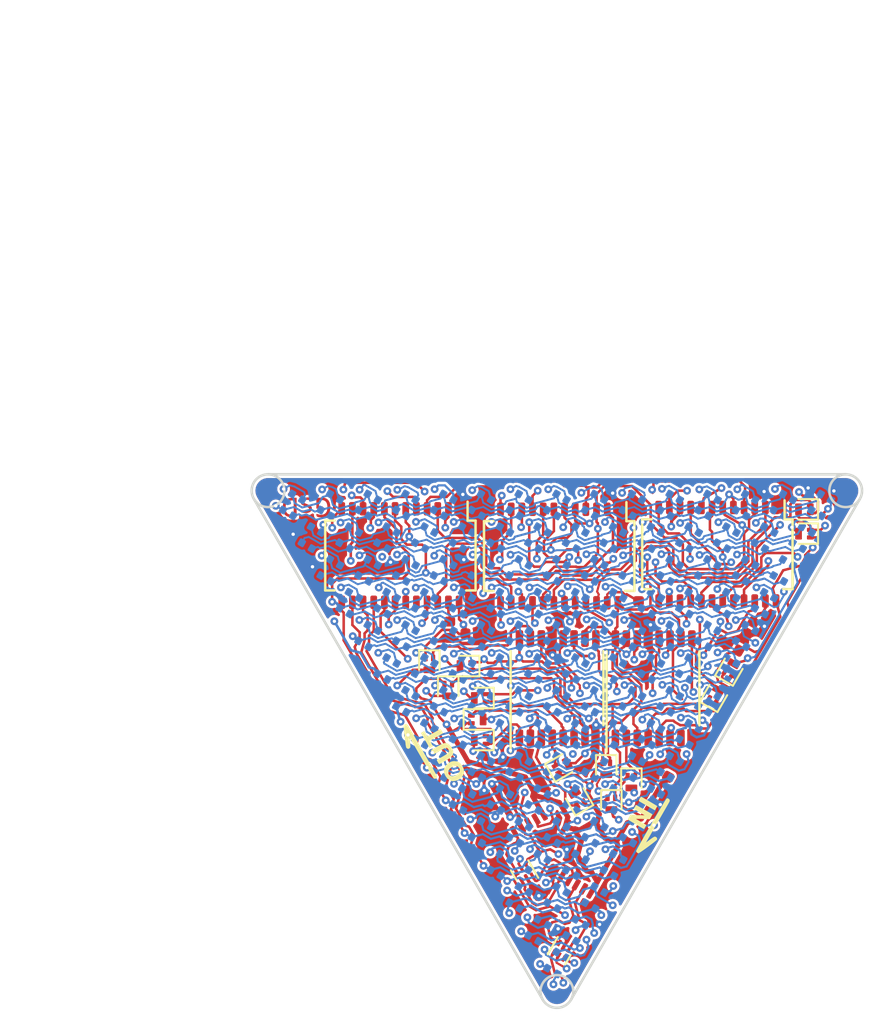
<source format=kicad_pcb>
(kicad_pcb (version 20171130) (host pcbnew 5.1.4-e60b266~84~ubuntu18.04.1)
  (layers (0 F.Cu signal) (31 B.Cu signal hide) (34 B.Paste user) (35 F.Paste user) (36 B.SilkS user) (37 F.SilkS user) (38 B.Mask user) (39 F.Mask user) (44 Edge.Cuts user))
  (net 0 "")
  (net 1 vcc)
  (net 2 gnd)
  (net 3 row_0)
  (net 4 row_1)
  (net 5 row_2)
  (net 6 srow_0)
  (net 7 srow_1)
  (net 8 srow_2)
  (net 9 row_3)
  (net 10 row_4)
  (net 11 row_5)
  (net 12 row_6)
  (net 13 row_7)
  (net 14 srow_3)
  (net 15 srow_4)
  (net 16 srow_5)
  (net 17 srow_6)
  (net 18 srow_7)
  (net 19 colr_0)
  (net 20 colb_0)
  (net 21 colg_0)
  (net 22 colg_1)
  (net 23 colb_1)
  (net 24 colr_1)
  (net 25 colr_2)
  (net 26 colb_2)
  (net 27 colg_2)
  (net 28 colg_3)
  (net 29 colb_3)
  (net 30 colr_3)
  (net 31 colr_4)
  (net 32 colb_4)
  (net 33 colg_4)
  (net 34 colg_5)
  (net 35 colb_5)
  (net 36 colr_5)
  (net 37 colr_6)
  (net 38 colb_6)
  (net 39 colg_6)
  (net 40 colg_7)
  (net 41 colb_7)
  (net 42 colr_7)
  (net 43 colr_8)
  (net 44 colb_8)
  (net 45 colg_8)
  (net 46 colg_9)
  (net 47 colb_9)
  (net 48 colr_9)
  (net 49 colr_10)
  (net 50 colb_10)
  (net 51 colg_10)
  (net 52 colr_11)
  (net 53 colb_11)
  (net 54 colg_11)
  (net 55 colr_12)
  (net 56 colb_12)
  (net 57 colg_12)
  (net 58 colg_13)
  (net 59 colb_13)
  (net 60 colr_13)
  (net 61 colg_14)
  (net 62 colb_14)
  (net 63 colr_14)
  (net 64 colr_15)
  (net 65 colb_15)
  (net 66 colg_15)
  (net 67 blank)
  (net 68 latch)
  (net 69 sclk)
  (net 70 dat)
  (net 71 sdo_U3)
  (net 72 sdo_U1>sdi_U2)
  (net 73 sdo_U2>sdi_U3)
  (net 74 dat_out)
  (net 75 row_8)
  (net 76 row_9)
  (net 77 row_10)
  (net 78 row_11)
  (net 79 row_12)
  (net 80 row_13)
  (net 81 row_14)
  (net 82 srow_8)
  (net 83 srow_9)
  (net 84 srow_10)
  (net 85 srow_11)
  (net 86 srow_12)
  (net 87 srow_13)
  (net 88 srow_14)
  (net 89 U1_r_ext)
  (net 90 U2_r_ext)
  (net 91 U3_r_ext)
  (net 92 sdo_U4>sdi_U5)
  (net 93 dat_i)
  (net 94 blank_i)
  (net 95 latch_i)
  (net 96 sclk_i)
  (module Package_TO_SOT_SMD:SOT-883 (layer F.Cu) (at 114.625 130.825 180)
    (fp_text reference Q2 hide)
    (fp_text value LP0404N3T5G hide)
    (pad 3 smd roundrect (at 0.35 0 180) (size 0.4 0.7) (layers F.Cu F.Paste F.Mask) (roundrect_rratio 0.125) (net 4 row_1))
    (pad 2 smd roundrect (at -0.35 0.225 180) (size 0.4 0.25) (layers F.Cu F.Paste F.Mask) (roundrect_rratio 0.2) (net 1 vcc))
    (pad 1 smd roundrect (at -0.35 -0.225 180) (size 0.4 0.25) (layers F.Cu F.Paste F.Mask) (roundrect_rratio 0.2) (net 7 srow_1))
  )
  (module Package_TO_SOT_SMD:SOT-883 (layer F.Cu) (at 119.5 132.375 30)
    (fp_text reference Q5 hide)
    (fp_text value LP0404N3T5G hide)
    (pad 3 smd roundrect (at 0.35 0 30) (size 0.4 0.7) (layers F.Cu F.Paste F.Mask) (roundrect_rratio 0.125) (net 10 row_4))
    (pad 2 smd roundrect (at -0.35 0.225 30) (size 0.4 0.25) (layers F.Cu F.Paste F.Mask) (roundrect_rratio 0.2) (net 1 vcc))
    (pad 1 smd roundrect (at -0.35 -0.225 30) (size 0.4 0.25) (layers F.Cu F.Paste F.Mask) (roundrect_rratio 0.2) (net 15 srow_4))
  )
  (module gkl_conn:5034800600 (layer F.Cu) (at 120.130795 139.296542 150)
    (fp_text reference J1 hide)
    (fp_text value input hide)
    (pad SH smd roundrect (at -2.04 2.65 150) (size 0.3 1) (layers F.Cu F.Paste F.Mask) (net 2 gnd))
    (pad SH smd roundrect (at 2.04 2.65 150) (size 0.3 1) (layers F.Cu F.Paste F.Mask) (net 1 vcc))
    (pad 1 smd roundrect (at -1.25 0 150) (size 0.3 0.7) (layers F.Cu F.Paste F.Mask) (net 1 vcc))
    (pad 2 smd roundrect (at -0.75 0 150) (size 0.3 0.7) (layers F.Cu F.Paste F.Mask) (net 93 dat_i))
    (pad 3 smd roundrect (at -0.25 0 150) (size 0.3 0.7) (layers F.Cu F.Paste F.Mask) (net 94 blank_i))
    (pad 4 smd roundrect (at 0.25 0 150) (size 0.3 0.7) (layers F.Cu F.Paste F.Mask) (net 95 latch_i))
    (pad 5 smd roundrect (at 0.75 0 150) (size 0.3 0.7) (layers F.Cu F.Paste F.Mask) (net 96 sclk_i))
    (pad 6 smd roundrect (at 1.25 0 150) (size 0.3 0.7) (layers F.Cu F.Paste F.Mask) (net 2 gnd))
  )
  (module gkl_led:led_rbag_1515 (layer B.Cu) (at 103.463583 116.845 240)
    (fp_text reference D1 hide)
    (fp_text value LED_ARGB hide)
    (pad 3 smd roundrect (at 0.55125 -0.34875 60) (size 0.443 0.406) (layers B.Cu B.Paste B.Mask) (roundrect_rratio 0.197) (net 21 colg_0))
    (pad 1 smd roundrect (at -0.55125 -0.34875 60) (size 0.443 0.406) (layers B.Cu B.Paste B.Mask) (roundrect_rratio 0.197) (net 3 row_0))
    (pad 4 smd roundrect (at 0.55125 0.34875 60) (size 0.443 0.406) (layers B.Cu B.Paste B.Mask) (roundrect_rratio 0.197) (net 19 colr_0))
    (pad 2 smd roundrect (at -0.55125 0.34875 60) (size 0.443 0.406) (layers B.Cu B.Paste B.Mask) (roundrect_rratio 0.197) (net 20 colb_0))
  )
  (module gkl_led:led_rbag_1515 (layer B.Cu) (at 124.811579 134.357186 240)
    (fp_text reference D90 hide)
    (fp_text value LED_ARGB hide)
    (pad 3 smd roundrect (at 0.55125 -0.34875 60) (size 0.443 0.406) (layers B.Cu B.Paste B.Mask) (roundrect_rratio 0.197) (net 46 colg_9))
    (pad 1 smd roundrect (at -0.55125 -0.34875 60) (size 0.443 0.406) (layers B.Cu B.Paste B.Mask) (roundrect_rratio 0.197) (net 11 row_5))
    (pad 4 smd roundrect (at 0.55125 0.34875 60) (size 0.443 0.406) (layers B.Cu B.Paste B.Mask) (roundrect_rratio 0.197) (net 48 colr_9))
    (pad 2 smd roundrect (at -0.55125 0.34875 60) (size 0.443 0.406) (layers B.Cu B.Paste B.Mask) (roundrect_rratio 0.197) (net 47 colb_9))
  )
  (module gkl_led:led_rbag_1515 (layer B.Cu) (at 105.710368 116.845453 240)
    (fp_text reference D17 hide)
    (fp_text value LED_ARGB hide)
    (pad 3 smd roundrect (at 0.55125 -0.34875 60) (size 0.443 0.406) (layers B.Cu B.Paste B.Mask) (roundrect_rratio 0.197) (net 21 colg_0))
    (pad 1 smd roundrect (at -0.55125 -0.34875 60) (size 0.443 0.406) (layers B.Cu B.Paste B.Mask) (roundrect_rratio 0.197) (net 4 row_1))
    (pad 4 smd roundrect (at 0.55125 0.34875 60) (size 0.443 0.406) (layers B.Cu B.Paste B.Mask) (roundrect_rratio 0.197) (net 19 colr_0))
    (pad 2 smd roundrect (at -0.55125 0.34875 60) (size 0.443 0.406) (layers B.Cu B.Paste B.Mask) (roundrect_rratio 0.197) (net 20 colb_0))
  )
  (module gkl_led:led_rbag_1515 (layer B.Cu) (at 104.587368 118.790547 240)
    (fp_text reference D2 hide)
    (fp_text value LED_ARGB hide)
    (pad 3 smd roundrect (at 0.55125 -0.34875 60) (size 0.443 0.406) (layers B.Cu B.Paste B.Mask) (roundrect_rratio 0.197) (net 22 colg_1))
    (pad 1 smd roundrect (at -0.55125 -0.34875 60) (size 0.443 0.406) (layers B.Cu B.Paste B.Mask) (roundrect_rratio 0.197) (net 3 row_0))
    (pad 4 smd roundrect (at 0.55125 0.34875 60) (size 0.443 0.406) (layers B.Cu B.Paste B.Mask) (roundrect_rratio 0.197) (net 24 colr_1))
    (pad 2 smd roundrect (at -0.55125 0.34875 60) (size 0.443 0.406) (layers B.Cu B.Paste B.Mask) (roundrect_rratio 0.197) (net 23 colb_1))
  )
  (module gkl_led:led_rbag_1515 (layer B.Cu) (at 105.711154 120.736093 240)
    (fp_text reference D3 hide)
    (fp_text value LED_ARGB hide)
    (pad 3 smd roundrect (at 0.55125 -0.34875 60) (size 0.443 0.406) (layers B.Cu B.Paste B.Mask) (roundrect_rratio 0.197) (net 27 colg_2))
    (pad 1 smd roundrect (at -0.55125 -0.34875 60) (size 0.443 0.406) (layers B.Cu B.Paste B.Mask) (roundrect_rratio 0.197) (net 3 row_0))
    (pad 4 smd roundrect (at 0.55125 0.34875 60) (size 0.443 0.406) (layers B.Cu B.Paste B.Mask) (roundrect_rratio 0.197) (net 25 colr_2))
    (pad 2 smd roundrect (at -0.55125 0.34875 60) (size 0.443 0.406) (layers B.Cu B.Paste B.Mask) (roundrect_rratio 0.197) (net 26 colb_2))
  )
  (module gkl_led:led_rbag_1515 (layer B.Cu) (at 106.834939 122.68164 240)
    (fp_text reference D4 hide)
    (fp_text value LED_ARGB hide)
    (pad 3 smd roundrect (at 0.55125 -0.34875 60) (size 0.443 0.406) (layers B.Cu B.Paste B.Mask) (roundrect_rratio 0.197) (net 28 colg_3))
    (pad 1 smd roundrect (at -0.55125 -0.34875 60) (size 0.443 0.406) (layers B.Cu B.Paste B.Mask) (roundrect_rratio 0.197) (net 3 row_0))
    (pad 4 smd roundrect (at 0.55125 0.34875 60) (size 0.443 0.406) (layers B.Cu B.Paste B.Mask) (roundrect_rratio 0.197) (net 30 colr_3))
    (pad 2 smd roundrect (at -0.55125 0.34875 60) (size 0.443 0.406) (layers B.Cu B.Paste B.Mask) (roundrect_rratio 0.197) (net 29 colb_3))
  )
  (module gkl_led:led_rbag_1515 (layer B.Cu) (at 107.958725 124.627186 240)
    (fp_text reference D5 hide)
    (fp_text value LED_ARGB hide)
    (pad 3 smd roundrect (at 0.55125 -0.34875 60) (size 0.443 0.406) (layers B.Cu B.Paste B.Mask) (roundrect_rratio 0.197) (net 33 colg_4))
    (pad 1 smd roundrect (at -0.55125 -0.34875 60) (size 0.443 0.406) (layers B.Cu B.Paste B.Mask) (roundrect_rratio 0.197) (net 3 row_0))
    (pad 4 smd roundrect (at 0.55125 0.34875 60) (size 0.443 0.406) (layers B.Cu B.Paste B.Mask) (roundrect_rratio 0.197) (net 31 colr_4))
    (pad 2 smd roundrect (at -0.55125 0.34875 60) (size 0.443 0.406) (layers B.Cu B.Paste B.Mask) (roundrect_rratio 0.197) (net 32 colb_4))
  )
  (module gkl_led:led_rbag_1515 (layer B.Cu) (at 109.08251 126.572733 240)
    (fp_text reference D6 hide)
    (fp_text value LED_ARGB hide)
    (pad 3 smd roundrect (at 0.55125 -0.34875 60) (size 0.443 0.406) (layers B.Cu B.Paste B.Mask) (roundrect_rratio 0.197) (net 34 colg_5))
    (pad 1 smd roundrect (at -0.55125 -0.34875 60) (size 0.443 0.406) (layers B.Cu B.Paste B.Mask) (roundrect_rratio 0.197) (net 3 row_0))
    (pad 4 smd roundrect (at 0.55125 0.34875 60) (size 0.443 0.406) (layers B.Cu B.Paste B.Mask) (roundrect_rratio 0.197) (net 36 colr_5))
    (pad 2 smd roundrect (at -0.55125 0.34875 60) (size 0.443 0.406) (layers B.Cu B.Paste B.Mask) (roundrect_rratio 0.197) (net 35 colb_5))
  )
  (module gkl_led:led_rbag_1515 (layer B.Cu) (at 110.206296 128.518279 240)
    (fp_text reference D7 hide)
    (fp_text value LED_ARGB hide)
    (pad 3 smd roundrect (at 0.55125 -0.34875 60) (size 0.443 0.406) (layers B.Cu B.Paste B.Mask) (roundrect_rratio 0.197) (net 39 colg_6))
    (pad 1 smd roundrect (at -0.55125 -0.34875 60) (size 0.443 0.406) (layers B.Cu B.Paste B.Mask) (roundrect_rratio 0.197) (net 3 row_0))
    (pad 4 smd roundrect (at 0.55125 0.34875 60) (size 0.443 0.406) (layers B.Cu B.Paste B.Mask) (roundrect_rratio 0.197) (net 37 colr_6))
    (pad 2 smd roundrect (at -0.55125 0.34875 60) (size 0.443 0.406) (layers B.Cu B.Paste B.Mask) (roundrect_rratio 0.197) (net 38 colb_6))
  )
  (module gkl_led:led_rbag_1515 (layer B.Cu) (at 111.330081 130.463826 240)
    (fp_text reference D8 hide)
    (fp_text value LED_ARGB hide)
    (pad 3 smd roundrect (at 0.55125 -0.34875 60) (size 0.443 0.406) (layers B.Cu B.Paste B.Mask) (roundrect_rratio 0.197) (net 40 colg_7))
    (pad 1 smd roundrect (at -0.55125 -0.34875 60) (size 0.443 0.406) (layers B.Cu B.Paste B.Mask) (roundrect_rratio 0.197) (net 3 row_0))
    (pad 4 smd roundrect (at 0.55125 0.34875 60) (size 0.443 0.406) (layers B.Cu B.Paste B.Mask) (roundrect_rratio 0.197) (net 42 colr_7))
    (pad 2 smd roundrect (at -0.55125 0.34875 60) (size 0.443 0.406) (layers B.Cu B.Paste B.Mask) (roundrect_rratio 0.197) (net 41 colb_7))
  )
  (module gkl_led:led_rbag_1515 (layer B.Cu) (at 112.453866 132.409372 240)
    (fp_text reference D9 hide)
    (fp_text value LED_ARGB hide)
    (pad 3 smd roundrect (at 0.55125 -0.34875 60) (size 0.443 0.406) (layers B.Cu B.Paste B.Mask) (roundrect_rratio 0.197) (net 45 colg_8))
    (pad 1 smd roundrect (at -0.55125 -0.34875 60) (size 0.443 0.406) (layers B.Cu B.Paste B.Mask) (roundrect_rratio 0.197) (net 3 row_0))
    (pad 4 smd roundrect (at 0.55125 0.34875 60) (size 0.443 0.406) (layers B.Cu B.Paste B.Mask) (roundrect_rratio 0.197) (net 43 colr_8))
    (pad 2 smd roundrect (at -0.55125 0.34875 60) (size 0.443 0.406) (layers B.Cu B.Paste B.Mask) (roundrect_rratio 0.197) (net 44 colb_8))
  )
  (module gkl_led:led_rbag_1515 (layer B.Cu) (at 113.577652 134.354919 240)
    (fp_text reference D10 hide)
    (fp_text value LED_ARGB hide)
    (pad 3 smd roundrect (at 0.55125 -0.34875 60) (size 0.443 0.406) (layers B.Cu B.Paste B.Mask) (roundrect_rratio 0.197) (net 46 colg_9))
    (pad 1 smd roundrect (at -0.55125 -0.34875 60) (size 0.443 0.406) (layers B.Cu B.Paste B.Mask) (roundrect_rratio 0.197) (net 3 row_0))
    (pad 4 smd roundrect (at 0.55125 0.34875 60) (size 0.443 0.406) (layers B.Cu B.Paste B.Mask) (roundrect_rratio 0.197) (net 48 colr_9))
    (pad 2 smd roundrect (at -0.55125 0.34875 60) (size 0.443 0.406) (layers B.Cu B.Paste B.Mask) (roundrect_rratio 0.197) (net 47 colb_9))
  )
  (module gkl_led:led_rbag_1515 (layer B.Cu) (at 114.701437 136.300465 240)
    (fp_text reference D11 hide)
    (fp_text value LED_ARGB hide)
    (pad 3 smd roundrect (at 0.55125 -0.34875 60) (size 0.443 0.406) (layers B.Cu B.Paste B.Mask) (roundrect_rratio 0.197) (net 51 colg_10))
    (pad 1 smd roundrect (at -0.55125 -0.34875 60) (size 0.443 0.406) (layers B.Cu B.Paste B.Mask) (roundrect_rratio 0.197) (net 3 row_0))
    (pad 4 smd roundrect (at 0.55125 0.34875 60) (size 0.443 0.406) (layers B.Cu B.Paste B.Mask) (roundrect_rratio 0.197) (net 49 colr_10))
    (pad 2 smd roundrect (at -0.55125 0.34875 60) (size 0.443 0.406) (layers B.Cu B.Paste B.Mask) (roundrect_rratio 0.197) (net 50 colb_10))
  )
  (module gkl_led:led_rbag_1515 (layer B.Cu) (at 115.825223 138.246012 240)
    (fp_text reference D12 hide)
    (fp_text value LED_ARGB hide)
    (pad 3 smd roundrect (at 0.55125 -0.34875 60) (size 0.443 0.406) (layers B.Cu B.Paste B.Mask) (roundrect_rratio 0.197) (net 54 colg_11))
    (pad 1 smd roundrect (at -0.55125 -0.34875 60) (size 0.443 0.406) (layers B.Cu B.Paste B.Mask) (roundrect_rratio 0.197) (net 3 row_0))
    (pad 4 smd roundrect (at 0.55125 0.34875 60) (size 0.443 0.406) (layers B.Cu B.Paste B.Mask) (roundrect_rratio 0.197) (net 52 colr_11))
    (pad 2 smd roundrect (at -0.55125 0.34875 60) (size 0.443 0.406) (layers B.Cu B.Paste B.Mask) (roundrect_rratio 0.197) (net 53 colb_11))
  )
  (module gkl_led:led_rbag_1515 (layer B.Cu) (at 116.949008 140.191558 240)
    (fp_text reference D13 hide)
    (fp_text value LED_ARGB hide)
    (pad 3 smd roundrect (at 0.55125 -0.34875 60) (size 0.443 0.406) (layers B.Cu B.Paste B.Mask) (roundrect_rratio 0.197) (net 57 colg_12))
    (pad 1 smd roundrect (at -0.55125 -0.34875 60) (size 0.443 0.406) (layers B.Cu B.Paste B.Mask) (roundrect_rratio 0.197) (net 3 row_0))
    (pad 4 smd roundrect (at 0.55125 0.34875 60) (size 0.443 0.406) (layers B.Cu B.Paste B.Mask) (roundrect_rratio 0.197) (net 55 colr_12))
    (pad 2 smd roundrect (at -0.55125 0.34875 60) (size 0.443 0.406) (layers B.Cu B.Paste B.Mask) (roundrect_rratio 0.197) (net 56 colb_12))
  )
  (module gkl_led:led_rbag_1515 (layer B.Cu) (at 118.072794 142.137105 240)
    (fp_text reference D14 hide)
    (fp_text value LED_ARGB hide)
    (pad 3 smd roundrect (at 0.55125 -0.34875 60) (size 0.443 0.406) (layers B.Cu B.Paste B.Mask) (roundrect_rratio 0.197) (net 58 colg_13))
    (pad 1 smd roundrect (at -0.55125 -0.34875 60) (size 0.443 0.406) (layers B.Cu B.Paste B.Mask) (roundrect_rratio 0.197) (net 3 row_0))
    (pad 4 smd roundrect (at 0.55125 0.34875 60) (size 0.443 0.406) (layers B.Cu B.Paste B.Mask) (roundrect_rratio 0.197) (net 60 colr_13))
    (pad 2 smd roundrect (at -0.55125 0.34875 60) (size 0.443 0.406) (layers B.Cu B.Paste B.Mask) (roundrect_rratio 0.197) (net 59 colb_13))
  )
  (module gkl_led:led_rbag_1515 (layer B.Cu) (at 119.196579 144.082651 240)
    (fp_text reference D15 hide)
    (fp_text value LED_ARGB hide)
    (pad 3 smd roundrect (at 0.55125 -0.34875 60) (size 0.443 0.406) (layers B.Cu B.Paste B.Mask) (roundrect_rratio 0.197) (net 61 colg_14))
    (pad 1 smd roundrect (at -0.55125 -0.34875 60) (size 0.443 0.406) (layers B.Cu B.Paste B.Mask) (roundrect_rratio 0.197) (net 3 row_0))
    (pad 4 smd roundrect (at 0.55125 0.34875 60) (size 0.443 0.406) (layers B.Cu B.Paste B.Mask) (roundrect_rratio 0.197) (net 63 colr_14))
    (pad 2 smd roundrect (at -0.55125 0.34875 60) (size 0.443 0.406) (layers B.Cu B.Paste B.Mask) (roundrect_rratio 0.197) (net 62 colb_14))
  )
  (module gkl_led:led_rbag_1515 (layer B.Cu) (at 106.834154 118.791 240)
    (fp_text reference D18 hide)
    (fp_text value LED_ARGB hide)
    (pad 3 smd roundrect (at 0.55125 -0.34875 60) (size 0.443 0.406) (layers B.Cu B.Paste B.Mask) (roundrect_rratio 0.197) (net 22 colg_1))
    (pad 1 smd roundrect (at -0.55125 -0.34875 60) (size 0.443 0.406) (layers B.Cu B.Paste B.Mask) (roundrect_rratio 0.197) (net 4 row_1))
    (pad 4 smd roundrect (at 0.55125 0.34875 60) (size 0.443 0.406) (layers B.Cu B.Paste B.Mask) (roundrect_rratio 0.197) (net 24 colr_1))
    (pad 2 smd roundrect (at -0.55125 0.34875 60) (size 0.443 0.406) (layers B.Cu B.Paste B.Mask) (roundrect_rratio 0.197) (net 23 colb_1))
  )
  (module gkl_led:led_rbag_1515 (layer B.Cu) (at 107.957939 120.736547 240)
    (fp_text reference D19 hide)
    (fp_text value LED_ARGB hide)
    (pad 3 smd roundrect (at 0.55125 -0.34875 60) (size 0.443 0.406) (layers B.Cu B.Paste B.Mask) (roundrect_rratio 0.197) (net 27 colg_2))
    (pad 1 smd roundrect (at -0.55125 -0.34875 60) (size 0.443 0.406) (layers B.Cu B.Paste B.Mask) (roundrect_rratio 0.197) (net 4 row_1))
    (pad 4 smd roundrect (at 0.55125 0.34875 60) (size 0.443 0.406) (layers B.Cu B.Paste B.Mask) (roundrect_rratio 0.197) (net 25 colr_2))
    (pad 2 smd roundrect (at -0.55125 0.34875 60) (size 0.443 0.406) (layers B.Cu B.Paste B.Mask) (roundrect_rratio 0.197) (net 26 colb_2))
  )
  (module gkl_led:led_rbag_1515 (layer B.Cu) (at 109.081725 122.682093 240)
    (fp_text reference D20 hide)
    (fp_text value LED_ARGB hide)
    (pad 3 smd roundrect (at 0.55125 -0.34875 60) (size 0.443 0.406) (layers B.Cu B.Paste B.Mask) (roundrect_rratio 0.197) (net 28 colg_3))
    (pad 1 smd roundrect (at -0.55125 -0.34875 60) (size 0.443 0.406) (layers B.Cu B.Paste B.Mask) (roundrect_rratio 0.197) (net 4 row_1))
    (pad 4 smd roundrect (at 0.55125 0.34875 60) (size 0.443 0.406) (layers B.Cu B.Paste B.Mask) (roundrect_rratio 0.197) (net 30 colr_3))
    (pad 2 smd roundrect (at -0.55125 0.34875 60) (size 0.443 0.406) (layers B.Cu B.Paste B.Mask) (roundrect_rratio 0.197) (net 29 colb_3))
  )
  (module gkl_led:led_rbag_1515 (layer B.Cu) (at 110.20551 124.62764 240)
    (fp_text reference D21 hide)
    (fp_text value LED_ARGB hide)
    (pad 3 smd roundrect (at 0.55125 -0.34875 60) (size 0.443 0.406) (layers B.Cu B.Paste B.Mask) (roundrect_rratio 0.197) (net 33 colg_4))
    (pad 1 smd roundrect (at -0.55125 -0.34875 60) (size 0.443 0.406) (layers B.Cu B.Paste B.Mask) (roundrect_rratio 0.197) (net 4 row_1))
    (pad 4 smd roundrect (at 0.55125 0.34875 60) (size 0.443 0.406) (layers B.Cu B.Paste B.Mask) (roundrect_rratio 0.197) (net 31 colr_4))
    (pad 2 smd roundrect (at -0.55125 0.34875 60) (size 0.443 0.406) (layers B.Cu B.Paste B.Mask) (roundrect_rratio 0.197) (net 32 colb_4))
  )
  (module gkl_led:led_rbag_1515 (layer B.Cu) (at 111.329296 126.573186 240)
    (fp_text reference D22 hide)
    (fp_text value LED_ARGB hide)
    (pad 3 smd roundrect (at 0.55125 -0.34875 60) (size 0.443 0.406) (layers B.Cu B.Paste B.Mask) (roundrect_rratio 0.197) (net 34 colg_5))
    (pad 1 smd roundrect (at -0.55125 -0.34875 60) (size 0.443 0.406) (layers B.Cu B.Paste B.Mask) (roundrect_rratio 0.197) (net 4 row_1))
    (pad 4 smd roundrect (at 0.55125 0.34875 60) (size 0.443 0.406) (layers B.Cu B.Paste B.Mask) (roundrect_rratio 0.197) (net 36 colr_5))
    (pad 2 smd roundrect (at -0.55125 0.34875 60) (size 0.443 0.406) (layers B.Cu B.Paste B.Mask) (roundrect_rratio 0.197) (net 35 colb_5))
  )
  (module gkl_led:led_rbag_1515 (layer B.Cu) (at 112.453081 128.518733 240)
    (fp_text reference D23 hide)
    (fp_text value LED_ARGB hide)
    (pad 3 smd roundrect (at 0.55125 -0.34875 60) (size 0.443 0.406) (layers B.Cu B.Paste B.Mask) (roundrect_rratio 0.197) (net 39 colg_6))
    (pad 1 smd roundrect (at -0.55125 -0.34875 60) (size 0.443 0.406) (layers B.Cu B.Paste B.Mask) (roundrect_rratio 0.197) (net 4 row_1))
    (pad 4 smd roundrect (at 0.55125 0.34875 60) (size 0.443 0.406) (layers B.Cu B.Paste B.Mask) (roundrect_rratio 0.197) (net 37 colr_6))
    (pad 2 smd roundrect (at -0.55125 0.34875 60) (size 0.443 0.406) (layers B.Cu B.Paste B.Mask) (roundrect_rratio 0.197) (net 38 colb_6))
  )
  (module gkl_led:led_rbag_1515 (layer B.Cu) (at 113.576866 130.464279 240)
    (fp_text reference D24 hide)
    (fp_text value LED_ARGB hide)
    (pad 3 smd roundrect (at 0.55125 -0.34875 60) (size 0.443 0.406) (layers B.Cu B.Paste B.Mask) (roundrect_rratio 0.197) (net 40 colg_7))
    (pad 1 smd roundrect (at -0.55125 -0.34875 60) (size 0.443 0.406) (layers B.Cu B.Paste B.Mask) (roundrect_rratio 0.197) (net 4 row_1))
    (pad 4 smd roundrect (at 0.55125 0.34875 60) (size 0.443 0.406) (layers B.Cu B.Paste B.Mask) (roundrect_rratio 0.197) (net 42 colr_7))
    (pad 2 smd roundrect (at -0.55125 0.34875 60) (size 0.443 0.406) (layers B.Cu B.Paste B.Mask) (roundrect_rratio 0.197) (net 41 colb_7))
  )
  (module gkl_led:led_rbag_1515 (layer B.Cu) (at 114.700652 132.409826 240)
    (fp_text reference D25 hide)
    (fp_text value LED_ARGB hide)
    (pad 3 smd roundrect (at 0.55125 -0.34875 60) (size 0.443 0.406) (layers B.Cu B.Paste B.Mask) (roundrect_rratio 0.197) (net 45 colg_8))
    (pad 1 smd roundrect (at -0.55125 -0.34875 60) (size 0.443 0.406) (layers B.Cu B.Paste B.Mask) (roundrect_rratio 0.197) (net 4 row_1))
    (pad 4 smd roundrect (at 0.55125 0.34875 60) (size 0.443 0.406) (layers B.Cu B.Paste B.Mask) (roundrect_rratio 0.197) (net 43 colr_8))
    (pad 2 smd roundrect (at -0.55125 0.34875 60) (size 0.443 0.406) (layers B.Cu B.Paste B.Mask) (roundrect_rratio 0.197) (net 44 colb_8))
  )
  (module gkl_led:led_rbag_1515 (layer B.Cu) (at 115.824437 134.355372 240)
    (fp_text reference D26 hide)
    (fp_text value LED_ARGB hide)
    (pad 3 smd roundrect (at 0.55125 -0.34875 60) (size 0.443 0.406) (layers B.Cu B.Paste B.Mask) (roundrect_rratio 0.197) (net 46 colg_9))
    (pad 1 smd roundrect (at -0.55125 -0.34875 60) (size 0.443 0.406) (layers B.Cu B.Paste B.Mask) (roundrect_rratio 0.197) (net 4 row_1))
    (pad 4 smd roundrect (at 0.55125 0.34875 60) (size 0.443 0.406) (layers B.Cu B.Paste B.Mask) (roundrect_rratio 0.197) (net 48 colr_9))
    (pad 2 smd roundrect (at -0.55125 0.34875 60) (size 0.443 0.406) (layers B.Cu B.Paste B.Mask) (roundrect_rratio 0.197) (net 47 colb_9))
  )
  (module gkl_led:led_rbag_1515 (layer B.Cu) (at 116.948223 136.300919 240)
    (fp_text reference D27 hide)
    (fp_text value LED_ARGB hide)
    (pad 3 smd roundrect (at 0.55125 -0.34875 60) (size 0.443 0.406) (layers B.Cu B.Paste B.Mask) (roundrect_rratio 0.197) (net 51 colg_10))
    (pad 1 smd roundrect (at -0.55125 -0.34875 60) (size 0.443 0.406) (layers B.Cu B.Paste B.Mask) (roundrect_rratio 0.197) (net 4 row_1))
    (pad 4 smd roundrect (at 0.55125 0.34875 60) (size 0.443 0.406) (layers B.Cu B.Paste B.Mask) (roundrect_rratio 0.197) (net 49 colr_10))
    (pad 2 smd roundrect (at -0.55125 0.34875 60) (size 0.443 0.406) (layers B.Cu B.Paste B.Mask) (roundrect_rratio 0.197) (net 50 colb_10))
  )
  (module gkl_led:led_rbag_1515 (layer B.Cu) (at 118.072008 138.246465 240)
    (fp_text reference D28 hide)
    (fp_text value LED_ARGB hide)
    (pad 3 smd roundrect (at 0.55125 -0.34875 60) (size 0.443 0.406) (layers B.Cu B.Paste B.Mask) (roundrect_rratio 0.197) (net 54 colg_11))
    (pad 1 smd roundrect (at -0.55125 -0.34875 60) (size 0.443 0.406) (layers B.Cu B.Paste B.Mask) (roundrect_rratio 0.197) (net 4 row_1))
    (pad 4 smd roundrect (at 0.55125 0.34875 60) (size 0.443 0.406) (layers B.Cu B.Paste B.Mask) (roundrect_rratio 0.197) (net 52 colr_11))
    (pad 2 smd roundrect (at -0.55125 0.34875 60) (size 0.443 0.406) (layers B.Cu B.Paste B.Mask) (roundrect_rratio 0.197) (net 53 colb_11))
  )
  (module gkl_led:led_rbag_1515 (layer B.Cu) (at 119.195794 140.192012 240)
    (fp_text reference D29 hide)
    (fp_text value LED_ARGB hide)
    (pad 3 smd roundrect (at 0.55125 -0.34875 60) (size 0.443 0.406) (layers B.Cu B.Paste B.Mask) (roundrect_rratio 0.197) (net 57 colg_12))
    (pad 1 smd roundrect (at -0.55125 -0.34875 60) (size 0.443 0.406) (layers B.Cu B.Paste B.Mask) (roundrect_rratio 0.197) (net 4 row_1))
    (pad 4 smd roundrect (at 0.55125 0.34875 60) (size 0.443 0.406) (layers B.Cu B.Paste B.Mask) (roundrect_rratio 0.197) (net 55 colr_12))
    (pad 2 smd roundrect (at -0.55125 0.34875 60) (size 0.443 0.406) (layers B.Cu B.Paste B.Mask) (roundrect_rratio 0.197) (net 56 colb_12))
  )
  (module gkl_led:led_rbag_1515 (layer B.Cu) (at 120.319579 142.137558 240)
    (fp_text reference D30 hide)
    (fp_text value LED_ARGB hide)
    (pad 3 smd roundrect (at 0.55125 -0.34875 60) (size 0.443 0.406) (layers B.Cu B.Paste B.Mask) (roundrect_rratio 0.197) (net 58 colg_13))
    (pad 1 smd roundrect (at -0.55125 -0.34875 60) (size 0.443 0.406) (layers B.Cu B.Paste B.Mask) (roundrect_rratio 0.197) (net 4 row_1))
    (pad 4 smd roundrect (at 0.55125 0.34875 60) (size 0.443 0.406) (layers B.Cu B.Paste B.Mask) (roundrect_rratio 0.197) (net 60 colr_13))
    (pad 2 smd roundrect (at -0.55125 0.34875 60) (size 0.443 0.406) (layers B.Cu B.Paste B.Mask) (roundrect_rratio 0.197) (net 59 colb_13))
  )
  (module gkl_led:led_rbag_1515 (layer B.Cu) (at 107.957154 116.845907 240)
    (fp_text reference D33 hide)
    (fp_text value LED_ARGB hide)
    (pad 3 smd roundrect (at 0.55125 -0.34875 60) (size 0.443 0.406) (layers B.Cu B.Paste B.Mask) (roundrect_rratio 0.197) (net 21 colg_0))
    (pad 1 smd roundrect (at -0.55125 -0.34875 60) (size 0.443 0.406) (layers B.Cu B.Paste B.Mask) (roundrect_rratio 0.197) (net 5 row_2))
    (pad 4 smd roundrect (at 0.55125 0.34875 60) (size 0.443 0.406) (layers B.Cu B.Paste B.Mask) (roundrect_rratio 0.197) (net 19 colr_0))
    (pad 2 smd roundrect (at -0.55125 0.34875 60) (size 0.443 0.406) (layers B.Cu B.Paste B.Mask) (roundrect_rratio 0.197) (net 20 colb_0))
  )
  (module gkl_led:led_rbag_1515 (layer B.Cu) (at 109.08094 118.791453 240)
    (fp_text reference D34 hide)
    (fp_text value LED_ARGB hide)
    (pad 3 smd roundrect (at 0.55125 -0.34875 60) (size 0.443 0.406) (layers B.Cu B.Paste B.Mask) (roundrect_rratio 0.197) (net 22 colg_1))
    (pad 1 smd roundrect (at -0.55125 -0.34875 60) (size 0.443 0.406) (layers B.Cu B.Paste B.Mask) (roundrect_rratio 0.197) (net 5 row_2))
    (pad 4 smd roundrect (at 0.55125 0.34875 60) (size 0.443 0.406) (layers B.Cu B.Paste B.Mask) (roundrect_rratio 0.197) (net 24 colr_1))
    (pad 2 smd roundrect (at -0.55125 0.34875 60) (size 0.443 0.406) (layers B.Cu B.Paste B.Mask) (roundrect_rratio 0.197) (net 23 colb_1))
  )
  (module gkl_led:led_rbag_1515 (layer B.Cu) (at 110.204725 120.737 240)
    (fp_text reference D35 hide)
    (fp_text value LED_ARGB hide)
    (pad 3 smd roundrect (at 0.55125 -0.34875 60) (size 0.443 0.406) (layers B.Cu B.Paste B.Mask) (roundrect_rratio 0.197) (net 27 colg_2))
    (pad 1 smd roundrect (at -0.55125 -0.34875 60) (size 0.443 0.406) (layers B.Cu B.Paste B.Mask) (roundrect_rratio 0.197) (net 5 row_2))
    (pad 4 smd roundrect (at 0.55125 0.34875 60) (size 0.443 0.406) (layers B.Cu B.Paste B.Mask) (roundrect_rratio 0.197) (net 25 colr_2))
    (pad 2 smd roundrect (at -0.55125 0.34875 60) (size 0.443 0.406) (layers B.Cu B.Paste B.Mask) (roundrect_rratio 0.197) (net 26 colb_2))
  )
  (module gkl_led:led_rbag_1515 (layer B.Cu) (at 111.32851 122.682547 240)
    (fp_text reference D36 hide)
    (fp_text value LED_ARGB hide)
    (pad 3 smd roundrect (at 0.55125 -0.34875 60) (size 0.443 0.406) (layers B.Cu B.Paste B.Mask) (roundrect_rratio 0.197) (net 28 colg_3))
    (pad 1 smd roundrect (at -0.55125 -0.34875 60) (size 0.443 0.406) (layers B.Cu B.Paste B.Mask) (roundrect_rratio 0.197) (net 5 row_2))
    (pad 4 smd roundrect (at 0.55125 0.34875 60) (size 0.443 0.406) (layers B.Cu B.Paste B.Mask) (roundrect_rratio 0.197) (net 30 colr_3))
    (pad 2 smd roundrect (at -0.55125 0.34875 60) (size 0.443 0.406) (layers B.Cu B.Paste B.Mask) (roundrect_rratio 0.197) (net 29 colb_3))
  )
  (module gkl_led:led_rbag_1515 (layer B.Cu) (at 112.452296 124.628093 240)
    (fp_text reference D37 hide)
    (fp_text value LED_ARGB hide)
    (pad 3 smd roundrect (at 0.55125 -0.34875 60) (size 0.443 0.406) (layers B.Cu B.Paste B.Mask) (roundrect_rratio 0.197) (net 33 colg_4))
    (pad 1 smd roundrect (at -0.55125 -0.34875 60) (size 0.443 0.406) (layers B.Cu B.Paste B.Mask) (roundrect_rratio 0.197) (net 5 row_2))
    (pad 4 smd roundrect (at 0.55125 0.34875 60) (size 0.443 0.406) (layers B.Cu B.Paste B.Mask) (roundrect_rratio 0.197) (net 31 colr_4))
    (pad 2 smd roundrect (at -0.55125 0.34875 60) (size 0.443 0.406) (layers B.Cu B.Paste B.Mask) (roundrect_rratio 0.197) (net 32 colb_4))
  )
  (module gkl_led:led_rbag_1515 (layer B.Cu) (at 113.576081 126.57364 240)
    (fp_text reference D38 hide)
    (fp_text value LED_ARGB hide)
    (pad 3 smd roundrect (at 0.55125 -0.34875 60) (size 0.443 0.406) (layers B.Cu B.Paste B.Mask) (roundrect_rratio 0.197) (net 34 colg_5))
    (pad 1 smd roundrect (at -0.55125 -0.34875 60) (size 0.443 0.406) (layers B.Cu B.Paste B.Mask) (roundrect_rratio 0.197) (net 5 row_2))
    (pad 4 smd roundrect (at 0.55125 0.34875 60) (size 0.443 0.406) (layers B.Cu B.Paste B.Mask) (roundrect_rratio 0.197) (net 36 colr_5))
    (pad 2 smd roundrect (at -0.55125 0.34875 60) (size 0.443 0.406) (layers B.Cu B.Paste B.Mask) (roundrect_rratio 0.197) (net 35 colb_5))
  )
  (module gkl_led:led_rbag_1515 (layer B.Cu) (at 114.699866 128.519186 240)
    (fp_text reference D39 hide)
    (fp_text value LED_ARGB hide)
    (pad 3 smd roundrect (at 0.55125 -0.34875 60) (size 0.443 0.406) (layers B.Cu B.Paste B.Mask) (roundrect_rratio 0.197) (net 39 colg_6))
    (pad 1 smd roundrect (at -0.55125 -0.34875 60) (size 0.443 0.406) (layers B.Cu B.Paste B.Mask) (roundrect_rratio 0.197) (net 5 row_2))
    (pad 4 smd roundrect (at 0.55125 0.34875 60) (size 0.443 0.406) (layers B.Cu B.Paste B.Mask) (roundrect_rratio 0.197) (net 37 colr_6))
    (pad 2 smd roundrect (at -0.55125 0.34875 60) (size 0.443 0.406) (layers B.Cu B.Paste B.Mask) (roundrect_rratio 0.197) (net 38 colb_6))
  )
  (module gkl_led:led_rbag_1515 (layer B.Cu) (at 115.823652 130.464733 240)
    (fp_text reference D40 hide)
    (fp_text value LED_ARGB hide)
    (pad 3 smd roundrect (at 0.55125 -0.34875 60) (size 0.443 0.406) (layers B.Cu B.Paste B.Mask) (roundrect_rratio 0.197) (net 40 colg_7))
    (pad 1 smd roundrect (at -0.55125 -0.34875 60) (size 0.443 0.406) (layers B.Cu B.Paste B.Mask) (roundrect_rratio 0.197) (net 5 row_2))
    (pad 4 smd roundrect (at 0.55125 0.34875 60) (size 0.443 0.406) (layers B.Cu B.Paste B.Mask) (roundrect_rratio 0.197) (net 42 colr_7))
    (pad 2 smd roundrect (at -0.55125 0.34875 60) (size 0.443 0.406) (layers B.Cu B.Paste B.Mask) (roundrect_rratio 0.197) (net 41 colb_7))
  )
  (module gkl_led:led_rbag_1515 (layer B.Cu) (at 116.947437 132.410279 240)
    (fp_text reference D41 hide)
    (fp_text value LED_ARGB hide)
    (pad 3 smd roundrect (at 0.55125 -0.34875 60) (size 0.443 0.406) (layers B.Cu B.Paste B.Mask) (roundrect_rratio 0.197) (net 45 colg_8))
    (pad 1 smd roundrect (at -0.55125 -0.34875 60) (size 0.443 0.406) (layers B.Cu B.Paste B.Mask) (roundrect_rratio 0.197) (net 5 row_2))
    (pad 4 smd roundrect (at 0.55125 0.34875 60) (size 0.443 0.406) (layers B.Cu B.Paste B.Mask) (roundrect_rratio 0.197) (net 43 colr_8))
    (pad 2 smd roundrect (at -0.55125 0.34875 60) (size 0.443 0.406) (layers B.Cu B.Paste B.Mask) (roundrect_rratio 0.197) (net 44 colb_8))
  )
  (module gkl_led:led_rbag_1515 (layer B.Cu) (at 118.071223 134.355826 240)
    (fp_text reference D42 hide)
    (fp_text value LED_ARGB hide)
    (pad 3 smd roundrect (at 0.55125 -0.34875 60) (size 0.443 0.406) (layers B.Cu B.Paste B.Mask) (roundrect_rratio 0.197) (net 46 colg_9))
    (pad 1 smd roundrect (at -0.55125 -0.34875 60) (size 0.443 0.406) (layers B.Cu B.Paste B.Mask) (roundrect_rratio 0.197) (net 5 row_2))
    (pad 4 smd roundrect (at 0.55125 0.34875 60) (size 0.443 0.406) (layers B.Cu B.Paste B.Mask) (roundrect_rratio 0.197) (net 48 colr_9))
    (pad 2 smd roundrect (at -0.55125 0.34875 60) (size 0.443 0.406) (layers B.Cu B.Paste B.Mask) (roundrect_rratio 0.197) (net 47 colb_9))
  )
  (module gkl_led:led_rbag_1515 (layer B.Cu) (at 119.195008 136.301372 240)
    (fp_text reference D43 hide)
    (fp_text value LED_ARGB hide)
    (pad 3 smd roundrect (at 0.55125 -0.34875 60) (size 0.443 0.406) (layers B.Cu B.Paste B.Mask) (roundrect_rratio 0.197) (net 51 colg_10))
    (pad 1 smd roundrect (at -0.55125 -0.34875 60) (size 0.443 0.406) (layers B.Cu B.Paste B.Mask) (roundrect_rratio 0.197) (net 5 row_2))
    (pad 4 smd roundrect (at 0.55125 0.34875 60) (size 0.443 0.406) (layers B.Cu B.Paste B.Mask) (roundrect_rratio 0.197) (net 49 colr_10))
    (pad 2 smd roundrect (at -0.55125 0.34875 60) (size 0.443 0.406) (layers B.Cu B.Paste B.Mask) (roundrect_rratio 0.197) (net 50 colb_10))
  )
  (module gkl_led:led_rbag_1515 (layer B.Cu) (at 120.318794 138.246919 240)
    (fp_text reference D44 hide)
    (fp_text value LED_ARGB hide)
    (pad 3 smd roundrect (at 0.55125 -0.34875 60) (size 0.443 0.406) (layers B.Cu B.Paste B.Mask) (roundrect_rratio 0.197) (net 54 colg_11))
    (pad 1 smd roundrect (at -0.55125 -0.34875 60) (size 0.443 0.406) (layers B.Cu B.Paste B.Mask) (roundrect_rratio 0.197) (net 5 row_2))
    (pad 4 smd roundrect (at 0.55125 0.34875 60) (size 0.443 0.406) (layers B.Cu B.Paste B.Mask) (roundrect_rratio 0.197) (net 52 colr_11))
    (pad 2 smd roundrect (at -0.55125 0.34875 60) (size 0.443 0.406) (layers B.Cu B.Paste B.Mask) (roundrect_rratio 0.197) (net 53 colb_11))
  )
  (module gkl_led:led_rbag_1515 (layer B.Cu) (at 121.442579 140.192465 240)
    (fp_text reference D45 hide)
    (fp_text value LED_ARGB hide)
    (pad 3 smd roundrect (at 0.55125 -0.34875 60) (size 0.443 0.406) (layers B.Cu B.Paste B.Mask) (roundrect_rratio 0.197) (net 57 colg_12))
    (pad 1 smd roundrect (at -0.55125 -0.34875 60) (size 0.443 0.406) (layers B.Cu B.Paste B.Mask) (roundrect_rratio 0.197) (net 5 row_2))
    (pad 4 smd roundrect (at 0.55125 0.34875 60) (size 0.443 0.406) (layers B.Cu B.Paste B.Mask) (roundrect_rratio 0.197) (net 55 colr_12))
    (pad 2 smd roundrect (at -0.55125 0.34875 60) (size 0.443 0.406) (layers B.Cu B.Paste B.Mask) (roundrect_rratio 0.197) (net 56 colb_12))
  )
  (module gkl_led:led_rbag_1515 (layer B.Cu) (at 110.203939 116.84636 240)
    (fp_text reference D49 hide)
    (fp_text value LED_ARGB hide)
    (pad 3 smd roundrect (at 0.55125 -0.34875 60) (size 0.443 0.406) (layers B.Cu B.Paste B.Mask) (roundrect_rratio 0.197) (net 21 colg_0))
    (pad 1 smd roundrect (at -0.55125 -0.34875 60) (size 0.443 0.406) (layers B.Cu B.Paste B.Mask) (roundrect_rratio 0.197) (net 9 row_3))
    (pad 4 smd roundrect (at 0.55125 0.34875 60) (size 0.443 0.406) (layers B.Cu B.Paste B.Mask) (roundrect_rratio 0.197) (net 19 colr_0))
    (pad 2 smd roundrect (at -0.55125 0.34875 60) (size 0.443 0.406) (layers B.Cu B.Paste B.Mask) (roundrect_rratio 0.197) (net 20 colb_0))
  )
  (module gkl_led:led_rbag_1515 (layer B.Cu) (at 111.327725 118.791907 240)
    (fp_text reference D50 hide)
    (fp_text value LED_ARGB hide)
    (pad 3 smd roundrect (at 0.55125 -0.34875 60) (size 0.443 0.406) (layers B.Cu B.Paste B.Mask) (roundrect_rratio 0.197) (net 22 colg_1))
    (pad 1 smd roundrect (at -0.55125 -0.34875 60) (size 0.443 0.406) (layers B.Cu B.Paste B.Mask) (roundrect_rratio 0.197) (net 9 row_3))
    (pad 4 smd roundrect (at 0.55125 0.34875 60) (size 0.443 0.406) (layers B.Cu B.Paste B.Mask) (roundrect_rratio 0.197) (net 24 colr_1))
    (pad 2 smd roundrect (at -0.55125 0.34875 60) (size 0.443 0.406) (layers B.Cu B.Paste B.Mask) (roundrect_rratio 0.197) (net 23 colb_1))
  )
  (module gkl_led:led_rbag_1515 (layer B.Cu) (at 112.45151 120.737453 240)
    (fp_text reference D51 hide)
    (fp_text value LED_ARGB hide)
    (pad 3 smd roundrect (at 0.55125 -0.34875 60) (size 0.443 0.406) (layers B.Cu B.Paste B.Mask) (roundrect_rratio 0.197) (net 27 colg_2))
    (pad 1 smd roundrect (at -0.55125 -0.34875 60) (size 0.443 0.406) (layers B.Cu B.Paste B.Mask) (roundrect_rratio 0.197) (net 9 row_3))
    (pad 4 smd roundrect (at 0.55125 0.34875 60) (size 0.443 0.406) (layers B.Cu B.Paste B.Mask) (roundrect_rratio 0.197) (net 25 colr_2))
    (pad 2 smd roundrect (at -0.55125 0.34875 60) (size 0.443 0.406) (layers B.Cu B.Paste B.Mask) (roundrect_rratio 0.197) (net 26 colb_2))
  )
  (module gkl_led:led_rbag_1515 (layer B.Cu) (at 113.575296 122.683 240)
    (fp_text reference D52 hide)
    (fp_text value LED_ARGB hide)
    (pad 3 smd roundrect (at 0.55125 -0.34875 60) (size 0.443 0.406) (layers B.Cu B.Paste B.Mask) (roundrect_rratio 0.197) (net 28 colg_3))
    (pad 1 smd roundrect (at -0.55125 -0.34875 60) (size 0.443 0.406) (layers B.Cu B.Paste B.Mask) (roundrect_rratio 0.197) (net 9 row_3))
    (pad 4 smd roundrect (at 0.55125 0.34875 60) (size 0.443 0.406) (layers B.Cu B.Paste B.Mask) (roundrect_rratio 0.197) (net 30 colr_3))
    (pad 2 smd roundrect (at -0.55125 0.34875 60) (size 0.443 0.406) (layers B.Cu B.Paste B.Mask) (roundrect_rratio 0.197) (net 29 colb_3))
  )
  (module gkl_led:led_rbag_1515 (layer B.Cu) (at 114.699081 124.628547 240)
    (fp_text reference D53 hide)
    (fp_text value LED_ARGB hide)
    (pad 3 smd roundrect (at 0.55125 -0.34875 60) (size 0.443 0.406) (layers B.Cu B.Paste B.Mask) (roundrect_rratio 0.197) (net 33 colg_4))
    (pad 1 smd roundrect (at -0.55125 -0.34875 60) (size 0.443 0.406) (layers B.Cu B.Paste B.Mask) (roundrect_rratio 0.197) (net 9 row_3))
    (pad 4 smd roundrect (at 0.55125 0.34875 60) (size 0.443 0.406) (layers B.Cu B.Paste B.Mask) (roundrect_rratio 0.197) (net 31 colr_4))
    (pad 2 smd roundrect (at -0.55125 0.34875 60) (size 0.443 0.406) (layers B.Cu B.Paste B.Mask) (roundrect_rratio 0.197) (net 32 colb_4))
  )
  (module gkl_led:led_rbag_1515 (layer B.Cu) (at 115.822866 126.574093 240)
    (fp_text reference D54 hide)
    (fp_text value LED_ARGB hide)
    (pad 3 smd roundrect (at 0.55125 -0.34875 60) (size 0.443 0.406) (layers B.Cu B.Paste B.Mask) (roundrect_rratio 0.197) (net 34 colg_5))
    (pad 1 smd roundrect (at -0.55125 -0.34875 60) (size 0.443 0.406) (layers B.Cu B.Paste B.Mask) (roundrect_rratio 0.197) (net 9 row_3))
    (pad 4 smd roundrect (at 0.55125 0.34875 60) (size 0.443 0.406) (layers B.Cu B.Paste B.Mask) (roundrect_rratio 0.197) (net 36 colr_5))
    (pad 2 smd roundrect (at -0.55125 0.34875 60) (size 0.443 0.406) (layers B.Cu B.Paste B.Mask) (roundrect_rratio 0.197) (net 35 colb_5))
  )
  (module gkl_led:led_rbag_1515 (layer B.Cu) (at 116.946652 128.51964 240)
    (fp_text reference D55 hide)
    (fp_text value LED_ARGB hide)
    (pad 3 smd roundrect (at 0.55125 -0.34875 60) (size 0.443 0.406) (layers B.Cu B.Paste B.Mask) (roundrect_rratio 0.197) (net 39 colg_6))
    (pad 1 smd roundrect (at -0.55125 -0.34875 60) (size 0.443 0.406) (layers B.Cu B.Paste B.Mask) (roundrect_rratio 0.197) (net 9 row_3))
    (pad 4 smd roundrect (at 0.55125 0.34875 60) (size 0.443 0.406) (layers B.Cu B.Paste B.Mask) (roundrect_rratio 0.197) (net 37 colr_6))
    (pad 2 smd roundrect (at -0.55125 0.34875 60) (size 0.443 0.406) (layers B.Cu B.Paste B.Mask) (roundrect_rratio 0.197) (net 38 colb_6))
  )
  (module gkl_led:led_rbag_1515 (layer B.Cu) (at 118.070437 130.465186 240)
    (fp_text reference D56 hide)
    (fp_text value LED_ARGB hide)
    (pad 3 smd roundrect (at 0.55125 -0.34875 60) (size 0.443 0.406) (layers B.Cu B.Paste B.Mask) (roundrect_rratio 0.197) (net 40 colg_7))
    (pad 1 smd roundrect (at -0.55125 -0.34875 60) (size 0.443 0.406) (layers B.Cu B.Paste B.Mask) (roundrect_rratio 0.197) (net 9 row_3))
    (pad 4 smd roundrect (at 0.55125 0.34875 60) (size 0.443 0.406) (layers B.Cu B.Paste B.Mask) (roundrect_rratio 0.197) (net 42 colr_7))
    (pad 2 smd roundrect (at -0.55125 0.34875 60) (size 0.443 0.406) (layers B.Cu B.Paste B.Mask) (roundrect_rratio 0.197) (net 41 colb_7))
  )
  (module gkl_led:led_rbag_1515 (layer B.Cu) (at 119.194223 132.410733 240)
    (fp_text reference D57 hide)
    (fp_text value LED_ARGB hide)
    (pad 3 smd roundrect (at 0.55125 -0.34875 60) (size 0.443 0.406) (layers B.Cu B.Paste B.Mask) (roundrect_rratio 0.197) (net 45 colg_8))
    (pad 1 smd roundrect (at -0.55125 -0.34875 60) (size 0.443 0.406) (layers B.Cu B.Paste B.Mask) (roundrect_rratio 0.197) (net 9 row_3))
    (pad 4 smd roundrect (at 0.55125 0.34875 60) (size 0.443 0.406) (layers B.Cu B.Paste B.Mask) (roundrect_rratio 0.197) (net 43 colr_8))
    (pad 2 smd roundrect (at -0.55125 0.34875 60) (size 0.443 0.406) (layers B.Cu B.Paste B.Mask) (roundrect_rratio 0.197) (net 44 colb_8))
  )
  (module gkl_led:led_rbag_1515 (layer B.Cu) (at 120.318008 134.356279 240)
    (fp_text reference D58 hide)
    (fp_text value LED_ARGB hide)
    (pad 3 smd roundrect (at 0.55125 -0.34875 60) (size 0.443 0.406) (layers B.Cu B.Paste B.Mask) (roundrect_rratio 0.197) (net 46 colg_9))
    (pad 1 smd roundrect (at -0.55125 -0.34875 60) (size 0.443 0.406) (layers B.Cu B.Paste B.Mask) (roundrect_rratio 0.197) (net 9 row_3))
    (pad 4 smd roundrect (at 0.55125 0.34875 60) (size 0.443 0.406) (layers B.Cu B.Paste B.Mask) (roundrect_rratio 0.197) (net 48 colr_9))
    (pad 2 smd roundrect (at -0.55125 0.34875 60) (size 0.443 0.406) (layers B.Cu B.Paste B.Mask) (roundrect_rratio 0.197) (net 47 colb_9))
  )
  (module gkl_led:led_rbag_1515 (layer B.Cu) (at 121.441794 136.301826 240)
    (fp_text reference D59 hide)
    (fp_text value LED_ARGB hide)
    (pad 3 smd roundrect (at 0.55125 -0.34875 60) (size 0.443 0.406) (layers B.Cu B.Paste B.Mask) (roundrect_rratio 0.197) (net 51 colg_10))
    (pad 1 smd roundrect (at -0.55125 -0.34875 60) (size 0.443 0.406) (layers B.Cu B.Paste B.Mask) (roundrect_rratio 0.197) (net 9 row_3))
    (pad 4 smd roundrect (at 0.55125 0.34875 60) (size 0.443 0.406) (layers B.Cu B.Paste B.Mask) (roundrect_rratio 0.197) (net 49 colr_10))
    (pad 2 smd roundrect (at -0.55125 0.34875 60) (size 0.443 0.406) (layers B.Cu B.Paste B.Mask) (roundrect_rratio 0.197) (net 50 colb_10))
  )
  (module gkl_led:led_rbag_1515 (layer B.Cu) (at 122.565579 138.247372 240)
    (fp_text reference D60 hide)
    (fp_text value LED_ARGB hide)
    (pad 3 smd roundrect (at 0.55125 -0.34875 60) (size 0.443 0.406) (layers B.Cu B.Paste B.Mask) (roundrect_rratio 0.197) (net 54 colg_11))
    (pad 1 smd roundrect (at -0.55125 -0.34875 60) (size 0.443 0.406) (layers B.Cu B.Paste B.Mask) (roundrect_rratio 0.197) (net 9 row_3))
    (pad 4 smd roundrect (at 0.55125 0.34875 60) (size 0.443 0.406) (layers B.Cu B.Paste B.Mask) (roundrect_rratio 0.197) (net 52 colr_11))
    (pad 2 smd roundrect (at -0.55125 0.34875 60) (size 0.443 0.406) (layers B.Cu B.Paste B.Mask) (roundrect_rratio 0.197) (net 53 colb_11))
  )
  (module gkl_led:led_rbag_1515 (layer B.Cu) (at 112.450725 116.846814 240)
    (fp_text reference D65 hide)
    (fp_text value LED_ARGB hide)
    (pad 3 smd roundrect (at 0.55125 -0.34875 60) (size 0.443 0.406) (layers B.Cu B.Paste B.Mask) (roundrect_rratio 0.197) (net 21 colg_0))
    (pad 1 smd roundrect (at -0.55125 -0.34875 60) (size 0.443 0.406) (layers B.Cu B.Paste B.Mask) (roundrect_rratio 0.197) (net 10 row_4))
    (pad 4 smd roundrect (at 0.55125 0.34875 60) (size 0.443 0.406) (layers B.Cu B.Paste B.Mask) (roundrect_rratio 0.197) (net 19 colr_0))
    (pad 2 smd roundrect (at -0.55125 0.34875 60) (size 0.443 0.406) (layers B.Cu B.Paste B.Mask) (roundrect_rratio 0.197) (net 20 colb_0))
  )
  (module gkl_led:led_rbag_1515 (layer B.Cu) (at 113.57451 118.79236 240)
    (fp_text reference D66 hide)
    (fp_text value LED_ARGB hide)
    (pad 3 smd roundrect (at 0.55125 -0.34875 60) (size 0.443 0.406) (layers B.Cu B.Paste B.Mask) (roundrect_rratio 0.197) (net 22 colg_1))
    (pad 1 smd roundrect (at -0.55125 -0.34875 60) (size 0.443 0.406) (layers B.Cu B.Paste B.Mask) (roundrect_rratio 0.197) (net 10 row_4))
    (pad 4 smd roundrect (at 0.55125 0.34875 60) (size 0.443 0.406) (layers B.Cu B.Paste B.Mask) (roundrect_rratio 0.197) (net 24 colr_1))
    (pad 2 smd roundrect (at -0.55125 0.34875 60) (size 0.443 0.406) (layers B.Cu B.Paste B.Mask) (roundrect_rratio 0.197) (net 23 colb_1))
  )
  (module gkl_led:led_rbag_1515 (layer B.Cu) (at 114.698296 120.737907 240)
    (fp_text reference D67 hide)
    (fp_text value LED_ARGB hide)
    (pad 3 smd roundrect (at 0.55125 -0.34875 60) (size 0.443 0.406) (layers B.Cu B.Paste B.Mask) (roundrect_rratio 0.197) (net 27 colg_2))
    (pad 1 smd roundrect (at -0.55125 -0.34875 60) (size 0.443 0.406) (layers B.Cu B.Paste B.Mask) (roundrect_rratio 0.197) (net 10 row_4))
    (pad 4 smd roundrect (at 0.55125 0.34875 60) (size 0.443 0.406) (layers B.Cu B.Paste B.Mask) (roundrect_rratio 0.197) (net 25 colr_2))
    (pad 2 smd roundrect (at -0.55125 0.34875 60) (size 0.443 0.406) (layers B.Cu B.Paste B.Mask) (roundrect_rratio 0.197) (net 26 colb_2))
  )
  (module gkl_led:led_rbag_1515 (layer B.Cu) (at 115.822081 122.683453 240)
    (fp_text reference D68 hide)
    (fp_text value LED_ARGB hide)
    (pad 3 smd roundrect (at 0.55125 -0.34875 60) (size 0.443 0.406) (layers B.Cu B.Paste B.Mask) (roundrect_rratio 0.197) (net 28 colg_3))
    (pad 1 smd roundrect (at -0.55125 -0.34875 60) (size 0.443 0.406) (layers B.Cu B.Paste B.Mask) (roundrect_rratio 0.197) (net 10 row_4))
    (pad 4 smd roundrect (at 0.55125 0.34875 60) (size 0.443 0.406) (layers B.Cu B.Paste B.Mask) (roundrect_rratio 0.197) (net 30 colr_3))
    (pad 2 smd roundrect (at -0.55125 0.34875 60) (size 0.443 0.406) (layers B.Cu B.Paste B.Mask) (roundrect_rratio 0.197) (net 29 colb_3))
  )
  (module gkl_led:led_rbag_1515 (layer B.Cu) (at 116.945866 124.629 240)
    (fp_text reference D69 hide)
    (fp_text value LED_ARGB hide)
    (pad 3 smd roundrect (at 0.55125 -0.34875 60) (size 0.443 0.406) (layers B.Cu B.Paste B.Mask) (roundrect_rratio 0.197) (net 33 colg_4))
    (pad 1 smd roundrect (at -0.55125 -0.34875 60) (size 0.443 0.406) (layers B.Cu B.Paste B.Mask) (roundrect_rratio 0.197) (net 10 row_4))
    (pad 4 smd roundrect (at 0.55125 0.34875 60) (size 0.443 0.406) (layers B.Cu B.Paste B.Mask) (roundrect_rratio 0.197) (net 31 colr_4))
    (pad 2 smd roundrect (at -0.55125 0.34875 60) (size 0.443 0.406) (layers B.Cu B.Paste B.Mask) (roundrect_rratio 0.197) (net 32 colb_4))
  )
  (module gkl_led:led_rbag_1515 (layer B.Cu) (at 118.069652 126.574547 240)
    (fp_text reference D70 hide)
    (fp_text value LED_ARGB hide)
    (pad 3 smd roundrect (at 0.55125 -0.34875 60) (size 0.443 0.406) (layers B.Cu B.Paste B.Mask) (roundrect_rratio 0.197) (net 34 colg_5))
    (pad 1 smd roundrect (at -0.55125 -0.34875 60) (size 0.443 0.406) (layers B.Cu B.Paste B.Mask) (roundrect_rratio 0.197) (net 10 row_4))
    (pad 4 smd roundrect (at 0.55125 0.34875 60) (size 0.443 0.406) (layers B.Cu B.Paste B.Mask) (roundrect_rratio 0.197) (net 36 colr_5))
    (pad 2 smd roundrect (at -0.55125 0.34875 60) (size 0.443 0.406) (layers B.Cu B.Paste B.Mask) (roundrect_rratio 0.197) (net 35 colb_5))
  )
  (module gkl_led:led_rbag_1515 (layer B.Cu) (at 119.193437 128.520093 240)
    (fp_text reference D71 hide)
    (fp_text value LED_ARGB hide)
    (pad 3 smd roundrect (at 0.55125 -0.34875 60) (size 0.443 0.406) (layers B.Cu B.Paste B.Mask) (roundrect_rratio 0.197) (net 39 colg_6))
    (pad 1 smd roundrect (at -0.55125 -0.34875 60) (size 0.443 0.406) (layers B.Cu B.Paste B.Mask) (roundrect_rratio 0.197) (net 10 row_4))
    (pad 4 smd roundrect (at 0.55125 0.34875 60) (size 0.443 0.406) (layers B.Cu B.Paste B.Mask) (roundrect_rratio 0.197) (net 37 colr_6))
    (pad 2 smd roundrect (at -0.55125 0.34875 60) (size 0.443 0.406) (layers B.Cu B.Paste B.Mask) (roundrect_rratio 0.197) (net 38 colb_6))
  )
  (module gkl_led:led_rbag_1515 (layer B.Cu) (at 120.317223 130.46564 240)
    (fp_text reference D72 hide)
    (fp_text value LED_ARGB hide)
    (pad 3 smd roundrect (at 0.55125 -0.34875 60) (size 0.443 0.406) (layers B.Cu B.Paste B.Mask) (roundrect_rratio 0.197) (net 40 colg_7))
    (pad 1 smd roundrect (at -0.55125 -0.34875 60) (size 0.443 0.406) (layers B.Cu B.Paste B.Mask) (roundrect_rratio 0.197) (net 10 row_4))
    (pad 4 smd roundrect (at 0.55125 0.34875 60) (size 0.443 0.406) (layers B.Cu B.Paste B.Mask) (roundrect_rratio 0.197) (net 42 colr_7))
    (pad 2 smd roundrect (at -0.55125 0.34875 60) (size 0.443 0.406) (layers B.Cu B.Paste B.Mask) (roundrect_rratio 0.197) (net 41 colb_7))
  )
  (module gkl_led:led_rbag_1515 (layer B.Cu) (at 121.441008 132.411186 240)
    (fp_text reference D73 hide)
    (fp_text value LED_ARGB hide)
    (pad 3 smd roundrect (at 0.55125 -0.34875 60) (size 0.443 0.406) (layers B.Cu B.Paste B.Mask) (roundrect_rratio 0.197) (net 45 colg_8))
    (pad 1 smd roundrect (at -0.55125 -0.34875 60) (size 0.443 0.406) (layers B.Cu B.Paste B.Mask) (roundrect_rratio 0.197) (net 10 row_4))
    (pad 4 smd roundrect (at 0.55125 0.34875 60) (size 0.443 0.406) (layers B.Cu B.Paste B.Mask) (roundrect_rratio 0.197) (net 43 colr_8))
    (pad 2 smd roundrect (at -0.55125 0.34875 60) (size 0.443 0.406) (layers B.Cu B.Paste B.Mask) (roundrect_rratio 0.197) (net 44 colb_8))
  )
  (module gkl_led:led_rbag_1515 (layer B.Cu) (at 122.564794 134.356733 240)
    (fp_text reference D74 hide)
    (fp_text value LED_ARGB hide)
    (pad 3 smd roundrect (at 0.55125 -0.34875 60) (size 0.443 0.406) (layers B.Cu B.Paste B.Mask) (roundrect_rratio 0.197) (net 46 colg_9))
    (pad 1 smd roundrect (at -0.55125 -0.34875 60) (size 0.443 0.406) (layers B.Cu B.Paste B.Mask) (roundrect_rratio 0.197) (net 10 row_4))
    (pad 4 smd roundrect (at 0.55125 0.34875 60) (size 0.443 0.406) (layers B.Cu B.Paste B.Mask) (roundrect_rratio 0.197) (net 48 colr_9))
    (pad 2 smd roundrect (at -0.55125 0.34875 60) (size 0.443 0.406) (layers B.Cu B.Paste B.Mask) (roundrect_rratio 0.197) (net 47 colb_9))
  )
  (module gkl_led:led_rbag_1515 (layer B.Cu) (at 123.688579 136.302279 240)
    (fp_text reference D75 hide)
    (fp_text value LED_ARGB hide)
    (pad 3 smd roundrect (at 0.55125 -0.34875 60) (size 0.443 0.406) (layers B.Cu B.Paste B.Mask) (roundrect_rratio 0.197) (net 51 colg_10))
    (pad 1 smd roundrect (at -0.55125 -0.34875 60) (size 0.443 0.406) (layers B.Cu B.Paste B.Mask) (roundrect_rratio 0.197) (net 10 row_4))
    (pad 4 smd roundrect (at 0.55125 0.34875 60) (size 0.443 0.406) (layers B.Cu B.Paste B.Mask) (roundrect_rratio 0.197) (net 49 colr_10))
    (pad 2 smd roundrect (at -0.55125 0.34875 60) (size 0.443 0.406) (layers B.Cu B.Paste B.Mask) (roundrect_rratio 0.197) (net 50 colb_10))
  )
  (module gkl_led:led_rbag_1515 (layer B.Cu) (at 114.69751 116.847267 240)
    (fp_text reference D81 hide)
    (fp_text value LED_ARGB hide)
    (pad 3 smd roundrect (at 0.55125 -0.34875 60) (size 0.443 0.406) (layers B.Cu B.Paste B.Mask) (roundrect_rratio 0.197) (net 21 colg_0))
    (pad 1 smd roundrect (at -0.55125 -0.34875 60) (size 0.443 0.406) (layers B.Cu B.Paste B.Mask) (roundrect_rratio 0.197) (net 11 row_5))
    (pad 4 smd roundrect (at 0.55125 0.34875 60) (size 0.443 0.406) (layers B.Cu B.Paste B.Mask) (roundrect_rratio 0.197) (net 19 colr_0))
    (pad 2 smd roundrect (at -0.55125 0.34875 60) (size 0.443 0.406) (layers B.Cu B.Paste B.Mask) (roundrect_rratio 0.197) (net 20 colb_0))
  )
  (module gkl_led:led_rbag_1515 (layer B.Cu) (at 115.821296 118.792814 240)
    (fp_text reference D82 hide)
    (fp_text value LED_ARGB hide)
    (pad 3 smd roundrect (at 0.55125 -0.34875 60) (size 0.443 0.406) (layers B.Cu B.Paste B.Mask) (roundrect_rratio 0.197) (net 22 colg_1))
    (pad 1 smd roundrect (at -0.55125 -0.34875 60) (size 0.443 0.406) (layers B.Cu B.Paste B.Mask) (roundrect_rratio 0.197) (net 11 row_5))
    (pad 4 smd roundrect (at 0.55125 0.34875 60) (size 0.443 0.406) (layers B.Cu B.Paste B.Mask) (roundrect_rratio 0.197) (net 24 colr_1))
    (pad 2 smd roundrect (at -0.55125 0.34875 60) (size 0.443 0.406) (layers B.Cu B.Paste B.Mask) (roundrect_rratio 0.197) (net 23 colb_1))
  )
  (module gkl_led:led_rbag_1515 (layer B.Cu) (at 116.945081 120.73836 240)
    (fp_text reference D83 hide)
    (fp_text value LED_ARGB hide)
    (pad 3 smd roundrect (at 0.55125 -0.34875 60) (size 0.443 0.406) (layers B.Cu B.Paste B.Mask) (roundrect_rratio 0.197) (net 27 colg_2))
    (pad 1 smd roundrect (at -0.55125 -0.34875 60) (size 0.443 0.406) (layers B.Cu B.Paste B.Mask) (roundrect_rratio 0.197) (net 11 row_5))
    (pad 4 smd roundrect (at 0.55125 0.34875 60) (size 0.443 0.406) (layers B.Cu B.Paste B.Mask) (roundrect_rratio 0.197) (net 25 colr_2))
    (pad 2 smd roundrect (at -0.55125 0.34875 60) (size 0.443 0.406) (layers B.Cu B.Paste B.Mask) (roundrect_rratio 0.197) (net 26 colb_2))
  )
  (module gkl_led:led_rbag_1515 (layer B.Cu) (at 118.068866 122.683907 240)
    (fp_text reference D84 hide)
    (fp_text value LED_ARGB hide)
    (pad 3 smd roundrect (at 0.55125 -0.34875 60) (size 0.443 0.406) (layers B.Cu B.Paste B.Mask) (roundrect_rratio 0.197) (net 28 colg_3))
    (pad 1 smd roundrect (at -0.55125 -0.34875 60) (size 0.443 0.406) (layers B.Cu B.Paste B.Mask) (roundrect_rratio 0.197) (net 11 row_5))
    (pad 4 smd roundrect (at 0.55125 0.34875 60) (size 0.443 0.406) (layers B.Cu B.Paste B.Mask) (roundrect_rratio 0.197) (net 30 colr_3))
    (pad 2 smd roundrect (at -0.55125 0.34875 60) (size 0.443 0.406) (layers B.Cu B.Paste B.Mask) (roundrect_rratio 0.197) (net 29 colb_3))
  )
  (module gkl_led:led_rbag_1515 (layer B.Cu) (at 119.192652 124.629453 240)
    (fp_text reference D85 hide)
    (fp_text value LED_ARGB hide)
    (pad 3 smd roundrect (at 0.55125 -0.34875 60) (size 0.443 0.406) (layers B.Cu B.Paste B.Mask) (roundrect_rratio 0.197) (net 33 colg_4))
    (pad 1 smd roundrect (at -0.55125 -0.34875 60) (size 0.443 0.406) (layers B.Cu B.Paste B.Mask) (roundrect_rratio 0.197) (net 11 row_5))
    (pad 4 smd roundrect (at 0.55125 0.34875 60) (size 0.443 0.406) (layers B.Cu B.Paste B.Mask) (roundrect_rratio 0.197) (net 31 colr_4))
    (pad 2 smd roundrect (at -0.55125 0.34875 60) (size 0.443 0.406) (layers B.Cu B.Paste B.Mask) (roundrect_rratio 0.197) (net 32 colb_4))
  )
  (module gkl_led:led_rbag_1515 (layer B.Cu) (at 120.316437 126.575 240)
    (fp_text reference D86 hide)
    (fp_text value LED_ARGB hide)
    (pad 3 smd roundrect (at 0.55125 -0.34875 60) (size 0.443 0.406) (layers B.Cu B.Paste B.Mask) (roundrect_rratio 0.197) (net 34 colg_5))
    (pad 1 smd roundrect (at -0.55125 -0.34875 60) (size 0.443 0.406) (layers B.Cu B.Paste B.Mask) (roundrect_rratio 0.197) (net 11 row_5))
    (pad 4 smd roundrect (at 0.55125 0.34875 60) (size 0.443 0.406) (layers B.Cu B.Paste B.Mask) (roundrect_rratio 0.197) (net 36 colr_5))
    (pad 2 smd roundrect (at -0.55125 0.34875 60) (size 0.443 0.406) (layers B.Cu B.Paste B.Mask) (roundrect_rratio 0.197) (net 35 colb_5))
  )
  (module gkl_led:led_rbag_1515 (layer B.Cu) (at 121.440222 128.520547 240)
    (fp_text reference D87 hide)
    (fp_text value LED_ARGB hide)
    (pad 3 smd roundrect (at 0.55125 -0.34875 60) (size 0.443 0.406) (layers B.Cu B.Paste B.Mask) (roundrect_rratio 0.197) (net 39 colg_6))
    (pad 1 smd roundrect (at -0.55125 -0.34875 60) (size 0.443 0.406) (layers B.Cu B.Paste B.Mask) (roundrect_rratio 0.197) (net 11 row_5))
    (pad 4 smd roundrect (at 0.55125 0.34875 60) (size 0.443 0.406) (layers B.Cu B.Paste B.Mask) (roundrect_rratio 0.197) (net 37 colr_6))
    (pad 2 smd roundrect (at -0.55125 0.34875 60) (size 0.443 0.406) (layers B.Cu B.Paste B.Mask) (roundrect_rratio 0.197) (net 38 colb_6))
  )
  (module gkl_led:led_rbag_1515 (layer B.Cu) (at 122.564008 130.466093 240)
    (fp_text reference D88 hide)
    (fp_text value LED_ARGB hide)
    (pad 3 smd roundrect (at 0.55125 -0.34875 60) (size 0.443 0.406) (layers B.Cu B.Paste B.Mask) (roundrect_rratio 0.197) (net 40 colg_7))
    (pad 1 smd roundrect (at -0.55125 -0.34875 60) (size 0.443 0.406) (layers B.Cu B.Paste B.Mask) (roundrect_rratio 0.197) (net 11 row_5))
    (pad 4 smd roundrect (at 0.55125 0.34875 60) (size 0.443 0.406) (layers B.Cu B.Paste B.Mask) (roundrect_rratio 0.197) (net 42 colr_7))
    (pad 2 smd roundrect (at -0.55125 0.34875 60) (size 0.443 0.406) (layers B.Cu B.Paste B.Mask) (roundrect_rratio 0.197) (net 41 colb_7))
  )
  (module gkl_led:led_rbag_1515 (layer B.Cu) (at 123.687794 132.41164 240)
    (fp_text reference D89 hide)
    (fp_text value LED_ARGB hide)
    (pad 3 smd roundrect (at 0.55125 -0.34875 60) (size 0.443 0.406) (layers B.Cu B.Paste B.Mask) (roundrect_rratio 0.197) (net 45 colg_8))
    (pad 1 smd roundrect (at -0.55125 -0.34875 60) (size 0.443 0.406) (layers B.Cu B.Paste B.Mask) (roundrect_rratio 0.197) (net 11 row_5))
    (pad 4 smd roundrect (at 0.55125 0.34875 60) (size 0.443 0.406) (layers B.Cu B.Paste B.Mask) (roundrect_rratio 0.197) (net 43 colr_8))
    (pad 2 smd roundrect (at -0.55125 0.34875 60) (size 0.443 0.406) (layers B.Cu B.Paste B.Mask) (roundrect_rratio 0.197) (net 44 colb_8))
  )
  (module gkl_led:led_rbag_1515 (layer B.Cu) (at 123.687008 128.521 240)
    (fp_text reference D103 hide)
    (fp_text value LED_ARGB hide)
    (pad 3 smd roundrect (at 0.55125 -0.34875 60) (size 0.443 0.406) (layers B.Cu B.Paste B.Mask) (roundrect_rratio 0.197) (net 39 colg_6))
    (pad 1 smd roundrect (at -0.55125 -0.34875 60) (size 0.443 0.406) (layers B.Cu B.Paste B.Mask) (roundrect_rratio 0.197) (net 12 row_6))
    (pad 4 smd roundrect (at 0.55125 0.34875 60) (size 0.443 0.406) (layers B.Cu B.Paste B.Mask) (roundrect_rratio 0.197) (net 37 colr_6))
    (pad 2 smd roundrect (at -0.55125 0.34875 60) (size 0.443 0.406) (layers B.Cu B.Paste B.Mask) (roundrect_rratio 0.197) (net 38 colb_6))
  )
  (module gkl_led:led_rbag_1515 (layer B.Cu) (at 116.944296 116.847721 240)
    (fp_text reference D97 hide)
    (fp_text value LED_ARGB hide)
    (pad 3 smd roundrect (at 0.55125 -0.34875 60) (size 0.443 0.406) (layers B.Cu B.Paste B.Mask) (roundrect_rratio 0.197) (net 21 colg_0))
    (pad 1 smd roundrect (at -0.55125 -0.34875 60) (size 0.443 0.406) (layers B.Cu B.Paste B.Mask) (roundrect_rratio 0.197) (net 12 row_6))
    (pad 4 smd roundrect (at 0.55125 0.34875 60) (size 0.443 0.406) (layers B.Cu B.Paste B.Mask) (roundrect_rratio 0.197) (net 19 colr_0))
    (pad 2 smd roundrect (at -0.55125 0.34875 60) (size 0.443 0.406) (layers B.Cu B.Paste B.Mask) (roundrect_rratio 0.197) (net 20 colb_0))
  )
  (module gkl_led:led_rbag_1515 (layer B.Cu) (at 118.068081 118.793267 240)
    (fp_text reference D98 hide)
    (fp_text value LED_ARGB hide)
    (pad 3 smd roundrect (at 0.55125 -0.34875 60) (size 0.443 0.406) (layers B.Cu B.Paste B.Mask) (roundrect_rratio 0.197) (net 22 colg_1))
    (pad 1 smd roundrect (at -0.55125 -0.34875 60) (size 0.443 0.406) (layers B.Cu B.Paste B.Mask) (roundrect_rratio 0.197) (net 12 row_6))
    (pad 4 smd roundrect (at 0.55125 0.34875 60) (size 0.443 0.406) (layers B.Cu B.Paste B.Mask) (roundrect_rratio 0.197) (net 24 colr_1))
    (pad 2 smd roundrect (at -0.55125 0.34875 60) (size 0.443 0.406) (layers B.Cu B.Paste B.Mask) (roundrect_rratio 0.197) (net 23 colb_1))
  )
  (module gkl_led:led_rbag_1515 (layer B.Cu) (at 119.191866 120.738814 240)
    (fp_text reference D99 hide)
    (fp_text value LED_ARGB hide)
    (pad 3 smd roundrect (at 0.55125 -0.34875 60) (size 0.443 0.406) (layers B.Cu B.Paste B.Mask) (roundrect_rratio 0.197) (net 27 colg_2))
    (pad 1 smd roundrect (at -0.55125 -0.34875 60) (size 0.443 0.406) (layers B.Cu B.Paste B.Mask) (roundrect_rratio 0.197) (net 12 row_6))
    (pad 4 smd roundrect (at 0.55125 0.34875 60) (size 0.443 0.406) (layers B.Cu B.Paste B.Mask) (roundrect_rratio 0.197) (net 25 colr_2))
    (pad 2 smd roundrect (at -0.55125 0.34875 60) (size 0.443 0.406) (layers B.Cu B.Paste B.Mask) (roundrect_rratio 0.197) (net 26 colb_2))
  )
  (module gkl_led:led_rbag_1515 (layer B.Cu) (at 120.315652 122.68436 240)
    (fp_text reference D100 hide)
    (fp_text value LED_ARGB hide)
    (pad 3 smd roundrect (at 0.55125 -0.34875 60) (size 0.443 0.406) (layers B.Cu B.Paste B.Mask) (roundrect_rratio 0.197) (net 28 colg_3))
    (pad 1 smd roundrect (at -0.55125 -0.34875 60) (size 0.443 0.406) (layers B.Cu B.Paste B.Mask) (roundrect_rratio 0.197) (net 12 row_6))
    (pad 4 smd roundrect (at 0.55125 0.34875 60) (size 0.443 0.406) (layers B.Cu B.Paste B.Mask) (roundrect_rratio 0.197) (net 30 colr_3))
    (pad 2 smd roundrect (at -0.55125 0.34875 60) (size 0.443 0.406) (layers B.Cu B.Paste B.Mask) (roundrect_rratio 0.197) (net 29 colb_3))
  )
  (module gkl_led:led_rbag_1515 (layer B.Cu) (at 121.439437 124.629907 240)
    (fp_text reference D101 hide)
    (fp_text value LED_ARGB hide)
    (pad 3 smd roundrect (at 0.55125 -0.34875 60) (size 0.443 0.406) (layers B.Cu B.Paste B.Mask) (roundrect_rratio 0.197) (net 33 colg_4))
    (pad 1 smd roundrect (at -0.55125 -0.34875 60) (size 0.443 0.406) (layers B.Cu B.Paste B.Mask) (roundrect_rratio 0.197) (net 12 row_6))
    (pad 4 smd roundrect (at 0.55125 0.34875 60) (size 0.443 0.406) (layers B.Cu B.Paste B.Mask) (roundrect_rratio 0.197) (net 31 colr_4))
    (pad 2 smd roundrect (at -0.55125 0.34875 60) (size 0.443 0.406) (layers B.Cu B.Paste B.Mask) (roundrect_rratio 0.197) (net 32 colb_4))
  )
  (module gkl_led:led_rbag_1515 (layer B.Cu) (at 122.563223 126.575453 240)
    (fp_text reference D102 hide)
    (fp_text value LED_ARGB hide)
    (pad 3 smd roundrect (at 0.55125 -0.34875 60) (size 0.443 0.406) (layers B.Cu B.Paste B.Mask) (roundrect_rratio 0.197) (net 34 colg_5))
    (pad 1 smd roundrect (at -0.55125 -0.34875 60) (size 0.443 0.406) (layers B.Cu B.Paste B.Mask) (roundrect_rratio 0.197) (net 12 row_6))
    (pad 4 smd roundrect (at 0.55125 0.34875 60) (size 0.443 0.406) (layers B.Cu B.Paste B.Mask) (roundrect_rratio 0.197) (net 36 colr_5))
    (pad 2 smd roundrect (at -0.55125 0.34875 60) (size 0.443 0.406) (layers B.Cu B.Paste B.Mask) (roundrect_rratio 0.197) (net 35 colb_5))
  )
  (module gkl_led:led_rbag_1515 (layer B.Cu) (at 124.810794 130.466547 240)
    (fp_text reference D104 hide)
    (fp_text value LED_ARGB hide)
    (pad 3 smd roundrect (at 0.55125 -0.34875 60) (size 0.443 0.406) (layers B.Cu B.Paste B.Mask) (roundrect_rratio 0.197) (net 40 colg_7))
    (pad 1 smd roundrect (at -0.55125 -0.34875 60) (size 0.443 0.406) (layers B.Cu B.Paste B.Mask) (roundrect_rratio 0.197) (net 12 row_6))
    (pad 4 smd roundrect (at 0.55125 0.34875 60) (size 0.443 0.406) (layers B.Cu B.Paste B.Mask) (roundrect_rratio 0.197) (net 42 colr_7))
    (pad 2 smd roundrect (at -0.55125 0.34875 60) (size 0.443 0.406) (layers B.Cu B.Paste B.Mask) (roundrect_rratio 0.197) (net 41 colb_7))
  )
  (module gkl_led:led_rbag_1515 (layer B.Cu) (at 125.934579 132.412093 240)
    (fp_text reference D105 hide)
    (fp_text value LED_ARGB hide)
    (pad 3 smd roundrect (at 0.55125 -0.34875 60) (size 0.443 0.406) (layers B.Cu B.Paste B.Mask) (roundrect_rratio 0.197) (net 45 colg_8))
    (pad 1 smd roundrect (at -0.55125 -0.34875 60) (size 0.443 0.406) (layers B.Cu B.Paste B.Mask) (roundrect_rratio 0.197) (net 12 row_6))
    (pad 4 smd roundrect (at 0.55125 0.34875 60) (size 0.443 0.406) (layers B.Cu B.Paste B.Mask) (roundrect_rratio 0.197) (net 43 colr_8))
    (pad 2 smd roundrect (at -0.55125 0.34875 60) (size 0.443 0.406) (layers B.Cu B.Paste B.Mask) (roundrect_rratio 0.197) (net 44 colb_8))
  )
  (module gkl_led:led_rbag_1515 (layer B.Cu) (at 119.191081 116.848174 240)
    (fp_text reference D113 hide)
    (fp_text value LED_ARGB hide)
    (pad 3 smd roundrect (at 0.55125 -0.34875 60) (size 0.443 0.406) (layers B.Cu B.Paste B.Mask) (roundrect_rratio 0.197) (net 21 colg_0))
    (pad 1 smd roundrect (at -0.55125 -0.34875 60) (size 0.443 0.406) (layers B.Cu B.Paste B.Mask) (roundrect_rratio 0.197) (net 13 row_7))
    (pad 4 smd roundrect (at 0.55125 0.34875 60) (size 0.443 0.406) (layers B.Cu B.Paste B.Mask) (roundrect_rratio 0.197) (net 19 colr_0))
    (pad 2 smd roundrect (at -0.55125 0.34875 60) (size 0.443 0.406) (layers B.Cu B.Paste B.Mask) (roundrect_rratio 0.197) (net 20 colb_0))
  )
  (module gkl_led:led_rbag_1515 (layer B.Cu) (at 120.314866 118.793721 240)
    (fp_text reference D114 hide)
    (fp_text value LED_ARGB hide)
    (pad 3 smd roundrect (at 0.55125 -0.34875 60) (size 0.443 0.406) (layers B.Cu B.Paste B.Mask) (roundrect_rratio 0.197) (net 22 colg_1))
    (pad 1 smd roundrect (at -0.55125 -0.34875 60) (size 0.443 0.406) (layers B.Cu B.Paste B.Mask) (roundrect_rratio 0.197) (net 13 row_7))
    (pad 4 smd roundrect (at 0.55125 0.34875 60) (size 0.443 0.406) (layers B.Cu B.Paste B.Mask) (roundrect_rratio 0.197) (net 24 colr_1))
    (pad 2 smd roundrect (at -0.55125 0.34875 60) (size 0.443 0.406) (layers B.Cu B.Paste B.Mask) (roundrect_rratio 0.197) (net 23 colb_1))
  )
  (module gkl_led:led_rbag_1515 (layer B.Cu) (at 121.438652 120.739267 240)
    (fp_text reference D115 hide)
    (fp_text value LED_ARGB hide)
    (pad 3 smd roundrect (at 0.55125 -0.34875 60) (size 0.443 0.406) (layers B.Cu B.Paste B.Mask) (roundrect_rratio 0.197) (net 27 colg_2))
    (pad 1 smd roundrect (at -0.55125 -0.34875 60) (size 0.443 0.406) (layers B.Cu B.Paste B.Mask) (roundrect_rratio 0.197) (net 13 row_7))
    (pad 4 smd roundrect (at 0.55125 0.34875 60) (size 0.443 0.406) (layers B.Cu B.Paste B.Mask) (roundrect_rratio 0.197) (net 25 colr_2))
    (pad 2 smd roundrect (at -0.55125 0.34875 60) (size 0.443 0.406) (layers B.Cu B.Paste B.Mask) (roundrect_rratio 0.197) (net 26 colb_2))
  )
  (module gkl_led:led_rbag_1515 (layer B.Cu) (at 122.562437 122.684814 240)
    (fp_text reference D116 hide)
    (fp_text value LED_ARGB hide)
    (pad 3 smd roundrect (at 0.55125 -0.34875 60) (size 0.443 0.406) (layers B.Cu B.Paste B.Mask) (roundrect_rratio 0.197) (net 28 colg_3))
    (pad 1 smd roundrect (at -0.55125 -0.34875 60) (size 0.443 0.406) (layers B.Cu B.Paste B.Mask) (roundrect_rratio 0.197) (net 13 row_7))
    (pad 4 smd roundrect (at 0.55125 0.34875 60) (size 0.443 0.406) (layers B.Cu B.Paste B.Mask) (roundrect_rratio 0.197) (net 30 colr_3))
    (pad 2 smd roundrect (at -0.55125 0.34875 60) (size 0.443 0.406) (layers B.Cu B.Paste B.Mask) (roundrect_rratio 0.197) (net 29 colb_3))
  )
  (module gkl_led:led_rbag_1515 (layer B.Cu) (at 123.686223 124.63036 240)
    (fp_text reference D117 hide)
    (fp_text value LED_ARGB hide)
    (pad 3 smd roundrect (at 0.55125 -0.34875 60) (size 0.443 0.406) (layers B.Cu B.Paste B.Mask) (roundrect_rratio 0.197) (net 33 colg_4))
    (pad 1 smd roundrect (at -0.55125 -0.34875 60) (size 0.443 0.406) (layers B.Cu B.Paste B.Mask) (roundrect_rratio 0.197) (net 13 row_7))
    (pad 4 smd roundrect (at 0.55125 0.34875 60) (size 0.443 0.406) (layers B.Cu B.Paste B.Mask) (roundrect_rratio 0.197) (net 31 colr_4))
    (pad 2 smd roundrect (at -0.55125 0.34875 60) (size 0.443 0.406) (layers B.Cu B.Paste B.Mask) (roundrect_rratio 0.197) (net 32 colb_4))
  )
  (module gkl_led:led_rbag_1515 (layer B.Cu) (at 124.810008 126.575907 240)
    (fp_text reference D118 hide)
    (fp_text value LED_ARGB hide)
    (pad 3 smd roundrect (at 0.55125 -0.34875 60) (size 0.443 0.406) (layers B.Cu B.Paste B.Mask) (roundrect_rratio 0.197) (net 34 colg_5))
    (pad 1 smd roundrect (at -0.55125 -0.34875 60) (size 0.443 0.406) (layers B.Cu B.Paste B.Mask) (roundrect_rratio 0.197) (net 13 row_7))
    (pad 4 smd roundrect (at 0.55125 0.34875 60) (size 0.443 0.406) (layers B.Cu B.Paste B.Mask) (roundrect_rratio 0.197) (net 36 colr_5))
    (pad 2 smd roundrect (at -0.55125 0.34875 60) (size 0.443 0.406) (layers B.Cu B.Paste B.Mask) (roundrect_rratio 0.197) (net 35 colb_5))
  )
  (module gkl_led:led_rbag_1515 (layer B.Cu) (at 125.933794 128.521453 240)
    (fp_text reference D119 hide)
    (fp_text value LED_ARGB hide)
    (pad 3 smd roundrect (at 0.55125 -0.34875 60) (size 0.443 0.406) (layers B.Cu B.Paste B.Mask) (roundrect_rratio 0.197) (net 39 colg_6))
    (pad 1 smd roundrect (at -0.55125 -0.34875 60) (size 0.443 0.406) (layers B.Cu B.Paste B.Mask) (roundrect_rratio 0.197) (net 13 row_7))
    (pad 4 smd roundrect (at 0.55125 0.34875 60) (size 0.443 0.406) (layers B.Cu B.Paste B.Mask) (roundrect_rratio 0.197) (net 37 colr_6))
    (pad 2 smd roundrect (at -0.55125 0.34875 60) (size 0.443 0.406) (layers B.Cu B.Paste B.Mask) (roundrect_rratio 0.197) (net 38 colb_6))
  )
  (module gkl_led:led_rbag_1515 (layer B.Cu) (at 127.057579 130.467 240)
    (fp_text reference D120 hide)
    (fp_text value LED_ARGB hide)
    (pad 3 smd roundrect (at 0.55125 -0.34875 60) (size 0.443 0.406) (layers B.Cu B.Paste B.Mask) (roundrect_rratio 0.197) (net 40 colg_7))
    (pad 1 smd roundrect (at -0.55125 -0.34875 60) (size 0.443 0.406) (layers B.Cu B.Paste B.Mask) (roundrect_rratio 0.197) (net 13 row_7))
    (pad 4 smd roundrect (at 0.55125 0.34875 60) (size 0.443 0.406) (layers B.Cu B.Paste B.Mask) (roundrect_rratio 0.197) (net 42 colr_7))
    (pad 2 smd roundrect (at -0.55125 0.34875 60) (size 0.443 0.406) (layers B.Cu B.Paste B.Mask) (roundrect_rratio 0.197) (net 41 colb_7))
  )
  (module gkl_led:led_rbag_1515 (layer B.Cu) (at 121.437866 116.848628 240)
    (fp_text reference D129 hide)
    (fp_text value LED_ARGB hide)
    (pad 3 smd roundrect (at 0.55125 -0.34875 60) (size 0.443 0.406) (layers B.Cu B.Paste B.Mask) (roundrect_rratio 0.197) (net 21 colg_0))
    (pad 1 smd roundrect (at -0.55125 -0.34875 60) (size 0.443 0.406) (layers B.Cu B.Paste B.Mask) (roundrect_rratio 0.197) (net 75 row_8))
    (pad 4 smd roundrect (at 0.55125 0.34875 60) (size 0.443 0.406) (layers B.Cu B.Paste B.Mask) (roundrect_rratio 0.197) (net 19 colr_0))
    (pad 2 smd roundrect (at -0.55125 0.34875 60) (size 0.443 0.406) (layers B.Cu B.Paste B.Mask) (roundrect_rratio 0.197) (net 20 colb_0))
  )
  (module gkl_led:led_rbag_1515 (layer B.Cu) (at 122.561652 118.794174 240)
    (fp_text reference D130 hide)
    (fp_text value LED_ARGB hide)
    (pad 3 smd roundrect (at 0.55125 -0.34875 60) (size 0.443 0.406) (layers B.Cu B.Paste B.Mask) (roundrect_rratio 0.197) (net 22 colg_1))
    (pad 1 smd roundrect (at -0.55125 -0.34875 60) (size 0.443 0.406) (layers B.Cu B.Paste B.Mask) (roundrect_rratio 0.197) (net 75 row_8))
    (pad 4 smd roundrect (at 0.55125 0.34875 60) (size 0.443 0.406) (layers B.Cu B.Paste B.Mask) (roundrect_rratio 0.197) (net 24 colr_1))
    (pad 2 smd roundrect (at -0.55125 0.34875 60) (size 0.443 0.406) (layers B.Cu B.Paste B.Mask) (roundrect_rratio 0.197) (net 23 colb_1))
  )
  (module gkl_led:led_rbag_1515 (layer B.Cu) (at 123.685437 120.739721 240)
    (fp_text reference D131 hide)
    (fp_text value LED_ARGB hide)
    (pad 3 smd roundrect (at 0.55125 -0.34875 60) (size 0.443 0.406) (layers B.Cu B.Paste B.Mask) (roundrect_rratio 0.197) (net 27 colg_2))
    (pad 1 smd roundrect (at -0.55125 -0.34875 60) (size 0.443 0.406) (layers B.Cu B.Paste B.Mask) (roundrect_rratio 0.197) (net 75 row_8))
    (pad 4 smd roundrect (at 0.55125 0.34875 60) (size 0.443 0.406) (layers B.Cu B.Paste B.Mask) (roundrect_rratio 0.197) (net 25 colr_2))
    (pad 2 smd roundrect (at -0.55125 0.34875 60) (size 0.443 0.406) (layers B.Cu B.Paste B.Mask) (roundrect_rratio 0.197) (net 26 colb_2))
  )
  (module gkl_led:led_rbag_1515 (layer B.Cu) (at 124.809223 122.685267 240)
    (fp_text reference D132 hide)
    (fp_text value LED_ARGB hide)
    (pad 3 smd roundrect (at 0.55125 -0.34875 60) (size 0.443 0.406) (layers B.Cu B.Paste B.Mask) (roundrect_rratio 0.197) (net 28 colg_3))
    (pad 1 smd roundrect (at -0.55125 -0.34875 60) (size 0.443 0.406) (layers B.Cu B.Paste B.Mask) (roundrect_rratio 0.197) (net 75 row_8))
    (pad 4 smd roundrect (at 0.55125 0.34875 60) (size 0.443 0.406) (layers B.Cu B.Paste B.Mask) (roundrect_rratio 0.197) (net 30 colr_3))
    (pad 2 smd roundrect (at -0.55125 0.34875 60) (size 0.443 0.406) (layers B.Cu B.Paste B.Mask) (roundrect_rratio 0.197) (net 29 colb_3))
  )
  (module gkl_led:led_rbag_1515 (layer B.Cu) (at 125.933008 124.630814 240)
    (fp_text reference D133 hide)
    (fp_text value LED_ARGB hide)
    (pad 3 smd roundrect (at 0.55125 -0.34875 60) (size 0.443 0.406) (layers B.Cu B.Paste B.Mask) (roundrect_rratio 0.197) (net 33 colg_4))
    (pad 1 smd roundrect (at -0.55125 -0.34875 60) (size 0.443 0.406) (layers B.Cu B.Paste B.Mask) (roundrect_rratio 0.197) (net 75 row_8))
    (pad 4 smd roundrect (at 0.55125 0.34875 60) (size 0.443 0.406) (layers B.Cu B.Paste B.Mask) (roundrect_rratio 0.197) (net 31 colr_4))
    (pad 2 smd roundrect (at -0.55125 0.34875 60) (size 0.443 0.406) (layers B.Cu B.Paste B.Mask) (roundrect_rratio 0.197) (net 32 colb_4))
  )
  (module gkl_led:led_rbag_1515 (layer B.Cu) (at 127.056794 126.57636 240)
    (fp_text reference D134 hide)
    (fp_text value LED_ARGB hide)
    (pad 3 smd roundrect (at 0.55125 -0.34875 60) (size 0.443 0.406) (layers B.Cu B.Paste B.Mask) (roundrect_rratio 0.197) (net 34 colg_5))
    (pad 1 smd roundrect (at -0.55125 -0.34875 60) (size 0.443 0.406) (layers B.Cu B.Paste B.Mask) (roundrect_rratio 0.197) (net 75 row_8))
    (pad 4 smd roundrect (at 0.55125 0.34875 60) (size 0.443 0.406) (layers B.Cu B.Paste B.Mask) (roundrect_rratio 0.197) (net 36 colr_5))
    (pad 2 smd roundrect (at -0.55125 0.34875 60) (size 0.443 0.406) (layers B.Cu B.Paste B.Mask) (roundrect_rratio 0.197) (net 35 colb_5))
  )
  (module gkl_led:led_rbag_1515 (layer B.Cu) (at 128.180579 128.521907 240)
    (fp_text reference D135 hide)
    (fp_text value LED_ARGB hide)
    (pad 3 smd roundrect (at 0.55125 -0.34875 60) (size 0.443 0.406) (layers B.Cu B.Paste B.Mask) (roundrect_rratio 0.197) (net 39 colg_6))
    (pad 1 smd roundrect (at -0.55125 -0.34875 60) (size 0.443 0.406) (layers B.Cu B.Paste B.Mask) (roundrect_rratio 0.197) (net 75 row_8))
    (pad 4 smd roundrect (at 0.55125 0.34875 60) (size 0.443 0.406) (layers B.Cu B.Paste B.Mask) (roundrect_rratio 0.197) (net 37 colr_6))
    (pad 2 smd roundrect (at -0.55125 0.34875 60) (size 0.443 0.406) (layers B.Cu B.Paste B.Mask) (roundrect_rratio 0.197) (net 38 colb_6))
  )
  (module gkl_led:led_rbag_1515 (layer B.Cu) (at 123.684652 116.849081 240)
    (fp_text reference D145 hide)
    (fp_text value LED_ARGB hide)
    (pad 3 smd roundrect (at 0.55125 -0.34875 60) (size 0.443 0.406) (layers B.Cu B.Paste B.Mask) (roundrect_rratio 0.197) (net 21 colg_0))
    (pad 1 smd roundrect (at -0.55125 -0.34875 60) (size 0.443 0.406) (layers B.Cu B.Paste B.Mask) (roundrect_rratio 0.197) (net 76 row_9))
    (pad 4 smd roundrect (at 0.55125 0.34875 60) (size 0.443 0.406) (layers B.Cu B.Paste B.Mask) (roundrect_rratio 0.197) (net 19 colr_0))
    (pad 2 smd roundrect (at -0.55125 0.34875 60) (size 0.443 0.406) (layers B.Cu B.Paste B.Mask) (roundrect_rratio 0.197) (net 20 colb_0))
  )
  (module gkl_led:led_rbag_1515 (layer B.Cu) (at 124.808437 118.794628 240)
    (fp_text reference D146 hide)
    (fp_text value LED_ARGB hide)
    (pad 3 smd roundrect (at 0.55125 -0.34875 60) (size 0.443 0.406) (layers B.Cu B.Paste B.Mask) (roundrect_rratio 0.197) (net 22 colg_1))
    (pad 1 smd roundrect (at -0.55125 -0.34875 60) (size 0.443 0.406) (layers B.Cu B.Paste B.Mask) (roundrect_rratio 0.197) (net 76 row_9))
    (pad 4 smd roundrect (at 0.55125 0.34875 60) (size 0.443 0.406) (layers B.Cu B.Paste B.Mask) (roundrect_rratio 0.197) (net 24 colr_1))
    (pad 2 smd roundrect (at -0.55125 0.34875 60) (size 0.443 0.406) (layers B.Cu B.Paste B.Mask) (roundrect_rratio 0.197) (net 23 colb_1))
  )
  (module gkl_led:led_rbag_1515 (layer B.Cu) (at 125.932223 120.740174 240)
    (fp_text reference D147 hide)
    (fp_text value LED_ARGB hide)
    (pad 3 smd roundrect (at 0.55125 -0.34875 60) (size 0.443 0.406) (layers B.Cu B.Paste B.Mask) (roundrect_rratio 0.197) (net 27 colg_2))
    (pad 1 smd roundrect (at -0.55125 -0.34875 60) (size 0.443 0.406) (layers B.Cu B.Paste B.Mask) (roundrect_rratio 0.197) (net 76 row_9))
    (pad 4 smd roundrect (at 0.55125 0.34875 60) (size 0.443 0.406) (layers B.Cu B.Paste B.Mask) (roundrect_rratio 0.197) (net 25 colr_2))
    (pad 2 smd roundrect (at -0.55125 0.34875 60) (size 0.443 0.406) (layers B.Cu B.Paste B.Mask) (roundrect_rratio 0.197) (net 26 colb_2))
  )
  (module gkl_led:led_rbag_1515 (layer B.Cu) (at 127.056008 122.685721 240)
    (fp_text reference D148 hide)
    (fp_text value LED_ARGB hide)
    (pad 3 smd roundrect (at 0.55125 -0.34875 60) (size 0.443 0.406) (layers B.Cu B.Paste B.Mask) (roundrect_rratio 0.197) (net 28 colg_3))
    (pad 1 smd roundrect (at -0.55125 -0.34875 60) (size 0.443 0.406) (layers B.Cu B.Paste B.Mask) (roundrect_rratio 0.197) (net 76 row_9))
    (pad 4 smd roundrect (at 0.55125 0.34875 60) (size 0.443 0.406) (layers B.Cu B.Paste B.Mask) (roundrect_rratio 0.197) (net 30 colr_3))
    (pad 2 smd roundrect (at -0.55125 0.34875 60) (size 0.443 0.406) (layers B.Cu B.Paste B.Mask) (roundrect_rratio 0.197) (net 29 colb_3))
  )
  (module gkl_led:led_rbag_1515 (layer B.Cu) (at 128.179794 124.631266 240)
    (fp_text reference D149 hide)
    (fp_text value LED_ARGB hide)
    (pad 3 smd roundrect (at 0.55125 -0.34875 60) (size 0.443 0.406) (layers B.Cu B.Paste B.Mask) (roundrect_rratio 0.197) (net 33 colg_4))
    (pad 1 smd roundrect (at -0.55125 -0.34875 60) (size 0.443 0.406) (layers B.Cu B.Paste B.Mask) (roundrect_rratio 0.197) (net 76 row_9))
    (pad 4 smd roundrect (at 0.55125 0.34875 60) (size 0.443 0.406) (layers B.Cu B.Paste B.Mask) (roundrect_rratio 0.197) (net 31 colr_4))
    (pad 2 smd roundrect (at -0.55125 0.34875 60) (size 0.443 0.406) (layers B.Cu B.Paste B.Mask) (roundrect_rratio 0.197) (net 32 colb_4))
  )
  (module gkl_led:led_rbag_1515 (layer B.Cu) (at 129.303579 126.576814 240)
    (fp_text reference D150 hide)
    (fp_text value LED_ARGB hide)
    (pad 3 smd roundrect (at 0.55125 -0.34875 60) (size 0.443 0.406) (layers B.Cu B.Paste B.Mask) (roundrect_rratio 0.197) (net 34 colg_5))
    (pad 1 smd roundrect (at -0.55125 -0.34875 60) (size 0.443 0.406) (layers B.Cu B.Paste B.Mask) (roundrect_rratio 0.197) (net 76 row_9))
    (pad 4 smd roundrect (at 0.55125 0.34875 60) (size 0.443 0.406) (layers B.Cu B.Paste B.Mask) (roundrect_rratio 0.197) (net 36 colr_5))
    (pad 2 smd roundrect (at -0.55125 0.34875 60) (size 0.443 0.406) (layers B.Cu B.Paste B.Mask) (roundrect_rratio 0.197) (net 35 colb_5))
  )
  (module gkl_led:led_rbag_1515 (layer B.Cu) (at 125.931437 116.849535 240)
    (fp_text reference D161 hide)
    (fp_text value LED_ARGB hide)
    (pad 3 smd roundrect (at 0.55125 -0.34875 60) (size 0.443 0.406) (layers B.Cu B.Paste B.Mask) (roundrect_rratio 0.197) (net 21 colg_0))
    (pad 1 smd roundrect (at -0.55125 -0.34875 60) (size 0.443 0.406) (layers B.Cu B.Paste B.Mask) (roundrect_rratio 0.197) (net 77 row_10))
    (pad 4 smd roundrect (at 0.55125 0.34875 60) (size 0.443 0.406) (layers B.Cu B.Paste B.Mask) (roundrect_rratio 0.197) (net 19 colr_0))
    (pad 2 smd roundrect (at -0.55125 0.34875 60) (size 0.443 0.406) (layers B.Cu B.Paste B.Mask) (roundrect_rratio 0.197) (net 20 colb_0))
  )
  (module gkl_led:led_rbag_1515 (layer B.Cu) (at 127.055223 118.795081 240)
    (fp_text reference D162 hide)
    (fp_text value LED_ARGB hide)
    (pad 3 smd roundrect (at 0.55125 -0.34875 60) (size 0.443 0.406) (layers B.Cu B.Paste B.Mask) (roundrect_rratio 0.197) (net 22 colg_1))
    (pad 1 smd roundrect (at -0.55125 -0.34875 60) (size 0.443 0.406) (layers B.Cu B.Paste B.Mask) (roundrect_rratio 0.197) (net 77 row_10))
    (pad 4 smd roundrect (at 0.55125 0.34875 60) (size 0.443 0.406) (layers B.Cu B.Paste B.Mask) (roundrect_rratio 0.197) (net 24 colr_1))
    (pad 2 smd roundrect (at -0.55125 0.34875 60) (size 0.443 0.406) (layers B.Cu B.Paste B.Mask) (roundrect_rratio 0.197) (net 23 colb_1))
  )
  (module gkl_led:led_rbag_1515 (layer B.Cu) (at 128.179008 120.740628 240)
    (fp_text reference D163 hide)
    (fp_text value LED_ARGB hide)
    (pad 3 smd roundrect (at 0.55125 -0.34875 60) (size 0.443 0.406) (layers B.Cu B.Paste B.Mask) (roundrect_rratio 0.197) (net 27 colg_2))
    (pad 1 smd roundrect (at -0.55125 -0.34875 60) (size 0.443 0.406) (layers B.Cu B.Paste B.Mask) (roundrect_rratio 0.197) (net 77 row_10))
    (pad 4 smd roundrect (at 0.55125 0.34875 60) (size 0.443 0.406) (layers B.Cu B.Paste B.Mask) (roundrect_rratio 0.197) (net 25 colr_2))
    (pad 2 smd roundrect (at -0.55125 0.34875 60) (size 0.443 0.406) (layers B.Cu B.Paste B.Mask) (roundrect_rratio 0.197) (net 26 colb_2))
  )
  (module gkl_led:led_rbag_1515 (layer B.Cu) (at 129.302794 122.686174 240)
    (fp_text reference D164 hide)
    (fp_text value LED_ARGB hide)
    (pad 3 smd roundrect (at 0.55125 -0.34875 60) (size 0.443 0.406) (layers B.Cu B.Paste B.Mask) (roundrect_rratio 0.197) (net 28 colg_3))
    (pad 1 smd roundrect (at -0.55125 -0.34875 60) (size 0.443 0.406) (layers B.Cu B.Paste B.Mask) (roundrect_rratio 0.197) (net 77 row_10))
    (pad 4 smd roundrect (at 0.55125 0.34875 60) (size 0.443 0.406) (layers B.Cu B.Paste B.Mask) (roundrect_rratio 0.197) (net 30 colr_3))
    (pad 2 smd roundrect (at -0.55125 0.34875 60) (size 0.443 0.406) (layers B.Cu B.Paste B.Mask) (roundrect_rratio 0.197) (net 29 colb_3))
  )
  (module gkl_led:led_rbag_1515 (layer B.Cu) (at 130.426579 124.631721 240)
    (fp_text reference D165 hide)
    (fp_text value LED_ARGB hide)
    (pad 3 smd roundrect (at 0.55125 -0.34875 60) (size 0.443 0.406) (layers B.Cu B.Paste B.Mask) (roundrect_rratio 0.197) (net 33 colg_4))
    (pad 1 smd roundrect (at -0.55125 -0.34875 60) (size 0.443 0.406) (layers B.Cu B.Paste B.Mask) (roundrect_rratio 0.197) (net 77 row_10))
    (pad 4 smd roundrect (at 0.55125 0.34875 60) (size 0.443 0.406) (layers B.Cu B.Paste B.Mask) (roundrect_rratio 0.197) (net 31 colr_4))
    (pad 2 smd roundrect (at -0.55125 0.34875 60) (size 0.443 0.406) (layers B.Cu B.Paste B.Mask) (roundrect_rratio 0.197) (net 32 colb_4))
  )
  (module gkl_led:led_rbag_1515 (layer B.Cu) (at 128.178223 116.849988 240)
    (fp_text reference D177 hide)
    (fp_text value LED_ARGB hide)
    (pad 3 smd roundrect (at 0.55125 -0.34875 60) (size 0.443 0.406) (layers B.Cu B.Paste B.Mask) (roundrect_rratio 0.197) (net 21 colg_0))
    (pad 1 smd roundrect (at -0.55125 -0.34875 60) (size 0.443 0.406) (layers B.Cu B.Paste B.Mask) (roundrect_rratio 0.197) (net 78 row_11))
    (pad 4 smd roundrect (at 0.55125 0.34875 60) (size 0.443 0.406) (layers B.Cu B.Paste B.Mask) (roundrect_rratio 0.197) (net 19 colr_0))
    (pad 2 smd roundrect (at -0.55125 0.34875 60) (size 0.443 0.406) (layers B.Cu B.Paste B.Mask) (roundrect_rratio 0.197) (net 20 colb_0))
  )
  (module gkl_led:led_rbag_1515 (layer B.Cu) (at 129.302008 118.795535 240)
    (fp_text reference D178 hide)
    (fp_text value LED_ARGB hide)
    (pad 3 smd roundrect (at 0.55125 -0.34875 60) (size 0.443 0.406) (layers B.Cu B.Paste B.Mask) (roundrect_rratio 0.197) (net 22 colg_1))
    (pad 1 smd roundrect (at -0.55125 -0.34875 60) (size 0.443 0.406) (layers B.Cu B.Paste B.Mask) (roundrect_rratio 0.197) (net 78 row_11))
    (pad 4 smd roundrect (at 0.55125 0.34875 60) (size 0.443 0.406) (layers B.Cu B.Paste B.Mask) (roundrect_rratio 0.197) (net 24 colr_1))
    (pad 2 smd roundrect (at -0.55125 0.34875 60) (size 0.443 0.406) (layers B.Cu B.Paste B.Mask) (roundrect_rratio 0.197) (net 23 colb_1))
  )
  (module gkl_led:led_rbag_1515 (layer B.Cu) (at 130.425794 120.741081 240)
    (fp_text reference D179 hide)
    (fp_text value LED_ARGB hide)
    (pad 3 smd roundrect (at 0.55125 -0.34875 60) (size 0.443 0.406) (layers B.Cu B.Paste B.Mask) (roundrect_rratio 0.197) (net 27 colg_2))
    (pad 1 smd roundrect (at -0.55125 -0.34875 60) (size 0.443 0.406) (layers B.Cu B.Paste B.Mask) (roundrect_rratio 0.197) (net 78 row_11))
    (pad 4 smd roundrect (at 0.55125 0.34875 60) (size 0.443 0.406) (layers B.Cu B.Paste B.Mask) (roundrect_rratio 0.197) (net 25 colr_2))
    (pad 2 smd roundrect (at -0.55125 0.34875 60) (size 0.443 0.406) (layers B.Cu B.Paste B.Mask) (roundrect_rratio 0.197) (net 26 colb_2))
  )
  (module gkl_led:led_rbag_1515 (layer B.Cu) (at 131.549579 122.686628 240)
    (fp_text reference D180 hide)
    (fp_text value LED_ARGB hide)
    (pad 3 smd roundrect (at 0.55125 -0.34875 60) (size 0.443 0.406) (layers B.Cu B.Paste B.Mask) (roundrect_rratio 0.197) (net 28 colg_3))
    (pad 1 smd roundrect (at -0.55125 -0.34875 60) (size 0.443 0.406) (layers B.Cu B.Paste B.Mask) (roundrect_rratio 0.197) (net 78 row_11))
    (pad 4 smd roundrect (at 0.55125 0.34875 60) (size 0.443 0.406) (layers B.Cu B.Paste B.Mask) (roundrect_rratio 0.197) (net 30 colr_3))
    (pad 2 smd roundrect (at -0.55125 0.34875 60) (size 0.443 0.406) (layers B.Cu B.Paste B.Mask) (roundrect_rratio 0.197) (net 29 colb_3))
  )
  (module gkl_led:led_rbag_1515 (layer B.Cu) (at 130.425008 116.850442 240)
    (fp_text reference D193 hide)
    (fp_text value LED_ARGB hide)
    (pad 3 smd roundrect (at 0.55125 -0.34875 60) (size 0.443 0.406) (layers B.Cu B.Paste B.Mask) (roundrect_rratio 0.197) (net 21 colg_0))
    (pad 1 smd roundrect (at -0.55125 -0.34875 60) (size 0.443 0.406) (layers B.Cu B.Paste B.Mask) (roundrect_rratio 0.197) (net 79 row_12))
    (pad 4 smd roundrect (at 0.55125 0.34875 60) (size 0.443 0.406) (layers B.Cu B.Paste B.Mask) (roundrect_rratio 0.197) (net 19 colr_0))
    (pad 2 smd roundrect (at -0.55125 0.34875 60) (size 0.443 0.406) (layers B.Cu B.Paste B.Mask) (roundrect_rratio 0.197) (net 20 colb_0))
  )
  (module gkl_led:led_rbag_1515 (layer B.Cu) (at 131.548794 118.795988 240)
    (fp_text reference D194 hide)
    (fp_text value LED_ARGB hide)
    (pad 3 smd roundrect (at 0.55125 -0.34875 60) (size 0.443 0.406) (layers B.Cu B.Paste B.Mask) (roundrect_rratio 0.197) (net 22 colg_1))
    (pad 1 smd roundrect (at -0.55125 -0.34875 60) (size 0.443 0.406) (layers B.Cu B.Paste B.Mask) (roundrect_rratio 0.197) (net 79 row_12))
    (pad 4 smd roundrect (at 0.55125 0.34875 60) (size 0.443 0.406) (layers B.Cu B.Paste B.Mask) (roundrect_rratio 0.197) (net 24 colr_1))
    (pad 2 smd roundrect (at -0.55125 0.34875 60) (size 0.443 0.406) (layers B.Cu B.Paste B.Mask) (roundrect_rratio 0.197) (net 23 colb_1))
  )
  (module gkl_led:led_rbag_1515 (layer B.Cu) (at 132.672579 120.741535 240)
    (fp_text reference D195 hide)
    (fp_text value LED_ARGB hide)
    (pad 3 smd roundrect (at 0.55125 -0.34875 60) (size 0.443 0.406) (layers B.Cu B.Paste B.Mask) (roundrect_rratio 0.197) (net 27 colg_2))
    (pad 1 smd roundrect (at -0.55125 -0.34875 60) (size 0.443 0.406) (layers B.Cu B.Paste B.Mask) (roundrect_rratio 0.197) (net 79 row_12))
    (pad 4 smd roundrect (at 0.55125 0.34875 60) (size 0.443 0.406) (layers B.Cu B.Paste B.Mask) (roundrect_rratio 0.197) (net 25 colr_2))
    (pad 2 smd roundrect (at -0.55125 0.34875 60) (size 0.443 0.406) (layers B.Cu B.Paste B.Mask) (roundrect_rratio 0.197) (net 26 colb_2))
  )
  (module gkl_led:led_rbag_1515 (layer B.Cu) (at 132.671794 116.850895 240)
    (fp_text reference D209 hide)
    (fp_text value LED_ARGB hide)
    (pad 3 smd roundrect (at 0.55125 -0.34875 60) (size 0.443 0.406) (layers B.Cu B.Paste B.Mask) (roundrect_rratio 0.197) (net 21 colg_0))
    (pad 1 smd roundrect (at -0.55125 -0.34875 60) (size 0.443 0.406) (layers B.Cu B.Paste B.Mask) (roundrect_rratio 0.197) (net 80 row_13))
    (pad 4 smd roundrect (at 0.55125 0.34875 60) (size 0.443 0.406) (layers B.Cu B.Paste B.Mask) (roundrect_rratio 0.197) (net 19 colr_0))
    (pad 2 smd roundrect (at -0.55125 0.34875 60) (size 0.443 0.406) (layers B.Cu B.Paste B.Mask) (roundrect_rratio 0.197) (net 20 colb_0))
  )
  (module gkl_led:led_rbag_1515 (layer B.Cu) (at 133.795579 118.796442 240)
    (fp_text reference D210 hide)
    (fp_text value LED_ARGB hide)
    (pad 3 smd roundrect (at 0.55125 -0.34875 60) (size 0.443 0.406) (layers B.Cu B.Paste B.Mask) (roundrect_rratio 0.197) (net 22 colg_1))
    (pad 1 smd roundrect (at -0.55125 -0.34875 60) (size 0.443 0.406) (layers B.Cu B.Paste B.Mask) (roundrect_rratio 0.197) (net 80 row_13))
    (pad 4 smd roundrect (at 0.55125 0.34875 60) (size 0.443 0.406) (layers B.Cu B.Paste B.Mask) (roundrect_rratio 0.197) (net 24 colr_1))
    (pad 2 smd roundrect (at -0.55125 0.34875 60) (size 0.443 0.406) (layers B.Cu B.Paste B.Mask) (roundrect_rratio 0.197) (net 23 colb_1))
  )
  (module gkl_led:led_rbag_1515 (layer B.Cu) (at 134.918579 116.851349 240)
    (fp_text reference D225 hide)
    (fp_text value LED_ARGB hide)
    (pad 3 smd roundrect (at 0.55125 -0.34875 60) (size 0.443 0.406) (layers B.Cu B.Paste B.Mask) (roundrect_rratio 0.197) (net 21 colg_0))
    (pad 1 smd roundrect (at -0.55125 -0.34875 60) (size 0.443 0.406) (layers B.Cu B.Paste B.Mask) (roundrect_rratio 0.197) (net 81 row_14))
    (pad 4 smd roundrect (at 0.55125 0.34875 60) (size 0.443 0.406) (layers B.Cu B.Paste B.Mask) (roundrect_rratio 0.197) (net 19 colr_0))
    (pad 2 smd roundrect (at -0.55125 0.34875 60) (size 0.443 0.406) (layers B.Cu B.Paste B.Mask) (roundrect_rratio 0.197) (net 20 colb_0))
  )
  (module in_out (layer F.Cu) (at 117.98 133.69)
    (fp_text reference G*** hide)
    (fp_text value LOGO hide)
  )
  (module gsd_logo_small (layer F.Cu) (at 104.29 116.91 180)
    (fp_text reference G*** hide)
    (fp_text value LOGO hide)
    (fp_poly (pts (xy 0.809625 -0.656049) (xy 0.948894 -0.652824) (xy 1.055352 -0.641742) (xy 1.138164 -0.620435) (xy 1.206496 -0.586535) (xy 1.269512 -0.537672) (xy 1.270237 -0.537018) (xy 1.340037 -0.45732) (xy 1.386054 -0.362298) (xy 1.410458 -0.244688) (xy 1.415419 -0.097228) (xy 1.413931 -0.056017) (xy 1.39408 0.106816) (xy 1.349894 0.237949) (xy 1.279148 0.339287) (xy 1.179619 0.412731) (xy 1.049083 0.460187) (xy 0.885316 0.483556) (xy 0.779803 0.486833) (xy 0.592667 0.486833) (xy 0.592667 0.338667) (xy 0.762 0.338667) (xy 0.884039 0.338667) (xy 0.998972 0.327347) (xy 1.079303 0.299395) (xy 1.160578 0.233792) (xy 1.215228 0.137724) (xy 1.243868 0.009786) (xy 1.248834 -0.087568) (xy 1.23982 -0.236059) (xy 1.21085 -0.349515) (xy 1.159033 -0.431642) (xy 1.081476 -0.486148) (xy 0.975288 -0.516738) (xy 0.908005 -0.524408) (xy 0.762 -0.534855) (xy 0.762 0.338667) (xy 0.592667 0.338667) (xy 0.592667 -0.656167) (xy 0.809625 -0.656049)) (layer F.Cu) (width 0.01))
    (fp_poly (pts (xy 0.162577 -0.408638) (xy 0.231651 -0.397665) (xy 0.269226 -0.38476) (xy 0.285863 -0.363181) (xy 0.292122 -0.326181) (xy 0.292151 -0.325883) (xy 0.298552 -0.260216) (xy 0.140244 -0.270375) (xy 0.023554 -0.274289) (xy -0.058453 -0.267638) (xy -0.112413 -0.249068) (xy -0.144962 -0.217221) (xy -0.1483 -0.211417) (xy -0.159408 -0.158528) (xy -0.131713 -0.111118) (xy -0.063856 -0.06759) (xy -0.005378 -0.043426) (xy 0.120986 0.004376) (xy 0.212326 0.044812) (xy 0.274186 0.082617) (xy 0.312111 0.122522) (xy 0.331646 0.16926) (xy 0.338334 0.227561) (xy 0.338667 0.250217) (xy 0.332061 0.319458) (xy 0.306108 0.369754) (xy 0.275785 0.401589) (xy 0.193201 0.454029) (xy 0.081845 0.489442) (xy -0.047579 0.506087) (xy -0.184364 0.50222) (xy -0.264583 0.489528) (xy -0.310364 0.472303) (xy -0.330277 0.436937) (xy -0.334784 0.40645) (xy -0.341485 0.336834) (xy -0.228951 0.353625) (xy -0.077646 0.369325) (xy 0.038464 0.366191) (xy 0.11832 0.344321) (xy 0.151534 0.318598) (xy 0.179753 0.277874) (xy 0.1905 0.251655) (xy 0.170586 0.212403) (xy 0.114686 0.169922) (xy 0.028559 0.127998) (xy -0.031142 0.106035) (xy -0.115912 0.072019) (xy -0.195079 0.030549) (xy -0.245396 -0.004577) (xy -0.292577 -0.05312) (xy -0.313312 -0.100997) (xy -0.3175 -0.159315) (xy -0.298442 -0.24985) (xy -0.244324 -0.323152) (xy -0.159727 -0.376842) (xy -0.04923 -0.40854) (xy 0.082583 -0.415868) (xy 0.162577 -0.408638)) (layer F.Cu) (width 0.01))
    (fp_poly (pts (xy -0.729586 -0.662399) (xy -0.677333 -0.647505) (xy -0.626418 -0.62313) (xy -0.603622 -0.588205) (xy -0.59668 -0.543282) (xy -0.593267 -0.492195) (xy -0.600915 -0.471095) (xy -0.629252 -0.474961) (xy -0.684652 -0.497417) (xy -0.793084 -0.52487) (xy -0.911313 -0.52619) (xy -1.021487 -0.502134) (xy -1.067329 -0.481194) (xy -1.152001 -0.414193) (xy -1.209167 -0.323118) (xy -1.240724 -0.203739) (xy -1.248833 -0.077437) (xy -1.235812 0.076285) (xy -1.196686 0.196724) (xy -1.131367 0.283993) (xy -1.039764 0.338206) (xy -0.921786 0.359477) (xy -0.902158 0.359833) (xy -0.827591 0.358133) (xy -0.78048 0.347764) (xy -0.754524 0.320825) (xy -0.743421 0.269416) (xy -0.740872 0.185636) (xy -0.740833 0.157542) (xy -0.740833 -0.019054) (xy -0.862541 -0.025402) (xy -0.931356 -0.030401) (xy -0.968596 -0.039801) (xy -0.985008 -0.059004) (xy -0.990947 -0.089958) (xy -0.997645 -0.148167) (xy -0.592666 -0.148167) (xy -0.592666 0.440359) (xy -0.661458 0.46483) (xy -0.746414 0.485276) (xy -0.850823 0.496713) (xy -0.957542 0.498477) (xy -1.049423 0.489902) (xy -1.085247 0.481267) (xy -1.208581 0.422253) (xy -1.302342 0.335079) (xy -1.367447 0.218338) (xy -1.404808 0.070623) (xy -1.413852 -0.024121) (xy -1.40885 -0.20249) (xy -1.373738 -0.351868) (xy -1.307754 -0.47377) (xy -1.210142 -0.569709) (xy -1.111404 -0.627564) (xy -0.992941 -0.664104) (xy -0.859141 -0.676016) (xy -0.729586 -0.662399)) (layer F.Cu) (width 0.01))
  )
  (module gkl_misc:TSSOP-16_slim (layer F.Cu) (at 124.950154 127.749167 90)
    (fp_text reference U5 hide)
    (fp_text value 74HC595 hide)
    (pad 16 smd roundrect (at 2.95 -2.275 90) (size 1 0.45) (layers F.Cu F.Paste F.Mask) (net 1 vcc))
    (pad 15 smd roundrect (at 2.95 -1.625 90) (size 1 0.45) (layers F.Cu F.Paste F.Mask) (net 82 srow_8))
    (pad 14 smd roundrect (at 2.95 -0.975 90) (size 1 0.45) (layers F.Cu F.Paste F.Mask) (net 92 sdo_U4>sdi_U5))
    (pad 13 smd roundrect (at 2.95 -0.325 90) (size 1 0.45) (layers F.Cu F.Paste F.Mask) (net 2 gnd))
    (pad 12 smd roundrect (at 2.95 0.325 90) (size 1 0.45) (layers F.Cu F.Paste F.Mask) (net 68 latch))
    (pad 11 smd roundrect (at 2.95 0.975 90) (size 1 0.45) (layers F.Cu F.Paste F.Mask) (net 69 sclk))
    (pad 10 smd roundrect (at 2.95 1.625 90) (size 1 0.45) (layers F.Cu F.Paste F.Mask) (net 1 vcc))
    (pad 9 smd roundrect (at 2.95 2.275 90) (size 1 0.45) (layers F.Cu F.Paste F.Mask) (net 74 dat_out))
    (pad 8 smd roundrect (at -2.95 2.275 90) (size 1 0.45) (layers F.Cu F.Paste F.Mask) (net 2 gnd))
    (pad 7 smd roundrect (at -2.95 1.625 90) (size 1 0.45) (layers F.Cu F.Paste F.Mask))
    (pad 6 smd roundrect (at -2.95 0.975 90) (size 1 0.45) (layers F.Cu F.Paste F.Mask) (net 88 srow_14))
    (pad 5 smd roundrect (at -2.95 0.325 90) (size 1 0.45) (layers F.Cu F.Paste F.Mask) (net 87 srow_13))
    (pad 4 smd roundrect (at -2.95 -0.325 90) (size 1 0.45) (layers F.Cu F.Paste F.Mask) (net 86 srow_12))
    (pad 3 smd roundrect (at -2.95 -0.975 90) (size 1 0.45) (layers F.Cu F.Paste F.Mask) (net 85 srow_11))
    (pad 2 smd roundrect (at -2.95 -1.625 90) (size 1 0.45) (layers F.Cu F.Paste F.Mask) (net 84 srow_10))
    (pad 1 smd roundrect (at -2.95 -2.275 90) (size 1 0.45) (layers F.Cu F.Paste F.Mask) (net 83 srow_9))
  )
  (module Package_TO_SOT_SMD:SOT-883 (layer F.Cu) (at 129.544641 126.591283 60)
    (fp_text reference Q13 hide)
    (fp_text value LP0404N3T5G hide)
    (pad 3 smd roundrect (at 0.35 0 60) (size 0.4 0.7) (layers F.Cu F.Paste F.Mask) (roundrect_rratio 0.125) (net 79 row_12))
    (pad 2 smd roundrect (at -0.35 0.225 60) (size 0.4 0.25) (layers F.Cu F.Paste F.Mask) (roundrect_rratio 0.2) (net 1 vcc))
    (pad 1 smd roundrect (at -0.35 -0.225 60) (size 0.4 0.25) (layers F.Cu F.Paste F.Mask) (roundrect_rratio 0.2) (net 86 srow_12))
  )
  (module gkl_misc:SSOP-24_slim (layer F.Cu) (at 109.877722 119.855385 270)
    (fp_text reference U1 hide)
    (fp_text value TLC59025 hide)
    (pad 24 smd roundrect (at 2.78 -3.4925 270) (size 0.8 0.4) (layers F.Cu F.Paste F.Mask) (net 1 vcc))
    (pad 23 smd roundrect (at 2.78 -2.8575 270) (size 0.8 0.4) (layers F.Cu F.Paste F.Mask) (net 89 U1_r_ext))
    (pad 22 smd roundrect (at 2.78 -2.2225 270) (size 0.8 0.4) (layers F.Cu F.Paste F.Mask) (net 72 sdo_U1>sdi_U2))
    (pad 21 smd roundrect (at 2.78 -1.5875 270) (size 0.8 0.4) (layers F.Cu F.Paste F.Mask) (net 67 blank))
    (pad 20 smd roundrect (at 2.78 -0.9525 270) (size 0.8 0.4) (layers F.Cu F.Paste F.Mask) (net 64 colr_15))
    (pad 19 smd roundrect (at 2.78 -0.3175 270) (size 0.8 0.4) (layers F.Cu F.Paste F.Mask) (net 63 colr_14))
    (pad 18 smd roundrect (at 2.78 0.3175 270) (size 0.8 0.4) (layers F.Cu F.Paste F.Mask) (net 60 colr_13))
    (pad 17 smd roundrect (at 2.78 0.9525 270) (size 0.8 0.4) (layers F.Cu F.Paste F.Mask) (net 55 colr_12))
    (pad 16 smd roundrect (at 2.78 1.5875 270) (size 0.8 0.4) (layers F.Cu F.Paste F.Mask) (net 52 colr_11))
    (pad 15 smd roundrect (at 2.78 2.2225 270) (size 0.8 0.4) (layers F.Cu F.Paste F.Mask) (net 49 colr_10))
    (pad 14 smd roundrect (at 2.78 2.8575 270) (size 0.8 0.4) (layers F.Cu F.Paste F.Mask) (net 48 colr_9))
    (pad 13 smd roundrect (at 2.78 3.4925 270) (size 0.8 0.4) (layers F.Cu F.Paste F.Mask) (net 43 colr_8))
    (pad 12 smd roundrect (at -2.78 3.4925 270) (size 0.8 0.4) (layers F.Cu F.Paste F.Mask) (net 42 colr_7))
    (pad 11 smd roundrect (at -2.78 2.8575 270) (size 0.8 0.4) (layers F.Cu F.Paste F.Mask) (net 37 colr_6))
    (pad 10 smd roundrect (at -2.78 2.2225 270) (size 0.8 0.4) (layers F.Cu F.Paste F.Mask) (net 36 colr_5))
    (pad 9 smd roundrect (at -2.78 1.5875 270) (size 0.8 0.4) (layers F.Cu F.Paste F.Mask) (net 31 colr_4))
    (pad 8 smd roundrect (at -2.78 0.9525 270) (size 0.8 0.4) (layers F.Cu F.Paste F.Mask) (net 30 colr_3))
    (pad 7 smd roundrect (at -2.78 0.3175 270) (size 0.8 0.4) (layers F.Cu F.Paste F.Mask) (net 25 colr_2))
    (pad 6 smd roundrect (at -2.78 -0.3175 270) (size 0.8 0.4) (layers F.Cu F.Paste F.Mask) (net 24 colr_1))
    (pad 5 smd roundrect (at -2.78 -0.9525 270) (size 0.8 0.4) (layers F.Cu F.Paste F.Mask) (net 19 colr_0))
    (pad 4 smd roundrect (at -2.78 -1.5875 270) (size 0.8 0.4) (layers F.Cu F.Paste F.Mask) (net 68 latch))
    (pad 3 smd roundrect (at -2.78 -2.2225 270) (size 0.8 0.4) (layers F.Cu F.Paste F.Mask) (net 69 sclk))
    (pad 2 smd roundrect (at -2.78 -2.8575 270) (size 0.8 0.4) (layers F.Cu F.Paste F.Mask) (net 70 dat))
    (pad 1 smd roundrect (at -2.78 -3.4925 270) (size 0.8 0.4) (layers F.Cu F.Paste F.Mask) (net 2 gnd))
  )
  (module gkl_misc:SSOP-24_slim (layer F.Cu) (at 119.329131 119.885064 270)
    (fp_text reference U2 hide)
    (fp_text value TLC59025 hide)
    (pad 1 smd roundrect (at -2.78 -3.4925 270) (size 0.8 0.4) (layers F.Cu F.Paste F.Mask) (net 2 gnd))
    (pad 2 smd roundrect (at -2.78 -2.8575 270) (size 0.8 0.4) (layers F.Cu F.Paste F.Mask) (net 72 sdo_U1>sdi_U2))
    (pad 3 smd roundrect (at -2.78 -2.2225 270) (size 0.8 0.4) (layers F.Cu F.Paste F.Mask) (net 69 sclk))
    (pad 4 smd roundrect (at -2.78 -1.5875 270) (size 0.8 0.4) (layers F.Cu F.Paste F.Mask) (net 68 latch))
    (pad 5 smd roundrect (at -2.78 -0.9525 270) (size 0.8 0.4) (layers F.Cu F.Paste F.Mask) (net 21 colg_0))
    (pad 6 smd roundrect (at -2.78 -0.3175 270) (size 0.8 0.4) (layers F.Cu F.Paste F.Mask) (net 22 colg_1))
    (pad 7 smd roundrect (at -2.78 0.3175 270) (size 0.8 0.4) (layers F.Cu F.Paste F.Mask) (net 27 colg_2))
    (pad 8 smd roundrect (at -2.78 0.9525 270) (size 0.8 0.4) (layers F.Cu F.Paste F.Mask) (net 28 colg_3))
    (pad 9 smd roundrect (at -2.78 1.5875 270) (size 0.8 0.4) (layers F.Cu F.Paste F.Mask) (net 33 colg_4))
    (pad 10 smd roundrect (at -2.78 2.2225 270) (size 0.8 0.4) (layers F.Cu F.Paste F.Mask) (net 34 colg_5))
    (pad 11 smd roundrect (at -2.78 2.8575 270) (size 0.8 0.4) (layers F.Cu F.Paste F.Mask) (net 39 colg_6))
    (pad 12 smd roundrect (at -2.78 3.4925 270) (size 0.8 0.4) (layers F.Cu F.Paste F.Mask) (net 40 colg_7))
    (pad 13 smd roundrect (at 2.78 3.4925 270) (size 0.8 0.4) (layers F.Cu F.Paste F.Mask) (net 45 colg_8))
    (pad 14 smd roundrect (at 2.78 2.8575 270) (size 0.8 0.4) (layers F.Cu F.Paste F.Mask) (net 46 colg_9))
    (pad 15 smd roundrect (at 2.78 2.2225 270) (size 0.8 0.4) (layers F.Cu F.Paste F.Mask) (net 51 colg_10))
    (pad 16 smd roundrect (at 2.78 1.5875 270) (size 0.8 0.4) (layers F.Cu F.Paste F.Mask) (net 54 colg_11))
    (pad 17 smd roundrect (at 2.78 0.9525 270) (size 0.8 0.4) (layers F.Cu F.Paste F.Mask) (net 57 colg_12))
    (pad 18 smd roundrect (at 2.78 0.3175 270) (size 0.8 0.4) (layers F.Cu F.Paste F.Mask) (net 58 colg_13))
    (pad 19 smd roundrect (at 2.78 -0.3175 270) (size 0.8 0.4) (layers F.Cu F.Paste F.Mask) (net 61 colg_14))
    (pad 20 smd roundrect (at 2.78 -0.9525 270) (size 0.8 0.4) (layers F.Cu F.Paste F.Mask) (net 66 colg_15))
    (pad 21 smd roundrect (at 2.78 -1.5875 270) (size 0.8 0.4) (layers F.Cu F.Paste F.Mask) (net 67 blank))
    (pad 22 smd roundrect (at 2.78 -2.2225 270) (size 0.8 0.4) (layers F.Cu F.Paste F.Mask) (net 73 sdo_U2>sdi_U3))
    (pad 23 smd roundrect (at 2.78 -2.8575 270) (size 0.8 0.4) (layers F.Cu F.Paste F.Mask) (net 90 U2_r_ext))
    (pad 24 smd roundrect (at 2.78 -3.4925 270) (size 0.8 0.4) (layers F.Cu F.Paste F.Mask) (net 1 vcc))
  )
  (module gkl_misc:SSOP-24_slim (layer F.Cu) (at 128.743935 119.778143 270)
    (fp_text reference U3 hide)
    (fp_text value TLC59025 hide)
    (pad 24 smd roundrect (at 2.78 -3.4925 270) (size 0.8 0.4) (layers F.Cu F.Paste F.Mask) (net 1 vcc))
    (pad 23 smd roundrect (at 2.78 -2.8575 270) (size 0.8 0.4) (layers F.Cu F.Paste F.Mask) (net 91 U3_r_ext))
    (pad 22 smd roundrect (at 2.78 -2.2225 270) (size 0.8 0.4) (layers F.Cu F.Paste F.Mask) (net 71 sdo_U3))
    (pad 21 smd roundrect (at 2.78 -1.5875 270) (size 0.8 0.4) (layers F.Cu F.Paste F.Mask) (net 67 blank))
    (pad 20 smd roundrect (at 2.78 -0.9525 270) (size 0.8 0.4) (layers F.Cu F.Paste F.Mask) (net 65 colb_15))
    (pad 19 smd roundrect (at 2.78 -0.3175 270) (size 0.8 0.4) (layers F.Cu F.Paste F.Mask) (net 62 colb_14))
    (pad 18 smd roundrect (at 2.78 0.3175 270) (size 0.8 0.4) (layers F.Cu F.Paste F.Mask) (net 59 colb_13))
    (pad 17 smd roundrect (at 2.78 0.9525 270) (size 0.8 0.4) (layers F.Cu F.Paste F.Mask) (net 56 colb_12))
    (pad 16 smd roundrect (at 2.78 1.5875 270) (size 0.8 0.4) (layers F.Cu F.Paste F.Mask) (net 53 colb_11))
    (pad 15 smd roundrect (at 2.78 2.2225 270) (size 0.8 0.4) (layers F.Cu F.Paste F.Mask) (net 50 colb_10))
    (pad 14 smd roundrect (at 2.78 2.8575 270) (size 0.8 0.4) (layers F.Cu F.Paste F.Mask) (net 47 colb_9))
    (pad 13 smd roundrect (at 2.78 3.4925 270) (size 0.8 0.4) (layers F.Cu F.Paste F.Mask) (net 44 colb_8))
    (pad 12 smd roundrect (at -2.78 3.4925 270) (size 0.8 0.4) (layers F.Cu F.Paste F.Mask) (net 41 colb_7))
    (pad 11 smd roundrect (at -2.78 2.8575 270) (size 0.8 0.4) (layers F.Cu F.Paste F.Mask) (net 38 colb_6))
    (pad 10 smd roundrect (at -2.78 2.2225 270) (size 0.8 0.4) (layers F.Cu F.Paste F.Mask) (net 35 colb_5))
    (pad 9 smd roundrect (at -2.78 1.5875 270) (size 0.8 0.4) (layers F.Cu F.Paste F.Mask) (net 32 colb_4))
    (pad 8 smd roundrect (at -2.78 0.9525 270) (size 0.8 0.4) (layers F.Cu F.Paste F.Mask) (net 29 colb_3))
    (pad 7 smd roundrect (at -2.78 0.3175 270) (size 0.8 0.4) (layers F.Cu F.Paste F.Mask) (net 26 colb_2))
    (pad 6 smd roundrect (at -2.78 -0.3175 270) (size 0.8 0.4) (layers F.Cu F.Paste F.Mask) (net 23 colb_1))
    (pad 5 smd roundrect (at -2.78 -0.9525 270) (size 0.8 0.4) (layers F.Cu F.Paste F.Mask) (net 20 colb_0))
    (pad 4 smd roundrect (at -2.78 -1.5875 270) (size 0.8 0.4) (layers F.Cu F.Paste F.Mask) (net 68 latch))
    (pad 3 smd roundrect (at -2.78 -2.2225 270) (size 0.8 0.4) (layers F.Cu F.Paste F.Mask) (net 69 sclk))
    (pad 2 smd roundrect (at -2.78 -2.8575 270) (size 0.8 0.4) (layers F.Cu F.Paste F.Mask) (net 73 sdo_U2>sdi_U3))
    (pad 1 smd roundrect (at -2.78 -3.4925 270) (size 0.8 0.4) (layers F.Cu F.Paste F.Mask) (net 2 gnd))
  )
  (module gkl_misc:TSSOP-16_slim (layer F.Cu) (at 119.238328 127.742339 90)
    (fp_text reference U4 hide)
    (fp_text value 74HC595 hide)
    (pad 1 smd roundrect (at -2.95 -2.275 90) (size 1 0.45) (layers F.Cu F.Paste F.Mask) (net 7 srow_1))
    (pad 2 smd roundrect (at -2.95 -1.625 90) (size 1 0.45) (layers F.Cu F.Paste F.Mask) (net 8 srow_2))
    (pad 3 smd roundrect (at -2.95 -0.975 90) (size 1 0.45) (layers F.Cu F.Paste F.Mask) (net 14 srow_3))
    (pad 4 smd roundrect (at -2.95 -0.325 90) (size 1 0.45) (layers F.Cu F.Paste F.Mask) (net 15 srow_4))
    (pad 5 smd roundrect (at -2.95 0.325 90) (size 1 0.45) (layers F.Cu F.Paste F.Mask) (net 16 srow_5))
    (pad 6 smd roundrect (at -2.95 0.975 90) (size 1 0.45) (layers F.Cu F.Paste F.Mask) (net 17 srow_6))
    (pad 7 smd roundrect (at -2.95 1.625 90) (size 1 0.45) (layers F.Cu F.Paste F.Mask) (net 18 srow_7))
    (pad 8 smd roundrect (at -2.95 2.275 90) (size 1 0.45) (layers F.Cu F.Paste F.Mask) (net 2 gnd))
    (pad 9 smd roundrect (at 2.95 2.275 90) (size 1 0.45) (layers F.Cu F.Paste F.Mask) (net 92 sdo_U4>sdi_U5))
    (pad 10 smd roundrect (at 2.95 1.625 90) (size 1 0.45) (layers F.Cu F.Paste F.Mask) (net 1 vcc))
    (pad 11 smd roundrect (at 2.95 0.975 90) (size 1 0.45) (layers F.Cu F.Paste F.Mask) (net 69 sclk))
    (pad 12 smd roundrect (at 2.95 0.325 90) (size 1 0.45) (layers F.Cu F.Paste F.Mask) (net 68 latch))
    (pad 13 smd roundrect (at 2.95 -0.325 90) (size 1 0.45) (layers F.Cu F.Paste F.Mask) (net 2 gnd))
    (pad 14 smd roundrect (at 2.95 -0.975 90) (size 1 0.45) (layers F.Cu F.Paste F.Mask) (net 71 sdo_U3))
    (pad 15 smd roundrect (at 2.95 -1.625 90) (size 1 0.45) (layers F.Cu F.Paste F.Mask) (net 6 srow_0))
    (pad 16 smd roundrect (at 2.95 -2.275 90) (size 1 0.45) (layers F.Cu F.Paste F.Mask) (net 1 vcc))
  )
  (module Capacitor_SMD:C_0402_1005Metric (layer F.Cu) (at 129.590875 125.261203 150)
    (fp_text reference C1 hide)
    (fp_text value 100nF hide)
    (pad 1 smd roundrect (at -0.485 0 150) (size 0.59 0.64) (layers F.Cu F.Paste F.Mask) (net 1 vcc))
    (pad 2 smd roundrect (at 0.485 0 150) (size 0.59 0.64) (layers F.Cu F.Paste F.Mask) (net 2 gnd))
  )
  (module Capacitor_SMD:C_0402_1005Metric (layer F.Cu) (at 114.235477 124.507532)
    (fp_text reference C2 hide)
    (fp_text value 100nF hide)
    (pad 1 smd roundrect (at -0.485 0) (size 0.59 0.64) (layers F.Cu F.Paste F.Mask) (net 1 vcc))
    (pad 2 smd roundrect (at 0.485 0) (size 0.59 0.64) (layers F.Cu F.Paste F.Mask) (net 2 gnd))
  )
  (module Capacitor_SMD:C_0402_1005Metric (layer F.Cu) (at 126.05732 132.591499 60)
    (fp_text reference C3 hide)
    (fp_text value 100nF hide)
    (pad 2 smd roundrect (at 0.485 0 60) (size 0.59 0.64) (layers F.Cu F.Paste F.Mask) (net 2 gnd))
    (pad 1 smd roundrect (at -0.485 0 60) (size 0.59 0.64) (layers F.Cu F.Paste F.Mask) (net 1 vcc))
  )
  (module Resistor_SMD:R_0402_1005Metric (layer F.Cu) (at 112.816343 124.265544 270)
    (fp_text reference R1 hide)
    (fp_text value 2.2k hide)
    (pad 1 smd roundrect (at -0.485 0 270) (size 0.59 0.64) (layers F.Cu F.Paste F.Mask) (net 89 U1_r_ext))
    (pad 2 smd roundrect (at 0.485 0 270) (size 0.59 0.64) (layers F.Cu F.Paste F.Mask) (net 2 gnd))
  )
  (module Resistor_SMD:R_0402_1005Metric (layer F.Cu) (at 124.05 123.05 270)
    (fp_text reference R2 hide)
    (fp_text value 7.5k hide)
    (pad 2 smd roundrect (at 0.485 0 270) (size 0.59 0.64) (layers F.Cu F.Paste F.Mask) (net 2 gnd))
    (pad 1 smd roundrect (at -0.485 0 270) (size 0.59 0.64) (layers F.Cu F.Paste F.Mask) (net 90 U2_r_ext))
  )
  (module Resistor_SMD:R_0402_1005Metric (layer F.Cu) (at 130.637285 124.248768 240)
    (fp_text reference R3 hide)
    (fp_text value 4.12k hide)
    (pad 1 smd roundrect (at -0.485 0 240) (size 0.59 0.64) (layers F.Cu F.Paste F.Mask) (net 91 U3_r_ext))
    (pad 2 smd roundrect (at 0.485 0 240) (size 0.59 0.64) (layers F.Cu F.Paste F.Mask) (net 2 gnd))
  )
  (module Package_TO_SOT_SMD:SOT-883 (layer F.Cu) (at 111.6 126.3 270)
    (fp_text reference Q1 hide)
    (fp_text value LP0404N3T5G hide)
    (pad 1 smd roundrect (at -0.35 -0.225 270) (size 0.4 0.25) (layers F.Cu F.Paste F.Mask) (roundrect_rratio 0.2) (net 6 srow_0))
    (pad 2 smd roundrect (at -0.35 0.225 270) (size 0.4 0.25) (layers F.Cu F.Paste F.Mask) (roundrect_rratio 0.2) (net 1 vcc))
    (pad 3 smd roundrect (at 0.35 0 270) (size 0.4 0.7) (layers F.Cu F.Paste F.Mask) (roundrect_rratio 0.125) (net 3 row_0))
  )
  (module Package_TO_SOT_SMD:SOT-883 (layer F.Cu) (at 114.45 129.599999)
    (fp_text reference Q3 hide)
    (fp_text value LP0404N3T5G hide)
    (pad 1 smd roundrect (at -0.35 -0.225) (size 0.4 0.25) (layers F.Cu F.Paste F.Mask) (roundrect_rratio 0.2) (net 8 srow_2))
    (pad 2 smd roundrect (at -0.35 0.225) (size 0.4 0.25) (layers F.Cu F.Paste F.Mask) (roundrect_rratio 0.2) (net 1 vcc))
    (pad 3 smd roundrect (at 0.35 0) (size 0.4 0.7) (layers F.Cu F.Paste F.Mask) (roundrect_rratio 0.125) (net 5 row_2))
  )
  (module Package_TO_SOT_SMD:SOT-883 (layer F.Cu) (at 120.425 134.3 120)
    (fp_text reference Q4 hide)
    (fp_text value LP0404N3T5G hide)
    (pad 1 smd roundrect (at -0.35 -0.225 120) (size 0.4 0.25) (layers F.Cu F.Paste F.Mask) (roundrect_rratio 0.2) (net 14 srow_3))
    (pad 2 smd roundrect (at -0.35 0.225 120) (size 0.4 0.25) (layers F.Cu F.Paste F.Mask) (roundrect_rratio 0.2) (net 1 vcc))
    (pad 3 smd roundrect (at 0.35 0 120) (size 0.4 0.7) (layers F.Cu F.Paste F.Mask) (roundrect_rratio 0.125) (net 9 row_3))
  )
  (module Package_TO_SOT_SMD:SOT-883 (layer F.Cu) (at 114.625 128.325 180)
    (fp_text reference Q6 hide)
    (fp_text value LP0404N3T5G hide)
    (pad 1 smd roundrect (at -0.35 -0.225 180) (size 0.4 0.25) (layers F.Cu F.Paste F.Mask) (roundrect_rratio 0.2) (net 16 srow_5))
    (pad 2 smd roundrect (at -0.35 0.225 180) (size 0.4 0.25) (layers F.Cu F.Paste F.Mask) (roundrect_rratio 0.2) (net 1 vcc))
    (pad 3 smd roundrect (at 0.35 0 180) (size 0.4 0.7) (layers F.Cu F.Paste F.Mask) (roundrect_rratio 0.125) (net 11 row_5))
  )
  (module Package_TO_SOT_SMD:SOT-883 (layer F.Cu) (at 112.725 127.85 270)
    (fp_text reference Q7 hide)
    (fp_text value LP0404N3T5G hide)
    (pad 3 smd roundrect (at 0.35 0 270) (size 0.4 0.7) (layers F.Cu F.Paste F.Mask) (roundrect_rratio 0.125) (net 12 row_6))
    (pad 2 smd roundrect (at -0.35 0.225 270) (size 0.4 0.25) (layers F.Cu F.Paste F.Mask) (roundrect_rratio 0.2) (net 1 vcc))
    (pad 1 smd roundrect (at -0.35 -0.225 270) (size 0.4 0.25) (layers F.Cu F.Paste F.Mask) (roundrect_rratio 0.2) (net 17 srow_6))
  )
  (module Package_TO_SOT_SMD:SOT-883 (layer F.Cu) (at 113.775 126.425 180)
    (fp_text reference Q8 hide)
    (fp_text value LP0404N3T5G hide)
    (pad 1 smd roundrect (at -0.35 -0.225 180) (size 0.4 0.25) (layers F.Cu F.Paste F.Mask) (roundrect_rratio 0.2) (net 18 srow_7))
    (pad 2 smd roundrect (at -0.35 0.225 180) (size 0.4 0.25) (layers F.Cu F.Paste F.Mask) (roundrect_rratio 0.2) (net 1 vcc))
    (pad 3 smd roundrect (at 0.35 0 180) (size 0.4 0.7) (layers F.Cu F.Paste F.Mask) (roundrect_rratio 0.125) (net 13 row_7))
  )
  (module Package_TO_SOT_SMD:SOT-883 (layer F.Cu) (at 122.13 132.53 270)
    (fp_text reference Q9 hide)
    (fp_text value LP0404N3T5G hide)
    (pad 3 smd roundrect (at 0.35 0 270) (size 0.4 0.7) (layers F.Cu F.Paste F.Mask) (roundrect_rratio 0.125) (net 75 row_8))
    (pad 2 smd roundrect (at -0.35 0.225 270) (size 0.4 0.25) (layers F.Cu F.Paste F.Mask) (roundrect_rratio 0.2) (net 1 vcc))
    (pad 1 smd roundrect (at -0.35 -0.225 270) (size 0.4 0.25) (layers F.Cu F.Paste F.Mask) (roundrect_rratio 0.2) (net 82 srow_8))
  )
  (module Package_TO_SOT_SMD:SOT-883 (layer F.Cu) (at 122.432686 134.60955 270)
    (fp_text reference Q10 hide)
    (fp_text value LP0404N3T5G hide)
    (pad 1 smd roundrect (at -0.35 -0.225 270) (size 0.4 0.25) (layers F.Cu F.Paste F.Mask) (roundrect_rratio 0.2) (net 83 srow_9))
    (pad 2 smd roundrect (at -0.35 0.225 270) (size 0.4 0.25) (layers F.Cu F.Paste F.Mask) (roundrect_rratio 0.2) (net 1 vcc))
    (pad 3 smd roundrect (at 0.35 0 270) (size 0.4 0.7) (layers F.Cu F.Paste F.Mask) (roundrect_rratio 0.125) (net 76 row_9))
  )
  (module Package_TO_SOT_SMD:SOT-883 (layer F.Cu) (at 123.625436 133.323646 270)
    (fp_text reference Q11 hide)
    (fp_text value LP0404N3T5G hide)
    (pad 3 smd roundrect (at 0.35 0 270) (size 0.4 0.7) (layers F.Cu F.Paste F.Mask) (roundrect_rratio 0.125) (net 77 row_10))
    (pad 2 smd roundrect (at -0.35 0.225 270) (size 0.4 0.25) (layers F.Cu F.Paste F.Mask) (roundrect_rratio 0.2) (net 1 vcc))
    (pad 1 smd roundrect (at -0.35 -0.225 270) (size 0.4 0.25) (layers F.Cu F.Paste F.Mask) (roundrect_rratio 0.2) (net 84 srow_10))
  )
  (module Package_TO_SOT_SMD:SOT-883 (layer F.Cu) (at 128.625112 128.156046 60)
    (fp_text reference Q12 hide)
    (fp_text value LP0404N3T5G hide)
    (pad 1 smd roundrect (at -0.35 -0.225 60) (size 0.4 0.25) (layers F.Cu F.Paste F.Mask) (roundrect_rratio 0.2) (net 85 srow_11))
    (pad 2 smd roundrect (at -0.35 0.225 60) (size 0.4 0.25) (layers F.Cu F.Paste F.Mask) (roundrect_rratio 0.2) (net 1 vcc))
    (pad 3 smd roundrect (at 0.35 0 60) (size 0.4 0.7) (layers F.Cu F.Paste F.Mask) (roundrect_rratio 0.125) (net 78 row_11))
  )
  (module Package_TO_SOT_SMD:SOT-883 (layer F.Cu) (at 133.924785 118.554651 180)
    (fp_text reference Q14 hide)
    (fp_text value LP0404N3T5G hide)
    (pad 1 smd roundrect (at -0.35 -0.225 180) (size 0.4 0.25) (layers F.Cu F.Paste F.Mask) (roundrect_rratio 0.2) (net 87 srow_13))
    (pad 2 smd roundrect (at -0.35 0.225 180) (size 0.4 0.25) (layers F.Cu F.Paste F.Mask) (roundrect_rratio 0.2) (net 1 vcc))
    (pad 3 smd roundrect (at 0.35 0 180) (size 0.4 0.7) (layers F.Cu F.Paste F.Mask) (roundrect_rratio 0.125) (net 80 row_13))
  )
  (module Package_TO_SOT_SMD:SOT-883 (layer F.Cu) (at 133.921916 117.109619 180)
    (fp_text reference Q15 hide)
    (fp_text value LP0404N3T5G hide)
    (pad 1 smd roundrect (at -0.35 -0.225 180) (size 0.4 0.25) (layers F.Cu F.Paste F.Mask) (roundrect_rratio 0.2) (net 88 srow_14))
    (pad 2 smd roundrect (at -0.35 0.225 180) (size 0.4 0.25) (layers F.Cu F.Paste F.Mask) (roundrect_rratio 0.2) (net 1 vcc))
    (pad 3 smd roundrect (at 0.35 0 180) (size 0.4 0.7) (layers F.Cu F.Paste F.Mask) (roundrect_rratio 0.125) (net 81 row_14))
  )
  (module gkl_conn:5034800600 (layer F.Cu) (at 117.3 135.900001 210)
    (fp_text reference J2 hide)
    (fp_text value output hide)
    (pad 6 smd roundrect (at 1.25 0 210) (size 0.3 0.7) (layers F.Cu F.Paste F.Mask) (net 2 gnd))
    (pad 5 smd roundrect (at 0.75 0 210) (size 0.3 0.7) (layers F.Cu F.Paste F.Mask) (net 69 sclk))
    (pad 4 smd roundrect (at 0.25 0 210) (size 0.3 0.7) (layers F.Cu F.Paste F.Mask) (net 68 latch))
    (pad 3 smd roundrect (at -0.25 0 210) (size 0.3 0.7) (layers F.Cu F.Paste F.Mask) (net 67 blank))
    (pad 2 smd roundrect (at -0.75 0 210) (size 0.3 0.7) (layers F.Cu F.Paste F.Mask) (net 74 dat_out))
    (pad 1 smd roundrect (at -1.25 0 210) (size 0.3 0.7) (layers F.Cu F.Paste F.Mask) (net 1 vcc))
    (pad SH smd roundrect (at 2.04 2.65 210) (size 0.3 1) (layers F.Cu F.Paste F.Mask) (net 2 gnd))
    (pad SH smd roundrect (at -2.04 2.65 210) (size 0.3 1) (layers F.Cu F.Paste F.Mask) (net 2 gnd))
  )
  (module gkl_misc:UDFN-6_1x1mm_P0.35mm (layer F.Cu) (at 119.466532 143.34708 240)
    (fp_text reference U6 hide)
    (fp_text value NC7WZ17 hide)
    (pad 6 smd rect (at 0.33 -0.35 240) (size 0.4 0.19) (layers F.Cu F.Paste F.Mask) (net 70 dat))
    (pad 5 smd rect (at 0.33 0 240) (size 0.4 0.19) (layers F.Cu F.Paste F.Mask) (net 1 vcc))
    (pad 4 smd rect (at 0.33 0.35 240) (size 0.4 0.19) (layers F.Cu F.Paste F.Mask) (net 67 blank))
    (pad 3 smd rect (at -0.33 0.35 240) (size 0.4 0.19) (layers F.Cu F.Paste F.Mask) (net 94 blank_i))
    (pad 2 smd rect (at -0.33 0 240) (size 0.4 0.19) (layers F.Cu F.Paste F.Mask) (net 2 gnd))
    (pad 1 smd rect (at -0.305 -0.35 240) (size 0.45 0.19) (layers F.Cu F.Paste F.Mask) (net 93 dat_i))
  )
  (module gkl_misc:UDFN-6_1x1mm_P0.35mm (layer F.Cu) (at 117.267995 138.794946 120)
    (fp_text reference U7 hide)
    (fp_text value NC7WZ17 hide)
    (pad 1 smd rect (at -0.305 -0.35 120) (size 0.45 0.19) (layers F.Cu F.Paste F.Mask) (net 96 sclk_i))
    (pad 2 smd rect (at -0.33 0 120) (size 0.4 0.19) (layers F.Cu F.Paste F.Mask) (net 2 gnd))
    (pad 3 smd rect (at -0.33 0.35 120) (size 0.4 0.19) (layers F.Cu F.Paste F.Mask) (net 95 latch_i))
    (pad 4 smd rect (at 0.33 0.35 120) (size 0.4 0.19) (layers F.Cu F.Paste F.Mask) (net 68 latch))
    (pad 5 smd rect (at 0.33 0 120) (size 0.4 0.19) (layers F.Cu F.Paste F.Mask) (net 1 vcc))
    (pad 6 smd rect (at 0.33 -0.35 120) (size 0.4 0.19) (layers F.Cu F.Paste F.Mask) (net 69 sclk))
  )
  (gr_line (start 118.346788 146.261533) (end 101.155625 116.4875) (layer Edge.Cuts) (width 0.15))
  (gr_line (start 102 115.025) (end 136.380651 115.025968) (layer Edge.Cuts) (width 0.15))
  (gr_line (start 137.225024 116.488468) (end 120.035536 146.261533) (layer Edge.Cuts) (width 0.15))
  (gr_arc (start 102 116) (end 102 115.025) (angle 0) (angle -120) (layer Edge.Cuts) (width 0.15))
  (gr_arc (start 119.191162 145.774033) (end 118.346788 146.261533) (angle 0) (angle -120) (layer Edge.Cuts) (width 0.15))
  (gr_arc (start 136.38065 116.000968) (end 137.225024 116.488468) (angle 0) (angle -120) (layer Edge.Cuts) (width 0.15))
  (via (at 113.629095 123.962183) (size 0.46) (drill 0.2) (layers F.Cu B.Cu) (net 1))
  (via (at 114.857025 126.007565) (size 0.46) (drill 0.2) (layers F.Cu B.Cu) (net 1))
  (via (at 112.626224 129.893678) (size 0.46) (drill 0.2) (layers F.Cu B.Cu) (net 1))
  (via (at 120.143002 131.654914) (size 0.46) (drill 0.2) (layers F.Cu B.Cu) (net 1))
  (via (at 116.95 125.925) (size 0.46) (drill 0.2) (layers F.Cu B.Cu) (net 1))
  (via (at 135.154255 118.075145) (size 0.46) (drill 0.2) (layers F.Cu B.Cu) (net 1))
  (via (at 121.153965 133.555993) (size 0.46) (drill 0.2) (layers F.Cu B.Cu) (net 1))
  (via (at 118.054544 127.872715) (size 0.46) (drill 0.2) (layers F.Cu B.Cu) (net 1))
  (via (at 134.42 119.38) (size 0.46) (drill 0.2) (layers F.Cu B.Cu) (net 1))
  (via (at 119.770201 144.411994) (size 0.46) (drill 0.2) (layers F.Cu B.Cu) (net 1))
  (via (at 116.9952 137.887331) (size 0.46) (drill 0.2) (layers F.Cu B.Cu) (net 1))
  (via (at 113.594632 116.222492) (size 0.46) (drill 0.2) (layers F.Cu B.Cu) (net 2))
  (via (at 113.65 120.1) (size 0.46) (drill 0.2) (layers F.Cu B.Cu) (net 2))
  (via (at 121.517247 129.925) (size 0.46) (drill 0.2) (layers F.Cu B.Cu) (net 2))
  (via (at 131.525 116.05) (size 0.46) (drill 0.2) (layers F.Cu B.Cu) (net 2))
  (via (at 125.346051 134.663454) (size 0.46) (drill 0.2) (layers F.Cu B.Cu) (net 2))
  (via (at 114.863809 133.819229) (size 0.46) (drill 0.2) (layers F.Cu B.Cu) (net 2))
  (via (at 118.93 125.77) (size 0.46) (drill 0.2) (layers F.Cu B.Cu) (net 2))
  (via (at 124.762641 123.97379) (size 0.46) (drill 0.2) (layers F.Cu B.Cu) (net 2))
  (via (at 122.511818 116.145236) (size 0.46) (drill 0.2) (layers F.Cu B.Cu) (net 2))
  (via (at 118.11666 140.085125) (size 0.46) (drill 0.2) (layers F.Cu B.Cu) (net 2))
  (via (at 121.732196 141.789108) (size 0.46) (drill 0.2) (layers F.Cu B.Cu) (net 2))
  (via (at 103.495 118.589416) (size 0.46) (drill 0.2) (layers F.Cu B.Cu) (net 2))
  (via (at 104.645981 120.522973) (size 0.46) (drill 0.2) (layers F.Cu B.Cu) (net 2))
  (via (at 109.29 120.25) (size 0.46) (drill 0.2) (layers F.Cu B.Cu) (net 2))
  (via (at 134.144429 115.835785) (size 0.46) (drill 0.2) (layers F.Cu B.Cu) (net 2))
  (via (at 135.678301 116.012528) (size 0.46) (drill 0.2) (layers F.Cu B.Cu) (net 2))
  (via (at 119.264561 142.046904) (size 0.46) (drill 0.2) (layers F.Cu B.Cu) (net 2))
  (via (at 131.546465 124.060801) (size 0.46) (drill 0.2) (layers F.Cu B.Cu) (net 2))
  (via (at 115.983646 131.840386) (size 0.46) (drill 0.2) (layers F.Cu B.Cu) (net 2))
  (via (at 119.785698 137.323731) (size 0.46) (drill 0.2) (layers F.Cu B.Cu) (net 2))
  (via (at 105.192659 119.860938) (size 0.46) (drill 0.2) (layers F.Cu B.Cu) (net 3))
  (via (at 110.815266 129.531512) (size 0.46) (drill 0.2) (layers F.Cu B.Cu) (net 3))
  (via (at 113.069765 133.426605) (size 0.46) (drill 0.2) (layers F.Cu B.Cu) (net 3))
  (via (at 114.043713 135.539677) (size 0.46) (drill 0.2) (layers F.Cu B.Cu) (net 3))
  (via (at 115.225764 137.492305) (size 0.46) (drill 0.2) (layers F.Cu B.Cu) (net 3))
  (via (at 117.434962 141.365862) (size 0.46) (drill 0.2) (layers F.Cu B.Cu) (net 3))
  (via (at 111.7743 131.573912) (size 0.46) (drill 0.2) (layers F.Cu B.Cu) (net 3))
  (via (at 105.289089 118.023464) (size 0.46) (drill 0.2) (layers F.Cu B.Cu) (net 3))
  (via (at 102.924519 115.898686) (size 0.46) (drill 0.2) (layers F.Cu B.Cu) (net 3))
  (via (at 107.433517 123.688872) (size 0.46) (drill 0.2) (layers F.Cu B.Cu) (net 3))
  (via (at 109.688016 127.583965) (size 0.46) (drill 0.2) (layers F.Cu B.Cu) (net 3))
  (via (at 108.560767 125.636419) (size 0.46) (drill 0.2) (layers F.Cu B.Cu) (net 3))
  (via (at 106.337102 121.752082) (size 0.46) (drill 0.2) (layers F.Cu B.Cu) (net 3))
  (via (at 118.457154 143.278284) (size 0.46) (drill 0.2) (layers F.Cu B.Cu) (net 3))
  (via (at 116.232532 139.770763) (size 0.46) (drill 0.2) (layers F.Cu B.Cu) (net 3))
  (via (at 105.21807 115.926139) (size 0.46) (drill 0.2) (layers F.Cu B.Cu) (net 4))
  (via (at 106.316211 117.895897) (size 0.46) (drill 0.2) (layers F.Cu B.Cu) (net 4))
  (via (at 107.44148 119.84492) (size 0.46) (drill 0.2) (layers F.Cu B.Cu) (net 4))
  (via (at 108.589999 121.76) (size 0.46) (drill 0.2) (layers F.Cu B.Cu) (net 4))
  (via (at 109.683767 123.691326) (size 0.46) (drill 0.2) (layers F.Cu B.Cu) (net 4))
  (via (at 110.811016 125.638872) (size 0.46) (drill 0.2) (layers F.Cu B.Cu) (net 4))
  (via (at 111.938266 127.586419) (size 0.46) (drill 0.2) (layers F.Cu B.Cu) (net 4))
  (via (at 113.081104 129.542965) (size 0.46) (drill 0.2) (layers F.Cu B.Cu) (net 4))
  (via (at 114.20489 131.488512) (size 0.46) (drill 0.2) (layers F.Cu B.Cu) (net 4))
  (via (at 115.320014 133.429058) (size 0.46) (drill 0.2) (layers F.Cu B.Cu) (net 4))
  (via (at 116.409998 135.404741) (size 0.46) (drill 0.2) (layers F.Cu B.Cu) (net 4))
  (via (at 117.592629 137.3098) (size 0.46) (drill 0.2) (layers F.Cu B.Cu) (net 4))
  (via (at 120.30606 142.129753) (size 0.46) (drill 0.2) (layers F.Cu B.Cu) (net 4))
  (via (at 118.5392 139.298934) (size 0.46) (drill 0.2) (layers F.Cu B.Cu) (net 4))
  (via (at 107.449999 115.94) (size 0.46) (drill 0.2) (layers F.Cu B.Cu) (net 5))
  (via (at 113.0563 125.690074) (size 0.46) (drill 0.2) (layers F.Cu B.Cu) (net 5))
  (via (at 114.1763 127.629971) (size 0.46) (drill 0.2) (layers F.Cu B.Cu) (net 5))
  (via (at 109.679517 119.798686) (size 0.46) (drill 0.2) (layers F.Cu B.Cu) (net 5))
  (via (at 108.573621 117.885845) (size 0.46) (drill 0.2) (layers F.Cu B.Cu) (net 5))
  (via (at 121.162044 137.436198) (size 0.46) (drill 0.2) (layers F.Cu B.Cu) (net 5))
  (via (at 120.414234 135.618123) (size 0.46) (drill 0.2) (layers F.Cu B.Cu) (net 5))
  (via (at 110.792024 121.764978) (size 0.46) (drill 0.2) (layers F.Cu B.Cu) (net 5))
  (via (at 116.423372 131.445606) (size 0.46) (drill 0.2) (layers F.Cu B.Cu) (net 5))
  (via (at 115.29398 129.605848) (size 0.46) (drill 0.2) (layers F.Cu B.Cu) (net 5))
  (via (at 111.934077 123.693674) (size 0.46) (drill 0.2) (layers F.Cu B.Cu) (net 5))
  (via (at 122.547656 139.50176) (size 0.46) (drill 0.2) (layers F.Cu B.Cu) (net 5))
  (via (at 119.14831 133.963104) (size 0.46) (drill 0.2) (layers F.Cu B.Cu) (net 5))
  (via (at 111.893267 119.864359) (size 0.46) (drill 0.2) (layers F.Cu B.Cu) (net 9))
  (via (at 113.057016 121.748686) (size 0.46) (drill 0.2) (layers F.Cu B.Cu) (net 9))
  (via (at 114.176389 123.750125) (size 0.46) (drill 0.2) (layers F.Cu B.Cu) (net 9))
  (via (at 115.311515 125.643779) (size 0.46) (drill 0.2) (layers F.Cu B.Cu) (net 9))
  (via (at 116.45089 127.598326) (size 0.46) (drill 0.2) (layers F.Cu B.Cu) (net 9))
  (via (at 117.574675 129.543872) (size 0.46) (drill 0.2) (layers F.Cu B.Cu) (net 9))
  (via (at 119.820514 133.433966) (size 0.46) (drill 0.2) (layers F.Cu B.Cu) (net 9))
  (via (at 118.586125 131.708011) (size 0.46) (drill 0.2) (layers F.Cu B.Cu) (net 9))
  (via (at 122.079756 137.320843) (size 0.46) (drill 0.2) (layers F.Cu B.Cu) (net 9))
  (via (at 109.69371 115.945897) (size 0.46) (drill 0.2) (layers F.Cu B.Cu) (net 9))
  (via (at 110.802517 117.853593) (size 0.46) (drill 0.2) (layers F.Cu B.Cu) (net 9))
  (via (at 120.947763 135.381512) (size 0.46) (drill 0.2) (layers F.Cu B.Cu) (net 9))
  (via (at 114.180016 119.803593) (size 0.46) (drill 0.2) (layers F.Cu B.Cu) (net 10))
  (via (at 115.307266 121.751139) (size 0.46) (drill 0.2) (layers F.Cu B.Cu) (net 10))
  (via (at 116.421479 123.758734) (size 0.46) (drill 0.2) (layers F.Cu B.Cu) (net 10))
  (via (at 117.541479 125.698631) (size 0.46) (drill 0.2) (layers F.Cu B.Cu) (net 10))
  (via (at 120.864514 131.625705) (size 0.46) (drill 0.2) (layers F.Cu B.Cu) (net 10))
  (via (at 118.622197 127.730489) (size 0.46) (drill 0.2) (layers F.Cu B.Cu) (net 10))
  (via (at 113.052767 117.856046) (size 0.46) (drill 0.2) (layers F.Cu B.Cu) (net 10))
  (via (at 119.8076 129.560142) (size 0.46) (drill 0.2) (layers F.Cu B.Cu) (net 10))
  (via (at 124.973603 135.888891) (size 0.46) (drill 0.2) (layers F.Cu B.Cu) (net 10))
  (via (at 111.913799 115.911204) (size 0.46) (drill 0.2) (layers F.Cu B.Cu) (net 10))
  (via (at 122.06112 133.446879) (size 0.46) (drill 0.2) (layers F.Cu B.Cu) (net 10))
  (via (at 114.152908 115.969454) (size 0.46) (drill 0.2) (layers F.Cu B.Cu) (net 11))
  (via (at 116.430266 119.806046) (size 0.46) (drill 0.2) (layers F.Cu B.Cu) (net 11))
  (via (at 117.557515 121.753593) (size 0.46) (drill 0.2) (layers F.Cu B.Cu) (net 11))
  (via (at 119.812014 125.648686) (size 0.46) (drill 0.2) (layers F.Cu B.Cu) (net 11))
  (via (at 113.649708 127.922114) (size 0.46) (drill 0.2) (layers F.Cu B.Cu) (net 11))
  (via (at 118.684765 123.701139) (size 0.46) (drill 0.2) (layers F.Cu B.Cu) (net 11))
  (via (at 124.708019 131.708557) (size 0.46) (drill 0.2) (layers F.Cu B.Cu) (net 11))
  (via (at 124.317013 133.445799) (size 0.46) (drill 0.2) (layers F.Cu B.Cu) (net 11))
  (via (at 120.950764 127.576314) (size 0.46) (drill 0.2) (layers F.Cu B.Cu) (net 11))
  (via (at 115.303016 117.8585) (size 0.46) (drill 0.2) (layers F.Cu B.Cu) (net 11))
  (via (at 121.991779 129.54281) (size 0.46) (drill 0.2) (layers F.Cu B.Cu) (net 11))
  (via (at 116.426016 115.913407) (size 0.46) (drill 0.2) (layers F.Cu B.Cu) (net 12))
  (via (at 117.545766 117.873944) (size 0.46) (drill 0.2) (layers F.Cu B.Cu) (net 12))
  (via (at 123.214514 127.555385) (size 0.46) (drill 0.2) (layers F.Cu B.Cu) (net 12))
  (via (at 125.341545 131.671258) (size 0.46) (drill 0.2) (layers F.Cu B.Cu) (net 12))
  (via (at 111.410967 127.899737) (size 0.46) (drill 0.2) (layers F.Cu B.Cu) (net 12))
  (via (at 124.278263 129.612917) (size 0.46) (drill 0.2) (layers F.Cu B.Cu) (net 12))
  (via (at 120.96418 123.655398) (size 0.46) (drill 0.2) (layers F.Cu B.Cu) (net 12))
  (via (at 119.930365 119.943531) (size 0.46) (drill 0.2) (layers F.Cu B.Cu) (net 12))
  (via (at 119.832541 121.681081) (size 0.46) (drill 0.2) (layers F.Cu B.Cu) (net 12))
  (via (at 122.08971 125.622921) (size 0.46) (drill 0.2) (layers F.Cu B.Cu) (net 12))
  (via (at 118.676266 115.91586) (size 0.46) (drill 0.2) (layers F.Cu B.Cu) (net 13))
  (via (at 120.948265 119.780642) (size 0.46) (drill 0.2) (layers F.Cu B.Cu) (net 13))
  (via (at 119.566214 118.174425) (size 0.46) (drill 0.2) (layers F.Cu B.Cu) (net 13))
  (via (at 126.571297 129.492742) (size 0.46) (drill 0.2) (layers F.Cu B.Cu) (net 13))
  (via (at 124.281917 125.7215) (size 0.46) (drill 0.2) (layers F.Cu B.Cu) (net 13))
  (via (at 125.468441 127.541589) (size 0.46) (drill 0.2) (layers F.Cu B.Cu) (net 13))
  (via (at 123.195804 123.687789) (size 0.46) (drill 0.2) (layers F.Cu B.Cu) (net 13))
  (via (at 122.087014 121.70827) (size 0.46) (drill 0.2) (layers F.Cu B.Cu) (net 13))
  (via (at 112.510958 125.994486) (size 0.46) (drill 0.2) (layers F.Cu B.Cu) (net 13))
  (via (at 108.795325 119.930152) (size 0.46) (drill 0.2) (layers F.Cu B.Cu) (net 13))
  (via (at 102.461122 116.901314) (size 0.46) (drill 0.2) (layers F.Cu B.Cu) (net 19))
  (via (at 109.099999 116.025) (size 0.46) (drill 0.2) (layers F.Cu B.Cu) (net 19))
  (via (at 129.440815 116.21956) (size 0.46) (drill 0.2) (layers F.Cu B.Cu) (net 20))
  (via (at 121.137032 117.947368) (size 0.46) (drill 0.2) (layers F.Cu B.Cu) (net 21))
  (via (at 118.832173 119.520257) (size 0.46) (drill 0.2) (layers F.Cu B.Cu) (net 22))
  (via (at 130.21712 118.036779) (size 0.46) (drill 0.2) (layers F.Cu B.Cu) (net 23))
  (via (at 110.405256 118.719189) (size 0.46) (drill 0.2) (layers F.Cu B.Cu) (net 24))
  (via (at 111.39059 120.881567) (size 0.46) (drill 0.2) (layers F.Cu B.Cu) (net 25))
  (via (at 129.062204 119.947757) (size 0.46) (drill 0.2) (layers F.Cu B.Cu) (net 26))
  (via (at 121.146247 121.862272) (size 0.46) (drill 0.2) (layers F.Cu B.Cu) (net 27))
  (via (at 120.459776 120.130964) (size 0.46) (drill 0.2) (layers F.Cu B.Cu) (net 27))
  (via (at 118 120.05) (size 0.46) (drill 0.2) (layers F.Cu B.Cu) (net 28))
  (via (at 119.963512 123.784872) (size 0.46) (drill 0.2) (layers F.Cu B.Cu) (net 28))
  (via (at 132.702648 122.001404) (size 0.46) (drill 0.2) (layers F.Cu B.Cu) (net 29))
  (via (at 128.988295 115.8451) (size 0.46) (drill 0.2) (layers F.Cu B.Cu) (net 29))
  (via (at 105.815 122.607774) (size 0.46) (drill 0.2) (layers F.Cu B.Cu) (net 30))
  (via (at 108.082666 118.215486) (size 0.46) (drill 0.2) (layers F.Cu B.Cu) (net 31))
  (via (at 107.040874 124.65135) (size 0.46) (drill 0.2) (layers F.Cu B.Cu) (net 31))
  (via (at 129.56666 120.253143) (size 0.46) (drill 0.2) (layers F.Cu B.Cu) (net 32))
  (via (at 131.003381 125.043211) (size 0.46) (drill 0.2) (layers F.Cu B.Cu) (net 32))
  (via (at 118.05 116) (size 0.46) (drill 0.2) (layers F.Cu B.Cu) (net 33))
  (via (at 123.328263 125.723641) (size 0.46) (drill 0.2) (layers F.Cu B.Cu) (net 33))
  (via (at 122.246693 127.631699) (size 0.46) (drill 0.2) (layers F.Cu B.Cu) (net 34))
  (via (at 117.062323 118.17341) (size 0.46) (drill 0.2) (layers F.Cu B.Cu) (net 34))
  (via (at 128.173449 126.446257) (size 0.46) (drill 0.2) (layers F.Cu B.Cu) (net 35))
  (via (at 125.997655 118.134842) (size 0.46) (drill 0.2) (layers F.Cu B.Cu) (net 35))
  (via (at 106.978813 116.276443) (size 0.46) (drill 0.2) (layers F.Cu B.Cu) (net 36))
  (via (at 105.946985 123.763622) (size 0.46) (drill 0.2) (layers F.Cu B.Cu) (net 36))
  (via (at 109.889548 129.734902) (size 0.46) (drill 0.2) (layers F.Cu B.Cu) (net 37))
  (via (at 106.924261 120.170929) (size 0.46) (drill 0.2) (layers F.Cu B.Cu) (net 37))
  (via (at 126.94 116) (size 0.46) (drill 0.2) (layers F.Cu B.Cu) (net 38))
  (via (at 126.805786 127.709958) (size 0.46) (drill 0.2) (layers F.Cu B.Cu) (net 38))
  (via (at 121.088951 129.53954) (size 0.46) (drill 0.2) (layers F.Cu B.Cu) (net 39))
  (via (at 115.799356 120.098815) (size 0.46) (drill 0.2) (layers F.Cu B.Cu) (net 39))
  (via (at 115.909999 116.29) (size 0.46) (drill 0.2) (layers F.Cu B.Cu) (net 40))
  (via (at 106.484198 115.933142) (size 0.46) (drill 0.2) (layers F.Cu B.Cu) (net 40))
  (via (at 111.32 116.05) (size 0.46) (drill 0.2) (layers F.Cu B.Cu) (net 40))
  (via (at 115.469194 131.570671) (size 0.46) (drill 0.2) (layers F.Cu B.Cu) (net 40))
  (via (at 127.116299 120.062169) (size 0.46) (drill 0.2) (layers F.Cu B.Cu) (net 41))
  (via (at 127.859541 129.648295) (size 0.46) (drill 0.2) (layers F.Cu B.Cu) (net 41))
  (via (at 110.32762 130.52014) (size 0.46) (drill 0.2) (layers F.Cu B.Cu) (net 42))
  (via (at 105.820478 118.205218) (size 0.46) (drill 0.2) (layers F.Cu B.Cu) (net 42))
  (via (at 111.451405 132.465686) (size 0.46) (drill 0.2) (layers F.Cu B.Cu) (net 43))
  (via (at 126.912299 131.65909) (size 0.46) (drill 0.2) (layers F.Cu B.Cu) (net 44))
  (via (at 124.569309 119.948872) (size 0.46) (drill 0.2) (layers F.Cu B.Cu) (net 44))
  (via (at 115.870524 123.984452) (size 0.46) (drill 0.2) (layers F.Cu B.Cu) (net 45))
  (via (at 114.39238 133.434627) (size 0.46) (drill 0.2) (layers F.Cu B.Cu) (net 45))
  (via (at 114.8 122.1) (size 0.46) (drill 0.2) (layers F.Cu B.Cu) (net 46))
  (via (at 115.524124 135.375531) (size 0.46) (drill 0.2) (layers F.Cu B.Cu) (net 46))
  (via (at 125.88 121.999999) (size 0.46) (drill 0.2) (layers F.Cu B.Cu) (net 47))
  (via (at 123.472082 134.527179) (size 0.46) (drill 0.2) (layers F.Cu B.Cu) (net 47))
  (via (at 112.575191 134.411233) (size 0.46) (drill 0.2) (layers F.Cu B.Cu) (net 48))
  (via (at 113.698976 136.356779) (size 0.46) (drill 0.2) (layers F.Cu B.Cu) (net 49))
  (via (at 126.906043 123.912811) (size 0.46) (drill 0.2) (layers F.Cu B.Cu) (net 50))
  (via (at 122.518449 136.241005) (size 0.46) (drill 0.2) (layers F.Cu B.Cu) (net 50))
  (via (at 116.9 121.999999) (size 0.46) (drill 0.2) (layers F.Cu B.Cu) (net 51))
  (via (at 116.684788 137.419301) (size 0.46) (drill 0.2) (layers F.Cu B.Cu) (net 51))
  (via (at 114.822761 138.302326) (size 0.46) (drill 0.2) (layers F.Cu B.Cu) (net 52))
  (via (at 125.064161 120.251701) (size 0.46) (drill 0.2) (layers F.Cu B.Cu) (net 53))
  (via (at 123.666794 136.292011) (size 0.46) (drill 0.2) (layers F.Cu B.Cu) (net 53))
  (via (at 117.884241 123.870272) (size 0.46) (drill 0.2) (layers F.Cu B.Cu) (net 54))
  (via (at 116.23417 139.209154) (size 0.46) (drill 0.2) (layers F.Cu B.Cu) (net 54))
  (via (at 110.31551 125.997114) (size 0.46) (drill 0.2) (layers F.Cu B.Cu) (net 55))
  (via (at 116.354247 141.112285) (size 0.46) (drill 0.2) (layers F.Cu B.Cu) (net 55))
  (via (at 132.477756 118.030978) (size 0.46) (drill 0.2) (layers F.Cu B.Cu) (net 56))
  (via (at 122.515097 140.649481) (size 0.46) (drill 0.2) (layers F.Cu B.Cu) (net 56))
  (via (at 122.55 120.05) (size 0.46) (drill 0.2) (layers F.Cu B.Cu) (net 57))
  (via (at 121.834798 141.236949) (size 0.46) (drill 0.2) (layers F.Cu B.Cu) (net 57))
  (via (at 123.75 118.2) (size 0.46) (drill 0.2) (layers F.Cu B.Cu) (net 58))
  (via (at 120.560199 143.194023) (size 0.46) (drill 0.2) (layers F.Cu B.Cu) (net 58))
  (via (at 121.41046 142.299191) (size 0.46) (drill 0.2) (layers F.Cu B.Cu) (net 59))
  (via (at 129.415746 124.056761) (size 0.46) (drill 0.2) (layers F.Cu B.Cu) (net 59))
  (via (at 109.183459 123.957884) (size 0.46) (drill 0.2) (layers F.Cu B.Cu) (net 60))
  (via (at 117.068454 142.198406) (size 0.46) (drill 0.2) (layers F.Cu B.Cu) (net 60))
  (via (at 119.47 122.11) (size 0.46) (drill 0.2) (layers F.Cu B.Cu) (net 61))
  (via (at 118.986497 145.351425) (size 0.46) (drill 0.2) (layers F.Cu B.Cu) (net 61))
  (via (at 120.952916 142.692587) (size 0.46) (drill 0.2) (layers F.Cu B.Cu) (net 62))
  (via (at 133.515501 119.934931) (size 0.46) (drill 0.2) (layers F.Cu B.Cu) (net 62))
  (via (at 118.194118 144.138965) (size 0.46) (drill 0.2) (layers F.Cu B.Cu) (net 63))
  (via (at 110.196857 122.002628) (size 0.46) (drill 0.2) (layers F.Cu B.Cu) (net 63))
  (via (at 122.31 123.84) (size 0.46) (drill 0.2) (layers F.Cu B.Cu) (net 67))
  (via (at 131.777932 120.175) (size 0.46) (drill 0.2) (layers F.Cu B.Cu) (net 67))
  (via (at 117.279268 133.944469) (size 0.46) (drill 0.2) (layers F.Cu B.Cu) (net 67))
  (via (at 111.161466 123.875964) (size 0.46) (drill 0.2) (layers F.Cu B.Cu) (net 67))
  (via (at 119.575859 145.25772) (size 0.46) (drill 0.2) (layers F.Cu B.Cu) (net 67))
  (via (at 124.861322 115.943028) (size 0.46) (drill 0.2) (layers F.Cu B.Cu) (net 68))
  (via (at 124.891419 128.041795) (size 0.46) (drill 0.2) (layers F.Cu B.Cu) (net 68))
  (via (at 120.564161 128.045929) (size 0.46) (drill 0.2) (layers F.Cu B.Cu) (net 68))
  (via (at 119.282476 137.605877) (size 0.46) (drill 0.2) (layers F.Cu B.Cu) (net 68))
  (via (at 121.63 118.259999) (size 0.46) (drill 0.2) (layers F.Cu B.Cu) (net 69))
  (via (at 125.660787 125.77687) (size 0.46) (drill 0.2) (layers F.Cu B.Cu) (net 69))
  (via (at 119.676886 141.234979) (size 0.46) (drill 0.2) (layers F.Cu B.Cu) (net 69))
  (via (at 121.26769 125.828636) (size 0.46) (drill 0.2) (layers F.Cu B.Cu) (net 69))
  (via (at 112.55 118.2) (size 0.46) (drill 0.2) (layers F.Cu B.Cu) (net 70))
  (via (at 120.229207 144.076088) (size 0.46) (drill 0.2) (layers F.Cu B.Cu) (net 70))
  (via (at 127.915734 125.781503) (size 0.46) (drill 0.2) (layers F.Cu B.Cu) (net 71))
  (via (at 120.058221 127.72497) (size 0.46) (drill 0.2) (layers F.Cu B.Cu) (net 71))
  (via (at 127.315769 127.971802) (size 0.46) (drill 0.2) (layers F.Cu B.Cu) (net 74))
  (via (at 118.782749 134.892085) (size 0.46) (drill 0.2) (layers F.Cu B.Cu) (net 74))
  (via (at 122.053765 117.865859) (size 0.46) (drill 0.2) (layers F.Cu B.Cu) (net 75))
  (via (at 126.562764 125.656046) (size 0.46) (drill 0.2) (layers F.Cu B.Cu) (net 75))
  (via (at 120.650454 116.123804) (size 0.46) (drill 0.2) (layers F.Cu B.Cu) (net 75))
  (via (at 124.250764 121.860546) (size 0.46) (drill 0.2) (layers F.Cu B.Cu) (net 75))
  (via (at 125.414514 123.744873) (size 0.46) (drill 0.2) (layers F.Cu B.Cu) (net 75))
  (via (at 123.13488 119.842571) (size 0.46) (drill 0.2) (layers F.Cu B.Cu) (net 75))
  (via (at 127.713352 127.543167) (size 0.46) (drill 0.2) (layers F.Cu B.Cu) (net 75))
  (via (at 121.664806 133.860443) (size 0.46) (drill 0.2) (layers F.Cu B.Cu) (net 75))
  (via (at 126.52 121.813632) (size 0.46) (drill 0.2) (layers F.Cu B.Cu) (net 76))
  (via (at 122.870473 135.557925) (size 0.46) (drill 0.2) (layers F.Cu B.Cu) (net 76))
  (via (at 123.073265 116.131611) (size 0.46) (drill 0.2) (layers F.Cu B.Cu) (net 76))
  (via (at 124.304014 117.868314) (size 0.46) (drill 0.2) (layers F.Cu B.Cu) (net 76))
  (via (at 125.411395 119.774796) (size 0.46) (drill 0.2) (layers F.Cu B.Cu) (net 76))
  (via (at 128.754764 125.619313) (size 0.46) (drill 0.2) (layers F.Cu B.Cu) (net 76))
  (via (at 128.928148 123.778094) (size 0.46) (drill 0.2) (layers F.Cu B.Cu) (net 76))
  (via (at 125.447014 115.888579) (size 0.46) (drill 0.2) (layers F.Cu B.Cu) (net 77))
  (via (at 126.525764 117.920131) (size 0.46) (drill 0.2) (layers F.Cu B.Cu) (net 77))
  (via (at 127.681514 119.818314) (size 0.46) (drill 0.2) (layers F.Cu B.Cu) (net 77))
  (via (at 128.74 121.85) (size 0.46) (drill 0.2) (layers F.Cu B.Cu) (net 77))
  (via (at 123.793807 133.952018) (size 0.46) (drill 0.2) (layers F.Cu B.Cu) (net 77))
  (via (at 129.842484 123.691663) (size 0.46) (drill 0.2) (layers F.Cu B.Cu) (net 77))
  (via (at 131.069081 121.750876) (size 0.46) (drill 0.2) (layers F.Cu B.Cu) (net 78))
  (via (at 129.912282 119.794509) (size 0.46) (drill 0.2) (layers F.Cu B.Cu) (net 78))
  (via (at 127.698617 123.655642) (size 0.46) (drill 0.2) (layers F.Cu B.Cu) (net 78))
  (via (at 128.804514 117.873221) (size 0.46) (drill 0.2) (layers F.Cu B.Cu) (net 78))
  (via (at 127.667104 115.923272) (size 0.46) (drill 0.2) (layers F.Cu B.Cu) (net 78))
  (via (at 129.93 115.92) (size 0.46) (drill 0.2) (layers F.Cu B.Cu) (net 79))
  (via (at 131.035858 117.91385) (size 0.46) (drill 0.2) (layers F.Cu B.Cu) (net 79))
  (via (at 130.545954 125.956956) (size 0.46) (drill 0.2) (layers F.Cu B.Cu) (net 79))
  (via (at 132.169999 115.9) (size 0.46) (drill 0.2) (layers F.Cu B.Cu) (net 80))
  (via (at 133.174998 118.175) (size 0.46) (drill 0.2) (layers F.Cu B.Cu) (net 80))
  (via (at 135.324999 117.075) (size 0.46) (drill 0.2) (layers F.Cu B.Cu) (net 81))
  (via (at 125.99201 130.09728) (size 0.46) (drill 0.2) (layers F.Cu B.Cu) (net 88))
  (via (at 133.6 116.075) (size 0.46) (drill 0.2) (layers F.Cu B.Cu) (net 88))
  (via (at 122.763457 127.936637) (size 0.46) (drill 0.2) (layers F.Cu B.Cu) (net 92))
  (via (at 123.798007 126.044744) (size 0.46) (drill 0.2) (layers F.Cu B.Cu) (net 92))
  (segment (start 114.813909 126.019118) (end 114.857025 126.007565) (width 0.15) (layer F.Cu) (net 1))
  (segment (start 116.963328 125.936672) (end 116.963328 124.792339) (width 0.15) (layer F.Cu) (net 1))
  (segment (start 116.75 126.15) (end 116.963328 125.936672) (width 0.15) (layer F.Cu) (net 1))
  (segment (start 113.370222 123.643591) (end 113.685958 123.959327) (width 0.15) (layer F.Cu) (net 1))
  (segment (start 113.370222 122.635385) (end 113.370222 123.643591) (width 0.15) (layer F.Cu) (net 1))
  (segment (start 113.750477 124.023846) (end 113.685958 123.959327) (width 0.15) (layer F.Cu) (net 1))
  (segment (start 113.750478 124.507532) (end 113.750477 124.023846) (width 0.15) (layer F.Cu) (net 1))
  (segment (start 112.650001 129.95) (end 112.650001 129.917454) (width 0.15) (layer F.Cu) (net 1))
  (segment (start 112.650001 129.917454) (end 112.626224 129.893678) (width 0.15) (layer F.Cu) (net 1))
  (segment (start 115.087024 126.237563) (end 114.857025 126.007565) (width 0.15) (layer F.Cu) (net 1))
  (segment (start 115.437436 126.237564) (end 115.087024 126.237563) (width 0.15) (layer F.Cu) (net 1))
  (segment (start 115.525 126.15) (end 115.437436 126.237564) (width 0.15) (layer F.Cu) (net 1))
  (segment (start 115.525 126.15) (end 116.75 126.15) (width 0.15) (layer F.Cu) (net 1))
  (segment (start 118.202207 127.836955) (end 118.172381 127.866781) (width 0.15) (layer F.Cu) (net 1))
  (segment (start 132.660455 120.734535) (end 132.0371 121.814216) (width 0.15) (layer F.Cu) (net 1))
  (segment (start 132.0371 121.814216) (end 132.236436 122.558144) (width 0.15) (layer F.Cu) (net 1))
  (segment (start 133.698634 120.456355) (end 132.660455 120.734535) (width 0.15) (layer F.Cu) (net 1))
  (segment (start 133.973634 119.980041) (end 133.698634 120.456355) (width 0.15) (layer F.Cu) (net 1))
  (segment (start 125.61732 133.353602) (end 125.81482 133.011522) (width 0.3) (layer F.Cu) (net 1))
  (segment (start 125.439737 133.401185) (end 125.61732 133.353602) (width 0.3) (layer F.Cu) (net 1))
  (segment (start 124.185777 135.347694) (end 124.339737 135.306441) (width 0.15) (layer F.Cu) (net 1))
  (segment (start 123.558266 134.9854) (end 124.185777 135.347694) (width 0.15) (layer F.Cu) (net 1))
  (segment (start 124.339737 135.306441) (end 125.439737 133.401185) (width 0.3) (layer F.Cu) (net 1))
  (segment (start 123.558266 134.9854) (end 123.756707 135.09997) (width 0.15) (layer F.Cu) (net 1))
  (segment (start 113.9064 132.111007) (end 112.626224 129.893678) (width 0.3) (layer F.Cu) (net 1))
  (segment (start 114.813794 132.354143) (end 113.9064 132.111007) (width 0.3) (layer F.Cu) (net 1))
  (segment (start 112.920659 130.403653) (end 112.626224 129.893678) (width 0.15) (layer F.Cu) (net 1))
  (segment (start 112.940515 130.329547) (end 112.920659 130.403653) (width 0.15) (layer F.Cu) (net 1))
  (segment (start 121.094533 133.658932) (end 121.153965 133.555993) (width 0.15) (layer F.Cu) (net 1))
  (segment (start 123.104031 134.797638) (end 123.470144 135.009013) (width 0.15) (layer F.Cu) (net 1))
  (segment (start 123.015151 134.465932) (end 123.104031 134.797638) (width 0.15) (layer F.Cu) (net 1))
  (segment (start 123.470144 135.009013) (end 123.558266 134.9854) (width 0.15) (layer F.Cu) (net 1))
  (segment (start 117.746871 134.174004) (end 117.819856 133.901615) (width 0.3) (layer F.Cu) (net 1))
  (segment (start 117.313061 133.023819) (end 114.813794 132.354143) (width 0.3) (layer F.Cu) (net 1))
  (segment (start 118.382531 135.275001) (end 117.746871 134.174004) (width 0.3) (layer F.Cu) (net 1))
  (segment (start 122.675154 124.199167) (end 122.675154 124.799167) (width 0.15) (layer F.Cu) (net 1))
  (segment (start 122.789203 124.085118) (end 122.675154 124.199167) (width 0.15) (layer F.Cu) (net 1))
  (segment (start 122.789203 123.197492) (end 122.789203 124.085118) (width 0.15) (layer F.Cu) (net 1))
  (segment (start 122.821631 123.165064) (end 122.789203 123.197492) (width 0.15) (layer F.Cu) (net 1))
  (segment (start 122.821631 122.665064) (end 122.821631 123.165064) (width 0.15) (layer F.Cu) (net 1))
  (segment (start 122.508391 126.588391) (end 123.03 127.11) (width 0.15) (layer F.Cu) (net 1))
  (segment (start 123.03 127.11) (end 123.4 127.11) (width 0.15) (layer F.Cu) (net 1))
  (segment (start 122.675154 125.399167) (end 122.508391 125.56593) (width 0.15) (layer F.Cu) (net 1))
  (segment (start 123.87 127.58) (end 123.870001 128.22) (width 0.15) (layer F.Cu) (net 1))
  (segment (start 123.870001 128.22) (end 123.4 128.689999) (width 0.15) (layer F.Cu) (net 1))
  (segment (start 123.4 127.11) (end 123.87 127.58) (width 0.15) (layer F.Cu) (net 1))
  (segment (start 122.508391 125.56593) (end 122.508391 126.588391) (width 0.15) (layer F.Cu) (net 1))
  (segment (start 122.675154 124.799167) (end 122.675154 125.399167) (width 0.15) (layer F.Cu) (net 1))
  (segment (start 120.863328 124.326671) (end 120.863328 124.792339) (width 0.15) (layer F.Cu) (net 1))
  (segment (start 121.08697 124.103029) (end 120.863328 124.326671) (width 0.15) (layer F.Cu) (net 1))
  (segment (start 121.979016 124.103029) (end 121.08697 124.103029) (width 0.15) (layer F.Cu) (net 1))
  (segment (start 122.675154 124.799167) (end 121.979016 124.103029) (width 0.15) (layer F.Cu) (net 1))
  (segment (start 119.179542 144.070977) (end 119.488509 144.249359) (width 0.127) (layer F.Cu) (net 1))
  (segment (start 119.138032 143.916058) (end 119.179542 144.070977) (width 0.127) (layer F.Cu) (net 1))
  (segment (start 119.488509 144.249359) (end 119.770201 144.411994) (width 0.127) (layer F.Cu) (net 1))
  (segment (start 119.301532 143.632868) (end 119.138032 143.916058) (width 0.127) (layer F.Cu) (net 1))
  (segment (start 116.955024 137.956918) (end 116.9952 137.887331) (width 0.15) (layer F.Cu) (net 1))
  (segment (start 116.915568 138.184524) (end 116.9952 137.887331) (width 0.15) (layer F.Cu) (net 1))
  (segment (start 117.102995 138.509158) (end 116.915568 138.184524) (width 0.15) (layer F.Cu) (net 1))
  (segment (start 133.973634 119.826366) (end 134.42 119.38) (width 0.15) (layer F.Cu) (net 1))
  (segment (start 133.973634 119.980041) (end 133.973634 119.826366) (width 0.15) (layer F.Cu) (net 1))
  (segment (start 131.93 117.82) (end 132.162547 117.587453) (width 0.15) (layer F.Cu) (net 1))
  (segment (start 130.838087 119.161915) (end 131.93 118.070001) (width 0.15) (layer F.Cu) (net 1))
  (segment (start 130.838086 120.307085) (end 130.838087 119.161915) (width 0.15) (layer F.Cu) (net 1))
  (segment (start 129.977836 121.167335) (end 130.838086 120.307085) (width 0.15) (layer F.Cu) (net 1))
  (segment (start 126.847335 121.167335) (end 129.977836 121.167335) (width 0.15) (layer F.Cu) (net 1))
  (segment (start 125.15 123.25) (end 124.76 122.86) (width 0.15) (layer F.Cu) (net 1))
  (segment (start 131.93 118.070001) (end 131.93 117.82) (width 0.15) (layer F.Cu) (net 1))
  (segment (start 124.76 121.58) (end 124.150008 120.970008) (width 0.15) (layer F.Cu) (net 1))
  (segment (start 124.150008 119.747607) (end 124.582781 119.314833) (width 0.15) (layer F.Cu) (net 1))
  (segment (start 133.089995 117.587453) (end 133.138771 117.636229) (width 0.15) (layer F.Cu) (net 1))
  (segment (start 126.46 124.084013) (end 126.459999 123.69) (width 0.15) (layer F.Cu) (net 1))
  (segment (start 132.162547 117.587453) (end 133.089995 117.587453) (width 0.15) (layer F.Cu) (net 1))
  (segment (start 126.02 123.25) (end 125.15 123.25) (width 0.15) (layer F.Cu) (net 1))
  (segment (start 126.575154 124.799167) (end 126.575154 124.199167) (width 0.15) (layer F.Cu) (net 1))
  (segment (start 126.42 121.04) (end 126.72 121.04) (width 0.15) (layer F.Cu) (net 1))
  (segment (start 126.575154 124.199167) (end 126.46 124.084013) (width 0.15) (layer F.Cu) (net 1))
  (segment (start 124.150008 120.970008) (end 124.150008 119.747607) (width 0.15) (layer F.Cu) (net 1))
  (segment (start 126.459999 123.69) (end 126.02 123.25) (width 0.15) (layer F.Cu) (net 1))
  (segment (start 125.592075 119.314833) (end 125.86839 119.591149) (width 0.15) (layer F.Cu) (net 1))
  (segment (start 124.582781 119.314833) (end 125.592075 119.314833) (width 0.15) (layer F.Cu) (net 1))
  (segment (start 124.76 122.86) (end 124.76 121.58) (width 0.15) (layer F.Cu) (net 1))
  (segment (start 125.86839 119.591149) (end 125.868391 120.488391) (width 0.15) (layer F.Cu) (net 1))
  (segment (start 125.868391 120.488391) (end 126.42 121.04) (width 0.15) (layer F.Cu) (net 1))
  (segment (start 126.72 121.04) (end 126.847335 121.167335) (width 0.15) (layer F.Cu) (net 1))
  (segment (start 124.339737 135.306441) (end 124.214737 135.522947) (width 0.3) (layer F.Cu) (net 1))
  (segment (start 124.214737 135.522947) (end 123.381461 135.746223) (width 0.3) (layer F.Cu) (net 1))
  (segment (start 123.381461 135.746223) (end 122.746461 136.846075) (width 0.3) (layer F.Cu) (net 1))
  (segment (start 122.746461 136.846075) (end 122.823327 137.13294) (width 0.3) (layer F.Cu) (net 1))
  (segment (start 121.153965 133.555993) (end 121.133843 133.544375) (width 0.15) (layer F.Cu) (net 1))
  (segment (start 121.026526 134.0316) (end 121.05781 134.085786) (width 0.3) (layer F.Cu) (net 1))
  (segment (start 121.153965 133.555993) (end 121.026526 134.0316) (width 0.3) (layer F.Cu) (net 1))
  (segment (start 121.721155 135.234733) (end 121.566819 135.810724) (width 0.3) (layer F.Cu) (net 1))
  (segment (start 122.058087 136.661626) (end 122.746461 136.846075) (width 0.3) (layer F.Cu) (net 1))
  (segment (start 121.566819 135.810724) (end 122.058087 136.661626) (width 0.3) (layer F.Cu) (net 1))
  (segment (start 119.689103 135.981575) (end 119.509447 136.292748) (width 0.15) (layer F.Cu) (net 1))
  (segment (start 117.819856 133.901615) (end 117.718061 133.725299) (width 0.3) (layer F.Cu) (net 1))
  (segment (start 117.718061 133.725299) (end 117.313061 133.023819) (width 0.3) (layer F.Cu) (net 1))
  (segment (start 119.843059 135.407003) (end 119.689103 135.981575) (width 0.3) (layer F.Cu) (net 1))
  (segment (start 119.342087 134.539294) (end 119.843059 135.407003) (width 0.3) (layer F.Cu) (net 1))
  (segment (start 118.874544 134.386563) (end 118.893294 134.419041) (width 0.3) (layer F.Cu) (net 1))
  (segment (start 117.958061 134.140992) (end 118.874544 134.386563) (width 0.3) (layer F.Cu) (net 1))
  (segment (start 118.893294 134.419041) (end 119.342087 134.539294) (width 0.3) (layer F.Cu) (net 1))
  (segment (start 117.718061 133.725299) (end 117.958061 134.140992) (width 0.3) (layer F.Cu) (net 1))
  (segment (start 121.294111 135.737653) (end 121.566819 135.810724) (width 0.3) (layer F.Cu) (net 1))
  (segment (start 120.539329 136.173426) (end 121.294111 135.737653) (width 0.3) (layer F.Cu) (net 1))
  (segment (start 120.26609 136.100212) (end 120.539329 136.173426) (width 0.3) (layer F.Cu) (net 1))
  (segment (start 120.223541 136.124777) (end 120.26609 136.100212) (width 0.3) (layer F.Cu) (net 1))
  (segment (start 120.223541 136.124777) (end 119.689103 135.981575) (width 0.3) (layer F.Cu) (net 1))
  (segment (start 120.223541 136.124777) (end 120.643541 136.852239) (width 0.3) (layer F.Cu) (net 1))
  (segment (start 120.643541 136.852239) (end 120.42039 137.685051) (width 0.3) (layer F.Cu) (net 1))
  (segment (start 120.42039 137.685051) (end 120.95039 138.603038) (width 0.3) (layer F.Cu) (net 1))
  (segment (start 121.265775 138.687545) (end 121.595775 139.259122) (width 0.3) (layer F.Cu) (net 1))
  (segment (start 122.823327 137.13294) (end 121.595775 139.259122) (width 0.3) (layer F.Cu) (net 1))
  (segment (start 120.95039 138.603038) (end 121.265775 138.687545) (width 0.3) (layer F.Cu) (net 1))
  (segment (start 121.595775 139.259122) (end 121.213327 139.921543) (width 0.3) (layer F.Cu) (net 1))
  (segment (start 123.204726 133.318337) (end 123.204725 133.169356) (width 0.15) (layer F.Cu) (net 1))
  (segment (start 123.015151 133.507912) (end 123.204726 133.318337) (width 0.15) (layer F.Cu) (net 1))
  (segment (start 123.204725 133.169356) (end 123.400436 132.973646) (width 0.15) (layer F.Cu) (net 1))
  (segment (start 123.015151 134.465932) (end 123.015151 133.507912) (width 0.15) (layer F.Cu) (net 1))
  (segment (start 122.510001 129.599624) (end 121.95 130.159625) (width 0.15) (layer F.Cu) (net 1))
  (segment (start 122.510001 128.689999) (end 122.510001 129.599624) (width 0.15) (layer F.Cu) (net 1))
  (segment (start 123.4 128.689999) (end 122.510001 128.689999) (width 0.15) (layer F.Cu) (net 1))
  (segment (start 121.95 130.159625) (end 121.95 131.65) (width 0.15) (layer F.Cu) (net 1))
  (segment (start 121.905 131.695) (end 121.905 132.18) (width 0.15) (layer F.Cu) (net 1))
  (segment (start 121.95 131.65) (end 121.905 131.695) (width 0.15) (layer F.Cu) (net 1))
  (segment (start 122.011976 134.45526) (end 121.44474 134.45526) (width 0.15) (layer F.Cu) (net 1))
  (segment (start 122.207686 134.25955) (end 122.011976 134.45526) (width 0.15) (layer F.Cu) (net 1))
  (segment (start 121.44474 134.45526) (end 121.334674 134.565326) (width 0.15) (layer F.Cu) (net 1))
  (segment (start 121.026526 134.0316) (end 121.334674 134.565326) (width 0.3) (layer F.Cu) (net 1))
  (segment (start 119.361022 134.539294) (end 119.342087 134.539294) (width 0.15) (layer F.Cu) (net 1))
  (segment (start 121.410089 134.707729) (end 121.42618 134.72382) (width 0.15) (layer F.Cu) (net 1))
  (segment (start 121.011976 134.70773) (end 121.410089 134.707729) (width 0.15) (layer F.Cu) (net 1))
  (segment (start 120.794856 134.490609) (end 121.011976 134.70773) (width 0.15) (layer F.Cu) (net 1))
  (segment (start 121.334674 134.565326) (end 121.42618 134.72382) (width 0.3) (layer F.Cu) (net 1))
  (segment (start 121.42618 134.72382) (end 121.721155 135.234733) (width 0.3) (layer F.Cu) (net 1))
  (segment (start 120.407072 132.907072) (end 120.775 133.275) (width 0.15) (layer F.Cu) (net 1))
  (segment (start 120.775 133.275) (end 120.872972 133.275) (width 0.15) (layer F.Cu) (net 1))
  (segment (start 119.309391 132.744856) (end 119.471607 132.907071) (width 0.15) (layer F.Cu) (net 1))
  (segment (start 120.872972 133.275) (end 121.153965 133.555993) (width 0.15) (layer F.Cu) (net 1))
  (segment (start 119.471607 132.907071) (end 120.407072 132.907072) (width 0.15) (layer F.Cu) (net 1))
  (segment (start 115.275 130.6) (end 115.4 130.475) (width 0.15) (layer F.Cu) (net 1))
  (segment (start 114.975 130.6) (end 115.275 130.6) (width 0.15) (layer F.Cu) (net 1))
  (segment (start 115.4 130.475) (end 115.4 130.325) (width 0.15) (layer F.Cu) (net 1))
  (segment (start 115.4 130.325) (end 115.25 130.175) (width 0.15) (layer F.Cu) (net 1))
  (segment (start 113.575 130.175) (end 113.440741 130.040741) (width 0.15) (layer F.Cu) (net 1))
  (segment (start 115.25 130.175) (end 113.575 130.175) (width 0.15) (layer F.Cu) (net 1))
  (segment (start 113.543706 129.981294) (end 113.440741 130.040741) (width 0.15) (layer F.Cu) (net 1))
  (segment (start 113.440741 130.040741) (end 112.940515 130.329547) (width 0.15) (layer F.Cu) (net 1))
  (segment (start 113.643705 129.981294) (end 113.543706 129.981294) (width 0.15) (layer F.Cu) (net 1))
  (segment (start 113.8 129.824999) (end 113.643705 129.981294) (width 0.15) (layer F.Cu) (net 1))
  (segment (start 114.1 129.824999) (end 113.8 129.824999) (width 0.15) (layer F.Cu) (net 1))
  (segment (start 114.66459 126.2) (end 114.857025 126.007565) (width 0.15) (layer F.Cu) (net 1))
  (segment (start 114.125 126.2) (end 114.66459 126.2) (width 0.15) (layer F.Cu) (net 1))
  (segment (start 115.275 128.1) (end 114.975 128.099999) (width 0.15) (layer F.Cu) (net 1))
  (segment (start 116.550986 128.099999) (end 115.275 128.1) (width 0.15) (layer F.Cu) (net 1))
  (segment (start 116.778271 127.872715) (end 116.550986 128.099999) (width 0.15) (layer F.Cu) (net 1))
  (segment (start 118.054544 127.872715) (end 116.778271 127.872715) (width 0.15) (layer F.Cu) (net 1))
  (segment (start 117.179999 126.154999) (end 116.95 125.925) (width 0.15) (layer F.Cu) (net 1))
  (segment (start 118.31083 126.154999) (end 117.179999 126.154999) (width 0.15) (layer F.Cu) (net 1))
  (segment (start 122.510001 128.689999) (end 120.28 128.689999) (width 0.15) (layer F.Cu) (net 1))
  (segment (start 119.651611 127.076611) (end 119.09578 126.52078) (width 0.15) (layer F.Cu) (net 1))
  (segment (start 120.28 128.689999) (end 119.651611 128.06161) (width 0.15) (layer F.Cu) (net 1))
  (segment (start 119.651611 128.06161) (end 119.651611 127.076611) (width 0.15) (layer F.Cu) (net 1))
  (segment (start 119.09578 126.52078) (end 118.67661 126.52078) (width 0.15) (layer F.Cu) (net 1))
  (segment (start 118.67661 126.52078) (end 118.31083 126.154999) (width 0.15) (layer F.Cu) (net 1))
  (segment (start 112.221426 129.488879) (end 111.642106 128.485467) (width 0.15) (layer F.Cu) (net 1))
  (segment (start 112.626224 129.893678) (end 112.221426 129.488879) (width 0.15) (layer F.Cu) (net 1))
  (segment (start 110.824999 128.05) (end 111.086627 128.311628) (width 0.15) (layer F.Cu) (net 1))
  (segment (start 110.824999 127.75) (end 110.824999 128.05) (width 0.15) (layer F.Cu) (net 1))
  (segment (start 111.086627 128.311628) (end 111.086627 128.336627) (width 0.15) (layer F.Cu) (net 1))
  (segment (start 111.642106 128.485467) (end 111.086627 128.336627) (width 0.15) (layer F.Cu) (net 1))
  (segment (start 111.395181 127.179818) (end 112.179818 127.179818) (width 0.15) (layer F.Cu) (net 1))
  (segment (start 110.824999 127.75) (end 111.395181 127.179818) (width 0.15) (layer F.Cu) (net 1))
  (segment (start 111.375 125.25) (end 111.375 125.95) (width 0.15) (layer F.Cu) (net 1))
  (segment (start 112.346066 124.278934) (end 111.375 125.25) (width 0.15) (layer F.Cu) (net 1))
  (segment (start 113.126879 124.278934) (end 112.346066 124.278934) (width 0.15) (layer F.Cu) (net 1))
  (segment (start 113.750478 124.507532) (end 113.355477 124.507531) (width 0.15) (layer F.Cu) (net 1))
  (segment (start 113.355477 124.507531) (end 113.126879 124.278934) (width 0.15) (layer F.Cu) (net 1))
  (segment (start 112.179818 127.179818) (end 112.5 127.5) (width 0.15) (layer F.Cu) (net 1))
  (segment (start 133.089995 117.587453) (end 133.252542 117.749999) (width 0.15) (layer F.Cu) (net 1))
  (segment (start 134.274785 118.104651) (end 134.070134 117.9) (width 0.15) (layer F.Cu) (net 1))
  (segment (start 134.274785 118.329651) (end 134.274785 118.104651) (width 0.15) (layer F.Cu) (net 1))
  (segment (start 133.549999 117.9) (end 133.4 117.749999) (width 0.15) (layer F.Cu) (net 1))
  (segment (start 134.070134 117.9) (end 133.549999 117.9) (width 0.15) (layer F.Cu) (net 1))
  (segment (start 133.252542 117.749999) (end 133.4 117.749999) (width 0.15) (layer F.Cu) (net 1))
  (segment (start 134.271916 116.659619) (end 134.162297 116.549999) (width 0.15) (layer F.Cu) (net 1))
  (segment (start 134.271917 116.884619) (end 134.271916 116.659619) (width 0.15) (layer F.Cu) (net 1))
  (segment (start 134.162297 116.549999) (end 133.35 116.55) (width 0.15) (layer F.Cu) (net 1))
  (segment (start 133.089995 116.810005) (end 133.089995 117.587453) (width 0.15) (layer F.Cu) (net 1))
  (segment (start 133.35 116.55) (end 133.089995 116.810005) (width 0.15) (layer F.Cu) (net 1))
  (segment (start 126.64138 128.39138) (end 126.1 127.85) (width 0.15) (layer F.Cu) (net 1))
  (segment (start 126.575154 125.058033) (end 126.575154 124.799167) (width 0.15) (layer F.Cu) (net 1))
  (segment (start 126.1 127.85) (end 126.1 125.533187) (width 0.15) (layer F.Cu) (net 1))
  (segment (start 126.1 125.533187) (end 126.575154 125.058033) (width 0.15) (layer F.Cu) (net 1))
  (segment (start 130.467379 125.381389) (end 130.010897 125.503703) (width 0.15) (layer F.Cu) (net 1))
  (segment (start 130.557307 125.357293) (end 130.467379 125.381389) (width 0.15) (layer F.Cu) (net 1))
  (segment (start 130.960009 125.589793) (end 130.557307 125.357293) (width 0.15) (layer F.Cu) (net 1))
  (segment (start 132.236436 122.558143) (end 132.486723 123.492227) (width 0.15) (layer F.Cu) (net 1))
  (segment (start 131.333467 125.489725) (end 130.960009 125.589793) (width 0.15) (layer F.Cu) (net 1))
  (segment (start 132.486723 123.492227) (end 131.333467 125.489725) (width 0.15) (layer F.Cu) (net 1))
  (segment (start 130.084111 127.306892) (end 129.759352 127.119392) (width 0.15) (layer F.Cu) (net 1))
  (segment (start 129.759352 127.119392) (end 129.564496 127.006892) (width 0.15) (layer F.Cu) (net 1))
  (segment (start 131.333467 125.489725) (end 130.320967 127.243427) (width 0.15) (layer F.Cu) (net 1))
  (segment (start 130.320967 127.243427) (end 130.084111 127.306892) (width 0.15) (layer F.Cu) (net 1))
  (segment (start 128.839823 128.684155) (end 129.133367 128.6055) (width 0.15) (layer F.Cu) (net 1))
  (segment (start 128.644967 128.571655) (end 128.839823 128.684155) (width 0.15) (layer F.Cu) (net 1))
  (segment (start 129.133367 128.6055) (end 129.482899 128.000092) (width 0.15) (layer F.Cu) (net 1))
  (segment (start 129.482899 128.000092) (end 129.400791 127.693658) (width 0.15) (layer F.Cu) (net 1))
  (segment (start 129.400791 127.693658) (end 128.794573 127.343658) (width 0.15) (layer F.Cu) (net 1))
  (segment (start 128.794573 127.343658) (end 128.656724 126.8292) (width 0.15) (layer F.Cu) (net 1))
  (segment (start 129.314224 125.690376) (end 130.010897 125.503703) (width 0.15) (layer F.Cu) (net 1))
  (segment (start 128.656724 126.8292) (end 129.314224 125.690376) (width 0.15) (layer F.Cu) (net 1))
  (segment (start 121.683408 132.239375) (end 121.248902 132.991961) (width 0.15) (layer F.Cu) (net 1))
  (segment (start 121.904999 132.18) (end 121.683408 132.239375) (width 0.15) (layer F.Cu) (net 1))
  (segment (start 121.322033 133.26489) (end 121.153965 133.555993) (width 0.15) (layer F.Cu) (net 1))
  (segment (start 121.248902 132.991961) (end 121.322033 133.26489) (width 0.15) (layer F.Cu) (net 1))
  (segment (start 123.092341 122.935774) (end 122.821631 122.665064) (width 0.15) (layer F.Cu) (net 1))
  (segment (start 123.219957 123.06339) (end 123.092341 122.935774) (width 0.15) (layer F.Cu) (net 1))
  (segment (start 124.55661 123.06339) (end 123.219957 123.06339) (width 0.15) (layer F.Cu) (net 1))
  (segment (start 124.76 122.86) (end 124.55661 123.06339) (width 0.15) (layer F.Cu) (net 1))
  (segment (start 134.899749 118.329651) (end 135.154255 118.075145) (width 0.15) (layer F.Cu) (net 1))
  (segment (start 134.274785 118.329651) (end 134.899749 118.329651) (width 0.15) (layer F.Cu) (net 1))
  (segment (start 113.197167 124.750544) (end 113.546623 125.1) (width 0.15) (layer F.Cu) (net 2))
  (segment (start 112.816343 124.750544) (end 113.197167 124.750544) (width 0.15) (layer F.Cu) (net 2))
  (segment (start 113.546623 125.1) (end 114.6 125.1) (width 0.15) (layer F.Cu) (net 2))
  (segment (start 114.720477 124.979524) (end 114.720477 124.507532) (width 0.15) (layer F.Cu) (net 2))
  (segment (start 114.6 125.1) (end 114.720477 124.979524) (width 0.15) (layer F.Cu) (net 2))
  (segment (start 113.370222 117.075385) (end 113.370222 116.529778) (width 0.15) (layer F.Cu) (net 2))
  (segment (start 113.370222 116.529778) (end 113.7 116.2) (width 0.15) (layer F.Cu) (net 2))
  (segment (start 114.720477 123.220477) (end 114.720477 123.020477) (width 0.15) (layer F.Cu) (net 2))
  (segment (start 114.720477 124.507532) (end 114.720477 123.220477) (width 0.15) (layer F.Cu) (net 2))
  (segment (start 114.720477 123.020477) (end 113.65 121.95) (width 0.15) (layer F.Cu) (net 2))
  (segment (start 113.65 121.95) (end 113.65 120.05) (width 0.15) (layer F.Cu) (net 2))
  (segment (start 121.513328 130.692339) (end 121.513328 129.936672) (width 0.15) (layer F.Cu) (net 2))
  (segment (start 121.513328 129.936672) (end 121.55 129.9) (width 0.15) (layer F.Cu) (net 2))
  (segment (start 132.236435 116.998143) (end 132.236434 116.761435) (width 0.15) (layer F.Cu) (net 2))
  (segment (start 132.236434 116.761435) (end 131.525 116.05) (width 0.15) (layer F.Cu) (net 2))
  (segment (start 126.29982 132.171477) (end 126.663551 132.381477) (width 0.15) (layer F.Cu) (net 2))
  (segment (start 126.663551 132.381477) (end 126.991397 132.293631) (width 0.15) (layer F.Cu) (net 2))
  (segment (start 126.991397 132.293631) (end 125.673897 134.575608) (width 0.15) (layer F.Cu) (net 2))
  (segment (start 125.673897 134.575608) (end 125.346051 134.663454) (width 0.15) (layer F.Cu) (net 2))
  (segment (start 127.171819 132.245287) (end 126.991397 132.293631) (width 0.15) (layer F.Cu) (net 2))
  (segment (start 118.913328 124.792339) (end 118.913328 125.753328) (width 0.15) (layer F.Cu) (net 2))
  (segment (start 118.913328 125.753328) (end 118.93 125.77) (width 0.15) (layer F.Cu) (net 2))
  (segment (start 124.81979 124.072774) (end 124.762641 123.97379) (width 0.15) (layer F.Cu) (net 2))
  (segment (start 124.625154 124.799167) (end 124.81979 124.072774) (width 0.15) (layer F.Cu) (net 2))
  (segment (start 127.225154 130.699167) (end 127.23 130.704013) (width 0.15) (layer F.Cu) (net 2))
  (segment (start 127.23 130.704013) (end 127.23 131.33) (width 0.15) (layer F.Cu) (net 2))
  (segment (start 127.389043 131.489043) (end 127.389043 131.869043) (width 0.15) (layer F.Cu) (net 2))
  (segment (start 127.23 131.33) (end 127.389043 131.489043) (width 0.15) (layer F.Cu) (net 2))
  (segment (start 127.389043 131.869043) (end 127.171819 132.245287) (width 0.15) (layer F.Cu) (net 2))
  (segment (start 122.821631 117.105064) (end 122.759372 117.069119) (width 0.15) (layer F.Cu) (net 2))
  (segment (start 122.596004 116.459421) (end 122.511818 116.145236) (width 0.15) (layer F.Cu) (net 2))
  (segment (start 122.759372 117.069119) (end 122.596004 116.459421) (width 0.15) (layer F.Cu) (net 2))
  (segment (start 114.863809 133.819229) (end 114.947995 134.133413) (width 0.1143) (layer F.Cu) (net 2))
  (segment (start 115.149008 135.908125) (end 116.217468 136.525001) (width 0.1143) (layer F.Cu) (net 2))
  (segment (start 114.760495 134.458173) (end 115.149008 135.908125) (width 0.1143) (layer F.Cu) (net 2))
  (segment (start 114.947995 134.133413) (end 114.760495 134.458173) (width 0.1143) (layer F.Cu) (net 2))
  (segment (start 114.46781 134.536597) (end 114.760495 134.458173) (width 0.15) (layer F.Cu) (net 2))
  (segment (start 114.454899 134.55896) (end 114.46781 134.536597) (width 0.15) (layer F.Cu) (net 2))
  (segment (start 114.208308 134.625034) (end 114.454899 134.55896) (width 0.15) (layer F.Cu) (net 2))
  (segment (start 117.993889 140.052229) (end 117.432996 139.080734) (width 0.15) (layer F.Cu) (net 2))
  (segment (start 118.11666 140.085125) (end 117.993889 140.052229) (width 0.15) (layer F.Cu) (net 2))
  (segment (start 121.450505 141.626474) (end 121.732196 141.789108) (width 0.15) (layer F.Cu) (net 2))
  (segment (start 121.951471 140.197427) (end 121.347771 141.243066) (width 0.15) (layer F.Cu) (net 2))
  (segment (start 121.347771 141.243066) (end 121.450505 141.626474) (width 0.15) (layer F.Cu) (net 2))
  (segment (start 119.631532 143.061291) (end 119.806532 142.758183) (width 0.15) (layer F.Cu) (net 2))
  (segment (start 119.546252 142.209538) (end 119.264561 142.046904) (width 0.15) (layer F.Cu) (net 2))
  (segment (start 119.806532 142.758183) (end 119.680253 142.286904) (width 0.15) (layer F.Cu) (net 2))
  (segment (start 119.680253 142.286904) (end 119.546252 142.209538) (width 0.15) (layer F.Cu) (net 2))
  (segment (start 130.394785 124.66879) (end 131.341973 124.414992) (width 0.15) (layer F.Cu) (net 2))
  (segment (start 131.383831 124.342492) (end 131.546465 124.060801) (width 0.15) (layer F.Cu) (net 2))
  (segment (start 131.341973 124.414992) (end 131.383831 124.342492) (width 0.15) (layer F.Cu) (net 2))
  (segment (start 119.048263 138.671542) (end 118.873263 138.974651) (width 0.15) (layer F.Cu) (net 2))
  (segment (start 118.690392 139.931394) (end 118.594769 139.957016) (width 0.15) (layer F.Cu) (net 2))
  (segment (start 118.990391 139.411779) (end 118.690392 139.931394) (width 0.15) (layer F.Cu) (net 2))
  (segment (start 118.594769 139.957016) (end 118.11666 140.085125) (width 0.15) (layer F.Cu) (net 2))
  (segment (start 118.873263 138.974651) (end 118.990391 139.411779) (width 0.15) (layer F.Cu) (net 2))
  (segment (start 116.883165 131.898399) (end 116.666659 132.023399) (width 0.15) (layer F.Cu) (net 2))
  (segment (start 117.429832 132.044878) (end 116.883165 131.898399) (width 0.15) (layer F.Cu) (net 2))
  (segment (start 117.741691 132.585034) (end 117.429832 132.044878) (width 0.15) (layer F.Cu) (net 2))
  (segment (start 116.666659 132.023399) (end 115.983646 131.840386) (width 0.15) (layer F.Cu) (net 2))
  (segment (start 124.058669 123.567351) (end 124.05 123.535) (width 0.15) (layer F.Cu) (net 2))
  (segment (start 124.762641 123.97379) (end 124.058669 123.567351) (width 0.15) (layer F.Cu) (net 2))
  (segment (start 105.33469 118.193648) (end 105.289089 118.023464) (width 0.1143) (layer B.Cu) (net 3))
  (segment (start 105.165019 118.487526) (end 105.33469 118.193648) (width 0.1143) (layer B.Cu) (net 3))
  (segment (start 106.19411 120.079666) (end 106.288805 120.433072) (width 0.1143) (layer B.Cu) (net 3))
  (segment (start 106.14962 119.913627) (end 106.19411 120.079666) (width 0.1143) (layer B.Cu) (net 3))
  (segment (start 105.508546 119.543502) (end 106.14962 119.913627) (width 0.1143) (layer B.Cu) (net 3))
  (segment (start 105.357954 119.583853) (end 105.508546 119.543502) (width 0.1143) (layer B.Cu) (net 3))
  (segment (start 105.195319 119.865544) (end 105.357954 119.583853) (width 0.1143) (layer B.Cu) (net 3))
  (segment (start 106.806488 121.589598) (end 107.273406 121.859173) (width 0.1143) (layer B.Cu) (net 3))
  (segment (start 107.317896 122.025212) (end 107.412591 122.378618) (width 0.1143) (layer B.Cu) (net 3))
  (segment (start 107.273406 121.859173) (end 107.317896 122.025212) (width 0.1143) (layer B.Cu) (net 3))
  (segment (start 106.386654 121.702093) (end 106.806488 121.589598) (width 0.1143) (layer B.Cu) (net 3))
  (segment (start 106.349569 121.766326) (end 106.386654 121.702093) (width 0.1143) (layer B.Cu) (net 3))
  (segment (start 104.201984 116.263551) (end 104.155408 116.089725) (width 0.1143) (layer B.Cu) (net 3))
  (segment (start 104.041233 116.541978) (end 104.201984 116.263551) (width 0.1143) (layer B.Cu) (net 3))
  (segment (start 108.536376 124.324165) (end 108.393352 123.79039) (width 0.1143) (layer B.Cu) (net 3))
  (segment (start 107.747702 123.604687) (end 107.433517 123.688872) (width 0.1143) (layer B.Cu) (net 3))
  (segment (start 107.761787 123.580291) (end 107.747702 123.604687) (width 0.1143) (layer B.Cu) (net 3))
  (segment (start 107.944603 123.531305) (end 107.761787 123.580291) (width 0.1143) (layer B.Cu) (net 3))
  (segment (start 108.393352 123.79039) (end 107.944603 123.531305) (width 0.1143) (layer B.Cu) (net 3))
  (segment (start 108.576852 125.608559) (end 109.168109 125.450132) (width 0.1143) (layer B.Cu) (net 3))
  (segment (start 108.560767 125.636419) (end 108.576852 125.608559) (width 0.1143) (layer B.Cu) (net 3))
  (segment (start 109.490417 125.636217) (end 109.660161 126.269711) (width 0.1143) (layer B.Cu) (net 3))
  (segment (start 109.168109 125.450132) (end 109.490417 125.636217) (width 0.1143) (layer B.Cu) (net 3))
  (segment (start 109.706101 127.552641) (end 109.688016 127.583965) (width 0.1143) (layer B.Cu) (net 3))
  (segment (start 110.177844 127.426237) (end 109.706101 127.552641) (width 0.1143) (layer B.Cu) (net 3))
  (segment (start 110.644762 127.695813) (end 110.177844 127.426237) (width 0.1143) (layer B.Cu) (net 3))
  (segment (start 110.783947 128.215258) (end 110.644762 127.695813) (width 0.1143) (layer B.Cu) (net 3))
  (segment (start 110.815266 129.531512) (end 110.835351 129.496723) (width 0.1143) (layer B.Cu) (net 3))
  (segment (start 112.088485 131.489726) (end 111.7743 131.573912) (width 0.1143) (layer B.Cu) (net 3))
  (segment (start 112.14457 131.392583) (end 112.088485 131.489726) (width 0.1143) (layer B.Cu) (net 3))
  (segment (start 112.425415 131.317331) (end 112.14457 131.392583) (width 0.1143) (layer B.Cu) (net 3))
  (segment (start 113.17076 131.747656) (end 112.425415 131.317331) (width 0.1143) (layer B.Cu) (net 3))
  (segment (start 113.031518 132.106351) (end 113.192268 131.827924) (width 0.1143) (layer B.Cu) (net 3))
  (segment (start 113.192268 131.827924) (end 113.17076 131.747656) (width 0.1143) (layer B.Cu) (net 3))
  (segment (start 114.060608 133.698491) (end 114.155303 134.051897) (width 0.1143) (layer B.Cu) (net 3))
  (segment (start 113.069765 133.426605) (end 113.195593 133.208664) (width 0.1143) (layer B.Cu) (net 3))
  (segment (start 113.372977 133.161134) (end 114.016118 133.532452) (width 0.1143) (layer B.Cu) (net 3))
  (segment (start 114.016118 133.532452) (end 114.060608 133.698491) (width 0.1143) (layer B.Cu) (net 3))
  (segment (start 113.195593 133.208664) (end 113.372977 133.161134) (width 0.1143) (layer B.Cu) (net 3))
  (segment (start 114.357898 135.455491) (end 114.043713 135.539677) (width 0.127) (layer B.Cu) (net 3))
  (segment (start 114.473473 135.25531) (end 114.357898 135.455491) (width 0.127) (layer B.Cu) (net 3))
  (segment (start 115.13758 135.469325) (end 114.673884 135.20161) (width 0.127) (layer B.Cu) (net 3))
  (segment (start 114.673884 135.20161) (end 114.473473 135.25531) (width 0.127) (layer B.Cu) (net 3))
  (segment (start 115.279089 135.997444) (end 115.13758 135.469325) (width 0.127) (layer B.Cu) (net 3))
  (segment (start 116.402874 137.94299) (end 116.255823 137.39419) (width 0.127) (layer B.Cu) (net 3))
  (segment (start 115.356839 137.265276) (end 115.225764 137.492305) (width 0.127) (layer B.Cu) (net 3))
  (segment (start 115.818352 137.141615) (end 115.356839 137.265276) (width 0.127) (layer B.Cu) (net 3))
  (segment (start 116.255823 137.39419) (end 115.818352 137.141615) (width 0.127) (layer B.Cu) (net 3))
  (segment (start 117.519148 141.680046) (end 117.434962 141.365862) (width 0.127) (layer B.Cu) (net 3))
  (segment (start 118.059982 141.992297) (end 117.519148 141.680046) (width 0.127) (layer B.Cu) (net 3))
  (segment (start 118.650445 141.834083) (end 118.059982 141.992297) (width 0.127) (layer B.Cu) (net 3))
  (segment (start 111.754245 129.587982) (end 111.768551 129.641373) (width 0.1143) (layer B.Cu) (net 3))
  (segment (start 111.768551 129.641373) (end 111.907732 130.160804) (width 0.1143) (layer B.Cu) (net 3))
  (segment (start 111.355007 129.357482) (end 111.754245 129.587982) (width 0.1143) (layer B.Cu) (net 3))
  (segment (start 110.835351 129.496723) (end 111.355007 129.357482) (width 0.1143) (layer B.Cu) (net 3))
  (segment (start 103.301526 115.68102) (end 103.573937 115.754013) (width 0.1143) (layer B.Cu) (net 3))
  (segment (start 102.924519 115.898686) (end 103.301526 115.68102) (width 0.1143) (layer B.Cu) (net 3))
  (segment (start 104.155408 116.089725) (end 103.573937 115.754013) (width 0.1143) (layer B.Cu) (net 3))
  (segment (start 119.153564 143.945937) (end 118.541339 143.592468) (width 0.127) (layer B.Cu) (net 3))
  (segment (start 119.77423 143.77963) (end 119.153564 143.945937) (width 0.127) (layer B.Cu) (net 3))
  (segment (start 118.541339 143.592468) (end 118.457154 143.278284) (width 0.127) (layer B.Cu) (net 3))
  (segment (start 116.782081 140.088046) (end 117.52666 139.888537) (width 0.127) (layer B.Cu) (net 3))
  (segment (start 116.232532 139.770763) (end 116.782081 140.088046) (width 0.127) (layer B.Cu) (net 3))
  (segment (start 110.621981 126.65) (end 109.688016 127.583965) (width 0.15) (layer F.Cu) (net 3))
  (segment (start 111.6 126.65) (end 110.621981 126.65) (width 0.15) (layer F.Cu) (net 3))
  (segment (start 114.248191 130.851809) (end 114.275 130.825) (width 0.15) (layer F.Cu) (net 4))
  (segment (start 114.248191 131.513512) (end 114.248191 130.851809) (width 0.15) (layer F.Cu) (net 4))
  (segment (start 106.437777 117.797544) (end 106.830961 117.692191) (width 0.1143) (layer B.Cu) (net 4))
  (segment (start 106.381692 117.894686) (end 106.437777 117.797544) (width 0.1143) (layer B.Cu) (net 4))
  (segment (start 107.265853 117.943276) (end 107.411806 118.487978) (width 0.1143) (layer B.Cu) (net 4))
  (segment (start 106.830961 117.692191) (end 107.265853 117.943276) (width 0.1143) (layer B.Cu) (net 4))
  (segment (start 108.470785 120.19167) (end 108.53559 120.433526) (width 0.1143) (layer B.Cu) (net 4))
  (segment (start 107.509653 119.757) (end 107.929488 119.644506) (width 0.1143) (layer B.Cu) (net 4))
  (segment (start 107.459069 119.844615) (end 107.509653 119.757) (width 0.1143) (layer B.Cu) (net 4))
  (segment (start 107.929488 119.644506) (end 108.365885 119.896461) (width 0.1143) (layer B.Cu) (net 4))
  (segment (start 108.365885 119.896461) (end 108.365356 119.897378) (width 0.1143) (layer B.Cu) (net 4))
  (segment (start 108.365356 119.897378) (end 108.439348 120.17352) (width 0.1143) (layer B.Cu) (net 4))
  (segment (start 108.439348 120.17352) (end 108.470785 120.19167) (width 0.1143) (layer B.Cu) (net 4))
  (segment (start 106.205461 116.494766) (end 106.049625 115.913181) (width 0.1143) (layer B.Cu) (net 4))
  (segment (start 106.288019 116.542431) (end 106.205461 116.494766) (width 0.1143) (layer B.Cu) (net 4))
  (segment (start 109.564681 122.025666) (end 109.659376 122.379072) (width 0.1143) (layer B.Cu) (net 4))
  (segment (start 109.520191 121.859627) (end 109.564681 122.025666) (width 0.1143) (layer B.Cu) (net 4))
  (segment (start 108.83928 121.466502) (end 109.520191 121.859627) (width 0.1143) (layer B.Cu) (net 4))
  (segment (start 108.762453 121.487088) (end 108.83928 121.466502) (width 0.1143) (layer B.Cu) (net 4))
  (segment (start 108.599818 121.768779) (end 108.762453 121.487088) (width 0.1143) (layer B.Cu) (net 4))
  (segment (start 110.688467 123.971212) (end 110.783161 124.324618) (width 0.1143) (layer B.Cu) (net 4))
  (segment (start 110.177059 123.535598) (end 110.643977 123.805173) (width 0.1143) (layer B.Cu) (net 4))
  (segment (start 109.699852 123.663466) (end 110.177059 123.535598) (width 0.1143) (layer B.Cu) (net 4))
  (segment (start 110.643977 123.805173) (end 110.688467 123.971212) (width 0.1143) (layer B.Cu) (net 4))
  (segment (start 109.683767 123.691326) (end 109.699852 123.663466) (width 0.1143) (layer B.Cu) (net 4))
  (segment (start 111.812252 125.916759) (end 111.906947 126.270165) (width 0.1143) (layer B.Cu) (net 4))
  (segment (start 111.767762 125.75072) (end 111.812252 125.916759) (width 0.1143) (layer B.Cu) (net 4))
  (segment (start 111.300844 125.481144) (end 111.767762 125.75072) (width 0.1143) (layer B.Cu) (net 4))
  (segment (start 110.829101 125.607548) (end 111.300844 125.481144) (width 0.1143) (layer B.Cu) (net 4))
  (segment (start 110.811016 125.638872) (end 110.829101 125.607548) (width 0.1143) (layer B.Cu) (net 4))
  (segment (start 114.059823 129.807852) (end 114.154518 130.161258) (width 0.1143) (layer B.Cu) (net 4))
  (segment (start 114.015333 129.641813) (end 114.059823 129.807852) (width 0.1143) (layer B.Cu) (net 4))
  (segment (start 113.548415 129.372238) (end 114.015333 129.641813) (width 0.1143) (layer B.Cu) (net 4))
  (segment (start 113.112189 129.489124) (end 113.548415 129.372238) (width 0.1143) (layer B.Cu) (net 4))
  (segment (start 113.081104 129.542965) (end 113.112189 129.489124) (width 0.1143) (layer B.Cu) (net 4))
  (segment (start 114.267391 131.380258) (end 114.617788 131.286369) (width 0.1143) (layer B.Cu) (net 4))
  (segment (start 114.20489 131.488512) (end 114.267391 131.380258) (width 0.1143) (layer B.Cu) (net 4))
  (segment (start 114.617788 131.286369) (end 115.05656 131.539694) (width 0.1143) (layer B.Cu) (net 4))
  (segment (start 115.05656 131.539694) (end 115.195745 132.059139) (width 0.1143) (layer B.Cu) (net 4))
  (segment (start 115.195745 132.059139) (end 115.278303 132.106804) (width 0.1143) (layer B.Cu) (net 4))
  (segment (start 116.307394 133.698945) (end 116.402089 134.052351) (width 0.127) (layer B.Cu) (net 4))
  (segment (start 116.26058 133.524232) (end 116.307394 133.698945) (width 0.127) (layer B.Cu) (net 4))
  (segment (start 115.796884 133.256517) (end 116.26058 133.524232) (width 0.127) (layer B.Cu) (net 4))
  (segment (start 115.350589 133.376101) (end 115.796884 133.256517) (width 0.127) (layer B.Cu) (net 4))
  (segment (start 115.320014 133.429058) (end 115.350589 133.376101) (width 0.127) (layer B.Cu) (net 4))
  (segment (start 117.43118 135.644491) (end 117.525874 135.997897) (width 0.127) (layer B.Cu) (net 4))
  (segment (start 117.384365 135.469778) (end 117.43118 135.644491) (width 0.127) (layer B.Cu) (net 4))
  (segment (start 116.920669 135.202063) (end 117.384365 135.469778) (width 0.127) (layer B.Cu) (net 4))
  (segment (start 116.724549 135.254613) (end 116.920669 135.202063) (width 0.127) (layer B.Cu) (net 4))
  (segment (start 116.409998 135.404741) (end 116.425764 135.413844) (width 0.127) (layer B.Cu) (net 4))
  (segment (start 116.425764 135.413844) (end 116.670474 135.348274) (width 0.127) (layer B.Cu) (net 4))
  (segment (start 116.670474 135.348274) (end 116.724549 135.254613) (width 0.127) (layer B.Cu) (net 4))
  (segment (start 117.70949 137.10739) (end 117.592629 137.3098) (width 0.127) (layer B.Cu) (net 4))
  (segment (start 118.64966 137.943444) (end 118.50815 137.415324) (width 0.127) (layer B.Cu) (net 4))
  (segment (start 117.890695 137.058837) (end 117.70949 137.10739) (width 0.127) (layer B.Cu) (net 4))
  (segment (start 118.50815 137.415324) (end 117.890695 137.058837) (width 0.127) (layer B.Cu) (net 4))
  (segment (start 113.030732 128.215711) (end 112.891548 127.696265) (width 0.1143) (layer B.Cu) (net 4))
  (segment (start 112.068094 127.36155) (end 111.938266 127.586419) (width 0.1143) (layer B.Cu) (net 4))
  (segment (start 112.891548 127.696265) (end 112.234549 127.316948) (width 0.1143) (layer B.Cu) (net 4))
  (segment (start 112.234549 127.316948) (end 112.068094 127.36155) (width 0.1143) (layer B.Cu) (net 4))
  (segment (start 105.574187 115.720535) (end 105.838723 115.791417) (width 0.1143) (layer B.Cu) (net 4))
  (segment (start 105.21807 115.926139) (end 105.574187 115.720535) (width 0.1143) (layer B.Cu) (net 4))
  (segment (start 106.049625 115.913181) (end 105.838723 115.791417) (width 0.1143) (layer B.Cu) (net 4))
  (segment (start 120.89723 141.834537) (end 120.399505 141.967902) (width 0.127) (layer B.Cu) (net 4))
  (segment (start 120.399505 141.967902) (end 120.30606 142.129753) (width 0.127) (layer B.Cu) (net 4))
  (segment (start 116.426062 135.344789) (end 116.409998 135.404741) (width 0.4) (layer F.Cu) (net 4))
  (segment (start 115.320014 133.429058) (end 116.426062 135.344789) (width 0.4) (layer F.Cu) (net 4))
  (segment (start 118.957084 139.035136) (end 118.853384 139.214749) (width 0.127) (layer B.Cu) (net 4))
  (segment (start 119.773445 139.88899) (end 119.609415 139.276821) (width 0.127) (layer B.Cu) (net 4))
  (segment (start 119.116717 138.992362) (end 118.957084 139.035136) (width 0.127) (layer B.Cu) (net 4))
  (segment (start 119.609415 139.276821) (end 119.116717 138.992362) (width 0.127) (layer B.Cu) (net 4))
  (segment (start 118.853384 139.214749) (end 118.5392 139.298934) (width 0.127) (layer B.Cu) (net 4))
  (segment (start 114.831581 129.568419) (end 114.8 129.599999) (width 0.15) (layer F.Cu) (net 5))
  (segment (start 115.371191 129.568419) (end 114.831581 129.568419) (width 0.15) (layer F.Cu) (net 5))
  (segment (start 107.667327 115.667902) (end 107.504692 115.949593) (width 0.1143) (layer B.Cu) (net 5))
  (segment (start 108.39562 116.023441) (end 107.744154 115.647316) (width 0.1143) (layer B.Cu) (net 5))
  (segment (start 107.744154 115.647316) (end 107.667327 115.667902) (width 0.1143) (layer B.Cu) (net 5))
  (segment (start 108.534805 116.542885) (end 108.39562 116.023441) (width 0.1143) (layer B.Cu) (net 5))
  (segment (start 108.682894 117.798444) (end 109.114628 117.682761) (width 0.1143) (layer B.Cu) (net 5))
  (segment (start 108.626361 117.896362) (end 108.682894 117.798444) (width 0.1143) (layer B.Cu) (net 5))
  (segment (start 109.502756 117.906847) (end 109.658591 118.488431) (width 0.1143) (layer B.Cu) (net 5))
  (segment (start 109.114628 117.682761) (end 109.502756 117.906847) (width 0.1143) (layer B.Cu) (net 5))
  (segment (start 110.643191 119.914534) (end 110.687681 120.080573) (width 0.1143) (layer B.Cu) (net 5))
  (segment (start 110.687681 120.080573) (end 110.782376 120.433978) (width 0.1143) (layer B.Cu) (net 5))
  (segment (start 110.176274 119.644959) (end 110.643191 119.914534) (width 0.1143) (layer B.Cu) (net 5))
  (segment (start 110.007787 119.690105) (end 110.176274 119.644959) (width 0.1143) (layer B.Cu) (net 5))
  (segment (start 109.993703 119.714501) (end 110.007787 119.690105) (width 0.1143) (layer B.Cu) (net 5))
  (segment (start 109.679517 119.798686) (end 109.993703 119.714501) (width 0.1143) (layer B.Cu) (net 5))
  (segment (start 111.300059 121.590505) (end 110.818214 121.719615) (width 0.1143) (layer B.Cu) (net 5))
  (segment (start 110.818214 121.719615) (end 110.792024 121.764978) (width 0.1143) (layer B.Cu) (net 5))
  (segment (start 111.766977 121.86008) (end 111.300059 121.590505) (width 0.1143) (layer B.Cu) (net 5))
  (segment (start 111.906161 122.379525) (end 111.766977 121.86008) (width 0.1143) (layer B.Cu) (net 5))
  (segment (start 114.059038 125.917213) (end 114.153732 126.270618) (width 0.1143) (layer B.Cu) (net 5))
  (segment (start 114.014548 125.751174) (end 114.059038 125.917213) (width 0.1143) (layer B.Cu) (net 5))
  (segment (start 113.54763 125.481598) (end 114.014548 125.751174) (width 0.1143) (layer B.Cu) (net 5))
  (segment (start 113.081351 125.606537) (end 113.54763 125.481598) (width 0.1143) (layer B.Cu) (net 5))
  (segment (start 113.061266 125.641326) (end 113.081351 125.606537) (width 0.1143) (layer B.Cu) (net 5))
  (segment (start 114.513974 127.336246) (end 115.138333 127.69672) (width 0.1143) (layer B.Cu) (net 5))
  (segment (start 115.138333 127.69672) (end 115.182823 127.862759) (width 0.1143) (layer B.Cu) (net 5))
  (segment (start 114.204104 127.597872) (end 114.326088 127.38659) (width 0.1143) (layer B.Cu) (net 5))
  (segment (start 115.182823 127.862759) (end 115.277518 128.216165) (width 0.1143) (layer B.Cu) (net 5))
  (segment (start 114.326088 127.38659) (end 114.513974 127.336246) (width 0.1143) (layer B.Cu) (net 5))
  (segment (start 116.401303 130.161711) (end 116.231559 129.528217) (width 0.1143) (layer B.Cu) (net 5))
  (segment (start 115.90925 129.342132) (end 115.358976 129.489578) (width 0.1143) (layer B.Cu) (net 5))
  (segment (start 115.358976 129.489578) (end 115.32789 129.543419) (width 0.1143) (layer B.Cu) (net 5))
  (segment (start 116.231559 129.528217) (end 115.90925 129.342132) (width 0.1143) (layer B.Cu) (net 5))
  (segment (start 117.346926 131.442345) (end 117.0425 131.266584) (width 0.127) (layer B.Cu) (net 5))
  (segment (start 116.737556 131.36142) (end 116.423372 131.445606) (width 0.127) (layer B.Cu) (net 5))
  (segment (start 117.0425 131.266584) (end 116.746522 131.345891) (width 0.127) (layer B.Cu) (net 5))
  (segment (start 116.746522 131.345891) (end 116.737556 131.36142) (width 0.127) (layer B.Cu) (net 5))
  (segment (start 117.525089 132.107258) (end 117.346926 131.442345) (width 0.127) (layer B.Cu) (net 5))
  (segment (start 119.914944 135.751908) (end 120.414234 135.618123) (width 0.127) (layer B.Cu) (net 5))
  (segment (start 119.77266 135.998351) (end 119.914944 135.751908) (width 0.127) (layer B.Cu) (net 5))
  (segment (start 121.170768 137.468756) (end 121.162044 137.436198) (width 0.127) (layer B.Cu) (net 5))
  (segment (start 120.896445 137.943897) (end 121.170768 137.468756) (width 0.127) (layer B.Cu) (net 5))
  (segment (start 111.934077 123.693674) (end 112.059344 123.476705) (width 0.1143) (layer B.Cu) (net 5))
  (segment (start 112.935252 123.971666) (end 113.029947 124.325072) (width 0.1143) (layer B.Cu) (net 5))
  (segment (start 112.238094 123.428809) (end 112.890762 123.805627) (width 0.1143) (layer B.Cu) (net 5))
  (segment (start 112.059344 123.476705) (end 112.238094 123.428809) (width 0.1143) (layer B.Cu) (net 5))
  (segment (start 112.890762 123.805627) (end 112.935252 123.971666) (width 0.1143) (layer B.Cu) (net 5))
  (segment (start 122.02023 139.889444) (end 122.379389 139.793208) (width 0.127) (layer B.Cu) (net 5))
  (segment (start 122.379389 139.793208) (end 122.385022 139.783451) (width 0.127) (layer B.Cu) (net 5))
  (segment (start 122.385022 139.783451) (end 122.547656 139.50176) (width 0.127) (layer B.Cu) (net 5))
  (segment (start 119.096112 133.932967) (end 119.14831 133.963104) (width 0.127) (layer B.Cu) (net 5))
  (segment (start 118.648874 134.052804) (end 119.096112 133.932967) (width 0.127) (layer B.Cu) (net 5))
  (segment (start 112.141974 125.258025) (end 111.825 125.575) (width 0.15) (layer F.Cu) (net 6))
  (segment (start 113.478431 125.411569) (end 113.324886 125.258025) (width 0.15) (layer F.Cu) (net 6))
  (segment (start 113.324886 125.258025) (end 112.141974 125.258025) (width 0.15) (layer F.Cu) (net 6))
  (segment (start 114.93843 125.411569) (end 113.478431 125.411569) (width 0.15) (layer F.Cu) (net 6))
  (segment (start 115.15 125.2) (end 114.93843 125.411569) (width 0.15) (layer F.Cu) (net 6))
  (segment (start 117.613328 124.792339) (end 117.613328 124.192339) (width 0.15) (layer F.Cu) (net 6))
  (segment (start 117.613328 124.192339) (end 117.470989 124.05) (width 0.15) (layer F.Cu) (net 6))
  (segment (start 117.470989 124.05) (end 116.77884 124.05) (width 0.15) (layer F.Cu) (net 6))
  (segment (start 116.25 125.2) (end 115.15 125.2) (width 0.15) (layer F.Cu) (net 6))
  (segment (start 116.77884 124.05) (end 116.45 124.378842) (width 0.15) (layer F.Cu) (net 6))
  (segment (start 116.45 125) (end 116.25 125.2) (width 0.15) (layer F.Cu) (net 6))
  (segment (start 111.825 125.575) (end 111.825 125.95) (width 0.15) (layer F.Cu) (net 6))
  (segment (start 116.45 124.378842) (end 116.45 125) (width 0.15) (layer F.Cu) (net 6))
  (segment (start 116.963328 130.063328) (end 116.963328 130.692339) (width 0.15) (layer F.Cu) (net 7))
  (segment (start 116.425 129.9) (end 116.8 129.9) (width 0.15) (layer F.Cu) (net 7))
  (segment (start 115.275 131.05) (end 116.425 129.9) (width 0.15) (layer F.Cu) (net 7))
  (segment (start 116.8 129.9) (end 116.963328 130.063328) (width 0.15) (layer F.Cu) (net 7))
  (segment (start 114.975 131.05) (end 115.275 131.05) (width 0.15) (layer F.Cu) (net 7))
  (segment (start 117.807834 129.897834) (end 117.613328 130.092339) (width 0.15) (layer F.Cu) (net 8))
  (segment (start 117.613328 130.092339) (end 117.613328 130.692339) (width 0.15) (layer F.Cu) (net 8))
  (segment (start 117.872166 129.897834) (end 117.807834 129.897834) (width 0.15) (layer F.Cu) (net 8))
  (segment (start 114.1 129.374999) (end 114.40161 129.073389) (width 0.15) (layer F.Cu) (net 8))
  (segment (start 116.425 129.1) (end 117.86 129.1) (width 0.15) (layer F.Cu) (net 8))
  (segment (start 114.40161 129.073389) (end 116.398389 129.073389) (width 0.15) (layer F.Cu) (net 8))
  (segment (start 116.398389 129.073389) (end 116.425 129.1) (width 0.15) (layer F.Cu) (net 8))
  (segment (start 117.86 129.1) (end 118.05 129.29) (width 0.15) (layer F.Cu) (net 8))
  (segment (start 118.05 129.720001) (end 117.872166 129.897834) (width 0.15) (layer F.Cu) (net 8))
  (segment (start 118.05 129.29) (end 118.05 129.720001) (width 0.15) (layer F.Cu) (net 8))
  (segment (start 110.942341 116.264912) (end 110.902717 116.117039) (width 0.1143) (layer B.Cu) (net 9))
  (segment (start 110.781591 116.543339) (end 110.942341 116.264912) (width 0.1143) (layer B.Cu) (net 9))
  (segment (start 112.066126 118.210458) (end 112.036386 118.099468) (width 0.1143) (layer B.Cu) (net 9))
  (segment (start 111.905376 118.488885) (end 112.066126 118.210458) (width 0.1143) (layer B.Cu) (net 9))
  (segment (start 111.116702 117.769407) (end 110.802517 117.853593) (width 0.1143) (layer B.Cu) (net 9))
  (segment (start 111.329996 117.691634) (end 111.130786 117.745012) (width 0.1143) (layer B.Cu) (net 9))
  (segment (start 111.130786 117.745012) (end 111.116702 117.769407) (width 0.1143) (layer B.Cu) (net 9))
  (segment (start 112.036386 118.099468) (end 111.329996 117.691634) (width 0.1143) (layer B.Cu) (net 9))
  (segment (start 112.889977 119.914987) (end 112.934467 120.081026) (width 0.1143) (layer B.Cu) (net 9))
  (segment (start 112.232448 119.535363) (end 112.889977 119.914987) (width 0.1143) (layer B.Cu) (net 9))
  (segment (start 112.934467 120.081026) (end 113.029161 120.434432) (width 0.1143) (layer B.Cu) (net 9))
  (segment (start 112.055901 119.582668) (end 112.232448 119.535363) (width 0.1143) (layer B.Cu) (net 9))
  (segment (start 111.893267 119.864359) (end 112.055901 119.582668) (width 0.1143) (layer B.Cu) (net 9))
  (segment (start 113.075101 121.717362) (end 113.708705 121.547588) (width 0.1143) (layer B.Cu) (net 9))
  (segment (start 113.057016 121.748686) (end 113.075101 121.717362) (width 0.1143) (layer B.Cu) (net 9))
  (segment (start 113.970392 121.698673) (end 114.152947 122.379978) (width 0.1143) (layer B.Cu) (net 9))
  (segment (start 113.708705 121.547588) (end 113.970392 121.698673) (width 0.1143) (layer B.Cu) (net 9))
  (segment (start 115.137548 123.806081) (end 115.182038 123.97212) (width 0.1143) (layer B.Cu) (net 9))
  (segment (start 114.67063 123.536505) (end 115.137548 123.806081) (width 0.1143) (layer B.Cu) (net 9))
  (segment (start 114.204351 123.661444) (end 114.67063 123.536505) (width 0.1143) (layer B.Cu) (net 9))
  (segment (start 115.182038 123.97212) (end 115.276732 124.325525) (width 0.1143) (layer B.Cu) (net 9))
  (segment (start 114.184266 123.696233) (end 114.204351 123.661444) (width 0.1143) (layer B.Cu) (net 9))
  (segment (start 116.305823 125.917666) (end 116.400518 126.271072) (width 0.1143) (layer B.Cu) (net 9))
  (segment (start 116.261333 125.751627) (end 116.305823 125.917666) (width 0.1143) (layer B.Cu) (net 9))
  (segment (start 115.794415 125.482052) (end 116.261333 125.751627) (width 0.1143) (layer B.Cu) (net 9))
  (segment (start 115.3336 125.605527) (end 115.794415 125.482052) (width 0.1143) (layer B.Cu) (net 9))
  (segment (start 115.311515 125.643779) (end 115.3336 125.605527) (width 0.1143) (layer B.Cu) (net 9))
  (segment (start 116.481976 127.544484) (end 116.45089 127.598326) (width 0.1143) (layer B.Cu) (net 9))
  (segment (start 116.918201 127.427598) (end 116.481976 127.544484) (width 0.1143) (layer B.Cu) (net 9))
  (segment (start 117.524303 128.216618) (end 117.385118 127.697173) (width 0.1143) (layer B.Cu) (net 9))
  (segment (start 117.385118 127.697173) (end 116.918201 127.427598) (width 0.1143) (layer B.Cu) (net 9))
  (segment (start 117.693513 129.338039) (end 117.898668 129.283068) (width 0.127) (layer B.Cu) (net 9))
  (segment (start 118.50658 129.634046) (end 118.553394 129.808759) (width 0.127) (layer B.Cu) (net 9))
  (segment (start 118.553394 129.808759) (end 118.648088 130.162165) (width 0.127) (layer B.Cu) (net 9))
  (segment (start 117.898668 129.283068) (end 118.50658 129.634046) (width 0.127) (layer B.Cu) (net 9))
  (segment (start 117.574675 129.543872) (end 117.693513 129.338039) (width 0.127) (layer B.Cu) (net 9))
  (segment (start 118.762635 131.418309) (end 118.6 131.7) (width 0.127) (layer B.Cu) (net 9))
  (segment (start 119.771874 132.107711) (end 119.630365 131.579592) (width 0.127) (layer B.Cu) (net 9))
  (segment (start 119.164506 131.310628) (end 118.762635 131.418309) (width 0.127) (layer B.Cu) (net 9))
  (segment (start 119.630365 131.579592) (end 119.164506 131.310628) (width 0.127) (layer B.Cu) (net 9))
  (segment (start 121.92475 135.645398) (end 122.019445 135.998804) (width 0.127) (layer B.Cu) (net 9))
  (segment (start 121.041611 135.218962) (end 121.31504 135.145697) (width 0.127) (layer B.Cu) (net 9))
  (segment (start 121.31504 135.145697) (end 121.877936 135.470685) (width 0.127) (layer B.Cu) (net 9))
  (segment (start 121.877936 135.470685) (end 121.92475 135.645398) (width 0.127) (layer B.Cu) (net 9))
  (segment (start 120.947763 135.381512) (end 121.041611 135.218962) (width 0.127) (layer B.Cu) (net 9))
  (segment (start 119.855089 133.37408) (end 119.820514 133.433966) (width 0.127) (layer B.Cu) (net 9))
  (segment (start 120.290454 133.257424) (end 119.855089 133.37408) (width 0.127) (layer B.Cu) (net 9))
  (segment (start 120.679369 133.481964) (end 120.290454 133.257424) (width 0.127) (layer B.Cu) (net 9))
  (segment (start 120.820878 134.010083) (end 120.679369 133.481964) (width 0.127) (layer B.Cu) (net 9))
  (segment (start 120.89566 134.053258) (end 120.820878 134.010083) (width 0.127) (layer B.Cu) (net 9))
  (segment (start 123.068449 137.901176) (end 123.14323 137.944351) (width 0.127) (layer B.Cu) (net 9))
  (segment (start 122.92694 137.373057) (end 123.068449 137.901176) (width 0.127) (layer B.Cu) (net 9))
  (segment (start 122.538025 137.148517) (end 122.92694 137.373057) (width 0.127) (layer B.Cu) (net 9))
  (segment (start 122.113588 137.262244) (end 122.538025 137.148517) (width 0.127) (layer B.Cu) (net 9))
  (segment (start 122.079756 137.320843) (end 122.113588 137.262244) (width 0.127) (layer B.Cu) (net 9))
  (segment (start 110.128667 115.732276) (end 110.329492 115.786087) (width 0.1143) (layer B.Cu) (net 9))
  (segment (start 109.751478 115.950046) (end 110.128667 115.732276) (width 0.1143) (layer B.Cu) (net 9))
  (segment (start 110.902717 116.117039) (end 110.329492 115.786087) (width 0.1143) (layer B.Cu) (net 9))
  (segment (start 120.25 133.863452) (end 119.820514 133.433966) (width 0.15) (layer F.Cu) (net 9))
  (segment (start 120.25 133.996891) (end 120.25 133.863452) (width 0.15) (layer F.Cu) (net 9))
  (segment (start 114.312911 118.210911) (end 114.27329 118.063039) (width 0.1143) (layer B.Cu) (net 10))
  (segment (start 114.152161 118.489339) (end 114.312911 118.210911) (width 0.1143) (layer B.Cu) (net 10))
  (segment (start 113.613664 117.682204) (end 113.068852 117.828186) (width 0.1143) (layer B.Cu) (net 10))
  (segment (start 113.068852 117.828186) (end 113.052767 117.856046) (width 0.1143) (layer B.Cu) (net 10))
  (segment (start 114.27329 118.063039) (end 113.613664 117.682204) (width 0.1143) (layer B.Cu) (net 10))
  (segment (start 115.181252 120.08148) (end 115.275947 120.434885) (width 0.1143) (layer B.Cu) (net 10))
  (segment (start 115.136762 119.915441) (end 115.181252 120.08148) (width 0.1143) (layer B.Cu) (net 10))
  (segment (start 114.669844 119.645866) (end 115.136762 119.915441) (width 0.1143) (layer B.Cu) (net 10))
  (segment (start 114.198101 119.772269) (end 114.669844 119.645866) (width 0.1143) (layer B.Cu) (net 10))
  (segment (start 114.180016 119.803593) (end 114.198101 119.772269) (width 0.1143) (layer B.Cu) (net 10))
  (segment (start 116.305038 122.027026) (end 116.399732 122.380432) (width 0.1143) (layer B.Cu) (net 10))
  (segment (start 116.260548 121.860987) (end 116.305038 122.027026) (width 0.1143) (layer B.Cu) (net 10))
  (segment (start 115.79363 121.591412) (end 116.260548 121.860987) (width 0.1143) (layer B.Cu) (net 10))
  (segment (start 115.327351 121.716351) (end 115.79363 121.591412) (width 0.1143) (layer B.Cu) (net 10))
  (segment (start 115.307266 121.751139) (end 115.327351 121.716351) (width 0.1143) (layer B.Cu) (net 10))
  (segment (start 117.384333 123.806534) (end 117.428823 123.972573) (width 0.1143) (layer B.Cu) (net 10))
  (segment (start 116.917415 123.536959) (end 117.384333 123.806534) (width 0.1143) (layer B.Cu) (net 10))
  (segment (start 116.434515 123.698686) (end 116.4566 123.660434) (width 0.1143) (layer B.Cu) (net 10))
  (segment (start 117.428823 123.972573) (end 117.523518 124.325978) (width 0.1143) (layer B.Cu) (net 10))
  (segment (start 116.4566 123.660434) (end 116.917415 123.536959) (width 0.1143) (layer B.Cu) (net 10))
  (segment (start 118.552608 125.918119) (end 118.647303 126.271525) (width 0.1143) (layer B.Cu) (net 10))
  (segment (start 118.041201 125.482505) (end 118.508118 125.75208) (width 0.1143) (layer B.Cu) (net 10))
  (segment (start 117.604976 125.599391) (end 118.041201 125.482505) (width 0.1143) (layer B.Cu) (net 10))
  (segment (start 118.508118 125.75208) (end 118.552608 125.918119) (width 0.1143) (layer B.Cu) (net 10))
  (segment (start 117.57389 125.653233) (end 117.604976 125.599391) (width 0.1143) (layer B.Cu) (net 10))
  (segment (start 120.686681 129.595999) (end 120.243034 129.339859) (width 0.127) (layer B.Cu) (net 10))
  (segment (start 120.800179 129.809212) (end 120.733495 129.770712) (width 0.127) (layer B.Cu) (net 10))
  (segment (start 120.894874 130.162618) (end 120.800179 129.809212) (width 0.127) (layer B.Cu) (net 10))
  (segment (start 120.733495 129.770712) (end 120.686681 129.595999) (width 0.127) (layer B.Cu) (net 10))
  (segment (start 119.878366 129.437571) (end 119.8076 129.560142) (width 0.127) (layer B.Cu) (net 10))
  (segment (start 120.243034 129.339859) (end 119.878366 129.437571) (width 0.127) (layer B.Cu) (net 10))
  (segment (start 121.87715 131.580046) (end 121.923965 131.754759) (width 0.127) (layer B.Cu) (net 10))
  (segment (start 121.413454 131.312331) (end 121.87715 131.580046) (width 0.127) (layer B.Cu) (net 10))
  (segment (start 121.923965 131.754759) (end 122.01866 132.108165) (width 0.127) (layer B.Cu) (net 10))
  (segment (start 120.978089 131.428986) (end 121.413454 131.312331) (width 0.127) (layer B.Cu) (net 10))
  (segment (start 120.864514 131.625705) (end 120.978089 131.428986) (width 0.127) (layer B.Cu) (net 10))
  (segment (start 124.879941 135.834815) (end 124.973603 135.888891) (width 0.127) (layer B.Cu) (net 10))
  (segment (start 124.26623 135.999257) (end 124.879941 135.834815) (width 0.127) (layer B.Cu) (net 10))
  (segment (start 119.130787 127.400974) (end 118.739852 127.505725) (width 0.127) (layer B.Cu) (net 10))
  (segment (start 119.62958 127.688952) (end 119.130787 127.400974) (width 0.127) (layer B.Cu) (net 10))
  (segment (start 118.739852 127.505725) (end 118.612014 127.727147) (width 0.127) (layer B.Cu) (net 10))
  (segment (start 119.77109 128.217072) (end 119.62958 127.688952) (width 0.127) (layer B.Cu) (net 10))
  (segment (start 123.047751 133.700306) (end 123.142446 134.053712) (width 0.127) (layer B.Cu) (net 10))
  (segment (start 122.529839 133.253604) (end 123.000936 133.525593) (width 0.127) (layer B.Cu) (net 10))
  (segment (start 122.078263 133.423428) (end 122.111611 133.365668) (width 0.127) (layer B.Cu) (net 10))
  (segment (start 122.111611 133.365668) (end 122.529839 133.253604) (width 0.127) (layer B.Cu) (net 10))
  (segment (start 123.000936 133.525593) (end 123.047751 133.700306) (width 0.127) (layer B.Cu) (net 10))
  (segment (start 113.028376 116.188551) (end 113.028376 116.543792) (width 0.127) (layer B.Cu) (net 10))
  (segment (start 111.913799 115.911204) (end 112.143798 115.681204) (width 0.127) (layer B.Cu) (net 10))
  (segment (start 112.52103 115.681205) (end 113.028376 116.188551) (width 0.127) (layer B.Cu) (net 10))
  (segment (start 112.143798 115.681204) (end 112.52103 115.681205) (width 0.127) (layer B.Cu) (net 10))
  (segment (start 120.3 132.190219) (end 120.864514 131.625705) (width 0.15) (layer F.Cu) (net 10))
  (segment (start 120.3 132.2) (end 120.3 132.190219) (width 0.15) (layer F.Cu) (net 10))
  (segment (start 120.3 132.2) (end 119.803109 132.2) (width 0.15) (layer F.Cu) (net 10))
  (segment (start 114.052594 128.325) (end 113.649708 127.922114) (width 0.15) (layer F.Cu) (net 11))
  (segment (start 114.275 128.325) (end 114.052594 128.325) (width 0.15) (layer F.Cu) (net 11))
  (segment (start 115.321101 117.827176) (end 115.303016 117.8585) (width 0.1143) (layer B.Cu) (net 11))
  (segment (start 115.829031 117.691077) (end 115.321101 117.827176) (width 0.1143) (layer B.Cu) (net 11))
  (segment (start 116.398947 118.489792) (end 116.494947 118.323516) (width 0.1143) (layer B.Cu) (net 11))
  (segment (start 116.416343 118.030162) (end 115.829031 117.691077) (width 0.1143) (layer B.Cu) (net 11))
  (segment (start 116.494947 118.323516) (end 116.416343 118.030162) (width 0.1143) (layer B.Cu) (net 11))
  (segment (start 115.180467 116.19084) (end 115.275161 116.544246) (width 0.1143) (layer B.Cu) (net 11))
  (segment (start 115.135977 116.024801) (end 115.180467 116.19084) (width 0.1143) (layer B.Cu) (net 11))
  (segment (start 117.428038 120.081933) (end 117.522732 120.435339) (width 0.1143) (layer B.Cu) (net 11))
  (segment (start 117.383548 119.915894) (end 117.428038 120.081933) (width 0.1143) (layer B.Cu) (net 11))
  (segment (start 116.91663 119.646319) (end 117.383548 119.915894) (width 0.1143) (layer B.Cu) (net 11))
  (segment (start 116.450351 119.771258) (end 116.91663 119.646319) (width 0.1143) (layer B.Cu) (net 11))
  (segment (start 116.430266 119.806046) (end 116.450351 119.771258) (width 0.1143) (layer B.Cu) (net 11))
  (segment (start 118.040415 121.591866) (end 117.5796 121.715341) (width 0.1143) (layer B.Cu) (net 11))
  (segment (start 118.78576 122.022191) (end 118.040415 121.591866) (width 0.1143) (layer B.Cu) (net 11))
  (segment (start 117.5796 121.715341) (end 117.557515 121.753593) (width 0.1143) (layer B.Cu) (net 11))
  (segment (start 118.807268 122.102458) (end 118.78576 122.022191) (width 0.1143) (layer B.Cu) (net 11))
  (segment (start 118.646518 122.380885) (end 118.807268 122.102458) (width 0.1143) (layer B.Cu) (net 11))
  (segment (start 119.687745 124.278767) (end 119.53191 123.697182) (width 0.1143) (layer B.Cu) (net 11))
  (segment (start 119.770303 124.326432) (end 119.687745 124.278767) (width 0.1143) (layer B.Cu) (net 11))
  (segment (start 118.70885 123.659423) (end 118.684765 123.701139) (width 0.1143) (layer B.Cu) (net 11))
  (segment (start 119.226341 123.520762) (end 118.70885 123.659423) (width 0.1143) (layer B.Cu) (net 11))
  (segment (start 119.53191 123.697182) (end 119.226341 123.520762) (width 0.1143) (layer B.Cu) (net 11))
  (segment (start 120.799394 125.918573) (end 120.894089 126.271978) (width 0.127) (layer B.Cu) (net 11))
  (segment (start 120.75258 125.743859) (end 120.799394 125.918573) (width 0.127) (layer B.Cu) (net 11))
  (segment (start 120.288884 125.476144) (end 120.75258 125.743859) (width 0.127) (layer B.Cu) (net 11))
  (segment (start 119.842589 125.595729) (end 120.288884 125.476144) (width 0.127) (layer B.Cu) (net 11))
  (segment (start 119.812014 125.648686) (end 119.842589 125.595729) (width 0.127) (layer B.Cu) (net 11))
  (segment (start 121.288008 127.452187) (end 120.973824 127.536373) (width 0.127) (layer B.Cu) (net 11))
  (segment (start 121.40923 127.419705) (end 121.288008 127.452187) (width 0.127) (layer B.Cu) (net 11))
  (segment (start 121.801583 127.646232) (end 121.40923 127.419705) (width 0.127) (layer B.Cu) (net 11))
  (segment (start 121.848397 127.820945) (end 121.801583 127.646232) (width 0.127) (layer B.Cu) (net 11))
  (segment (start 121.923179 127.86412) (end 121.848397 127.820945) (width 0.127) (layer B.Cu) (net 11))
  (segment (start 122.017874 128.217526) (end 121.923179 127.86412) (width 0.127) (layer B.Cu) (net 11))
  (segment (start 124.515769 132.041545) (end 124.265446 132.108619) (width 0.15) (layer B.Cu) (net 11))
  (segment (start 124.708019 131.708557) (end 124.515769 132.041545) (width 0.15) (layer B.Cu) (net 11))
  (segment (start 124.784025 133.258331) (end 125.247721 133.526046) (width 0.127) (layer B.Cu) (net 11))
  (segment (start 125.294536 133.700759) (end 125.38923 134.054165) (width 0.127) (layer B.Cu) (net 11))
  (segment (start 124.359588 133.372059) (end 124.784025 133.258331) (width 0.127) (layer B.Cu) (net 11))
  (segment (start 124.317013 133.445799) (end 124.359588 133.372059) (width 0.127) (layer B.Cu) (net 11))
  (segment (start 125.247721 133.526046) (end 125.294536 133.700759) (width 0.127) (layer B.Cu) (net 11))
  (segment (start 114.497686 115.725093) (end 114.720081 115.784684) (width 0.1143) (layer B.Cu) (net 11))
  (segment (start 114.175767 115.910953) (end 114.497686 115.725093) (width 0.1143) (layer B.Cu) (net 11))
  (segment (start 114.720081 115.784684) (end 115.135977 116.024801) (width 0.1143) (layer B.Cu) (net 11))
  (segment (start 122.536454 129.367237) (end 122.167353 129.367236) (width 0.127) (layer B.Cu) (net 11))
  (segment (start 123.00015 129.634952) (end 122.536454 129.367237) (width 0.127) (layer B.Cu) (net 11))
  (segment (start 123.14166 130.163072) (end 123.00015 129.634952) (width 0.127) (layer B.Cu) (net 11))
  (segment (start 122.167353 129.367236) (end 121.991779 129.54281) (width 0.127) (layer B.Cu) (net 11))
  (segment (start 111.412641 127.905984) (end 111.410967 127.899737) (width 0.15) (layer F.Cu) (net 12))
  (segment (start 117.573351 117.826165) (end 118.112699 117.681647) (width 0.1143) (layer B.Cu) (net 12))
  (segment (start 117.545766 117.873944) (end 117.573351 117.826165) (width 0.1143) (layer B.Cu) (net 12))
  (segment (start 118.486969 117.897732) (end 118.645732 118.490246) (width 0.1143) (layer B.Cu) (net 12))
  (segment (start 118.112699 117.681647) (end 118.486969 117.897732) (width 0.1143) (layer B.Cu) (net 12))
  (segment (start 117.427252 116.191294) (end 117.521947 116.544699) (width 0.1143) (layer B.Cu) (net 12))
  (segment (start 117.382762 116.025255) (end 117.427252 116.191294) (width 0.1143) (layer B.Cu) (net 12))
  (segment (start 122.017089 124.326885) (end 121.877904 123.807441) (width 0.1143) (layer B.Cu) (net 12))
  (segment (start 121.408396 123.53637) (end 121.278364 123.571212) (width 0.1143) (layer B.Cu) (net 12))
  (segment (start 121.278364 123.571212) (end 120.96418 123.655398) (width 0.1143) (layer B.Cu) (net 12))
  (segment (start 121.877904 123.807441) (end 121.408396 123.53637) (width 0.1143) (layer B.Cu) (net 12))
  (segment (start 125.293751 129.81012) (end 125.388445 130.163526) (width 0.1143) (layer B.Cu) (net 12))
  (segment (start 125.249261 129.644081) (end 125.293751 129.81012) (width 0.1143) (layer B.Cu) (net 12))
  (segment (start 124.622908 129.282456) (end 125.249261 129.644081) (width 0.1143) (layer B.Cu) (net 12))
  (segment (start 124.440898 129.331226) (end 124.622908 129.282456) (width 0.1143) (layer B.Cu) (net 12))
  (segment (start 124.278263 129.612917) (end 124.440898 129.331226) (width 0.1143) (layer B.Cu) (net 12))
  (segment (start 124.169965 127.864573) (end 124.26466 128.217978) (width 0.127) (layer B.Cu) (net 12))
  (segment (start 124.12315 127.689859) (end 124.169965 127.864573) (width 0.127) (layer B.Cu) (net 12))
  (segment (start 123.659454 127.422144) (end 124.12315 127.689859) (width 0.127) (layer B.Cu) (net 12))
  (segment (start 123.224089 127.5388) (end 123.659454 127.422144) (width 0.127) (layer B.Cu) (net 12))
  (segment (start 123.214514 127.555385) (end 123.224089 127.5388) (width 0.127) (layer B.Cu) (net 12))
  (segment (start 125.527024 131.402756) (end 125.36439 131.684448) (width 0.127) (layer B.Cu) (net 12))
  (segment (start 125.892472 131.304835) (end 125.527024 131.402756) (width 0.127) (layer B.Cu) (net 12))
  (segment (start 126.51223 132.109072) (end 126.37072 131.580952) (width 0.127) (layer B.Cu) (net 12))
  (segment (start 126.37072 131.580952) (end 125.892472 131.304835) (width 0.127) (layer B.Cu) (net 12))
  (segment (start 120.830083 122.344839) (end 120.672784 121.757789) (width 0.1143) (layer B.Cu) (net 12))
  (segment (start 120.672784 121.757789) (end 120.354805 121.574204) (width 0.1143) (layer B.Cu) (net 12))
  (segment (start 119.939418 121.574204) (end 119.832541 121.681081) (width 0.1143) (layer B.Cu) (net 12))
  (segment (start 119.769518 120.435792) (end 119.930365 120.274945) (width 0.1143) (layer B.Cu) (net 12))
  (segment (start 120.893303 122.381339) (end 120.830083 122.344839) (width 0.1143) (layer B.Cu) (net 12))
  (segment (start 120.354805 121.574204) (end 119.939418 121.574204) (width 0.1143) (layer B.Cu) (net 12))
  (segment (start 119.930365 120.274945) (end 119.930365 120.2688) (width 0.1143) (layer B.Cu) (net 12))
  (segment (start 119.930365 120.2688) (end 119.930365 119.943531) (width 0.1143) (layer B.Cu) (net 12))
  (segment (start 116.762308 115.719248) (end 116.931063 115.764466) (width 0.1143) (layer B.Cu) (net 12))
  (segment (start 116.426016 115.913407) (end 116.762308 115.719248) (width 0.1143) (layer B.Cu) (net 12))
  (segment (start 116.931063 115.764466) (end 117.382762 116.025255) (width 0.1143) (layer B.Cu) (net 12))
  (segment (start 123.140875 126.272431) (end 123.058316 126.224766) (width 0.1143) (layer B.Cu) (net 12))
  (segment (start 123.058316 126.224766) (end 122.902481 125.643182) (width 0.1143) (layer B.Cu) (net 12))
  (segment (start 122.902481 125.643182) (end 122.596911 125.466761) (width 0.1143) (layer B.Cu) (net 12))
  (segment (start 122.596911 125.466761) (end 122.24587 125.466762) (width 0.1143) (layer B.Cu) (net 12))
  (segment (start 122.24587 125.466762) (end 122.08971 125.622921) (width 0.1143) (layer B.Cu) (net 12))
  (segment (start 118.23 120.52) (end 118.511662 120.238338) (width 0.15) (layer F.Cu) (net 12))
  (segment (start 117.837902 120.52) (end 118.23 120.52) (width 0.15) (layer F.Cu) (net 12))
  (segment (start 119.635558 120.238338) (end 119.930365 119.943531) (width 0.15) (layer F.Cu) (net 12))
  (segment (start 117.545766 120.227864) (end 117.837902 120.52) (width 0.15) (layer F.Cu) (net 12))
  (segment (start 118.511662 120.238338) (end 119.635558 120.238338) (width 0.15) (layer F.Cu) (net 12))
  (segment (start 117.545766 117.873944) (end 117.545766 120.227864) (width 0.15) (layer F.Cu) (net 12))
  (segment (start 111.71123 128.2) (end 111.410967 127.899737) (width 0.15) (layer F.Cu) (net 12))
  (segment (start 112.725 128.2) (end 111.71123 128.2) (width 0.15) (layer F.Cu) (net 12))
  (segment (start 119.629548 116.025708) (end 119.674038 116.191747) (width 0.1143) (layer B.Cu) (net 13))
  (segment (start 119.674038 116.191747) (end 119.768732 116.545153) (width 0.1143) (layer B.Cu) (net 13))
  (segment (start 121.921608 120.08284) (end 122.016303 120.436246) (width 0.1143) (layer B.Cu) (net 13))
  (segment (start 121.877118 119.916801) (end 121.921608 120.08284) (width 0.1143) (layer B.Cu) (net 13))
  (segment (start 121.410201 119.647226) (end 121.877118 119.916801) (width 0.1143) (layer B.Cu) (net 13))
  (segment (start 120.95485 119.769237) (end 121.410201 119.647226) (width 0.1143) (layer B.Cu) (net 13))
  (segment (start 120.948265 119.780642) (end 120.95485 119.769237) (width 0.1143) (layer B.Cu) (net 13))
  (segment (start 123.045394 122.028387) (end 123.140089 122.381792) (width 0.1143) (layer B.Cu) (net 13))
  (segment (start 123.000904 121.862348) (end 123.045394 122.028387) (width 0.1143) (layer B.Cu) (net 13))
  (segment (start 122.528937 121.589858) (end 123.000904 121.862348) (width 0.1143) (layer B.Cu) (net 13))
  (segment (start 122.087014 121.70827) (end 122.528937 121.589858) (width 0.1143) (layer B.Cu) (net 13))
  (segment (start 120.715264 118.089629) (end 120.659615 117.881939) (width 0.1143) (layer B.Cu) (net 13))
  (segment (start 120.797823 118.137294) (end 120.715264 118.089629) (width 0.1143) (layer B.Cu) (net 13))
  (segment (start 120.892518 118.490699) (end 120.797823 118.137294) (width 0.1143) (layer B.Cu) (net 13))
  (segment (start 120.659615 117.881939) (end 120.269323 117.656604) (width 0.1143) (layer B.Cu) (net 13))
  (segment (start 120.269323 117.656604) (end 120.18272 117.606604) (width 0.1143) (layer B.Cu) (net 13))
  (segment (start 120.18272 117.606604) (end 119.841214 117.698111) (width 0.1143) (layer B.Cu) (net 13))
  (segment (start 119.841214 117.698111) (end 119.566214 118.174425) (width 0.1143) (layer B.Cu) (net 13))
  (segment (start 127.417943 129.599441) (end 127.023341 129.371618) (width 0.1143) (layer B.Cu) (net 13))
  (segment (start 126.885482 129.408557) (end 126.571297 129.492742) (width 0.1143) (layer B.Cu) (net 13))
  (segment (start 127.557128 130.118886) (end 127.417943 129.599441) (width 0.1143) (layer B.Cu) (net 13))
  (segment (start 127.63523 130.163978) (end 127.557128 130.118886) (width 0.1143) (layer B.Cu) (net 13))
  (segment (start 127.023341 129.371618) (end 126.885482 129.408557) (width 0.1143) (layer B.Cu) (net 13))
  (segment (start 124.169179 123.973933) (end 124.263874 124.327339) (width 0.1143) (layer B.Cu) (net 13))
  (segment (start 124.124689 123.807894) (end 124.169179 123.973933) (width 0.1143) (layer B.Cu) (net 13))
  (segment (start 123.657772 123.538319) (end 124.124689 123.807894) (width 0.1143) (layer B.Cu) (net 13))
  (segment (start 123.213349 123.657402) (end 123.657772 123.538319) (width 0.1143) (layer B.Cu) (net 13))
  (segment (start 123.195804 123.687789) (end 123.213349 123.657402) (width 0.1143) (layer B.Cu) (net 13))
  (segment (start 124.880581 125.457332) (end 124.352784 125.598755) (width 0.1143) (layer B.Cu) (net 13))
  (segment (start 125.38766 126.272885) (end 125.221942 125.654417) (width 0.1143) (layer B.Cu) (net 13))
  (segment (start 125.221942 125.654417) (end 124.880581 125.457332) (width 0.1143) (layer B.Cu) (net 13))
  (segment (start 124.352784 125.598755) (end 124.281917 125.7215) (width 0.1143) (layer B.Cu) (net 13))
  (segment (start 125.782626 127.457403) (end 125.468441 127.541589) (width 0.1143) (layer B.Cu) (net 13))
  (segment (start 126.358359 127.647106) (end 125.951438 127.41217) (width 0.1143) (layer B.Cu) (net 13))
  (segment (start 125.951438 127.41217) (end 125.782626 127.457403) (width 0.1143) (layer B.Cu) (net 13))
  (segment (start 126.511445 128.218431) (end 126.358359 127.647106) (width 0.1143) (layer B.Cu) (net 13))
  (segment (start 112.941472 126.425) (end 112.510958 125.994486) (width 0.15) (layer F.Cu) (net 13))
  (segment (start 113.425 126.425) (end 112.941472 126.425) (width 0.15) (layer F.Cu) (net 13))
  (segment (start 119.01135 115.7224) (end 119.184613 115.768824) (width 0.1143) (layer B.Cu) (net 13))
  (segment (start 118.676266 115.91586) (end 119.01135 115.7224) (width 0.1143) (layer B.Cu) (net 13))
  (segment (start 119.184613 115.768824) (end 119.629548 116.025708) (width 0.1143) (layer B.Cu) (net 13))
  (segment (start 117.955495 131.841187) (end 118.887303 133.455125) (width 0.15) (layer F.Cu) (net 14))
  (segment (start 118.887303 133.455125) (end 119.02754 133.536091) (width 0.15) (layer F.Cu) (net 14))
  (segment (start 118.263328 130.692339) (end 117.955495 131.841187) (width 0.15) (layer F.Cu) (net 14))
  (segment (start 119.68869 133.901713) (end 119.688689 134.413689) (width 0.15) (layer F.Cu) (net 14))
  (segment (start 119.02754 133.536091) (end 119.323067 133.536091) (width 0.15) (layer F.Cu) (net 14))
  (segment (start 119.323067 133.536091) (end 119.68869 133.901713) (width 0.15) (layer F.Cu) (net 14))
  (segment (start 119.990609 134.715609) (end 120.405144 134.715609) (width 0.15) (layer F.Cu) (net 14))
  (segment (start 119.688689 134.413689) (end 119.990609 134.715609) (width 0.15) (layer F.Cu) (net 14))
  (segment (start 118.913328 131.292339) (end 118.913328 131.211672) (width 0.15) (layer F.Cu) (net 15))
  (segment (start 119.084391 131.463401) (end 118.913328 131.292339) (width 0.15) (layer F.Cu) (net 15))
  (segment (start 118.913328 131.211672) (end 118.913328 130.692339) (width 0.15) (layer F.Cu) (net 15))
  (segment (start 119.084391 132.355144) (end 119.084391 131.463401) (width 0.15) (layer F.Cu) (net 15))
  (segment (start 116.626137 128.796137) (end 116.38 128.55) (width 0.15) (layer F.Cu) (net 16))
  (segment (start 118.376196 128.796137) (end 116.626137 128.796137) (width 0.15) (layer F.Cu) (net 16))
  (segment (start 119.472995 129.892936) (end 118.376196 128.796137) (width 0.15) (layer F.Cu) (net 16))
  (segment (start 116.38 128.55) (end 114.975 128.55) (width 0.15) (layer F.Cu) (net 16))
  (segment (start 119.472995 130.002005) (end 119.472995 129.892936) (width 0.15) (layer F.Cu) (net 16))
  (segment (start 119.563328 130.09234) (end 119.472995 130.002005) (width 0.15) (layer F.Cu) (net 16))
  (segment (start 119.563328 130.692339) (end 119.563328 130.09234) (width 0.15) (layer F.Cu) (net 16))
  (segment (start 113.3 127.15) (end 112.95 127.5) (width 0.15) (layer F.Cu) (net 17))
  (segment (start 120.213328 130.692339) (end 120.213328 129.846672) (width 0.15) (layer F.Cu) (net 17))
  (segment (start 118.85 127.15) (end 113.3 127.15) (width 0.15) (layer F.Cu) (net 17))
  (segment (start 120.23 129.387584) (end 119.028798 128.186381) (width 0.15) (layer F.Cu) (net 17))
  (segment (start 119.028798 128.186381) (end 119.028798 127.328798) (width 0.15) (layer F.Cu) (net 17))
  (segment (start 120.213328 129.846672) (end 120.23 129.83) (width 0.15) (layer F.Cu) (net 17))
  (segment (start 120.23 129.83) (end 120.23 129.387584) (width 0.15) (layer F.Cu) (net 17))
  (segment (start 119.028798 127.328798) (end 118.85 127.15) (width 0.15) (layer F.Cu) (net 17))
  (segment (start 114.73814 126.65) (end 114.125 126.65) (width 0.15) (layer F.Cu) (net 18))
  (segment (start 114.80657 126.58157) (end 114.73814 126.65) (width 0.15) (layer F.Cu) (net 18))
  (segment (start 118.38157 126.58157) (end 114.80657 126.58157) (width 0.15) (layer F.Cu) (net 18))
  (segment (start 118.6 126.8) (end 118.38157 126.58157) (width 0.15) (layer F.Cu) (net 18))
  (segment (start 120.863328 130.692339) (end 120.863328 130.092339) (width 0.15) (layer F.Cu) (net 18))
  (segment (start 119.4 127.18083) (end 119.01917 126.799999) (width 0.15) (layer F.Cu) (net 18))
  (segment (start 120.863328 130.092339) (end 120.57 129.799011) (width 0.15) (layer F.Cu) (net 18))
  (segment (start 120.57 129.799011) (end 120.57 129.353792) (width 0.15) (layer F.Cu) (net 18))
  (segment (start 119.01917 126.799999) (end 118.6 126.8) (width 0.15) (layer F.Cu) (net 18))
  (segment (start 120.57 129.353792) (end 119.4 128.183792) (width 0.15) (layer F.Cu) (net 18))
  (segment (start 119.4 128.183792) (end 119.4 127.18083) (width 0.15) (layer F.Cu) (net 18))
  (segment (start 104.036354 117.251797) (end 103.548917 116.970375) (width 0.1143) (layer B.Cu) (net 19))
  (segment (start 103.548917 116.970375) (end 103.239337 117.053327) (width 0.1143) (layer B.Cu) (net 19))
  (segment (start 104.55401 117.113092) (end 104.036354 117.251797) (width 0.1143) (layer B.Cu) (net 19))
  (segment (start 103.239337 117.053327) (end 102.885932 117.148022) (width 0.1143) (layer B.Cu) (net 19))
  (segment (start 104.77931 117.243169) (end 104.55401 117.113092) (width 0.1143) (layer B.Cu) (net 19))
  (segment (start 105.132716 117.148474) (end 104.77931 117.243169) (width 0.1143) (layer B.Cu) (net 19))
  (segment (start 106.824178 117.127045) (end 106.206802 117.29247) (width 0.1143) (layer B.Cu) (net 19))
  (segment (start 106.206802 117.29247) (end 105.695982 116.997548) (width 0.1143) (layer B.Cu) (net 19))
  (segment (start 105.695982 116.997548) (end 105.486122 117.05378) (width 0.1143) (layer B.Cu) (net 19))
  (segment (start 107.379502 117.148928) (end 107.026097 117.243623) (width 0.1143) (layer B.Cu) (net 19))
  (segment (start 107.026097 117.243623) (end 106.824178 117.127045) (width 0.1143) (layer B.Cu) (net 19))
  (segment (start 105.486122 117.05378) (end 105.132716 117.148474) (width 0.1143) (layer B.Cu) (net 19))
  (segment (start 107.379502 117.148928) (end 108.069687 116.963994) (width 0.1143) (layer B.Cu) (net 19))
  (segment (start 108.504877 117.215251) (end 108.926959 117.102154) (width 0.1143) (layer B.Cu) (net 19))
  (segment (start 108.069687 116.963994) (end 108.504877 117.215251) (width 0.1143) (layer B.Cu) (net 19))
  (segment (start 110.624184 116.369347) (end 109.952743 116.369347) (width 0.15) (layer F.Cu) (net 19))
  (segment (start 110.830222 116.575385) (end 110.624184 116.369347) (width 0.15) (layer F.Cu) (net 19))
  (segment (start 110.830222 117.075385) (end 110.830222 116.575385) (width 0.15) (layer F.Cu) (net 19))
  (segment (start 109.952743 116.369347) (end 109.444347 116.369347) (width 0.15) (layer F.Cu) (net 19))
  (segment (start 109.444347 116.369347) (end 109.099999 116.025) (width 0.15) (layer F.Cu) (net 19))
  (segment (start 108.926959 117.102154) (end 108.972466 117.023334) (width 0.1143) (layer B.Cu) (net 19))
  (segment (start 109.269918 116.943632) (end 109.626288 117.149382) (width 0.1143) (layer B.Cu) (net 19))
  (segment (start 108.972466 117.023334) (end 109.269918 116.943632) (width 0.1143) (layer B.Cu) (net 19))
  (segment (start 109.787038 116.870955) (end 109.626288 117.149382) (width 0.1143) (layer B.Cu) (net 19))
  (segment (start 110.03952 116.803302) (end 109.787038 116.870955) (width 0.1143) (layer B.Cu) (net 19))
  (segment (start 110.753137 117.215309) (end 110.03952 116.803302) (width 0.1143) (layer B.Cu) (net 19))
  (segment (start 111.595524 116.989592) (end 110.753137 117.215309) (width 0.1143) (layer B.Cu) (net 19))
  (segment (start 111.873073 117.149835) (end 111.595524 116.989592) (width 0.1143) (layer B.Cu) (net 19))
  (segment (start 113.848928 116.993867) (end 112.963962 117.230993) (width 0.1143) (layer B.Cu) (net 19))
  (segment (start 112.522154 116.975915) (end 112.226479 117.055141) (width 0.1143) (layer B.Cu) (net 19))
  (segment (start 114.119859 117.150289) (end 113.848928 116.993867) (width 0.1143) (layer B.Cu) (net 19))
  (segment (start 112.963962 117.230993) (end 112.522154 116.975915) (width 0.1143) (layer B.Cu) (net 19))
  (segment (start 112.226479 117.055141) (end 111.873073 117.149835) (width 0.1143) (layer B.Cu) (net 19))
  (segment (start 116.366644 117.150742) (end 116.931154 116.999482) (width 0.1143) (layer B.Cu) (net 19))
  (segment (start 117.366344 117.250739) (end 117.935958 117.098112) (width 0.1143) (layer B.Cu) (net 19))
  (segment (start 116.931154 116.999482) (end 117.366344 117.250739) (width 0.1143) (layer B.Cu) (net 19))
  (segment (start 117.935958 117.098112) (end 118.027465 116.939617) (width 0.1143) (layer B.Cu) (net 19))
  (segment (start 118.177386 116.899446) (end 118.61343 117.151196) (width 0.1143) (layer B.Cu) (net 19))
  (segment (start 118.027465 116.939617) (end 118.177386 116.899446) (width 0.1143) (layer B.Cu) (net 19))
  (segment (start 129.576156 116.996885) (end 129.584951 117.001963) (width 0.1143) (layer B.Cu) (net 19))
  (segment (start 128.25946 116.976461) (end 128.700998 117.231383) (width 0.1143) (layer B.Cu) (net 19))
  (segment (start 128.700998 117.231383) (end 129.576156 116.996885) (width 0.1143) (layer B.Cu) (net 19))
  (segment (start 129.584951 117.001963) (end 129.847357 117.153463) (width 0.1143) (layer B.Cu) (net 19))
  (segment (start 127.600571 117.15301) (end 128.25946 116.976461) (width 0.1143) (layer B.Cu) (net 19))
  (segment (start 125.353786 117.152556) (end 126.044093 116.967589) (width 0.1143) (layer B.Cu) (net 19))
  (segment (start 126.044093 116.967589) (end 126.494426 117.227589) (width 0.1143) (layer B.Cu) (net 19))
  (segment (start 127.338166 117.00151) (end 127.600571 117.15301) (width 0.1143) (layer B.Cu) (net 19))
  (segment (start 126.494426 117.227589) (end 127.338166 117.00151) (width 0.1143) (layer B.Cu) (net 19))
  (segment (start 115.276708 117.233538) (end 114.811517 116.96496) (width 0.1143) (layer B.Cu) (net 19))
  (segment (start 115.76569 117.102515) (end 115.276708 117.233538) (width 0.1143) (layer B.Cu) (net 19))
  (segment (start 116.366644 117.150742) (end 116.013238 117.245437) (width 0.1143) (layer B.Cu) (net 19))
  (segment (start 114.473265 117.055594) (end 114.119859 117.150289) (width 0.1143) (layer B.Cu) (net 19))
  (segment (start 116.013238 117.245437) (end 115.76569 117.102515) (width 0.1143) (layer B.Cu) (net 19))
  (segment (start 114.811517 116.96496) (end 114.473265 117.055594) (width 0.1143) (layer B.Cu) (net 19))
  (segment (start 130.474826 116.985333) (end 130.200763 117.058767) (width 0.1143) (layer B.Cu) (net 19))
  (segment (start 130.200763 117.058767) (end 129.847357 117.153463) (width 0.1143) (layer B.Cu) (net 19))
  (segment (start 130.983046 117.278755) (end 130.474826 116.985333) (width 0.1143) (layer B.Cu) (net 19))
  (segment (start 131.889625 117.035839) (end 130.983046 117.278755) (width 0.1143) (layer B.Cu) (net 19))
  (segment (start 132.094142 117.153917) (end 131.889625 117.035839) (width 0.1143) (layer B.Cu) (net 19))
  (segment (start 120.860215 117.151649) (end 121.476756 116.986448) (width 0.1143) (layer B.Cu) (net 19))
  (segment (start 121.911945 117.237704) (end 122.829451 116.991859) (width 0.1143) (layer B.Cu) (net 19))
  (segment (start 121.476756 116.986448) (end 121.911945 117.237704) (width 0.1143) (layer B.Cu) (net 19))
  (segment (start 122.844595 117.000603) (end 123.107 117.152102) (width 0.1143) (layer B.Cu) (net 19))
  (segment (start 122.829451 116.991859) (end 122.844595 117.000603) (width 0.1143) (layer B.Cu) (net 19))
  (segment (start 125.353786 117.152556) (end 125.00038 117.247251) (width 0.1143) (layer B.Cu) (net 19))
  (segment (start 124.769016 117.113673) (end 124.280034 117.244695) (width 0.1143) (layer B.Cu) (net 19))
  (segment (start 124.280034 117.244695) (end 123.798659 116.966773) (width 0.1143) (layer B.Cu) (net 19))
  (segment (start 123.460406 117.057408) (end 123.107 117.152102) (width 0.1143) (layer B.Cu) (net 19))
  (segment (start 125.00038 117.247251) (end 124.769016 117.113673) (width 0.1143) (layer B.Cu) (net 19))
  (segment (start 123.798659 116.966773) (end 123.460406 117.057408) (width 0.1143) (layer B.Cu) (net 19))
  (segment (start 102.885474 117.146314) (end 102.885932 117.148022) (width 0.1143) (layer B.Cu) (net 19))
  (segment (start 102.461122 116.901314) (end 102.885474 117.146314) (width 0.1143) (layer B.Cu) (net 19))
  (segment (start 118.966835 117.056501) (end 118.61343 117.151196) (width 0.1143) (layer B.Cu) (net 19))
  (segment (start 120.506809 117.246344) (end 120.301398 117.12775) (width 0.1143) (layer B.Cu) (net 19))
  (segment (start 120.860215 117.151649) (end 120.506809 117.246344) (width 0.1143) (layer B.Cu) (net 19))
  (segment (start 119.305088 116.965867) (end 118.966835 117.056501) (width 0.1143) (layer B.Cu) (net 19))
  (segment (start 119.812416 117.258773) (end 119.305088 116.965867) (width 0.1143) (layer B.Cu) (net 19))
  (segment (start 120.301398 117.12775) (end 119.812416 117.258773) (width 0.1143) (layer B.Cu) (net 19))
  (segment (start 132.613587 117.014732) (end 132.447548 117.059222) (width 0.1143) (layer B.Cu) (net 19))
  (segment (start 133.06392 117.274732) (end 132.613587 117.014732) (width 0.1143) (layer B.Cu) (net 19))
  (segment (start 132.447548 117.059222) (end 132.094142 117.153917) (width 0.1143) (layer B.Cu) (net 19))
  (segment (start 134.078522 117.00287) (end 133.06392 117.274732) (width 0.1143) (layer B.Cu) (net 19))
  (segment (start 134.340928 117.15437) (end 134.078522 117.00287) (width 0.1143) (layer B.Cu) (net 19))
  (segment (start 129.696435 116.475179) (end 129.440815 116.21956) (width 0.15) (layer F.Cu) (net 20))
  (segment (start 129.696435 116.998143) (end 129.696435 116.475179) (width 0.15) (layer F.Cu) (net 20))
  (segment (start 105.683966 116.193681) (end 105.543951 116.231198) (width 0.1143) (layer B.Cu) (net 20))
  (segment (start 105.543951 116.231198) (end 105.501275 116.305116) (width 0.1143) (layer B.Cu) (net 20))
  (segment (start 105.501275 116.305116) (end 105.2489 116.37274) (width 0.1143) (layer B.Cu) (net 20))
  (segment (start 104.035101 117.001761) (end 103.584049 116.741346) (width 0.1143) (layer B.Cu) (net 20))
  (segment (start 105.2489 116.37274) (end 105.041412 116.73212) (width 0.1143) (layer B.Cu) (net 20))
  (segment (start 103.584049 116.741346) (end 103.437182 116.193228) (width 0.1143) (layer B.Cu) (net 20))
  (segment (start 105.041412 116.73212) (end 104.035101 117.001761) (width 0.1143) (layer B.Cu) (net 20))
  (segment (start 105.857554 116.841519) (end 105.683966 116.193681) (width 0.1143) (layer B.Cu) (net 20))
  (segment (start 107.125222 116.822855) (end 106.237308 117.060771) (width 0.1143) (layer B.Cu) (net 20))
  (segment (start 106.237308 117.060771) (end 105.857554 116.841519) (width 0.1143) (layer B.Cu) (net 20))
  (segment (start 107.200223 116.692949) (end 107.125222 116.822855) (width 0.1143) (layer B.Cu) (net 20))
  (segment (start 107.723752 116.55267) (end 107.200223 116.692949) (width 0.1143) (layer B.Cu) (net 20))
  (segment (start 107.930752 116.194135) (end 107.723752 116.55267) (width 0.1143) (layer B.Cu) (net 20))
  (segment (start 108.069937 116.71358) (end 108.025447 116.547541) (width 0.1143) (layer B.Cu) (net 20))
  (segment (start 108.025447 116.547541) (end 107.930752 116.194135) (width 0.1143) (layer B.Cu) (net 20))
  (segment (start 110.177538 116.194589) (end 110.13471 116.268769) (width 0.1143) (layer B.Cu) (net 20))
  (segment (start 108.536855 116.983155) (end 108.069937 116.71358) (width 0.1143) (layer B.Cu) (net 20))
  (segment (start 110.13471 116.268769) (end 108.980198 116.57812) (width 0.1143) (layer B.Cu) (net 20))
  (segment (start 108.784691 116.916749) (end 108.536855 116.983155) (width 0.1143) (layer B.Cu) (net 20))
  (segment (start 108.980198 116.57812) (end 108.784691 116.916749) (width 0.1143) (layer B.Cu) (net 20))
  (segment (start 111.567285 116.773632) (end 111.649293 116.631591) (width 0.1143) (layer B.Cu) (net 20))
  (segment (start 110.783642 116.983608) (end 111.567285 116.773632) (width 0.1143) (layer B.Cu) (net 20))
  (segment (start 112.267996 116.46581) (end 112.424323 116.195042) (width 0.1143) (layer B.Cu) (net 20))
  (segment (start 111.649293 116.631591) (end 112.267996 116.46581) (width 0.1143) (layer B.Cu) (net 20))
  (segment (start 110.316722 116.714032) (end 110.783642 116.983608) (width 0.1143) (layer B.Cu) (net 20))
  (segment (start 110.177538 116.194589) (end 110.316722 116.714032) (width 0.1143) (layer B.Cu) (net 20))
  (segment (start 112.568263 116.732232) (end 112.519018 116.548448) (width 0.1143) (layer B.Cu) (net 20))
  (segment (start 112.519018 116.548448) (end 112.424323 116.195042) (width 0.1143) (layer B.Cu) (net 20))
  (segment (start 113.019299 116.992638) (end 112.568263 116.732232) (width 0.1143) (layer B.Cu) (net 20))
  (segment (start 114.428953 116.614922) (end 113.019299 116.992638) (width 0.1143) (layer B.Cu) (net 20))
  (segment (start 114.671109 116.195496) (end 114.428953 116.614922) (width 0.1143) (layer B.Cu) (net 20))
  (segment (start 116.757145 116.474376) (end 116.917894 116.195949) (width 0.1143) (layer B.Cu) (net 20))
  (segment (start 117.396849 117.019038) (end 116.812721 116.681792) (width 0.1143) (layer B.Cu) (net 20))
  (segment (start 119.017852 116.450717) (end 117.885197 116.75421) (width 0.1143) (layer B.Cu) (net 20))
  (segment (start 116.812721 116.681792) (end 116.757145 116.474376) (width 0.1143) (layer B.Cu) (net 20))
  (segment (start 119.16468 116.196403) (end 119.017852 116.450717) (width 0.1143) (layer B.Cu) (net 20))
  (segment (start 117.79369 116.912705) (end 117.396849 117.019038) (width 0.1143) (layer B.Cu) (net 20))
  (segment (start 117.885197 116.75421) (end 117.79369 116.912705) (width 0.1143) (layer B.Cu) (net 20))
  (segment (start 130.398607 116.19867) (end 130.554991 116.782305) (width 0.1143) (layer B.Cu) (net 20))
  (segment (start 130.554991 116.782305) (end 131.013553 117.047056) (width 0.1143) (layer B.Cu) (net 20))
  (segment (start 131.013553 117.047056) (end 131.764865 116.845742) (width 0.1143) (layer B.Cu) (net 20))
  (segment (start 131.764865 116.845742) (end 131.864866 116.672535) (width 0.1143) (layer B.Cu) (net 20))
  (segment (start 132.464892 116.511759) (end 132.645392 116.199124) (width 0.1143) (layer B.Cu) (net 20))
  (segment (start 131.864866 116.672535) (end 132.464892 116.511759) (width 0.1143) (layer B.Cu) (net 20))
  (segment (start 129.722506 116.382195) (end 129.440815 116.21956) (width 0.1143) (layer B.Cu) (net 20))
  (segment (start 129.998137 116.54133) (end 129.722506 116.382195) (width 0.1143) (layer B.Cu) (net 20))
  (segment (start 130.237857 116.477097) (end 129.998137 116.54133) (width 0.1143) (layer B.Cu) (net 20))
  (segment (start 130.398607 116.19867) (end 130.237857 116.477097) (width 0.1143) (layer B.Cu) (net 20))
  (segment (start 129.440815 116.21956) (end 129.037795 116.917611) (width 0.1143) (layer B.Cu) (net 20))
  (segment (start 129.037795 116.917611) (end 128.731501 116.999682) (width 0.1143) (layer B.Cu) (net 20))
  (segment (start 128.299787 116.750432) (end 128.151821 116.198217) (width 0.1143) (layer B.Cu) (net 20))
  (segment (start 128.731501 116.999682) (end 128.299787 116.750432) (width 0.1143) (layer B.Cu) (net 20))
  (segment (start 126.044221 116.717208) (end 125.905036 116.197763) (width 0.1143) (layer B.Cu) (net 20))
  (segment (start 126.511138 116.986783) (end 126.044221 116.717208) (width 0.1143) (layer B.Cu) (net 20))
  (segment (start 128.151821 116.198217) (end 127.913486 116.611025) (width 0.1143) (layer B.Cu) (net 20))
  (segment (start 127.913486 116.611025) (end 126.511138 116.986783) (width 0.1143) (layer B.Cu) (net 20))
  (segment (start 115.307212 117.001837) (end 116.092264 116.791483) (width 0.1143) (layer B.Cu) (net 20))
  (segment (start 114.671109 116.195496) (end 114.810294 116.714941) (width 0.1143) (layer B.Cu) (net 20))
  (segment (start 114.810294 116.714941) (end 115.307212 117.001837) (width 0.1143) (layer B.Cu) (net 20))
  (segment (start 116.092264 116.791483) (end 116.18717 116.627101) (width 0.1143) (layer B.Cu) (net 20))
  (segment (start 116.18717 116.627101) (end 116.757145 116.474376) (width 0.1143) (layer B.Cu) (net 20))
  (segment (start 123.4975 116.475737) (end 123.65825 116.197309) (width 0.1143) (layer B.Cu) (net 20))
  (segment (start 123.519008 116.556005) (end 123.4975 116.475737) (width 0.1143) (layer B.Cu) (net 20))
  (segment (start 124.264353 116.98633) (end 123.519008 116.556005) (width 0.1143) (layer B.Cu) (net 20))
  (segment (start 124.690341 116.872186) (end 124.264353 116.98633) (width 0.1143) (layer B.Cu) (net 20))
  (segment (start 124.710831 116.884016) (end 124.690341 116.872186) (width 0.1143) (layer B.Cu) (net 20))
  (segment (start 125.654871 116.631062) (end 124.710831 116.884016) (width 0.1143) (layer B.Cu) (net 20))
  (segment (start 125.905036 116.197763) (end 125.654871 116.631062) (width 0.1143) (layer B.Cu) (net 20))
  (segment (start 120.174127 116.763754) (end 121.250715 116.475283) (width 0.1143) (layer B.Cu) (net 20))
  (segment (start 119.16468 116.196403) (end 119.303864 116.715848) (width 0.1143) (layer B.Cu) (net 20))
  (segment (start 119.303864 116.715848) (end 119.84292 117.027072) (width 0.1143) (layer B.Cu) (net 20))
  (segment (start 121.250715 116.475283) (end 121.411465 116.196856) (width 0.1143) (layer B.Cu) (net 20))
  (segment (start 119.84292 117.027072) (end 120.054893 116.970274) (width 0.1143) (layer B.Cu) (net 20))
  (segment (start 120.054893 116.970274) (end 120.174127 116.763754) (width 0.1143) (layer B.Cu) (net 20))
  (segment (start 122.854103 116.648135) (end 123.4975 116.475737) (width 0.1143) (layer B.Cu) (net 20))
  (segment (start 121.411465 116.196856) (end 121.570778 116.791419) (width 0.1143) (layer B.Cu) (net 20))
  (segment (start 121.570778 116.791419) (end 121.645895 116.771291) (width 0.1143) (layer B.Cu) (net 20))
  (segment (start 121.645895 116.771291) (end 122.017567 116.985876) (width 0.1143) (layer B.Cu) (net 20))
  (segment (start 122.670714 116.697274) (end 122.854103 116.648135) (width 0.1143) (layer B.Cu) (net 20))
  (segment (start 122.017567 116.985876) (end 122.593129 116.831655) (width 0.1143) (layer B.Cu) (net 20))
  (segment (start 122.593129 116.831655) (end 122.670714 116.697274) (width 0.1143) (layer B.Cu) (net 20))
  (segment (start 134.653843 116.612385) (end 134.731428 116.478004) (width 0.1143) (layer B.Cu) (net 20))
  (segment (start 134.731428 116.478004) (end 134.892178 116.199577) (width 0.1143) (layer B.Cu) (net 20))
  (segment (start 133.251495 116.988143) (end 134.653843 116.612385) (width 0.1143) (layer B.Cu) (net 20))
  (segment (start 132.645392 116.199124) (end 132.784577 116.718568) (width 0.1143) (layer B.Cu) (net 20))
  (segment (start 132.883248 116.889472) (end 133.251495 116.988143) (width 0.1143) (layer B.Cu) (net 20))
  (segment (start 132.784577 116.718568) (end 132.883248 116.889472) (width 0.1143) (layer B.Cu) (net 20))
  (segment (start 104.283093 117.409211) (end 104.848011 117.735366) (width 0.1143) (layer B.Cu) (net 21))
  (segment (start 105.383363 117.591919) (end 105.736769 117.497224) (width 0.1143) (layer B.Cu) (net 21))
  (segment (start 103.99121 117.487421) (end 104.283093 117.409211) (width 0.1143) (layer B.Cu) (net 21))
  (segment (start 103.489984 117.496772) (end 103.84339 117.402077) (width 0.1143) (layer B.Cu) (net 21))
  (segment (start 104.848011 117.735366) (end 105.383363 117.591919) (width 0.1143) (layer B.Cu) (net 21))
  (segment (start 103.84339 117.402077) (end 103.99121 117.487421) (width 0.1143) (layer B.Cu) (net 21))
  (segment (start 110.722633 117.447009) (end 111.257883 117.303589) (width 0.1143) (layer B.Cu) (net 21))
  (segment (start 110.619267 117.387331) (end 110.722633 117.447009) (width 0.1143) (layer B.Cu) (net 21))
  (segment (start 110.230341 117.498132) (end 110.234841 117.490338) (width 0.1143) (layer B.Cu) (net 21))
  (segment (start 111.87505 117.659911) (end 112.477126 117.498585) (width 0.1143) (layer B.Cu) (net 21))
  (segment (start 111.257883 117.303589) (end 111.87505 117.659911) (width 0.1143) (layer B.Cu) (net 21))
  (segment (start 110.234841 117.490338) (end 110.619267 117.387331) (width 0.1143) (layer B.Cu) (net 21))
  (segment (start 108.336961 117.402984) (end 108.478989 117.484984) (width 0.1143) (layer B.Cu) (net 21))
  (segment (start 107.983555 117.497678) (end 108.336961 117.402984) (width 0.1143) (layer B.Cu) (net 21))
  (segment (start 108.478989 117.484984) (end 109.020671 117.33984) (width 0.1143) (layer B.Cu) (net 21))
  (segment (start 109.591382 117.66934) (end 110.230341 117.498132) (width 0.1143) (layer B.Cu) (net 21))
  (segment (start 109.020671 117.33984) (end 109.591382 117.66934) (width 0.1143) (layer B.Cu) (net 21))
  (segment (start 112.830532 117.403891) (end 112.932723 117.462891) (width 0.1143) (layer B.Cu) (net 21))
  (segment (start 112.477126 117.498585) (end 112.830532 117.403891) (width 0.1143) (layer B.Cu) (net 21))
  (segment (start 112.932723 117.462891) (end 113.479869 117.316283) (width 0.1143) (layer B.Cu) (net 21))
  (segment (start 114.090417 117.668783) (end 114.723911 117.499039) (width 0.1143) (layer B.Cu) (net 21))
  (segment (start 113.479869 117.316283) (end 114.090417 117.668783) (width 0.1143) (layer B.Cu) (net 21))
  (segment (start 126.635537 117.468799) (end 126.701658 117.506975) (width 0.1143) (layer B.Cu) (net 21))
  (segment (start 126.487609 117.508435) (end 126.635537 117.468799) (width 0.1143) (layer B.Cu) (net 21))
  (segment (start 125.957839 117.501306) (end 126.311244 117.406611) (width 0.1143) (layer B.Cu) (net 21))
  (segment (start 126.311244 117.406611) (end 126.487609 117.508435) (width 0.1143) (layer B.Cu) (net 21))
  (segment (start 126.701658 117.506975) (end 127.11727 117.395612) (width 0.1143) (layer B.Cu) (net 21))
  (segment (start 127.587522 117.667112) (end 128.204624 117.50176) (width 0.1143) (layer B.Cu) (net 21))
  (segment (start 127.11727 117.395612) (end 127.587522 117.667112) (width 0.1143) (layer B.Cu) (net 21))
  (segment (start 105.907973 117.596069) (end 106.719612 117.378591) (width 0.1143) (layer B.Cu) (net 21))
  (segment (start 107.261148 117.691247) (end 107.630149 117.592373) (width 0.1143) (layer B.Cu) (net 21))
  (segment (start 107.630149 117.592373) (end 107.983555 117.497678) (width 0.1143) (layer B.Cu) (net 21))
  (segment (start 106.719612 117.378591) (end 107.261148 117.691247) (width 0.1143) (layer B.Cu) (net 21))
  (segment (start 105.736769 117.497224) (end 105.907973 117.596069) (width 0.1143) (layer B.Cu) (net 21))
  (segment (start 116.259218 117.690133) (end 116.617291 117.594187) (width 0.1143) (layer B.Cu) (net 21))
  (segment (start 115.077317 117.404344) (end 115.202891 117.476844) (width 0.1143) (layer B.Cu) (net 21))
  (segment (start 114.723911 117.499039) (end 115.077317 117.404344) (width 0.1143) (layer B.Cu) (net 21))
  (segment (start 116.617291 117.594187) (end 116.970697 117.499492) (width 0.1143) (layer B.Cu) (net 21))
  (segment (start 115.672052 117.351134) (end 116.259218 117.690133) (width 0.1143) (layer B.Cu) (net 21))
  (segment (start 115.202891 117.476844) (end 115.672052 117.351134) (width 0.1143) (layer B.Cu) (net 21))
  (segment (start 119.217482 117.499946) (end 118.542886 117.680703) (width 0.1143) (layer B.Cu) (net 21))
  (segment (start 118.542886 117.680703) (end 117.925718 117.324381) (width 0.1143) (layer B.Cu) (net 21))
  (segment (start 117.066268 117.55467) (end 116.970697 117.499492) (width 0.1143) (layer B.Cu) (net 21))
  (segment (start 117.925718 117.324381) (end 117.066268 117.55467) (width 0.1143) (layer B.Cu) (net 21))
  (segment (start 130.620014 117.599557) (end 130.45141 117.502213) (width 0.1143) (layer B.Cu) (net 21))
  (segment (start 131.515785 117.359536) (end 130.620014 117.599557) (width 0.1143) (layer B.Cu) (net 21))
  (segment (start 132.05992 117.673692) (end 131.515785 117.359536) (width 0.1143) (layer B.Cu) (net 21))
  (segment (start 132.698195 117.502667) (end 132.05992 117.673692) (width 0.1143) (layer B.Cu) (net 21))
  (segment (start 128.55803 117.407065) (end 128.659951 117.465909) (width 0.1143) (layer B.Cu) (net 21))
  (segment (start 128.204624 117.50176) (end 128.55803 117.407065) (width 0.1143) (layer B.Cu) (net 21))
  (segment (start 128.659951 117.465909) (end 129.260372 117.305026) (width 0.1143) (layer B.Cu) (net 21))
  (segment (start 129.260372 117.305026) (end 129.871191 117.657682) (width 0.1143) (layer B.Cu) (net 21))
  (segment (start 129.871191 117.657682) (end 130.098004 117.596908) (width 0.1143) (layer B.Cu) (net 21))
  (segment (start 130.098004 117.596908) (end 130.45141 117.502213) (width 0.1143) (layer B.Cu) (net 21))
  (segment (start 123.357647 117.595548) (end 123.711053 117.500853) (width 0.1143) (layer B.Cu) (net 21))
  (segment (start 123.088487 117.667669) (end 123.357647 117.595548) (width 0.1143) (layer B.Cu) (net 21))
  (segment (start 122.471321 117.311348) (end 123.088487 117.667669) (width 0.1143) (layer B.Cu) (net 21))
  (segment (start 121.559841 117.555578) (end 122.471321 117.311348) (width 0.1143) (layer B.Cu) (net 21))
  (segment (start 121.464268 117.500399) (end 121.559841 117.555578) (width 0.1143) (layer B.Cu) (net 21))
  (segment (start 121.218871 117.925439) (end 121.137032 117.947368) (width 0.1143) (layer B.Cu) (net 21))
  (segment (start 121.464268 117.500399) (end 121.218871 117.925439) (width 0.1143) (layer B.Cu) (net 21))
  (segment (start 119.738599 117.502079) (end 120.213225 117.374903) (width 0.1143) (layer B.Cu) (net 21))
  (segment (start 120.213225 117.374903) (end 120.842946 117.738473) (width 0.1143) (layer B.Cu) (net 21))
  (segment (start 119.217482 117.499946) (end 119.570888 117.405251) (width 0.1143) (layer B.Cu) (net 21))
  (segment (start 120.842946 117.738473) (end 120.855341 117.784733) (width 0.1143) (layer B.Cu) (net 21))
  (segment (start 119.570888 117.405251) (end 119.738599 117.502079) (width 0.1143) (layer B.Cu) (net 21))
  (segment (start 120.855341 117.784733) (end 121.137032 117.947368) (width 0.1143) (layer B.Cu) (net 21))
  (segment (start 124.681321 117.360698) (end 125.252302 117.690355) (width 0.1143) (layer B.Cu) (net 21))
  (segment (start 124.206217 117.488002) (end 124.681321 117.360698) (width 0.1143) (layer B.Cu) (net 21))
  (segment (start 125.252302 117.690355) (end 125.604433 117.596001) (width 0.1143) (layer B.Cu) (net 21))
  (segment (start 125.604433 117.596001) (end 125.957839 117.501306) (width 0.1143) (layer B.Cu) (net 21))
  (segment (start 123.711053 117.500853) (end 124.064459 117.406158) (width 0.1143) (layer B.Cu) (net 21))
  (segment (start 124.064459 117.406158) (end 124.206217 117.488002) (width 0.1143) (layer B.Cu) (net 21))
  (segment (start 120.281631 117.105064) (end 120.281631 117.781631) (width 0.15) (layer F.Cu) (net 21))
  (segment (start 120.447368 117.947368) (end 121.137032 117.947368) (width 0.15) (layer F.Cu) (net 21))
  (segment (start 120.281631 117.781631) (end 120.447368 117.947368) (width 0.15) (layer F.Cu) (net 21))
  (segment (start 133.975202 117.382305) (end 132.960601 117.654167) (width 0.1143) (layer B.Cu) (net 21))
  (segment (start 134.425536 117.642305) (end 133.975202 117.382305) (width 0.1143) (layer B.Cu) (net 21))
  (segment (start 132.960601 117.654167) (end 132.698195 117.502667) (width 0.1143) (layer B.Cu) (net 21))
  (segment (start 134.94498 117.50312) (end 134.425536 117.642305) (width 0.1143) (layer B.Cu) (net 21))
  (segment (start 104.967175 119.347624) (end 105.089284 119.418124) (width 0.1143) (layer B.Cu) (net 22))
  (segment (start 104.613769 119.442319) (end 104.967175 119.347624) (width 0.1143) (layer B.Cu) (net 22))
  (segment (start 105.089284 119.418124) (end 105.588621 119.284327) (width 0.1143) (layer B.Cu) (net 22))
  (segment (start 106.17925 119.625327) (end 106.860555 119.442772) (width 0.1143) (layer B.Cu) (net 22))
  (segment (start 105.588621 119.284327) (end 106.17925 119.625327) (width 0.1143) (layer B.Cu) (net 22))
  (segment (start 111.707532 119.348984) (end 111.813187 119.409984) (width 0.1143) (layer B.Cu) (net 22))
  (segment (start 111.354126 119.443678) (end 111.707532 119.348984) (width 0.1143) (layer B.Cu) (net 22))
  (segment (start 111.813187 119.409984) (end 112.354869 119.26484) (width 0.1143) (layer B.Cu) (net 22))
  (segment (start 112.961953 119.61534) (end 113.600911 119.444132) (width 0.1143) (layer B.Cu) (net 22))
  (segment (start 112.354869 119.26484) (end 112.961953 119.61534) (width 0.1143) (layer B.Cu) (net 22))
  (segment (start 115.847697 119.444585) (end 115.313922 119.587609) (width 0.1143) (layer B.Cu) (net 22))
  (segment (start 115.313922 119.587609) (end 114.730221 119.25061) (width 0.1143) (layer B.Cu) (net 22))
  (segment (start 113.954317 119.349437) (end 113.600911 119.444132) (width 0.1143) (layer B.Cu) (net 22))
  (segment (start 114.083355 119.423937) (end 113.954317 119.349437) (width 0.1143) (layer B.Cu) (net 22))
  (segment (start 114.730221 119.25061) (end 114.083355 119.423937) (width 0.1143) (layer B.Cu) (net 22))
  (segment (start 129.32841 119.447307) (end 128.742726 119.60424) (width 0.1143) (layer B.Cu) (net 22))
  (segment (start 128.742726 119.60424) (end 128.169417 119.27324) (width 0.1143) (layer B.Cu) (net 22))
  (segment (start 127.43503 119.352158) (end 127.081624 119.446853) (width 0.1143) (layer B.Cu) (net 22))
  (segment (start 127.57446 119.432658) (end 127.43503 119.352158) (width 0.1143) (layer B.Cu) (net 22))
  (segment (start 128.169417 119.27324) (end 127.57446 119.432658) (width 0.1143) (layer B.Cu) (net 22))
  (segment (start 131.414445 119.726187) (end 131.23652 119.773862) (width 0.1143) (layer B.Cu) (net 22))
  (segment (start 131.575195 119.44776) (end 131.414445 119.726187) (width 0.1143) (layer B.Cu) (net 22))
  (segment (start 130.386211 119.282936) (end 131.23652 119.773862) (width 0.1143) (layer B.Cu) (net 22))
  (segment (start 133.241761 119.603682) (end 133.82198 119.448213) (width 0.1143) (layer B.Cu) (net 22))
  (segment (start 132.791428 119.343682) (end 133.241761 119.603682) (width 0.1143) (layer B.Cu) (net 22))
  (segment (start 131.837601 119.59926) (end 132.791428 119.343682) (width 0.1143) (layer B.Cu) (net 22))
  (segment (start 131.575195 119.44776) (end 131.837601 119.59926) (width 0.1143) (layer B.Cu) (net 22))
  (segment (start 123.077425 119.429751) (end 123.620352 119.284274) (width 0.1143) (layer B.Cu) (net 22))
  (segment (start 124.481433 119.541094) (end 124.834839 119.446399) (width 0.1143) (layer B.Cu) (net 22))
  (segment (start 122.941459 119.351251) (end 123.077425 119.429751) (width 0.1143) (layer B.Cu) (net 22))
  (segment (start 124.197125 119.617274) (end 124.481433 119.541094) (width 0.1143) (layer B.Cu) (net 22))
  (segment (start 122.588053 119.445946) (end 122.941459 119.351251) (width 0.1143) (layer B.Cu) (net 22))
  (segment (start 123.620352 119.284274) (end 124.197125 119.617274) (width 0.1143) (layer B.Cu) (net 22))
  (segment (start 126.728218 119.541548) (end 127.081624 119.446853) (width 0.1143) (layer B.Cu) (net 22))
  (segment (start 124.834839 119.446399) (end 125.231557 119.340099) (width 0.1143) (layer B.Cu) (net 22))
  (segment (start 126.459058 119.613669) (end 126.728218 119.541548) (width 0.1143) (layer B.Cu) (net 22))
  (segment (start 125.32713 119.395278) (end 125.841892 119.257348) (width 0.1143) (layer B.Cu) (net 22))
  (segment (start 125.841892 119.257348) (end 126.459058 119.613669) (width 0.1143) (layer B.Cu) (net 22))
  (segment (start 125.231557 119.340099) (end 125.32713 119.395278) (width 0.1143) (layer B.Cu) (net 22))
  (segment (start 109.061875 119.416974) (end 109.107341 119.443224) (width 0.1143) (layer B.Cu) (net 22))
  (segment (start 108.34915 119.607948) (end 109.061875 119.416974) (width 0.1143) (layer B.Cu) (net 22))
  (segment (start 107.870671 119.331698) (end 108.34915 119.607948) (width 0.1143) (layer B.Cu) (net 22))
  (segment (start 107.402754 119.457078) (end 107.870671 119.331698) (width 0.1143) (layer B.Cu) (net 22))
  (segment (start 106.860555 119.442772) (end 107.213961 119.348077) (width 0.1143) (layer B.Cu) (net 22))
  (segment (start 107.213961 119.348077) (end 107.402754 119.457078) (width 0.1143) (layer B.Cu) (net 22))
  (segment (start 109.460747 119.348529) (end 109.107341 119.443224) (width 0.1143) (layer B.Cu) (net 22))
  (segment (start 109.504062 119.336923) (end 109.460747 119.348529) (width 0.1143) (layer B.Cu) (net 22))
  (segment (start 110.061118 119.268448) (end 109.599635 119.392102) (width 0.1143) (layer B.Cu) (net 22))
  (segment (start 110.678285 119.62477) (end 110.061118 119.268448) (width 0.1143) (layer B.Cu) (net 22))
  (segment (start 111.354126 119.443678) (end 110.678285 119.62477) (width 0.1143) (layer B.Cu) (net 22))
  (segment (start 109.599635 119.392102) (end 109.504062 119.336923) (width 0.1143) (layer B.Cu) (net 22))
  (segment (start 117.741077 119.539734) (end 118.094482 119.445039) (width 0.1143) (layer B.Cu) (net 22))
  (segment (start 115.951047 119.504254) (end 116.783298 119.281253) (width 0.1143) (layer B.Cu) (net 22))
  (segment (start 116.783298 119.281253) (end 117.392687 119.633084) (width 0.1143) (layer B.Cu) (net 22))
  (segment (start 117.392687 119.633084) (end 117.741077 119.539734) (width 0.1143) (layer B.Cu) (net 22))
  (segment (start 115.847697 119.444585) (end 115.951047 119.504254) (width 0.1143) (layer B.Cu) (net 22))
  (segment (start 130.352092 119.263237) (end 130.386211 119.282936) (width 0.127) (layer B.Cu) (net 22))
  (segment (start 129.788553 119.414236) (end 130.352092 119.263237) (width 0.127) (layer B.Cu) (net 22))
  (segment (start 129.681816 119.352611) (end 129.788553 119.414236) (width 0.127) (layer B.Cu) (net 22))
  (segment (start 129.32841 119.447307) (end 129.681816 119.352611) (width 0.127) (layer B.Cu) (net 22))
  (segment (start 122.588053 119.445946) (end 122.355195 119.678804) (width 0.1143) (layer B.Cu) (net 22))
  (segment (start 120.341268 119.445492) (end 119.987862 119.540187) (width 0.1143) (layer B.Cu) (net 22))
  (segment (start 118.832173 119.520257) (end 118.832173 119.147827) (width 0.15) (layer F.Cu) (net 22))
  (segment (start 118.832173 119.147827) (end 119.17 118.81) (width 0.15) (layer F.Cu) (net 22))
  (segment (start 119.17 118.81) (end 119.8 118.81) (width 0.15) (layer F.Cu) (net 22))
  (segment (start 119.8 118.81) (end 120.06 118.55) (width 0.15) (layer F.Cu) (net 22))
  (segment (start 118.094482 119.445039) (end 118.417305 119.631421) (width 0.1143) (layer B.Cu) (net 22))
  (segment (start 120.06 118.018433) (end 120.06 118.55) (width 0.15) (layer F.Cu) (net 22))
  (segment (start 121.428169 119.249425) (end 120.453851 119.510492) (width 0.1143) (layer B.Cu) (net 22))
  (segment (start 122.355195 119.678804) (end 122.111203 119.678804) (width 0.1143) (layer B.Cu) (net 22))
  (segment (start 119.646631 117.105064) (end 119.646631 117.605064) (width 0.15) (layer F.Cu) (net 22))
  (segment (start 120.453851 119.510492) (end 120.341268 119.445492) (width 0.1143) (layer B.Cu) (net 22))
  (segment (start 122.111203 119.678804) (end 122.028324 119.595925) (width 0.1143) (layer B.Cu) (net 22))
  (segment (start 119.987862 119.540187) (end 119.17935 119.540187) (width 0.1143) (layer B.Cu) (net 22))
  (segment (start 118.517988 119.604443) (end 118.832173 119.520257) (width 0.1143) (layer B.Cu) (net 22))
  (segment (start 122.028324 119.595925) (end 121.428169 119.249425) (width 0.1143) (layer B.Cu) (net 22))
  (segment (start 119.17935 119.540187) (end 118.965801 119.597407) (width 0.1143) (layer B.Cu) (net 22))
  (segment (start 118.965801 119.597407) (end 118.832173 119.520257) (width 0.1143) (layer B.Cu) (net 22))
  (segment (start 119.646631 117.605064) (end 120.06 118.018433) (width 0.15) (layer F.Cu) (net 22))
  (segment (start 118.417305 119.631421) (end 118.517988 119.604443) (width 0.1143) (layer B.Cu) (net 22))
  (segment (start 106.647002 118.417657) (end 106.807752 118.139228) (width 0.1143) (layer B.Cu) (net 23))
  (segment (start 105.614345 118.807948) (end 105.691931 118.673566) (width 0.1143) (layer B.Cu) (net 23))
  (segment (start 105.691931 118.673566) (end 106.647002 118.417657) (width 0.1143) (layer B.Cu) (net 23))
  (segment (start 105.16707 118.927795) (end 105.614345 118.807948) (width 0.1143) (layer B.Cu) (net 23))
  (segment (start 104.700151 118.658219) (end 105.16707 118.927795) (width 0.1143) (layer B.Cu) (net 23))
  (segment (start 104.560967 118.138776) (end 104.700151 118.658219) (width 0.1143) (layer B.Cu) (net 23))
  (segment (start 106.807752 118.139228) (end 106.946937 118.658673) (width 0.1143) (layer B.Cu) (net 23))
  (segment (start 108.257219 118.588676) (end 108.893788 118.418108) (width 0.1143) (layer B.Cu) (net 23))
  (segment (start 108.893788 118.418108) (end 109.054538 118.139681) (width 0.1143) (layer B.Cu) (net 23))
  (segment (start 108.148141 118.777606) (end 108.257219 118.588676) (width 0.1143) (layer B.Cu) (net 23))
  (segment (start 106.946937 118.658673) (end 107.468402 118.959741) (width 0.1143) (layer B.Cu) (net 23))
  (segment (start 107.468402 118.959741) (end 108.148141 118.777606) (width 0.1143) (layer B.Cu) (net 23))
  (segment (start 120.443418 118.720241) (end 120.288465 118.141949) (width 0.1143) (layer B.Cu) (net 23))
  (segment (start 120.83572 118.946737) (end 120.443418 118.720241) (width 0.1143) (layer B.Cu) (net 23))
  (segment (start 122.53525 118.142402) (end 122.334422 118.490247) (width 0.1143) (layer B.Cu) (net 23))
  (segment (start 122.334422 118.490247) (end 121.879643 118.612105) (width 0.1143) (layer B.Cu) (net 23))
  (segment (start 121.879643 118.612105) (end 121.851971 118.660035) (width 0.1143) (layer B.Cu) (net 23))
  (segment (start 121.851971 118.660035) (end 121.095441 118.862746) (width 0.1143) (layer B.Cu) (net 23))
  (segment (start 121.085606 118.87978) (end 120.83572 118.946737) (width 0.1143) (layer B.Cu) (net 23))
  (segment (start 121.095441 118.862746) (end 121.085606 118.87978) (width 0.1143) (layer B.Cu) (net 23))
  (segment (start 123.141353 118.931423) (end 122.674435 118.661848) (width 0.1143) (layer B.Cu) (net 23))
  (segment (start 122.674435 118.661848) (end 122.53525 118.142402) (width 0.1143) (layer B.Cu) (net 23))
  (segment (start 124.465901 118.462919) (end 124.388316 118.5973) (width 0.1143) (layer B.Cu) (net 23))
  (segment (start 124.388316 118.5973) (end 123.141353 118.931423) (width 0.1143) (layer B.Cu) (net 23))
  (segment (start 124.621286 118.421283) (end 124.465901 118.462919) (width 0.1143) (layer B.Cu) (net 23))
  (segment (start 124.782036 118.142856) (end 124.621286 118.421283) (width 0.1143) (layer B.Cu) (net 23))
  (segment (start 129.275607 118.143763) (end 129.134279 118.38855) (width 0.1143) (layer B.Cu) (net 23))
  (segment (start 127.168006 118.662755) (end 127.123516 118.496716) (width 0.1143) (layer B.Cu) (net 23))
  (segment (start 127.123516 118.496716) (end 127.028821 118.14331) (width 0.1143) (layer B.Cu) (net 23))
  (segment (start 127.634924 118.93233) (end 127.168006 118.662755) (width 0.1143) (layer B.Cu) (net 23))
  (segment (start 127.863636 118.871046) (end 127.634924 118.93233) (width 0.1143) (layer B.Cu) (net 23))
  (segment (start 127.960643 118.703025) (end 127.863636 118.871046) (width 0.1143) (layer B.Cu) (net 23))
  (segment (start 129.134279 118.38855) (end 127.960643 118.703025) (width 0.1143) (layer B.Cu) (net 23))
  (segment (start 129.179164 117.437515) (end 129.935429 117.874144) (width 0.15) (layer F.Cu) (net 23))
  (segment (start 129.061435 116.998143) (end 129.179164 117.437515) (width 0.15) (layer F.Cu) (net 23))
  (segment (start 129.935429 117.874144) (end 130.21712 118.036779) (width 0.15) (layer F.Cu) (net 23))
  (segment (start 129.275607 118.143763) (end 129.414792 118.663208) (width 0.1143) (layer B.Cu) (net 23))
  (segment (start 129.881709 118.932783) (end 130.072748 118.881594) (width 0.1143) (layer B.Cu) (net 23))
  (segment (start 130.072748 118.881594) (end 130.325968 118.443004) (width 0.1143) (layer B.Cu) (net 23))
  (segment (start 130.301305 118.350963) (end 130.21712 118.036779) (width 0.1143) (layer B.Cu) (net 23))
  (segment (start 130.325968 118.443004) (end 130.301305 118.350963) (width 0.1143) (layer B.Cu) (net 23))
  (segment (start 129.414792 118.663208) (end 129.881709 118.932783) (width 0.1143) (layer B.Cu) (net 23))
  (segment (start 124.921221 118.662301) (end 125.388138 118.931876) (width 0.1143) (layer B.Cu) (net 23))
  (segment (start 124.782036 118.142856) (end 124.921221 118.662301) (width 0.1143) (layer B.Cu) (net 23))
  (segment (start 126.790486 118.556118) (end 126.868071 118.421737) (width 0.1143) (layer B.Cu) (net 23))
  (segment (start 125.388138 118.931876) (end 126.790486 118.556118) (width 0.1143) (layer B.Cu) (net 23))
  (segment (start 126.868071 118.421737) (end 127.028821 118.14331) (width 0.1143) (layer B.Cu) (net 23))
  (segment (start 109.867375 118.873307) (end 110.19471 118.306347) (width 0.1143) (layer B.Cu) (net 23))
  (segment (start 110.622067 118.322142) (end 110.947918 118.234831) (width 0.1143) (layer B.Cu) (net 23))
  (segment (start 110.467916 118.233142) (end 110.622067 118.322142) (width 0.1143) (layer B.Cu) (net 23))
  (segment (start 109.193723 118.659126) (end 109.660641 118.928701) (width 0.1143) (layer B.Cu) (net 23))
  (segment (start 110.947918 118.234831) (end 111.301324 118.140135) (width 0.1143) (layer B.Cu) (net 23))
  (segment (start 109.660641 118.928701) (end 109.867375 118.873307) (width 0.1143) (layer B.Cu) (net 23))
  (segment (start 109.054538 118.139681) (end 109.193723 118.659126) (width 0.1143) (layer B.Cu) (net 23))
  (segment (start 110.19471 118.306347) (end 110.467916 118.233142) (width 0.1143) (layer B.Cu) (net 23))
  (segment (start 115.951311 118.724798) (end 115.794894 118.141042) (width 0.1143) (layer B.Cu) (net 23))
  (segment (start 113.548109 118.140589) (end 113.040972 118.276476) (width 0.1143) (layer B.Cu) (net 23))
  (segment (start 116.336685 118.947294) (end 115.951311 118.724798) (width 0.1143) (layer B.Cu) (net 23))
  (segment (start 111.907426 118.929155) (end 111.440508 118.65958) (width 0.1143) (layer B.Cu) (net 23))
  (segment (start 111.440508 118.65958) (end 111.301324 118.140135) (width 0.1143) (layer B.Cu) (net 23))
  (segment (start 114.67851 118.440177) (end 114.440175 118.852985) (width 0.1143) (layer B.Cu) (net 23))
  (segment (start 113.696107 118.692926) (end 113.548109 118.140589) (width 0.1143) (layer B.Cu) (net 23))
  (segment (start 112.802637 118.689284) (end 111.907426 118.929155) (width 0.1143) (layer B.Cu) (net 23))
  (segment (start 115.794894 118.141042) (end 114.67851 118.440177) (width 0.1143) (layer B.Cu) (net 23))
  (segment (start 114.121319 118.938422) (end 113.696107 118.692926) (width 0.1143) (layer B.Cu) (net 23))
  (segment (start 114.440175 118.852985) (end 114.121319 118.938422) (width 0.1143) (layer B.Cu) (net 23))
  (segment (start 113.040972 118.276476) (end 112.802637 118.689284) (width 0.1143) (layer B.Cu) (net 23))
  (segment (start 118.04168 118.141496) (end 117.88093 118.419923) (width 0.127) (layer B.Cu) (net 23))
  (segment (start 116.697385 118.737053) (end 116.6198 118.871434) (width 0.127) (layer B.Cu) (net 23))
  (segment (start 117.88093 118.419923) (end 116.697385 118.737053) (width 0.127) (layer B.Cu) (net 23))
  (segment (start 116.6198 118.871434) (end 116.336685 118.947294) (width 0.1143) (layer B.Cu) (net 23))
  (segment (start 120.288465 118.141949) (end 120.109215 118.452419) (width 0.127) (layer B.Cu) (net 23))
  (segment (start 118.04168 118.141496) (end 118.180864 118.660942) (width 0.1143) (layer B.Cu) (net 23))
  (segment (start 118.180864 118.660942) (end 118.647782 118.930516) (width 0.1143) (layer B.Cu) (net 23))
  (segment (start 118.647782 118.930516) (end 120.05013 118.554758) (width 0.1143) (layer B.Cu) (net 23))
  (segment (start 120.05013 118.554758) (end 120.109215 118.452419) (width 0.1143) (layer B.Cu) (net 23))
  (segment (start 131.679509 118.730583) (end 131.522392 118.144217) (width 0.1143) (layer B.Cu) (net 23))
  (segment (start 132.074849 118.958833) (end 131.679509 118.730583) (width 0.1143) (layer B.Cu) (net 23))
  (segment (start 133.769178 118.14467) (end 133.523178 118.570755) (width 0.1143) (layer B.Cu) (net 23))
  (segment (start 133.523178 118.570755) (end 132.074849 118.958833) (width 0.1143) (layer B.Cu) (net 23))
  (segment (start 131.361642 118.422644) (end 131.522392 118.144217) (width 0.1143) (layer B.Cu) (net 23))
  (segment (start 131.036403 118.509792) (end 131.361642 118.422644) (width 0.1143) (layer B.Cu) (net 23))
  (segment (start 130.21712 118.036779) (end 131.036403 118.509792) (width 0.1143) (layer B.Cu) (net 23))
  (segment (start 105.978954 118.933779) (end 106.256502 119.094022) (width 0.1143) (layer B.Cu) (net 24))
  (segment (start 105.136566 119.159496) (end 105.978954 118.933779) (width 0.1143) (layer B.Cu) (net 24))
  (segment (start 104.422949 118.747489) (end 105.136566 119.159496) (width 0.1143) (layer B.Cu) (net 24))
  (segment (start 104.009717 119.093569) (end 104.170467 118.815142) (width 0.1143) (layer B.Cu) (net 24))
  (segment (start 104.170467 118.815142) (end 104.422949 118.747489) (width 0.1143) (layer B.Cu) (net 24))
  (segment (start 106.609908 118.999327) (end 106.256502 119.094022) (width 0.1143) (layer B.Cu) (net 24))
  (segment (start 106.948161 118.908692) (end 106.609908 118.999327) (width 0.1143) (layer B.Cu) (net 24))
  (segment (start 108.503288 119.094474) (end 108.280288 118.965725) (width 0.1143) (layer B.Cu) (net 24))
  (segment (start 108.280288 118.965725) (end 107.437898 119.191442) (width 0.1143) (layer B.Cu) (net 24))
  (segment (start 107.437898 119.191442) (end 106.948161 118.908692) (width 0.1143) (layer B.Cu) (net 24))
  (segment (start 110.256451 118.633277) (end 110.405256 118.719189) (width 0.15) (layer F.Cu) (net 24))
  (segment (start 110.461255 118.928179) (end 110.405256 118.719189) (width 0.1143) (layer B.Cu) (net 24))
  (segment (start 110.750074 119.094928) (end 110.461255 118.928179) (width 0.1143) (layer B.Cu) (net 24))
  (segment (start 112.996859 119.095382) (end 112.729392 118.94096) (width 0.1143) (layer B.Cu) (net 24))
  (segment (start 111.440258 118.909994) (end 111.103479 119.000234) (width 0.1143) (layer B.Cu) (net 24))
  (segment (start 111.103479 119.000234) (end 110.750074 119.094928) (width 0.1143) (layer B.Cu) (net 24))
  (segment (start 111.88553 119.167072) (end 111.440258 118.909994) (width 0.1143) (layer B.Cu) (net 24))
  (segment (start 112.729392 118.94096) (end 111.88553 119.167072) (width 0.1143) (layer B.Cu) (net 24))
  (segment (start 114.966095 118.935592) (end 115.243644 119.095835) (width 0.1143) (layer B.Cu) (net 24))
  (segment (start 114.090814 119.170123) (end 114.966095 118.935592) (width 0.1143) (layer B.Cu) (net 24))
  (segment (start 112.996859 119.095382) (end 113.655625 118.918867) (width 0.1143) (layer B.Cu) (net 24))
  (segment (start 113.655625 118.918867) (end 114.090814 119.170123) (width 0.1143) (layer B.Cu) (net 24))
  (segment (start 108.503288 119.094474) (end 109.194947 118.909145) (width 0.1143) (layer B.Cu) (net 24))
  (segment (start 109.194947 118.909145) (end 109.630135 119.160401) (width 0.1143) (layer B.Cu) (net 24))
  (segment (start 109.630135 119.160401) (end 110.24576 118.995445) (width 0.1143) (layer B.Cu) (net 24))
  (segment (start 110.24576 118.995445) (end 110.405256 118.719189) (width 0.1143) (layer B.Cu) (net 24))
  (segment (start 117.220658 118.940536) (end 116.313958 119.183485) (width 0.1143) (layer B.Cu) (net 24))
  (segment (start 116.313958 119.183485) (end 115.870991 118.927738) (width 0.1143) (layer B.Cu) (net 24))
  (segment (start 115.870991 118.927738) (end 115.59705 119.001141) (width 0.1143) (layer B.Cu) (net 24))
  (segment (start 117.49043 119.096289) (end 117.220658 118.940536) (width 0.1143) (layer B.Cu) (net 24))
  (segment (start 115.59705 119.001141) (end 115.243644 119.095835) (width 0.1143) (layer B.Cu) (net 24))
  (segment (start 110.405256 118.719189) (end 110.405256 118.085256) (width 0.15) (layer F.Cu) (net 24))
  (segment (start 110.405256 118.085256) (end 110.195222 117.875222) (width 0.15) (layer F.Cu) (net 24))
  (segment (start 110.195222 117.075385) (end 110.195222 117.875222) (width 0.15) (layer F.Cu) (net 24))
  (segment (start 128.724357 119.098556) (end 128.322088 118.866306) (width 0.1143) (layer B.Cu) (net 24))
  (segment (start 130.215016 119.067001) (end 129.851205 119.164484) (width 0.1143) (layer B.Cu) (net 24))
  (segment (start 124.922444 118.91232) (end 124.230786 119.097649) (width 0.1143) (layer B.Cu) (net 24))
  (segment (start 130.678859 118.93026) (end 130.223523 119.052267) (width 0.1143) (layer B.Cu) (net 24))
  (segment (start 128.074205 119.038152) (end 127.604421 119.16403) (width 0.1143) (layer B.Cu) (net 24))
  (segment (start 120.370026 118.927181) (end 119.737215 119.096742) (width 0.1143) (layer B.Cu) (net 24))
  (segment (start 124.230786 119.097649) (end 123.96838 118.946149) (width 0.1143) (layer B.Cu) (net 24))
  (segment (start 127.604421 119.16403) (end 127.169216 118.912777) (width 0.1143) (layer B.Cu) (net 24))
  (segment (start 130.223523 119.052267) (end 130.215016 119.067001) (width 0.1143) (layer B.Cu) (net 24))
  (segment (start 129.851205 119.164484) (end 129.416015 118.913227) (width 0.1143) (layer B.Cu) (net 24))
  (segment (start 121.721595 118.945696) (end 120.820361 119.187181) (width 0.1143) (layer B.Cu) (net 24))
  (segment (start 129.416015 118.913227) (end 128.724357 119.098556) (width 0.1143) (layer B.Cu) (net 24))
  (segment (start 128.322088 118.866306) (end 128.146212 118.913432) (width 0.1143) (layer B.Cu) (net 24))
  (segment (start 130.971142 119.09901) (end 130.678859 118.93026) (width 0.1143) (layer B.Cu) (net 24))
  (segment (start 127.169216 118.912777) (end 126.477571 119.098103) (width 0.1143) (layer B.Cu) (net 24))
  (segment (start 118.460208 119.217104) (end 118.009874 118.957104) (width 0.1143) (layer B.Cu) (net 24))
  (segment (start 128.146212 118.913432) (end 128.074205 119.038152) (width 0.1143) (layer B.Cu) (net 24))
  (segment (start 126.477571 119.098103) (end 126.200022 118.93786) (width 0.1143) (layer B.Cu) (net 24))
  (segment (start 126.200022 118.93786) (end 125.357634 119.163577) (width 0.1143) (layer B.Cu) (net 24))
  (segment (start 125.357634 119.163577) (end 124.922444 118.91232) (width 0.1143) (layer B.Cu) (net 24))
  (segment (start 122.653694 118.917752) (end 121.984 119.097195) (width 0.1143) (layer B.Cu) (net 24))
  (segment (start 123.96838 118.946149) (end 123.104028 119.177752) (width 0.1143) (layer B.Cu) (net 24))
  (segment (start 123.104028 119.177752) (end 122.653694 118.917752) (width 0.1143) (layer B.Cu) (net 24))
  (segment (start 121.984 119.097195) (end 121.721595 118.945696) (width 0.1143) (layer B.Cu) (net 24))
  (segment (start 120.820361 119.187181) (end 120.370026 118.927181) (width 0.1143) (layer B.Cu) (net 24))
  (segment (start 119.737215 119.096742) (end 119.474809 118.945242) (width 0.1143) (layer B.Cu) (net 24))
  (segment (start 119.474809 118.945242) (end 118.460208 119.217104) (width 0.1143) (layer B.Cu) (net 24))
  (segment (start 118.009874 118.957104) (end 117.843835 119.001594) (width 0.1143) (layer B.Cu) (net 24))
  (segment (start 117.843835 119.001594) (end 117.49043 119.096289) (width 0.1143) (layer B.Cu) (net 24))
  (segment (start 133.217928 119.099463) (end 132.953655 118.946885) (width 0.1143) (layer B.Cu) (net 24))
  (segment (start 132.953655 118.946885) (end 132.044345 119.190534) (width 0.1143) (layer B.Cu) (net 24))
  (segment (start 131.324548 119.004315) (end 130.971142 119.09901) (width 0.1143) (layer B.Cu) (net 24))
  (segment (start 132.044345 119.190534) (end 131.59588 118.931612) (width 0.1143) (layer B.Cu) (net 24))
  (segment (start 131.59588 118.931612) (end 131.324548 119.004315) (width 0.1143) (layer B.Cu) (net 24))
  (segment (start 105.133502 121.039115) (end 105.812759 120.857108) (width 0.1143) (layer B.Cu) (net 25))
  (segment (start 105.812759 120.857108) (end 106.262659 121.116858) (width 0.1143) (layer B.Cu) (net 25))
  (segment (start 107.117448 120.887818) (end 107.380287 121.039569) (width 0.1143) (layer B.Cu) (net 25))
  (segment (start 106.262659 121.116858) (end 107.117448 120.887818) (width 0.1143) (layer B.Cu) (net 25))
  (segment (start 111.873859 121.040475) (end 111.532679 120.843494) (width 0.1143) (layer B.Cu) (net 25))
  (segment (start 111.532679 120.843494) (end 111.39059 120.881567) (width 0.1143) (layer B.Cu) (net 25))
  (segment (start 110.746983 121.107808) (end 111.353853 120.945199) (width 0.1143) (layer B.Cu) (net 25))
  (segment (start 111.353853 120.945199) (end 111.39059 120.881567) (width 0.1143) (layer B.Cu) (net 25))
  (segment (start 110.311794 120.856552) (end 110.746983 121.107808) (width 0.1143) (layer B.Cu) (net 25))
  (segment (start 109.627073 121.040022) (end 110.311794 120.856552) (width 0.1143) (layer B.Cu) (net 25))
  (segment (start 111.873859 121.040475) (end 112.52716 120.865423) (width 0.1143) (layer B.Cu) (net 25))
  (segment (start 112.96235 121.11668) (end 113.506009 120.971007) (width 0.1143) (layer B.Cu) (net 25))
  (segment (start 112.52716 120.865423) (end 112.96235 121.11668) (width 0.1143) (layer B.Cu) (net 25))
  (segment (start 113.506009 120.971007) (end 113.557016 120.882661) (width 0.1143) (layer B.Cu) (net 25))
  (segment (start 113.754748 120.829678) (end 114.120644 121.040928) (width 0.1143) (layer B.Cu) (net 25))
  (segment (start 113.557016 120.882661) (end 113.754748 120.829678) (width 0.1143) (layer B.Cu) (net 25))
  (segment (start 115.246018 121.107251) (end 116.089881 120.881139) (width 0.1143) (layer B.Cu) (net 25))
  (segment (start 116.089881 120.881139) (end 116.36743 121.041382) (width 0.1143) (layer B.Cu) (net 25))
  (segment (start 114.120644 121.040928) (end 114.810829 120.855994) (width 0.1143) (layer B.Cu) (net 25))
  (segment (start 114.810829 120.855994) (end 115.246018 121.107251) (width 0.1143) (layer B.Cu) (net 25))
  (segment (start 108.028126 120.865981) (end 107.733693 120.944874) (width 0.1143) (layer B.Cu) (net 25))
  (segment (start 108.463316 121.117238) (end 108.028126 120.865981) (width 0.1143) (layer B.Cu) (net 25))
  (segment (start 107.733693 120.944874) (end 107.380287 121.039569) (width 0.1143) (layer B.Cu) (net 25))
  (segment (start 109.627073 121.040022) (end 109.349525 120.879779) (width 0.1143) (layer B.Cu) (net 25))
  (segment (start 109.349525 120.879779) (end 108.463316 121.117238) (width 0.1143) (layer B.Cu) (net 25))
  (segment (start 129.494736 121.138798) (end 129.24459 120.994376) (width 0.1143) (layer B.Cu) (net 25))
  (segment (start 119.858036 121.076419) (end 119.490156 121.076419) (width 0.1143) (layer B.Cu) (net 25))
  (segment (start 128.723959 121.133878) (end 128.261366 120.8668) (width 0.1143) (layer B.Cu) (net 25))
  (segment (start 128.261366 120.8668) (end 127.601357 121.043649) (width 0.1143) (layer B.Cu) (net 25))
  (segment (start 123.107786 121.042742) (end 122.830237 120.882499) (width 0.1143) (layer B.Cu) (net 25))
  (segment (start 126.474599 121.123752) (end 126.024265 120.863752) (width 0.1143) (layer B.Cu) (net 25))
  (segment (start 121.546964 120.858486) (end 120.861 121.042289) (width 0.1143) (layer B.Cu) (net 25))
  (segment (start 120.861 121.042289) (end 120.583451 120.882046) (width 0.1143) (layer B.Cu) (net 25))
  (segment (start 119.490156 121.076419) (end 119.304071 120.890335) (width 0.1143) (layer B.Cu) (net 25))
  (segment (start 119.304071 120.890335) (end 118.351808 120.890335) (width 0.1143) (layer B.Cu) (net 25))
  (segment (start 118.351808 120.890335) (end 117.47653 121.124865) (width 0.1143) (layer B.Cu) (net 25))
  (segment (start 131.455704 120.981224) (end 130.95849 121.114452) (width 0.1143) (layer B.Cu) (net 25))
  (segment (start 124.157787 121.153409) (end 123.69403 120.885659) (width 0.1143) (layer B.Cu) (net 25))
  (segment (start 131.742888 120.841306) (end 131.498711 120.906733) (width 0.1143) (layer B.Cu) (net 25))
  (segment (start 117.468899 121.124865) (end 117.458481 121.114448) (width 0.1143) (layer B.Cu) (net 25))
  (segment (start 123.69403 120.885659) (end 123.107786 121.042742) (width 0.1143) (layer B.Cu) (net 25))
  (segment (start 127.338951 120.892149) (end 126.474599 121.123752) (width 0.1143) (layer B.Cu) (net 25))
  (segment (start 121.982153 121.109743) (end 121.546964 120.858486) (width 0.1143) (layer B.Cu) (net 25))
  (segment (start 125.354571 121.043196) (end 125.105589 120.899446) (width 0.1143) (layer B.Cu) (net 25))
  (segment (start 125.105589 120.899446) (end 124.157787 121.153409) (width 0.1143) (layer B.Cu) (net 25))
  (segment (start 126.024265 120.863752) (end 125.354571 121.043196) (width 0.1143) (layer B.Cu) (net 25))
  (segment (start 127.601357 121.043649) (end 127.338951 120.892149) (width 0.1143) (layer B.Cu) (net 25))
  (segment (start 117.47653 121.124865) (end 117.468899 121.124865) (width 0.1143) (layer B.Cu) (net 25))
  (segment (start 116.600288 120.808524) (end 116.36743 121.041382) (width 0.1143) (layer B.Cu) (net 25))
  (segment (start 116.969853 120.808524) (end 116.600288 120.808524) (width 0.1143) (layer B.Cu) (net 25))
  (segment (start 120.583451 120.882046) (end 119.858036 121.076419) (width 0.1143) (layer B.Cu) (net 25))
  (segment (start 129.24459 120.994376) (end 128.723959 121.133878) (width 0.1143) (layer B.Cu) (net 25))
  (segment (start 130.95849 121.114452) (end 130.5233 120.863195) (width 0.1143) (layer B.Cu) (net 25))
  (segment (start 117.458481 121.114448) (end 117.026195 120.864866) (width 0.1143) (layer B.Cu) (net 25))
  (segment (start 131.498711 120.906733) (end 131.455704 120.981224) (width 0.1143) (layer B.Cu) (net 25))
  (segment (start 132.094928 121.044556) (end 131.742888 120.841306) (width 0.1143) (layer B.Cu) (net 25))
  (segment (start 122.830237 120.882499) (end 121.982153 121.109743) (width 0.1143) (layer B.Cu) (net 25))
  (segment (start 117.026195 120.864866) (end 116.969853 120.808524) (width 0.1143) (layer B.Cu) (net 25))
  (segment (start 130.5233 120.863195) (end 129.494736 121.138798) (width 0.1143) (layer B.Cu) (net 25))
  (segment (start 118.503309 121.041836) (end 118.351808 120.890335) (width 0.15) (layer B.Cu) (net 25))
  (segment (start 118.614215 121.041837) (end 118.503309 121.041836) (width 0.15) (layer B.Cu) (net 25))
  (segment (start 109.560222 117.075385) (end 109.560222 117.770222) (width 0.15) (layer F.Cu) (net 25))
  (segment (start 109.560222 117.770222) (end 109.929999 118.14) (width 0.15) (layer F.Cu) (net 25))
  (segment (start 109.929999 118.14) (end 109.93 118.88) (width 0.15) (layer F.Cu) (net 25))
  (segment (start 109.93 118.88) (end 110.26 119.21) (width 0.15) (layer F.Cu) (net 25))
  (segment (start 110.26 119.21) (end 111.17 119.21) (width 0.15) (layer F.Cu) (net 25))
  (segment (start 111.39059 119.43059) (end 111.39059 120.881567) (width 0.15) (layer F.Cu) (net 25))
  (segment (start 111.17 119.21) (end 111.39059 119.43059) (width 0.15) (layer F.Cu) (net 25))
  (segment (start 130.149227 120.522608) (end 130.238642 120.367737) (width 0.1143) (layer B.Cu) (net 26))
  (segment (start 129.539063 120.686101) (end 130.149227 120.522608) (width 0.1143) (layer B.Cu) (net 26))
  (segment (start 129.21825 120.50088) (end 129.539063 120.686101) (width 0.1143) (layer B.Cu) (net 26))
  (segment (start 129.155661 120.267295) (end 129.21825 120.50088) (width 0.1143) (layer B.Cu) (net 26))
  (segment (start 129.14639 120.261942) (end 129.155661 120.267295) (width 0.1143) (layer B.Cu) (net 26))
  (segment (start 129.062204 119.947757) (end 129.14639 120.261942) (width 0.1143) (layer B.Cu) (net 26))
  (segment (start 128.758709 120.877876) (end 129.044858 120.801203) (width 0.1143) (layer B.Cu) (net 26))
  (segment (start 129.044858 120.801203) (end 129.21825 120.50088) (width 0.1143) (layer B.Cu) (net 26))
  (segment (start 128.291792 120.608301) (end 128.758709 120.877876) (width 0.1143) (layer B.Cu) (net 26))
  (segment (start 128.152607 120.088856) (end 128.291792 120.608301) (width 0.1143) (layer B.Cu) (net 26))
  (segment (start 132.485428 120.36819) (end 132.646178 120.089763) (width 0.1143) (layer B.Cu) (net 26))
  (segment (start 130.26015 120.448005) (end 131.005496 120.87833) (width 0.1143) (layer B.Cu) (net 26))
  (segment (start 130.238642 120.367737) (end 130.26015 120.448005) (width 0.1143) (layer B.Cu) (net 26))
  (segment (start 130.399392 120.08931) (end 130.238642 120.367737) (width 0.1143) (layer B.Cu) (net 26))
  (segment (start 132.485428 120.36819) (end 132.047544 120.485521) (width 0.1143) (layer B.Cu) (net 26))
  (segment (start 132.0213 120.530977) (end 131.69795 120.617618) (width 0.1143) (layer B.Cu) (net 26))
  (segment (start 132.047544 120.485521) (end 132.0213 120.530977) (width 0.1143) (layer B.Cu) (net 26))
  (segment (start 131.69795 120.617618) (end 131.63041 120.578624) (width 0.1143) (layer B.Cu) (net 26))
  (segment (start 131.378153 120.646216) (end 131.287818 120.802681) (width 0.1143) (layer B.Cu) (net 26))
  (segment (start 131.63041 120.578624) (end 131.378153 120.646216) (width 0.1143) (layer B.Cu) (net 26))
  (segment (start 131.005496 120.87833) (end 131.287818 120.802681) (width 0.1143) (layer B.Cu) (net 26))
  (segment (start 125.905821 120.088403) (end 125.667486 120.501211) (width 0.1143) (layer B.Cu) (net 26))
  (segment (start 123.753731 120.441355) (end 123.659036 120.087949) (width 0.1143) (layer B.Cu) (net 26))
  (segment (start 123.819813 120.687976) (end 123.753731 120.441355) (width 0.1143) (layer B.Cu) (net 26))
  (segment (start 125.667486 120.501211) (end 124.184557 120.898561) (width 0.1143) (layer B.Cu) (net 26))
  (segment (start 124.184557 120.898561) (end 123.819813 120.687976) (width 0.1143) (layer B.Cu) (net 26))
  (segment (start 105.823937 120.603766) (end 105.779447 120.437727) (width 0.1143) (layer B.Cu) (net 26))
  (segment (start 106.290855 120.873341) (end 105.823937 120.603766) (width 0.1143) (layer B.Cu) (net 26))
  (segment (start 105.779447 120.437727) (end 105.684752 120.084322) (width 0.1143) (layer B.Cu) (net 26))
  (segment (start 107.693203 120.497583) (end 106.290855 120.873341) (width 0.1143) (layer B.Cu) (net 26))
  (segment (start 107.931537 120.084776) (end 107.693203 120.497583) (width 0.1143) (layer B.Cu) (net 26))
  (segment (start 110.16462 120.241944) (end 110.235904 120.118473) (width 0.1143) (layer B.Cu) (net 26))
  (segment (start 107.770787 120.363203) (end 107.792295 120.443471) (width 0.1143) (layer B.Cu) (net 26))
  (segment (start 107.792295 120.443471) (end 108.53764 120.873796) (width 0.1143) (layer B.Cu) (net 26))
  (segment (start 107.931537 120.084776) (end 107.770787 120.363203) (width 0.1143) (layer B.Cu) (net 26))
  (segment (start 108.53764 120.873796) (end 109.939988 120.498038) (width 0.1143) (layer B.Cu) (net 26))
  (segment (start 109.939988 120.498038) (end 110.073793 120.266281) (width 0.1143) (layer B.Cu) (net 26))
  (segment (start 110.073793 120.266281) (end 110.16462 120.241944) (width 0.1143) (layer B.Cu) (net 26))
  (segment (start 110.784426 120.874248) (end 110.975464 120.823059) (width 0.1143) (layer B.Cu) (net 26))
  (segment (start 110.178322 120.085228) (end 110.317508 120.604673) (width 0.1143) (layer B.Cu) (net 26))
  (segment (start 110.317508 120.604673) (end 110.784426 120.874248) (width 0.1143) (layer B.Cu) (net 26))
  (segment (start 110.975464 120.823059) (end 111.174976 120.477495) (width 0.1143) (layer B.Cu) (net 26))
  (segment (start 112.386286 120.152925) (end 112.425109 120.085682) (width 0.1143) (layer B.Cu) (net 26))
  (segment (start 111.174976 120.477495) (end 112.386286 120.152925) (width 0.1143) (layer B.Cu) (net 26))
  (segment (start 114.511144 120.364563) (end 114.671894 120.086135) (width 0.1143) (layer B.Cu) (net 26))
  (segment (start 112.564294 120.605127) (end 113.031211 120.874702) (width 0.1143) (layer B.Cu) (net 26))
  (segment (start 112.425109 120.085682) (end 112.564294 120.605127) (width 0.1143) (layer B.Cu) (net 26))
  (segment (start 114.511144 120.364563) (end 114.339366 120.41059) (width 0.1143) (layer B.Cu) (net 26))
  (segment (start 114.339366 120.41059) (end 114.260125 120.36484) (width 0.1143) (layer B.Cu) (net 26))
  (segment (start 113.438235 120.585065) (end 113.3149 120.798687) (width 0.1143) (layer B.Cu) (net 26))
  (segment (start 114.260125 120.36484) (end 113.438235 120.585065) (width 0.1143) (layer B.Cu) (net 26))
  (segment (start 113.031211 120.874702) (end 113.3149 120.798687) (width 0.1143) (layer B.Cu) (net 26))
  (segment (start 114.811079 120.60558) (end 114.671894 120.086135) (width 0.1143) (layer B.Cu) (net 26))
  (segment (start 116.91868 120.086589) (end 116.565274 120.181284) (width 0.1143) (layer B.Cu) (net 26))
  (segment (start 116.565274 120.181284) (end 116.486774 120.31725) (width 0.1143) (layer B.Cu) (net 26))
  (segment (start 116.486774 120.31725) (end 116.002465 120.44702) (width 0.1143) (layer B.Cu) (net 26))
  (segment (start 116.002465 120.44702) (end 115.84263 120.723861) (width 0.1143) (layer B.Cu) (net 26))
  (segment (start 115.84263 120.723861) (end 115.277997 120.875155) (width 0.1143) (layer B.Cu) (net 26))
  (segment (start 115.277997 120.875155) (end 114.811079 120.60558) (width 0.1143) (layer B.Cu) (net 26))
  (segment (start 126.972246 120.61498) (end 126.877239 120.779537) (width 0.1143) (layer B.Cu) (net 26))
  (segment (start 126.045006 120.607848) (end 126.000516 120.441809) (width 0.1143) (layer B.Cu) (net 26))
  (segment (start 128.009279 120.337108) (end 126.972246 120.61498) (width 0.1143) (layer B.Cu) (net 26))
  (segment (start 126.000516 120.441809) (end 125.905821 120.088403) (width 0.1143) (layer B.Cu) (net 26))
  (segment (start 126.511924 120.877423) (end 126.045006 120.607848) (width 0.1143) (layer B.Cu) (net 26))
  (segment (start 126.877239 120.779537) (end 126.511924 120.877423) (width 0.1143) (layer B.Cu) (net 26))
  (segment (start 128.152607 120.088856) (end 128.009279 120.337108) (width 0.1143) (layer B.Cu) (net 26))
  (segment (start 117.057864 120.606033) (end 116.91868 120.086589) (width 0.1143) (layer B.Cu) (net 26))
  (segment (start 118.163179 120.70455) (end 117.524782 120.875609) (width 0.1143) (layer B.Cu) (net 26))
  (segment (start 118.553014 120.029336) (end 118.163179 120.70455) (width 0.1143) (layer B.Cu) (net 26))
  (segment (start 118.903058 119.935542) (end 118.553014 120.029336) (width 0.1143) (layer B.Cu) (net 26))
  (segment (start 117.524782 120.875609) (end 117.057864 120.606033) (width 0.1143) (layer B.Cu) (net 26))
  (segment (start 119.165465 120.087042) (end 118.903058 119.935542) (width 0.1143) (layer B.Cu) (net 26))
  (segment (start 121.444798 120.500304) (end 121.551435 120.606941) (width 0.1143) (layer B.Cu) (net 26))
  (segment (start 122.284284 120.80526) (end 122.403619 120.598565) (width 0.1143) (layer B.Cu) (net 26))
  (segment (start 122.403619 120.598565) (end 122.855316 120.477534) (width 0.1143) (layer B.Cu) (net 26))
  (segment (start 119.583692 120.86051) (end 119.829604 120.86051) (width 0.1143) (layer B.Cu) (net 26))
  (segment (start 122.855316 120.477534) (end 122.950164 120.313252) (width 0.1143) (layer B.Cu) (net 26))
  (segment (start 122.950164 120.313252) (end 123.378247 120.198547) (width 0.1143) (layer B.Cu) (net 26))
  (segment (start 119.829604 120.86051) (end 120.50844 120.678619) (width 0.1143) (layer B.Cu) (net 26))
  (segment (start 123.378247 120.198547) (end 123.402399 120.156715) (width 0.1143) (layer B.Cu) (net 26))
  (segment (start 123.402399 120.156715) (end 123.659036 120.087949) (width 0.1143) (layer B.Cu) (net 26))
  (segment (start 119.165465 120.442282) (end 119.583692 120.86051) (width 0.1143) (layer B.Cu) (net 26))
  (segment (start 122.018353 120.876516) (end 122.284284 120.80526) (width 0.1143) (layer B.Cu) (net 26))
  (segment (start 121.551435 120.606941) (end 122.018353 120.876516) (width 0.1143) (layer B.Cu) (net 26))
  (segment (start 121.173915 120.500304) (end 121.444798 120.500304) (width 0.1143) (layer B.Cu) (net 26))
  (segment (start 119.165465 120.087042) (end 119.165465 120.442282) (width 0.1143) (layer B.Cu) (net 26))
  (segment (start 120.50844 120.678619) (end 121.173915 120.500304) (width 0.1143) (layer B.Cu) (net 26))
  (segment (start 121.412251 120.087495) (end 121.412251 120.412251) (width 0.15) (layer B.Cu) (net 26))
  (segment (start 121.444798 120.444798) (end 121.444798 120.500304) (width 0.15) (layer B.Cu) (net 26))
  (segment (start 121.412251 120.412251) (end 121.444798 120.444798) (width 0.15) (layer B.Cu) (net 26))
  (segment (start 128.426435 117.498142) (end 128.3 117.624578) (width 0.15) (layer F.Cu) (net 26))
  (segment (start 128.426436 116.998143) (end 128.426435 117.498142) (width 0.15) (layer F.Cu) (net 26))
  (segment (start 128.3 118.317128) (end 128.426436 118.443564) (width 0.15) (layer F.Cu) (net 26))
  (segment (start 128.3 117.624578) (end 128.3 118.317128) (width 0.15) (layer F.Cu) (net 26))
  (segment (start 128.426436 118.98672) (end 128.426436 118.443564) (width 0.15) (layer F.Cu) (net 26))
  (segment (start 129.062204 119.622488) (end 128.426436 118.98672) (width 0.15) (layer F.Cu) (net 26))
  (segment (start 129.062204 119.947757) (end 129.062204 119.622488) (width 0.15) (layer F.Cu) (net 26))
  (segment (start 128.558814 121.297704) (end 128.681791 121.368704) (width 0.1143) (layer B.Cu) (net 27))
  (segment (start 128.20541 121.3924) (end 128.558814 121.297704) (width 0.1143) (layer B.Cu) (net 27))
  (segment (start 128.681791 121.368704) (end 129.171564 121.23747) (width 0.1143) (layer B.Cu) (net 27))
  (segment (start 129.761328 121.57797) (end 130.452195 121.392853) (width 0.1143) (layer B.Cu) (net 27))
  (segment (start 129.171564 121.23747) (end 129.761328 121.57797) (width 0.1143) (layer B.Cu) (net 27))
  (segment (start 132.69898 121.393306) (end 132.113297 121.55024) (width 0.1143) (layer B.Cu) (net 27))
  (segment (start 132.113297 121.55024) (end 131.546916 121.22324) (width 0.1143) (layer B.Cu) (net 27))
  (segment (start 124.780668 121.242726) (end 125.330594 121.560226) (width 0.1143) (layer B.Cu) (net 27))
  (segment (start 123.711839 121.391492) (end 123.874651 121.485492) (width 0.1143) (layer B.Cu) (net 27))
  (segment (start 123.874651 121.485492) (end 124.780668 121.242726) (width 0.1143) (layer B.Cu) (net 27))
  (segment (start 107.98434 121.388319) (end 107.334455 121.562455) (width 0.1143) (layer B.Cu) (net 27))
  (segment (start 107.334455 121.562455) (end 106.770671 121.236955) (width 0.1143) (layer B.Cu) (net 27))
  (segment (start 110.584532 121.294077) (end 110.231126 121.388772) (width 0.1143) (layer B.Cu) (net 27))
  (segment (start 112.477911 121.389225) (end 111.833489 121.561897) (width 0.1143) (layer B.Cu) (net 27))
  (segment (start 111.833489 121.561897) (end 111.619581 121.438397) (width 0.1143) (layer B.Cu) (net 27))
  (segment (start 111.619581 121.438397) (end 111.551279 121.456698) (width 0.1143) (layer B.Cu) (net 27))
  (segment (start 111.148022 121.223878) (end 110.680105 121.349256) (width 0.1143) (layer B.Cu) (net 27))
  (segment (start 111.551279 121.456698) (end 111.148022 121.223878) (width 0.1143) (layer B.Cu) (net 27))
  (segment (start 110.680105 121.349256) (end 110.584532 121.294077) (width 0.1143) (layer B.Cu) (net 27))
  (segment (start 114.724697 121.389678) (end 114.185458 121.534167) (width 0.1143) (layer B.Cu) (net 27))
  (segment (start 114.185458 121.534167) (end 113.568291 121.177845) (width 0.1143) (layer B.Cu) (net 27))
  (segment (start 112.831317 121.29453) (end 112.477911 121.389225) (width 0.1143) (layer B.Cu) (net 27))
  (segment (start 112.926888 121.349708) (end 112.831317 121.29453) (width 0.1143) (layer B.Cu) (net 27))
  (segment (start 113.568291 121.177845) (end 112.926888 121.349708) (width 0.1143) (layer B.Cu) (net 27))
  (segment (start 116.971482 121.390132) (end 116.264222 121.579642) (width 0.1143) (layer B.Cu) (net 27))
  (segment (start 115.078103 121.294984) (end 114.724697 121.389678) (width 0.1143) (layer B.Cu) (net 27))
  (segment (start 115.173676 121.350163) (end 115.078103 121.294984) (width 0.1143) (layer B.Cu) (net 27))
  (segment (start 115.647057 121.223321) (end 115.173676 121.350163) (width 0.1143) (layer B.Cu) (net 27))
  (segment (start 116.264222 121.579642) (end 115.647057 121.223321) (width 0.1143) (layer B.Cu) (net 27))
  (segment (start 127.011762 121.260678) (end 127.545961 121.569098) (width 0.1143) (layer B.Cu) (net 27))
  (segment (start 126.49057 121.400331) (end 127.011762 121.260678) (width 0.1143) (layer B.Cu) (net 27))
  (segment (start 126.31203 121.297251) (end 126.49057 121.400331) (width 0.1143) (layer B.Cu) (net 27))
  (segment (start 127.545961 121.569098) (end 128.20541 121.3924) (width 0.1143) (layer B.Cu) (net 27))
  (segment (start 125.958624 121.391946) (end 126.31203 121.297251) (width 0.1143) (layer B.Cu) (net 27))
  (segment (start 125.958624 121.391946) (end 125.330594 121.560226) (width 0.1143) (layer B.Cu) (net 27))
  (segment (start 121.201541 121.847456) (end 121.146247 121.862272) (width 0.1143) (layer B.Cu) (net 27))
  (segment (start 121.465053 121.391039) (end 121.201541 121.847456) (width 0.1143) (layer B.Cu) (net 27))
  (segment (start 123.711839 121.391492) (end 122.978625 121.587956) (width 0.1143) (layer B.Cu) (net 27))
  (segment (start 122.361458 121.231635) (end 122.978625 121.587956) (width 0.1143) (layer B.Cu) (net 27))
  (segment (start 121.818459 121.296344) (end 121.914032 121.351523) (width 0.1143) (layer B.Cu) (net 27))
  (segment (start 121.465053 121.391039) (end 121.818459 121.296344) (width 0.1143) (layer B.Cu) (net 27))
  (segment (start 121.914032 121.351523) (end 122.361458 121.231635) (width 0.1143) (layer B.Cu) (net 27))
  (segment (start 110.231126 121.388772) (end 109.549821 121.571327) (width 0.1143) (layer B.Cu) (net 27))
  (segment (start 108.079913 121.443498) (end 107.98434 121.388319) (width 0.1143) (layer B.Cu) (net 27))
  (segment (start 108.932656 121.215006) (end 108.079913 121.443498) (width 0.1143) (layer B.Cu) (net 27))
  (segment (start 109.549821 121.571327) (end 108.932656 121.215006) (width 0.1143) (layer B.Cu) (net 27))
  (segment (start 120.167826 121.21694) (end 119.886463 121.29233) (width 0.1143) (layer B.Cu) (net 27))
  (segment (start 119.218268 121.390585) (end 118.616192 121.551911) (width 0.1143) (layer B.Cu) (net 27))
  (segment (start 118.014168 121.204332) (end 117.446024 121.356566) (width 0.1143) (layer B.Cu) (net 27))
  (segment (start 121.146247 121.862272) (end 121.120748 121.767109) (width 0.1143) (layer B.Cu) (net 27))
  (segment (start 118.616192 121.551911) (end 118.014168 121.204332) (width 0.1143) (layer B.Cu) (net 27))
  (segment (start 117.305886 121.390132) (end 116.971482 121.390132) (width 0.1143) (layer B.Cu) (net 27))
  (segment (start 121.120748 121.767109) (end 120.167826 121.21694) (width 0.1143) (layer B.Cu) (net 27))
  (segment (start 117.412458 121.390132) (end 117.305886 121.390132) (width 0.1143) (layer B.Cu) (net 27))
  (segment (start 117.446024 121.356566) (end 117.412458 121.390132) (width 0.1143) (layer B.Cu) (net 27))
  (segment (start 119.316523 121.29233) (end 119.218268 121.390585) (width 0.1143) (layer B.Cu) (net 27))
  (segment (start 119.886463 121.29233) (end 119.316523 121.29233) (width 0.1143) (layer B.Cu) (net 27))
  (segment (start 106.209018 121.36133) (end 106.739772 121.219115) (width 0.127) (layer B.Cu) (net 27))
  (segment (start 106.739772 121.219115) (end 106.770671 121.236955) (width 0.127) (layer B.Cu) (net 27))
  (segment (start 106.090961 121.29317) (end 106.209018 121.36133) (width 0.127) (layer B.Cu) (net 27))
  (segment (start 105.737555 121.387865) (end 106.090961 121.29317) (width 0.127) (layer B.Cu) (net 27))
  (segment (start 131.136067 121.333327) (end 131.546916 121.22324) (width 0.127) (layer B.Cu) (net 27))
  (segment (start 131.102391 121.313884) (end 131.136067 121.333327) (width 0.127) (layer B.Cu) (net 27))
  (segment (start 130.564878 121.45791) (end 131.102391 121.313884) (width 0.127) (layer B.Cu) (net 27))
  (segment (start 130.452195 121.392853) (end 130.564878 121.45791) (width 0.127) (layer B.Cu) (net 27))
  (segment (start 119.011631 118.408369) (end 119.011631 117.105064) (width 0.15) (layer F.Cu) (net 27))
  (segment (start 118.42 119.700174) (end 118.42 119) (width 0.15) (layer F.Cu) (net 27))
  (segment (start 120.459776 119.649776) (end 120.302107 119.492107) (width 0.15) (layer F.Cu) (net 27))
  (segment (start 120.302107 119.492107) (end 119.792107 119.492107) (width 0.15) (layer F.Cu) (net 27))
  (segment (start 118.42 119) (end 119.011631 118.408369) (width 0.15) (layer F.Cu) (net 27))
  (segment (start 118.689795 119.969969) (end 118.42 119.700174) (width 0.15) (layer F.Cu) (net 27))
  (segment (start 120.459776 120.130964) (end 120.459776 119.649776) (width 0.15) (layer F.Cu) (net 27))
  (segment (start 119.792107 119.492107) (end 119.314246 119.969969) (width 0.15) (layer F.Cu) (net 27))
  (segment (start 119.314246 119.969969) (end 118.689795 119.969969) (width 0.15) (layer F.Cu) (net 27))
  (segment (start 115.135759 123.526199) (end 115.848482 123.335225) (width 0.1143) (layer B.Cu) (net 28))
  (segment (start 114.599385 123.216523) (end 115.135759 123.526199) (width 0.1143) (layer B.Cu) (net 28))
  (segment (start 113.601697 123.334772) (end 113.778062 123.436596) (width 0.1143) (layer B.Cu) (net 28))
  (segment (start 113.778062 123.436596) (end 114.599385 123.216523) (width 0.1143) (layer B.Cu) (net 28))
  (segment (start 122.235433 123.43128) (end 122.588839 123.336585) (width 0.1143) (layer B.Cu) (net 28))
  (segment (start 122.069394 123.47577) (end 122.235433 123.43128) (width 0.1143) (layer B.Cu) (net 28))
  (segment (start 121.452228 123.119449) (end 122.069394 123.47577) (width 0.1143) (layer B.Cu) (net 28))
  (segment (start 120.695459 123.241437) (end 120.791032 123.296616) (width 0.1143) (layer B.Cu) (net 28))
  (segment (start 120.791032 123.296616) (end 121.452228 123.119449) (width 0.1143) (layer B.Cu) (net 28))
  (segment (start 120.342053 123.336132) (end 120.695459 123.241437) (width 0.1143) (layer B.Cu) (net 28))
  (segment (start 118.21478 123.404678) (end 119.203165 123.139841) (width 0.1143) (layer B.Cu) (net 28))
  (segment (start 120.104836 123.747005) (end 119.963512 123.784872) (width 0.1143) (layer B.Cu) (net 28))
  (segment (start 119.203165 123.139841) (end 119.898199 123.54112) (width 0.1143) (layer B.Cu) (net 28))
  (segment (start 120.342053 123.336132) (end 120.104836 123.747005) (width 0.1143) (layer B.Cu) (net 28))
  (segment (start 118.095268 123.335678) (end 118.21478 123.404678) (width 0.1143) (layer B.Cu) (net 28))
  (segment (start 119.898199 123.54112) (end 119.963512 123.784872) (width 0.1143) (layer B.Cu) (net 28))
  (segment (start 124.133829 123.525084) (end 124.835624 123.337039) (width 0.1143) (layer B.Cu) (net 28))
  (segment (start 123.5307 123.176868) (end 124.133829 123.525084) (width 0.1143) (layer B.Cu) (net 28))
  (segment (start 122.698449 123.399869) (end 123.5307 123.176868) (width 0.1143) (layer B.Cu) (net 28))
  (segment (start 122.588839 123.336585) (end 122.698449 123.399869) (width 0.1143) (layer B.Cu) (net 28))
  (segment (start 117.347602 123.536014) (end 116.730436 123.179694) (width 0.1143) (layer B.Cu) (net 28))
  (segment (start 115.944055 123.390404) (end 115.848482 123.335225) (width 0.1143) (layer B.Cu) (net 28))
  (segment (start 118.095268 123.335678) (end 117.347602 123.536014) (width 0.1143) (layer B.Cu) (net 28))
  (segment (start 116.730436 123.179694) (end 115.944055 123.390404) (width 0.1143) (layer B.Cu) (net 28))
  (segment (start 106.964959 123.393235) (end 107.76567 123.178685) (width 0.1143) (layer B.Cu) (net 28))
  (segment (start 106.861341 123.333411) (end 106.964959 123.393235) (width 0.1143) (layer B.Cu) (net 28))
  (segment (start 108.75472 123.428559) (end 109.108126 123.333865) (width 0.1143) (layer B.Cu) (net 28))
  (segment (start 108.37479 123.530361) (end 108.75472 123.428559) (width 0.1143) (layer B.Cu) (net 28))
  (segment (start 107.76567 123.178685) (end 108.37479 123.530361) (width 0.1143) (layer B.Cu) (net 28))
  (segment (start 109.108126 123.333865) (end 109.177408 123.373865) (width 0.1143) (layer B.Cu) (net 28))
  (segment (start 109.177408 123.373865) (end 109.515158 123.283365) (width 0.1143) (layer B.Cu) (net 28))
  (segment (start 110.705025 123.508455) (end 111.354911 123.334318) (width 0.1143) (layer B.Cu) (net 28))
  (segment (start 111.708317 123.239623) (end 111.354911 123.334318) (width 0.1143) (layer B.Cu) (net 28))
  (segment (start 112.375939 123.168346) (end 111.835623 123.313123) (width 0.1143) (layer B.Cu) (net 28))
  (segment (start 112.961372 123.506346) (end 112.375939 123.168346) (width 0.1143) (layer B.Cu) (net 28))
  (segment (start 113.601697 123.334772) (end 112.961372 123.506346) (width 0.1143) (layer B.Cu) (net 28))
  (segment (start 109.558457 123.308364) (end 110.104868 123.161954) (width 0.1143) (layer B.Cu) (net 28))
  (segment (start 111.835623 123.313123) (end 111.708317 123.239623) (width 0.1143) (layer B.Cu) (net 28))
  (segment (start 110.104868 123.161954) (end 110.705025 123.508455) (width 0.1143) (layer B.Cu) (net 28))
  (segment (start 109.515158 123.283365) (end 109.558457 123.308364) (width 0.1143) (layer B.Cu) (net 28))
  (segment (start 118.376631 117.105064) (end 118.376631 118.613369) (width 0.15) (layer F.Cu) (net 28))
  (segment (start 118 118.99) (end 118 120.05) (width 0.15) (layer F.Cu) (net 28))
  (segment (start 118.376631 118.613369) (end 118 118.99) (width 0.15) (layer F.Cu) (net 28))
  (segment (start 130.3211 123.152953) (end 130.938266 123.509274) (width 0.1143) (layer B.Cu) (net 28))
  (segment (start 129.778174 123.29843) (end 130.3211 123.152953) (width 0.1143) (layer B.Cu) (net 28))
  (segment (start 130.938266 123.509274) (end 131.222575 123.433094) (width 0.1143) (layer B.Cu) (net 28))
  (segment (start 129.329195 123.337946) (end 129.682601 123.243251) (width 0.1143) (layer B.Cu) (net 28))
  (segment (start 129.682601 123.243251) (end 129.778174 123.29843) (width 0.1143) (layer B.Cu) (net 28))
  (segment (start 128.413703 123.513465) (end 127.879095 123.204809) (width 0.1143) (layer B.Cu) (net 28))
  (segment (start 129.329195 123.337946) (end 129.246637 123.290281) (width 0.1143) (layer B.Cu) (net 28))
  (segment (start 129.246637 123.290281) (end 128.413703 123.513465) (width 0.1143) (layer B.Cu) (net 28))
  (segment (start 131.222575 123.433094) (end 131.57598 123.338399) (width 0.1143) (layer B.Cu) (net 28))
  (segment (start 127.531388 123.297977) (end 127.435815 123.242798) (width 0.1143) (layer B.Cu) (net 28))
  (segment (start 127.435815 123.242798) (end 127.08241 123.337491) (width 0.1143) (layer B.Cu) (net 28))
  (segment (start 127.879095 123.204809) (end 127.531388 123.297977) (width 0.1143) (layer B.Cu) (net 28))
  (segment (start 125.18903 123.242344) (end 124.835624 123.337039) (width 0.1143) (layer B.Cu) (net 28))
  (segment (start 125.352347 123.336635) (end 125.18903 123.242344) (width 0.1143) (layer B.Cu) (net 28))
  (segment (start 126.417497 123.515655) (end 125.868075 123.198446) (width 0.1143) (layer B.Cu) (net 28))
  (segment (start 125.868075 123.198446) (end 125.352347 123.336635) (width 0.1143) (layer B.Cu) (net 28))
  (segment (start 127.08241 123.337491) (end 126.417497 123.515655) (width 0.1143) (layer B.Cu) (net 28))
  (segment (start 108.816988 122.44313) (end 108.894573 122.308749) (width 0.1143) (layer B.Cu) (net 29))
  (segment (start 107.41464 122.818888) (end 108.816988 122.44313) (width 0.1143) (layer B.Cu) (net 29))
  (segment (start 108.894573 122.308749) (end 109.055323 122.030322) (width 0.1143) (layer B.Cu) (net 29))
  (segment (start 106.947723 122.549313) (end 107.41464 122.818888) (width 0.1143) (layer B.Cu) (net 29))
  (segment (start 106.808538 122.029868) (end 106.947723 122.549313) (width 0.1143) (layer B.Cu) (net 29))
  (segment (start 114.391895 122.704786) (end 115.592852 122.38299) (width 0.1143) (layer B.Cu) (net 29))
  (segment (start 114.356388 122.766286) (end 114.391895 122.704786) (width 0.1143) (layer B.Cu) (net 29))
  (segment (start 115.592852 122.38299) (end 115.63493 122.310109) (width 0.1143) (layer B.Cu) (net 29))
  (segment (start 115.63493 122.310109) (end 115.79568 122.031682) (width 0.1143) (layer B.Cu) (net 29))
  (segment (start 114.154997 122.820249) (end 114.356388 122.766286) (width 0.1143) (layer B.Cu) (net 29))
  (segment (start 113.688079 122.550673) (end 114.154997 122.820249) (width 0.1143) (layer B.Cu) (net 29))
  (segment (start 113.548895 122.031228) (end 113.688079 122.550673) (width 0.1143) (layer B.Cu) (net 29))
  (segment (start 115.890374 122.385088) (end 115.79568 122.031682) (width 0.1143) (layer B.Cu) (net 29))
  (segment (start 115.934864 122.551127) (end 115.890374 122.385088) (width 0.1143) (layer B.Cu) (net 29))
  (segment (start 117.309957 122.577357) (end 116.401782 122.820702) (width 0.1143) (layer B.Cu) (net 29))
  (segment (start 116.401782 122.820702) (end 115.934864 122.551127) (width 0.1143) (layer B.Cu) (net 29))
  (segment (start 117.548292 122.164549) (end 117.309957 122.577357) (width 0.1143) (layer B.Cu) (net 29))
  (segment (start 118.042465 122.032135) (end 117.548292 122.164549) (width 0.1143) (layer B.Cu) (net 29))
  (segment (start 120.1285 122.311016) (end 120.28925 122.032589) (width 0.1143) (layer B.Cu) (net 29))
  (segment (start 120.050915 122.445397) (end 120.1285 122.311016) (width 0.1143) (layer B.Cu) (net 29))
  (segment (start 118.648567 122.821155) (end 120.050915 122.445397) (width 0.1143) (layer B.Cu) (net 29))
  (segment (start 118.18165 122.55158) (end 118.648567 122.821155) (width 0.1143) (layer B.Cu) (net 29))
  (segment (start 118.042465 122.032135) (end 118.18165 122.55158) (width 0.1143) (layer B.Cu) (net 29))
  (segment (start 120.895353 122.821609) (end 122.297701 122.445851) (width 0.1143) (layer B.Cu) (net 29))
  (segment (start 122.297701 122.445851) (end 122.375286 122.31147) (width 0.1143) (layer B.Cu) (net 29))
  (segment (start 120.428435 122.552034) (end 120.895353 122.821609) (width 0.1143) (layer B.Cu) (net 29))
  (segment (start 122.375286 122.31147) (end 122.536036 122.033042) (width 0.1143) (layer B.Cu) (net 29))
  (segment (start 120.28925 122.032589) (end 120.428435 122.552034) (width 0.1143) (layer B.Cu) (net 29))
  (segment (start 124.622071 122.311923) (end 124.782821 122.033496) (width 0.1143) (layer B.Cu) (net 29))
  (segment (start 124.544486 122.446304) (end 124.622071 122.311923) (width 0.1143) (layer B.Cu) (net 29))
  (segment (start 123.142138 122.822062) (end 124.544486 122.446304) (width 0.1143) (layer B.Cu) (net 29))
  (segment (start 122.675221 122.552487) (end 123.142138 122.822062) (width 0.1143) (layer B.Cu) (net 29))
  (segment (start 122.536036 122.033042) (end 122.675221 122.552487) (width 0.1143) (layer B.Cu) (net 29))
  (segment (start 126.791272 122.446758) (end 126.868857 122.312376) (width 0.1143) (layer B.Cu) (net 29))
  (segment (start 125.388924 122.822516) (end 126.791272 122.446758) (width 0.1143) (layer B.Cu) (net 29))
  (segment (start 126.868857 122.312376) (end 127.029607 122.033949) (width 0.1143) (layer B.Cu) (net 29))
  (segment (start 124.922006 122.552941) (end 125.388924 122.822516) (width 0.1143) (layer B.Cu) (net 29))
  (segment (start 124.782821 122.033496) (end 124.922006 122.552941) (width 0.1143) (layer B.Cu) (net 29))
  (segment (start 127.124302 122.387355) (end 127.029607 122.033949) (width 0.1143) (layer B.Cu) (net 29))
  (segment (start 127.635709 122.822969) (end 127.168792 122.553394) (width 0.1143) (layer B.Cu) (net 29))
  (segment (start 127.168792 122.553394) (end 127.124302 122.387355) (width 0.1143) (layer B.Cu) (net 29))
  (segment (start 127.938187 122.741921) (end 127.635709 122.822969) (width 0.1143) (layer B.Cu) (net 29))
  (segment (start 128.042694 122.560909) (end 127.938187 122.741921) (width 0.1143) (layer B.Cu) (net 29))
  (segment (start 129.142564 122.2662) (end 128.042694 122.560909) (width 0.1143) (layer B.Cu) (net 29))
  (segment (start 129.276392 122.034403) (end 129.142564 122.2662) (width 0.1143) (layer B.Cu) (net 29))
  (segment (start 109.055323 122.030322) (end 109.203655 122.583903) (width 0.1143) (layer B.Cu) (net 29))
  (segment (start 111.053953 122.460594) (end 111.141359 122.309202) (width 0.1143) (layer B.Cu) (net 29))
  (segment (start 111.141359 122.309202) (end 111.302109 122.030775) (width 0.1143) (layer B.Cu) (net 29))
  (segment (start 109.644299 122.838309) (end 111.053953 122.460594) (width 0.1143) (layer B.Cu) (net 29))
  (segment (start 109.203655 122.583903) (end 109.644299 122.838309) (width 0.1143) (layer B.Cu) (net 29))
  (segment (start 111.441294 122.55022) (end 111.913963 122.823116) (width 0.1143) (layer B.Cu) (net 29))
  (segment (start 113.388144 122.309656) (end 113.548895 122.031228) (width 0.1143) (layer B.Cu) (net 29))
  (segment (start 113.307238 122.449789) (end 113.388144 122.309656) (width 0.1143) (layer B.Cu) (net 29))
  (segment (start 111.302109 122.030775) (end 111.441294 122.55022) (width 0.1143) (layer B.Cu) (net 29))
  (segment (start 111.913963 122.823116) (end 113.307238 122.449789) (width 0.1143) (layer B.Cu) (net 29))
  (segment (start 128.706603 116.007734) (end 128.988295 115.8451) (width 0.15) (layer F.Cu) (net 29))
  (segment (start 127.791434 116.998143) (end 127.937893 116.451549) (width 0.15) (layer F.Cu) (net 29))
  (segment (start 127.937893 116.451549) (end 128.706603 116.007734) (width 0.15) (layer F.Cu) (net 29))
  (segment (start 132.330954 122.865245) (end 132.74292 122.151701) (width 0.1143) (layer B.Cu) (net 29))
  (segment (start 132.74292 122.151701) (end 132.702648 122.001404) (width 0.1143) (layer B.Cu) (net 29))
  (segment (start 132.11239 122.92381) (end 132.330954 122.865245) (width 0.1143) (layer B.Cu) (net 29))
  (segment (start 131.418704 122.52331) (end 132.11239 122.92381) (width 0.1143) (layer B.Cu) (net 29))
  (segment (start 131.523178 122.034856) (end 131.362428 122.313283) (width 0.1143) (layer B.Cu) (net 29))
  (segment (start 131.362428 122.313283) (end 131.418704 122.52331) (width 0.1143) (layer B.Cu) (net 29))
  (segment (start 129.371087 122.387809) (end 129.276392 122.034403) (width 0.1143) (layer B.Cu) (net 29))
  (segment (start 131.284842 122.447665) (end 129.882494 122.823423) (width 0.1143) (layer B.Cu) (net 29))
  (segment (start 129.415577 122.553848) (end 129.371087 122.387809) (width 0.1143) (layer B.Cu) (net 29))
  (segment (start 131.523178 122.034856) (end 131.284842 122.447665) (width 0.1143) (layer B.Cu) (net 29))
  (segment (start 129.882494 122.823423) (end 129.415577 122.553848) (width 0.1143) (layer B.Cu) (net 29))
  (segment (start 116.199064 123.098547) (end 117.213666 122.826685) (width 0.1143) (layer B.Cu) (net 30))
  (segment (start 115.763874 122.84729) (end 116.199064 123.098547) (width 0.1143) (layer B.Cu) (net 30))
  (segment (start 115.24443 122.986475) (end 115.763874 122.84729) (width 0.1143) (layer B.Cu) (net 30))
  (segment (start 117.213666 122.826685) (end 117.228808 122.835428) (width 0.1143) (layer B.Cu) (net 30))
  (segment (start 117.228808 122.835428) (end 117.491215 122.986928) (width 0.1143) (layer B.Cu) (net 30))
  (segment (start 118.134832 122.814472) (end 117.844621 122.892234) (width 0.1143) (layer B.Cu) (net 30))
  (segment (start 117.844621 122.892234) (end 117.491215 122.986928) (width 0.1143) (layer B.Cu) (net 30))
  (segment (start 119.475595 122.835882) (end 118.585165 123.074472) (width 0.1143) (layer B.Cu) (net 30))
  (segment (start 118.585165 123.074472) (end 118.134832 122.814472) (width 0.1143) (layer B.Cu) (net 30))
  (segment (start 119.738 122.987382) (end 119.475595 122.835882) (width 0.1143) (layer B.Cu) (net 30))
  (segment (start 120.429659 122.802053) (end 119.738 122.987382) (width 0.1143) (layer B.Cu) (net 30))
  (segment (start 120.864849 123.05331) (end 120.429659 122.802053) (width 0.1143) (layer B.Cu) (net 30))
  (segment (start 121.984786 122.987835) (end 121.707237 122.827592) (width 0.1143) (layer B.Cu) (net 30))
  (segment (start 121.707237 122.827592) (end 120.864849 123.05331) (width 0.1143) (layer B.Cu) (net 30))
  (segment (start 127.605205 123.05467) (end 128.080455 122.927327) (width 0.1143) (layer B.Cu) (net 30))
  (segment (start 127.170015 122.803413) (end 127.605205 123.05467) (width 0.1143) (layer B.Cu) (net 30))
  (segment (start 126.478357 122.988742) (end 127.170015 122.803413) (width 0.1143) (layer B.Cu) (net 30))
  (segment (start 128.080455 122.927327) (end 128.184962 122.746316) (width 0.1143) (layer B.Cu) (net 30))
  (segment (start 128.266582 122.724446) (end 128.725142 122.989196) (width 0.1143) (layer B.Cu) (net 30))
  (segment (start 128.184962 122.746316) (end 128.266582 122.724446) (width 0.1143) (layer B.Cu) (net 30))
  (segment (start 126.200808 122.828499) (end 125.330991 123.061566) (width 0.1143) (layer B.Cu) (net 30))
  (segment (start 126.478357 122.988742) (end 126.200808 122.828499) (width 0.1143) (layer B.Cu) (net 30))
  (segment (start 124.895801 122.810309) (end 124.584977 122.893594) (width 0.1143) (layer B.Cu) (net 30))
  (segment (start 124.584977 122.893594) (end 124.231571 122.988289) (width 0.1143) (layer B.Cu) (net 30))
  (segment (start 125.330991 123.061566) (end 124.895801 122.810309) (width 0.1143) (layer B.Cu) (net 30))
  (segment (start 122.612133 122.819738) (end 122.338192 122.893141) (width 0.1143) (layer B.Cu) (net 30))
  (segment (start 122.338192 122.893141) (end 121.984786 122.987835) (width 0.1143) (layer B.Cu) (net 30))
  (segment (start 123.96806 122.83615) (end 123.06136 123.0791) (width 0.1143) (layer B.Cu) (net 30))
  (segment (start 123.06136 123.0791) (end 122.612133 122.819738) (width 0.1143) (layer B.Cu) (net 30))
  (segment (start 124.231571 122.988289) (end 123.96806 122.83615) (width 0.1143) (layer B.Cu) (net 30))
  (segment (start 106.257287 122.984662) (end 106.080812 122.678998) (width 0.15) (layer B.Cu) (net 30))
  (segment (start 106.080812 122.678998) (end 105.815 122.607774) (width 0.15) (layer B.Cu) (net 30))
  (segment (start 114.982024 122.834975) (end 114.064396 123.080853) (width 0.1143) (layer B.Cu) (net 30))
  (segment (start 112.735238 122.834522) (end 112.997644 122.986022) (width 0.1143) (layer B.Cu) (net 30))
  (segment (start 110.750859 122.985568) (end 110.397453 123.080263) (width 0.1143) (layer B.Cu) (net 30))
  (segment (start 110.750859 122.985568) (end 111.442505 122.800242) (width 0.1143) (layer B.Cu) (net 30))
  (segment (start 110.136914 122.929841) (end 109.588962 123.076664) (width 0.1143) (layer B.Cu) (net 30))
  (segment (start 114.064396 123.080853) (end 113.614063 122.820853) (width 0.1143) (layer B.Cu) (net 30))
  (segment (start 108.226524 122.824872) (end 108.504073 122.985115) (width 0.1143) (layer B.Cu) (net 30))
  (segment (start 106.899661 122.812538) (end 107.334851 123.063795) (width 0.1143) (layer B.Cu) (net 30))
  (segment (start 112.725847 122.8291) (end 112.735238 122.834522) (width 0.1143) (layer B.Cu) (net 30))
  (segment (start 109.136762 122.815586) (end 108.857479 122.89042) (width 0.1143) (layer B.Cu) (net 30))
  (segment (start 108.857479 122.89042) (end 108.504073 122.985115) (width 0.1143) (layer B.Cu) (net 30))
  (segment (start 115.24443 122.986475) (end 114.982024 122.834975) (width 0.1143) (layer B.Cu) (net 30))
  (segment (start 111.883447 123.05482) (end 112.725847 122.8291) (width 0.1143) (layer B.Cu) (net 30))
  (segment (start 111.442505 122.800242) (end 111.883447 123.05482) (width 0.1143) (layer B.Cu) (net 30))
  (segment (start 107.334851 123.063795) (end 108.226524 122.824872) (width 0.1143) (layer B.Cu) (net 30))
  (segment (start 109.588962 123.076664) (end 109.136762 122.815586) (width 0.1143) (layer B.Cu) (net 30))
  (segment (start 106.257288 122.984661) (end 106.899661 122.812538) (width 0.1143) (layer B.Cu) (net 30))
  (segment (start 113.614063 122.820853) (end 113.35105 122.891327) (width 0.1143) (layer B.Cu) (net 30))
  (segment (start 113.35105 122.891327) (end 112.997644 122.986022) (width 0.1143) (layer B.Cu) (net 30))
  (segment (start 110.397453 123.080263) (end 110.136914 122.929841) (width 0.1143) (layer B.Cu) (net 30))
  (segment (start 105.815 121.535) (end 105.815 122.607774) (width 0.15) (layer F.Cu) (net 30))
  (segment (start 106.13 121.22) (end 105.815 121.535) (width 0.15) (layer F.Cu) (net 30))
  (segment (start 110.01 121.220001) (end 106.13 121.22) (width 0.15) (layer F.Cu) (net 30))
  (segment (start 108.925222 117.075385) (end 108.925222 117.575384) (width 0.15) (layer F.Cu) (net 30))
  (segment (start 108.925222 117.575384) (end 109.640001 118.290163) (width 0.15) (layer F.Cu) (net 30))
  (segment (start 109.640001 118.290163) (end 109.64 119.02) (width 0.15) (layer F.Cu) (net 30))
  (segment (start 109.64 119.02) (end 110.37 119.75) (width 0.15) (layer F.Cu) (net 30))
  (segment (start 110.37 119.75) (end 110.37 120.859999) (width 0.15) (layer F.Cu) (net 30))
  (segment (start 110.37 120.859999) (end 110.01 121.220001) (width 0.15) (layer F.Cu) (net 30))
  (segment (start 129.830026 123.061009) (end 129.394836 122.809752) (width 0.1143) (layer B.Cu) (net 30))
  (segment (start 129.394836 122.809752) (end 129.078548 122.894501) (width 0.1143) (layer B.Cu) (net 30))
  (segment (start 129.078548 122.894501) (end 128.725142 122.989196) (width 0.1143) (layer B.Cu) (net 30))
  (segment (start 130.694379 122.829406) (end 129.830026 123.061009) (width 0.1143) (layer B.Cu) (net 30))
  (segment (start 130.971928 122.989649) (end 130.694379 122.829406) (width 0.1143) (layer B.Cu) (net 30))
  (segment (start 108.117563 117.748044) (end 108.117562 117.882437) (width 0.15) (layer F.Cu) (net 31))
  (segment (start 108.290223 117.575385) (end 108.117563 117.748044) (width 0.15) (layer F.Cu) (net 31))
  (segment (start 108.290223 117.075385) (end 108.290223 117.575385) (width 0.15) (layer F.Cu) (net 31))
  (segment (start 108.117563 118.204071) (end 108.117562 117.882437) (width 0.15) (layer F.Cu) (net 31))
  (segment (start 120.599381 124.781428) (end 119.740369 125.0116) (width 0.1143) (layer B.Cu) (net 31))
  (segment (start 120.861786 124.932928) (end 120.599381 124.781428) (width 0.1143) (layer B.Cu) (net 31))
  (segment (start 119.290036 124.7516) (end 118.968406 124.83778) (width 0.1143) (layer B.Cu) (net 31))
  (segment (start 119.740369 125.0116) (end 119.290036 124.7516) (width 0.1143) (layer B.Cu) (net 31))
  (segment (start 118.968406 124.83778) (end 118.615 124.932475) (width 0.1143) (layer B.Cu) (net 31))
  (segment (start 126.047016 124.748505) (end 125.355357 124.933835) (width 0.1143) (layer B.Cu) (net 31))
  (segment (start 126.497348 125.008505) (end 126.047016 124.748505) (width 0.1143) (layer B.Cu) (net 31))
  (segment (start 127.339737 124.782788) (end 126.497348 125.008505) (width 0.1143) (layer B.Cu) (net 31))
  (segment (start 127.602143 124.934288) (end 127.339737 124.782788) (width 0.1143) (layer B.Cu) (net 31))
  (segment (start 127.602143 124.934288) (end 128.266371 124.756309) (width 0.1143) (layer B.Cu) (net 31))
  (segment (start 128.266371 124.756309) (end 128.701561 125.007566) (width 0.1143) (layer B.Cu) (net 31))
  (segment (start 128.701561 125.007566) (end 129.346307 124.834806) (width 0.1143) (layer B.Cu) (net 31))
  (segment (start 129.346307 124.834806) (end 129.360314 124.810546) (width 0.1143) (layer B.Cu) (net 31))
  (segment (start 129.547118 124.760492) (end 129.848928 124.934742) (width 0.1143) (layer B.Cu) (net 31))
  (segment (start 129.360314 124.810546) (end 129.547118 124.760492) (width 0.1143) (layer B.Cu) (net 31))
  (segment (start 125.092951 124.782335) (end 124.239404 125.011043) (width 0.1143) (layer B.Cu) (net 31))
  (segment (start 123.461977 124.838687) (end 123.108571 124.933382) (width 0.1143) (layer B.Cu) (net 31))
  (segment (start 124.239404 125.011043) (end 123.789071 124.751043) (width 0.1143) (layer B.Cu) (net 31))
  (segment (start 125.355357 124.933835) (end 125.092951 124.782335) (width 0.1143) (layer B.Cu) (net 31))
  (segment (start 123.789071 124.751043) (end 123.461977 124.838687) (width 0.1143) (layer B.Cu) (net 31))
  (segment (start 122.839934 124.778284) (end 121.949504 125.016874) (width 0.1143) (layer B.Cu) (net 31))
  (segment (start 121.505402 124.760472) (end 121.215192 124.838234) (width 0.1143) (layer B.Cu) (net 31))
  (segment (start 121.949504 125.016874) (end 121.505402 124.760472) (width 0.1143) (layer B.Cu) (net 31))
  (segment (start 121.215192 124.838234) (end 120.861786 124.932928) (width 0.1143) (layer B.Cu) (net 31))
  (segment (start 123.108571 124.933382) (end 122.839934 124.778284) (width 0.1143) (layer B.Cu) (net 31))
  (segment (start 114.813088 124.746239) (end 114.474835 124.836873) (width 0.1143) (layer B.Cu) (net 31))
  (segment (start 114.474835 124.836873) (end 114.12143 124.931568) (width 0.1143) (layer B.Cu) (net 31))
  (segment (start 115.263421 125.006239) (end 114.813088 124.746239) (width 0.1143) (layer B.Cu) (net 31))
  (segment (start 116.105809 124.780522) (end 115.263421 125.006239) (width 0.1143) (layer B.Cu) (net 31))
  (segment (start 116.368215 124.932022) (end 116.105809 124.780522) (width 0.1143) (layer B.Cu) (net 31))
  (segment (start 117.04553 124.750535) (end 116.721621 124.837327) (width 0.1143) (layer B.Cu) (net 31))
  (segment (start 118.352595 124.780975) (end 117.495864 125.010535) (width 0.1143) (layer B.Cu) (net 31))
  (segment (start 117.495864 125.010535) (end 117.04553 124.750535) (width 0.1143) (layer B.Cu) (net 31))
  (segment (start 118.615 124.932475) (end 118.352595 124.780975) (width 0.1143) (layer B.Cu) (net 31))
  (segment (start 116.721621 124.837327) (end 116.368215 124.932022) (width 0.1143) (layer B.Cu) (net 31))
  (segment (start 112.566304 124.745785) (end 112.22805 124.83642) (width 0.1143) (layer B.Cu) (net 31))
  (segment (start 113.016637 125.005785) (end 112.566304 124.745785) (width 0.1143) (layer B.Cu) (net 31))
  (segment (start 112.22805 124.83642) (end 111.874644 124.931115) (width 0.1143) (layer B.Cu) (net 31))
  (segment (start 113.859024 124.780068) (end 113.016637 125.005785) (width 0.1143) (layer B.Cu) (net 31))
  (segment (start 114.12143 124.931568) (end 113.859024 124.780068) (width 0.1143) (layer B.Cu) (net 31))
  (segment (start 107.067007 124.748882) (end 107.040874 124.65135) (width 0.1143) (layer B.Cu) (net 31))
  (segment (start 107.381073 124.930208) (end 107.067007 124.748882) (width 0.1143) (layer B.Cu) (net 31))
  (segment (start 110.705422 125.009795) (end 111.597095 124.770872) (width 0.1143) (layer B.Cu) (net 31))
  (segment (start 110.270232 124.758538) (end 110.705422 125.009795) (width 0.1143) (layer B.Cu) (net 31))
  (segment (start 109.627859 124.930661) (end 110.270232 124.758538) (width 0.1143) (layer B.Cu) (net 31))
  (segment (start 111.612238 124.779615) (end 111.874644 124.931115) (width 0.1143) (layer B.Cu) (net 31))
  (segment (start 111.597095 124.770872) (end 111.612238 124.779615) (width 0.1143) (layer B.Cu) (net 31))
  (segment (start 108.519431 125.00278) (end 109.361819 124.777063) (width 0.1143) (layer B.Cu) (net 31))
  (segment (start 109.361819 124.777063) (end 109.365453 124.779161) (width 0.1143) (layer B.Cu) (net 31))
  (segment (start 108.072732 124.744879) (end 108.519431 125.00278) (width 0.1143) (layer B.Cu) (net 31))
  (segment (start 107.381073 124.930208) (end 108.072732 124.744879) (width 0.1143) (layer B.Cu) (net 31))
  (segment (start 109.365453 124.779161) (end 109.627859 124.930661) (width 0.1143) (layer B.Cu) (net 31))
  (segment (start 129.43176 120.367067) (end 129.619185 120.179642) (width 0.15) (layer F.Cu) (net 32))
  (segment (start 127.156435 118.557229) (end 128.368996 119.76979) (width 0.15) (layer F.Cu) (net 32))
  (segment (start 128.368996 119.76979) (end 128.368995 119.899564) (width 0.15) (layer F.Cu) (net 32))
  (segment (start 127.156435 116.998143) (end 127.156435 118.557229) (width 0.15) (layer F.Cu) (net 32))
  (segment (start 128.836498 120.367067) (end 129.43176 120.367067) (width 0.15) (layer F.Cu) (net 32))
  (segment (start 128.368995 119.899564) (end 128.836498 120.367067) (width 0.15) (layer F.Cu) (net 32))
  (segment (start 121.252286 124.256563) (end 121.413036 123.978135) (width 0.1143) (layer B.Cu) (net 32))
  (segment (start 121.174701 124.390944) (end 121.252286 124.256563) (width 0.1143) (layer B.Cu) (net 32))
  (segment (start 119.772353 124.766702) (end 121.174701 124.390944) (width 0.1143) (layer B.Cu) (net 32))
  (segment (start 119.305435 124.497127) (end 119.772353 124.766702) (width 0.1143) (layer B.Cu) (net 32))
  (segment (start 119.16625 123.977682) (end 119.305435 124.497127) (width 0.1143) (layer B.Cu) (net 32))
  (segment (start 126.001302 124.332448) (end 125.906607 123.979042) (width 0.1143) (layer B.Cu) (net 32))
  (segment (start 126.045792 124.498487) (end 126.001302 124.332448) (width 0.1143) (layer B.Cu) (net 32))
  (segment (start 126.512709 124.768062) (end 126.045792 124.498487) (width 0.1143) (layer B.Cu) (net 32))
  (segment (start 127.915057 124.392304) (end 126.512709 124.768062) (width 0.1143) (layer B.Cu) (net 32))
  (segment (start 128.153393 123.979495) (end 127.915057 124.392304) (width 0.1143) (layer B.Cu) (net 32))
  (segment (start 130.22585 124.281894) (end 129.268046 124.538537) (width 0.1143) (layer B.Cu) (net 32))
  (segment (start 128.292578 124.49894) (end 128.248088 124.332901) (width 0.1143) (layer B.Cu) (net 32))
  (segment (start 128.759495 124.768515) (end 128.292578 124.49894) (width 0.1143) (layer B.Cu) (net 32))
  (segment (start 128.248088 124.332901) (end 128.153393 123.979495) (width 0.1143) (layer B.Cu) (net 32))
  (segment (start 129.204039 124.6494) (end 128.759495 124.768515) (width 0.1143) (layer B.Cu) (net 32))
  (segment (start 130.400178 123.979949) (end 130.22585 124.281894) (width 0.1143) (layer B.Cu) (net 32))
  (segment (start 129.268046 124.538537) (end 129.204039 124.6494) (width 0.1143) (layer B.Cu) (net 32))
  (segment (start 125.745857 124.25747) (end 125.906607 123.979042) (width 0.1143) (layer B.Cu) (net 32))
  (segment (start 125.668272 124.391851) (end 125.745857 124.25747) (width 0.1143) (layer B.Cu) (net 32))
  (segment (start 124.265924 124.767609) (end 125.668272 124.391851) (width 0.1143) (layer B.Cu) (net 32))
  (segment (start 123.799006 124.498034) (end 124.265924 124.767609) (width 0.1143) (layer B.Cu) (net 32))
  (segment (start 123.659821 123.978589) (end 123.799006 124.498034) (width 0.1143) (layer B.Cu) (net 32))
  (segment (start 123.421486 124.391397) (end 123.499071 124.257016) (width 0.1143) (layer B.Cu) (net 32))
  (segment (start 123.499071 124.257016) (end 123.659821 123.978589) (width 0.1143) (layer B.Cu) (net 32))
  (segment (start 122.019138 124.767155) (end 123.421486 124.391397) (width 0.1143) (layer B.Cu) (net 32))
  (segment (start 121.552221 124.49758) (end 122.019138 124.767155) (width 0.1143) (layer B.Cu) (net 32))
  (segment (start 121.413036 123.978135) (end 121.552221 124.49758) (width 0.1143) (layer B.Cu) (net 32))
  (segment (start 116.758715 124.255656) (end 116.919465 123.977228) (width 0.1143) (layer B.Cu) (net 32))
  (segment (start 116.68113 124.390037) (end 116.758715 124.255656) (width 0.1143) (layer B.Cu) (net 32))
  (segment (start 115.278782 124.765795) (end 116.68113 124.390037) (width 0.1143) (layer B.Cu) (net 32))
  (segment (start 114.811864 124.49622) (end 115.278782 124.765795) (width 0.1143) (layer B.Cu) (net 32))
  (segment (start 114.67268 123.976775) (end 114.811864 124.49622) (width 0.1143) (layer B.Cu) (net 32))
  (segment (start 119.0055 124.256109) (end 119.16625 123.977682) (width 0.1143) (layer B.Cu) (net 32))
  (segment (start 118.927915 124.39049) (end 119.0055 124.256109) (width 0.1143) (layer B.Cu) (net 32))
  (segment (start 117.525567 124.766248) (end 118.927915 124.39049) (width 0.1143) (layer B.Cu) (net 32))
  (segment (start 117.05865 124.496673) (end 117.525567 124.766248) (width 0.1143) (layer B.Cu) (net 32))
  (segment (start 116.919465 123.977228) (end 117.05865 124.496673) (width 0.1143) (layer B.Cu) (net 32))
  (segment (start 110.018359 124.254295) (end 110.179109 123.975868) (width 0.1143) (layer B.Cu) (net 32))
  (segment (start 109.940774 124.388676) (end 110.018359 124.254295) (width 0.1143) (layer B.Cu) (net 32))
  (segment (start 108.538426 124.764434) (end 109.940774 124.388676) (width 0.1143) (layer B.Cu) (net 32))
  (segment (start 108.071508 124.494859) (end 108.538426 124.764434) (width 0.1143) (layer B.Cu) (net 32))
  (segment (start 107.932323 123.975415) (end 108.071508 124.494859) (width 0.1143) (layer B.Cu) (net 32))
  (segment (start 112.565079 124.495766) (end 113.031997 124.765341) (width 0.1143) (layer B.Cu) (net 32))
  (segment (start 113.031997 124.765341) (end 114.434345 124.389584) (width 0.1143) (layer B.Cu) (net 32))
  (segment (start 110.785211 124.764888) (end 110.318294 124.495313) (width 0.1143) (layer B.Cu) (net 32))
  (segment (start 110.273804 124.329274) (end 110.179109 123.975868) (width 0.1143) (layer B.Cu) (net 32))
  (segment (start 111.834153 124.483825) (end 110.785211 124.764888) (width 0.1143) (layer B.Cu) (net 32))
  (segment (start 110.318294 124.495313) (end 110.273804 124.329274) (width 0.1143) (layer B.Cu) (net 32))
  (segment (start 112.425894 123.976322) (end 112.072488 124.071016) (width 0.1143) (layer B.Cu) (net 32))
  (segment (start 112.072488 124.071016) (end 111.834153 124.483825) (width 0.1143) (layer B.Cu) (net 32))
  (segment (start 114.434345 124.389584) (end 114.51193 124.255202) (width 0.1143) (layer B.Cu) (net 32))
  (segment (start 112.425894 123.976322) (end 112.565079 124.495766) (width 0.1143) (layer B.Cu) (net 32))
  (segment (start 114.51193 124.255202) (end 114.67268 123.976775) (width 0.1143) (layer B.Cu) (net 32))
  (segment (start 130.324879 124.651478) (end 130.72169 124.880576) (width 0.1143) (layer B.Cu) (net 32))
  (segment (start 130.72169 124.880576) (end 131.003381 125.043211) (width 0.1143) (layer B.Cu) (net 32))
  (segment (start 130.22585 124.281894) (end 130.324879 124.651478) (width 0.1143) (layer B.Cu) (net 32))
  (segment (start 117.741631 117.105064) (end 117.741631 116.308369) (width 0.15) (layer F.Cu) (net 33))
  (segment (start 117.741631 116.308369) (end 118.05 116) (width 0.15) (layer F.Cu) (net 33))
  (segment (start 119.696862 125.258354) (end 120.201661 125.123094) (width 0.1143) (layer B.Cu) (net 33))
  (segment (start 119.572459 125.18653) (end 119.696862 125.258354) (width 0.1143) (layer B.Cu) (net 33))
  (segment (start 119.219053 125.281225) (end 119.572459 125.18653) (width 0.1143) (layer B.Cu) (net 33))
  (segment (start 120.789998 125.46277) (end 121.465839 125.281678) (width 0.1143) (layer B.Cu) (net 33))
  (segment (start 120.201661 125.123094) (end 120.789998 125.46277) (width 0.1143) (layer B.Cu) (net 33))
  (segment (start 126.312815 125.187891) (end 126.442719 125.262891) (width 0.1143) (layer B.Cu) (net 33))
  (segment (start 125.95941 125.282585) (end 126.312815 125.187891) (width 0.1143) (layer B.Cu) (net 33))
  (segment (start 126.442719 125.262891) (end 126.989866 125.116283) (width 0.1143) (layer B.Cu) (net 33))
  (segment (start 127.5727 125.452783) (end 128.206195 125.283038) (width 0.1143) (layer B.Cu) (net 33))
  (segment (start 126.989866 125.116283) (end 127.5727 125.452783) (width 0.1143) (layer B.Cu) (net 33))
  (segment (start 130.45298 125.283492) (end 129.788068 125.461656) (width 0.1143) (layer B.Cu) (net 33))
  (segment (start 128.559601 125.188343) (end 128.206195 125.283038) (width 0.1143) (layer B.Cu) (net 33))
  (segment (start 128.655174 125.243522) (end 128.559601 125.188343) (width 0.1143) (layer B.Cu) (net 33))
  (segment (start 129.788068 125.461656) (end 129.170901 125.105334) (width 0.1143) (layer B.Cu) (net 33))
  (segment (start 129.170901 125.105334) (end 128.655174 125.243522) (width 0.1143) (layer B.Cu) (net 33))
  (segment (start 124.06603 125.187437) (end 124.302455 125.323937) (width 0.1143) (layer B.Cu) (net 33))
  (segment (start 123.712624 125.282132) (end 124.06603 125.187437) (width 0.1143) (layer B.Cu) (net 33))
  (segment (start 125.606004 125.37728) (end 125.95941 125.282585) (width 0.1143) (layer B.Cu) (net 33))
  (segment (start 124.963651 125.14677) (end 125.439965 125.42177) (width 0.1143) (layer B.Cu) (net 33))
  (segment (start 125.439965 125.42177) (end 125.606004 125.37728) (width 0.1143) (layer B.Cu) (net 33))
  (segment (start 124.302455 125.323937) (end 124.963651 125.14677) (width 0.1143) (layer B.Cu) (net 33))
  (segment (start 121.570323 125.342002) (end 122.418845 125.114642) (width 0.1143) (layer B.Cu) (net 33))
  (segment (start 123.301653 125.624331) (end 123.328263 125.723641) (width 0.1143) (layer B.Cu) (net 33))
  (segment (start 122.418845 125.114642) (end 123.301653 125.624331) (width 0.1143) (layer B.Cu) (net 33))
  (segment (start 123.712624 125.282132) (end 123.481411 125.682605) (width 0.1143) (layer B.Cu) (net 33))
  (segment (start 123.481411 125.682605) (end 123.328263 125.723641) (width 0.1143) (layer B.Cu) (net 33))
  (segment (start 121.465839 125.281678) (end 121.570323 125.342002) (width 0.1143) (layer B.Cu) (net 33))
  (segment (start 115.078888 125.185623) (end 115.196363 125.253447) (width 0.1143) (layer B.Cu) (net 33))
  (segment (start 115.196363 125.253447) (end 115.695698 125.119651) (width 0.1143) (layer B.Cu) (net 33))
  (segment (start 114.725482 125.280318) (end 115.078888 125.185623) (width 0.1143) (layer B.Cu) (net 33))
  (segment (start 116.290963 125.463327) (end 116.972267 125.280772) (width 0.1143) (layer B.Cu) (net 33))
  (segment (start 115.695698 125.119651) (end 116.290963 125.463327) (width 0.1143) (layer B.Cu) (net 33))
  (segment (start 117.325674 125.186077) (end 117.49195 125.282076) (width 0.1143) (layer B.Cu) (net 33))
  (segment (start 116.972267 125.280772) (end 117.325674 125.186077) (width 0.1143) (layer B.Cu) (net 33))
  (segment (start 117.49195 125.282076) (end 118.028169 125.138397) (width 0.1143) (layer B.Cu) (net 33))
  (segment (start 118.574631 125.453897) (end 119.219053 125.281225) (width 0.1143) (layer B.Cu) (net 33))
  (segment (start 118.028169 125.138397) (end 118.574631 125.453897) (width 0.1143) (layer B.Cu) (net 33))
  (segment (start 110.327484 125.33459) (end 110.231911 125.279411) (width 0.1143) (layer B.Cu) (net 33))
  (segment (start 111.113866 125.12388) (end 110.327484 125.33459) (width 0.1143) (layer B.Cu) (net 33))
  (segment (start 111.731032 125.480201) (end 111.113866 125.12388) (width 0.1143) (layer B.Cu) (net 33))
  (segment (start 112.478697 125.279865) (end 111.731032 125.480201) (width 0.1143) (layer B.Cu) (net 33))
  (segment (start 109.598296 125.449188) (end 109.878506 125.374106) (width 0.1143) (layer B.Cu) (net 33))
  (segment (start 109.878506 125.374106) (end 110.231911 125.279411) (width 0.1143) (layer B.Cu) (net 33))
  (segment (start 108.338532 125.184263) (end 108.445614 125.246087) (width 0.1143) (layer B.Cu) (net 33))
  (segment (start 107.985126 125.278958) (end 108.338532 125.184263) (width 0.1143) (layer B.Cu) (net 33))
  (segment (start 108.992639 125.099512) (end 109.598296 125.449188) (width 0.1143) (layer B.Cu) (net 33))
  (segment (start 108.445614 125.246087) (end 108.992639 125.099512) (width 0.1143) (layer B.Cu) (net 33))
  (segment (start 113.408566 125.12708) (end 114.007294 125.472756) (width 0.1143) (layer B.Cu) (net 33))
  (segment (start 114.007294 125.472756) (end 114.725482 125.280318) (width 0.1143) (layer B.Cu) (net 33))
  (segment (start 112.946113 125.250994) (end 113.408566 125.12708) (width 0.1143) (layer B.Cu) (net 33))
  (segment (start 112.832103 125.18517) (end 112.946113 125.250994) (width 0.1143) (layer B.Cu) (net 33))
  (segment (start 112.478697 125.279865) (end 112.832103 125.18517) (width 0.1143) (layer B.Cu) (net 33))
  (segment (start 129.32998 127.228585) (end 128.613037 127.42069) (width 0.1143) (layer B.Cu) (net 34))
  (segment (start 127.083195 127.228131) (end 126.512537 127.381039) (width 0.1143) (layer B.Cu) (net 34))
  (segment (start 125.285388 127.188163) (end 125.189815 127.132984) (width 0.1143) (layer B.Cu) (net 34))
  (segment (start 126.512537 127.381039) (end 125.895372 127.024718) (width 0.1143) (layer B.Cu) (net 34))
  (segment (start 125.189815 127.132984) (end 124.83641 127.227678) (width 0.1143) (layer B.Cu) (net 34))
  (segment (start 125.895372 127.024718) (end 125.285388 127.188163) (width 0.1143) (layer B.Cu) (net 34))
  (segment (start 109.462317 127.129809) (end 109.56191 127.187309) (width 0.1143) (layer B.Cu) (net 34))
  (segment (start 109.56191 127.187309) (end 110.18692 127.019838) (width 0.1143) (layer B.Cu) (net 34))
  (segment (start 109.108911 127.224504) (end 109.462317 127.129809) (width 0.1143) (layer B.Cu) (net 34))
  (segment (start 110.800066 127.373838) (end 111.355697 127.224958) (width 0.1143) (layer B.Cu) (net 34))
  (segment (start 110.18692 127.019838) (end 110.800066 127.373838) (width 0.1143) (layer B.Cu) (net 34))
  (segment (start 116.768713 127.091979) (end 117.348388 127.426654) (width 0.1143) (layer B.Cu) (net 34))
  (segment (start 117.742647 127.321013) (end 118.096053 127.226318) (width 0.1143) (layer B.Cu) (net 34))
  (segment (start 117.348388 127.426654) (end 117.742647 127.321013) (width 0.1143) (layer B.Cu) (net 34))
  (segment (start 116.202674 127.13117) (end 116.335738 127.207995) (width 0.1143) (layer B.Cu) (net 34))
  (segment (start 115.849268 127.225865) (end 116.202674 127.13117) (width 0.1143) (layer B.Cu) (net 34))
  (segment (start 116.335738 127.207995) (end 116.768713 127.091979) (width 0.1143) (layer B.Cu) (net 34))
  (segment (start 114.605374 127.088228) (end 114.154818 127.208954) (width 0.1143) (layer B.Cu) (net 34))
  (segment (start 114.154818 127.208954) (end 113.999203 127.11911) (width 0.1143) (layer B.Cu) (net 34))
  (segment (start 113.999203 127.11911) (end 113.955888 127.130716) (width 0.1143) (layer B.Cu) (net 34))
  (segment (start 113.955888 127.130716) (end 113.602482 127.225411) (width 0.1143) (layer B.Cu) (net 34))
  (segment (start 115.162499 127.409884) (end 114.605374 127.088228) (width 0.1143) (layer B.Cu) (net 34))
  (segment (start 115.849268 127.225865) (end 115.162499 127.409884) (width 0.1143) (layer B.Cu) (net 34))
  (segment (start 124.483004 127.322373) (end 124.83641 127.227678) (width 0.1143) (layer B.Cu) (net 34))
  (segment (start 123.699798 127.010542) (end 124.316965 127.366863) (width 0.1143) (layer B.Cu) (net 34))
  (segment (start 123.038603 127.187708) (end 123.699798 127.010542) (width 0.1143) (layer B.Cu) (net 34))
  (segment (start 122.94303 127.132529) (end 123.038603 127.187708) (width 0.1143) (layer B.Cu) (net 34))
  (segment (start 122.589625 127.227224) (end 122.94303 127.132529) (width 0.1143) (layer B.Cu) (net 34))
  (segment (start 124.316965 127.366863) (end 124.483004 127.322373) (width 0.1143) (layer B.Cu) (net 34))
  (segment (start 122.376124 127.597018) (end 122.246693 127.631699) (width 0.1143) (layer B.Cu) (net 34))
  (segment (start 122.589625 127.227224) (end 122.376124 127.597018) (width 0.1143) (layer B.Cu) (net 34))
  (segment (start 121.965002 127.469064) (end 122.246693 127.631699) (width 0.127) (layer B.Cu) (net 34))
  (segment (start 120.696244 127.132076) (end 120.815148 127.200726) (width 0.127) (layer B.Cu) (net 34))
  (segment (start 121.283065 127.075348) (end 121.965002 127.469064) (width 0.127) (layer B.Cu) (net 34))
  (segment (start 120.815148 127.200726) (end 121.283065 127.075348) (width 0.127) (layer B.Cu) (net 34))
  (segment (start 120.34284 127.226772) (end 120.696244 127.132076) (width 0.127) (layer B.Cu) (net 34))
  (segment (start 118.358459 127.377818) (end 119.334143 127.116384) (width 0.1143) (layer B.Cu) (net 34))
  (segment (start 118.096053 127.226318) (end 118.358459 127.377818) (width 0.1143) (layer B.Cu) (net 34))
  (segment (start 119.334143 127.116384) (end 119.619931 127.281384) (width 0.1143) (layer B.Cu) (net 34))
  (segment (start 119.784476 127.376384) (end 119.619931 127.281384) (width 0.127) (layer B.Cu) (net 34))
  (segment (start 120.34284 127.226772) (end 119.784476 127.376384) (width 0.127) (layer B.Cu) (net 34))
  (segment (start 111.709103 127.130263) (end 111.355697 127.224958) (width 0.1143) (layer B.Cu) (net 34))
  (segment (start 111.832078 127.201263) (end 111.709103 127.130263) (width 0.1143) (layer B.Cu) (net 34))
  (segment (start 112.371029 127.056852) (end 111.832078 127.201263) (width 0.1143) (layer B.Cu) (net 34))
  (segment (start 113.602482 127.225411) (end 112.960792 127.397352) (width 0.1143) (layer B.Cu) (net 34))
  (segment (start 112.960792 127.397352) (end 112.371029 127.056852) (width 0.1143) (layer B.Cu) (net 34))
  (segment (start 128.613037 127.42069) (end 128.003645 127.068857) (width 0.127) (layer B.Cu) (net 34))
  (segment (start 127.436601 127.133436) (end 127.083195 127.228131) (width 0.1143) (layer B.Cu) (net 34))
  (segment (start 127.99587 127.064368) (end 127.532174 127.188615) (width 0.1143) (layer B.Cu) (net 34))
  (segment (start 127.532174 127.188615) (end 127.436601 127.133436) (width 0.1143) (layer B.Cu) (net 34))
  (segment (start 128.003645 127.068857) (end 127.99587 127.064368) (width 0.1143) (layer B.Cu) (net 34))
  (segment (start 117.106631 118.129102) (end 117.062323 118.17341) (width 0.15) (layer F.Cu) (net 34))
  (segment (start 117.106631 117.105064) (end 117.106631 118.129102) (width 0.15) (layer F.Cu) (net 34))
  (segment (start 126.521435 117.309427) (end 126.035163 117.795698) (width 0.15) (layer F.Cu) (net 35))
  (segment (start 126.035163 117.795698) (end 126.035163 118.120968) (width 0.15) (layer F.Cu) (net 35))
  (segment (start 126.521435 116.998143) (end 126.521435 117.309427) (width 0.15) (layer F.Cu) (net 35))
  (segment (start 128.220919 126.208066) (end 128.098927 126.419362) (width 0.1143) (layer B.Cu) (net 35))
  (segment (start 129.277178 125.925042) (end 128.220919 126.208066) (width 0.1143) (layer B.Cu) (net 35))
  (segment (start 127.030393 125.924588) (end 127.169578 126.444033) (width 0.1143) (layer B.Cu) (net 35))
  (segment (start 127.982585 126.620873) (end 128.098927 126.419362) (width 0.1143) (layer B.Cu) (net 35))
  (segment (start 127.636495 126.713608) (end 127.982585 126.620873) (width 0.1143) (layer B.Cu) (net 35))
  (segment (start 127.169578 126.444033) (end 127.636495 126.713608) (width 0.1143) (layer B.Cu) (net 35))
  (segment (start 124.545272 126.336943) (end 124.622857 126.202563) (width 0.1143) (layer B.Cu) (net 35))
  (segment (start 123.142924 126.712701) (end 124.545272 126.336943) (width 0.1143) (layer B.Cu) (net 35))
  (segment (start 124.622857 126.202563) (end 124.783607 125.924135) (width 0.1143) (layer B.Cu) (net 35))
  (segment (start 122.676007 126.443126) (end 123.142924 126.712701) (width 0.1143) (layer B.Cu) (net 35))
  (segment (start 122.536822 125.923681) (end 122.676007 126.443126) (width 0.1143) (layer B.Cu) (net 35))
  (segment (start 124.878302 126.277541) (end 124.783607 125.924135) (width 0.1143) (layer B.Cu) (net 35))
  (segment (start 125.389709 126.713155) (end 124.922792 126.44358) (width 0.1143) (layer B.Cu) (net 35))
  (segment (start 124.922792 126.44358) (end 124.878302 126.277541) (width 0.1143) (layer B.Cu) (net 35))
  (segment (start 125.533851 126.674533) (end 125.389709 126.713155) (width 0.1143) (layer B.Cu) (net 35))
  (segment (start 127.030393 125.924588) (end 126.795236 126.331891) (width 0.1143) (layer B.Cu) (net 35))
  (segment (start 126.795236 126.331891) (end 125.53703 126.669026) (width 0.1143) (layer B.Cu) (net 35))
  (segment (start 125.53703 126.669026) (end 125.533851 126.674533) (width 0.1143) (layer B.Cu) (net 35))
  (segment (start 109.662211 126.709981) (end 111.064559 126.334223) (width 0.1143) (layer B.Cu) (net 35))
  (segment (start 108.916866 126.279656) (end 109.662211 126.709981) (width 0.1143) (layer B.Cu) (net 35))
  (segment (start 111.064559 126.334223) (end 111.142144 126.199842) (width 0.1143) (layer B.Cu) (net 35))
  (segment (start 108.895359 126.199388) (end 108.916866 126.279656) (width 0.1143) (layer B.Cu) (net 35))
  (segment (start 109.056109 125.920961) (end 108.895359 126.199388) (width 0.1143) (layer B.Cu) (net 35))
  (segment (start 111.302894 125.921415) (end 111.142144 126.199842) (width 0.1143) (layer B.Cu) (net 35))
  (segment (start 115.93565 126.441766) (end 115.89116 126.275727) (width 0.1143) (layer B.Cu) (net 35))
  (segment (start 116.402567 126.711341) (end 115.93565 126.441766) (width 0.1143) (layer B.Cu) (net 35))
  (segment (start 115.89116 126.275727) (end 115.796465 125.922322) (width 0.1143) (layer B.Cu) (net 35))
  (segment (start 117.804915 126.335583) (end 116.402567 126.711341) (width 0.1143) (layer B.Cu) (net 35))
  (segment (start 118.04325 125.922775) (end 117.804915 126.335583) (width 0.1143) (layer B.Cu) (net 35))
  (segment (start 113.54968 125.921868) (end 113.688864 126.441313) (width 0.1143) (layer B.Cu) (net 35))
  (segment (start 113.688864 126.441313) (end 114.215824 126.745553) (width 0.1143) (layer B.Cu) (net 35))
  (segment (start 115.635715 126.200749) (end 115.796465 125.922322) (width 0.1143) (layer B.Cu) (net 35))
  (segment (start 115.5463 126.35562) (end 115.635715 126.200749) (width 0.1143) (layer B.Cu) (net 35))
  (segment (start 114.238659 126.706002) (end 115.5463 126.35562) (width 0.1143) (layer B.Cu) (net 35))
  (segment (start 114.215824 126.745553) (end 114.238659 126.706002) (width 0.1143) (layer B.Cu) (net 35))
  (segment (start 120.051701 126.336037) (end 120.129286 126.201656) (width 0.1143) (layer B.Cu) (net 35))
  (segment (start 118.649353 126.711795) (end 120.051701 126.336037) (width 0.1143) (layer B.Cu) (net 35))
  (segment (start 120.129286 126.201656) (end 120.290036 125.923228) (width 0.1143) (layer B.Cu) (net 35))
  (segment (start 118.182435 126.44222) (end 118.649353 126.711795) (width 0.1143) (layer B.Cu) (net 35))
  (segment (start 118.04325 125.922775) (end 118.182435 126.44222) (width 0.1143) (layer B.Cu) (net 35))
  (segment (start 120.429221 126.442673) (end 120.384731 126.276634) (width 0.1143) (layer B.Cu) (net 35))
  (segment (start 120.384731 126.276634) (end 120.290036 125.923228) (width 0.1143) (layer B.Cu) (net 35))
  (segment (start 120.896138 126.712248) (end 120.429221 126.442673) (width 0.1143) (layer B.Cu) (net 35))
  (segment (start 121.087177 126.66106) (end 120.896138 126.712248) (width 0.1143) (layer B.Cu) (net 35))
  (segment (start 121.325512 126.24825) (end 121.087177 126.66106) (width 0.1143) (layer B.Cu) (net 35))
  (segment (start 122.536822 125.923681) (end 121.325512 126.24825) (width 0.1143) (layer B.Cu) (net 35))
  (segment (start 113.311345 126.334676) (end 113.38893 126.200295) (width 0.1143) (layer B.Cu) (net 35))
  (segment (start 111.142144 126.199842) (end 111.163652 126.280109) (width 0.1143) (layer B.Cu) (net 35))
  (segment (start 111.163652 126.280109) (end 111.908997 126.710434) (width 0.1143) (layer B.Cu) (net 35))
  (segment (start 111.908997 126.710434) (end 113.311345 126.334676) (width 0.1143) (layer B.Cu) (net 35))
  (segment (start 113.38893 126.200295) (end 113.54968 125.921868) (width 0.1143) (layer B.Cu) (net 35))
  (segment (start 125.997655 117.809573) (end 126.521435 117.285793) (width 0.15) (layer F.Cu) (net 35))
  (segment (start 126.521435 117.285793) (end 126.521435 116.998143) (width 0.15) (layer F.Cu) (net 35))
  (segment (start 125.997655 118.134842) (end 125.997655 117.809573) (width 0.15) (layer F.Cu) (net 35))
  (segment (start 107.184068 116.4) (end 107.5 116.4) (width 0.15) (layer F.Cu) (net 36))
  (segment (start 107.655222 116.555222) (end 107.655222 117.075385) (width 0.15) (layer F.Cu) (net 36))
  (segment (start 107.5 116.4) (end 107.655222 116.555222) (width 0.15) (layer F.Cu) (net 36))
  (segment (start 125.679298 126.854433) (end 126.196088 126.71596) (width 0.1143) (layer B.Cu) (net 36))
  (segment (start 124.232357 126.878928) (end 124.922541 126.693994) (width 0.1143) (layer B.Cu) (net 36))
  (segment (start 124.922541 126.693994) (end 125.357731 126.945251) (width 0.1143) (layer B.Cu) (net 36))
  (segment (start 126.196088 126.71596) (end 126.216737 126.727881) (width 0.1143) (layer B.Cu) (net 36))
  (segment (start 126.216737 126.727881) (end 126.479143 126.879381) (width 0.1143) (layer B.Cu) (net 36))
  (segment (start 125.676119 126.859939) (end 125.679298 126.854433) (width 0.1143) (layer B.Cu) (net 36))
  (segment (start 125.357731 126.945251) (end 125.676119 126.859939) (width 0.1143) (layer B.Cu) (net 36))
  (segment (start 115.936873 126.691785) (end 115.245215 126.877115) (width 0.1143) (layer B.Cu) (net 36))
  (segment (start 116.387207 126.951786) (end 115.936873 126.691785) (width 0.1143) (layer B.Cu) (net 36))
  (segment (start 117.229595 126.726068) (end 116.387207 126.951786) (width 0.1143) (layer B.Cu) (net 36))
  (segment (start 117.492 126.877568) (end 117.229595 126.726068) (width 0.1143) (layer B.Cu) (net 36))
  (segment (start 122.633918 126.70475) (end 122.338978 126.783779) (width 0.1143) (layer B.Cu) (net 36))
  (segment (start 122.338978 126.783779) (end 121.985572 126.878474) (width 0.1143) (layer B.Cu) (net 36))
  (segment (start 123.069107 126.956007) (end 122.633918 126.70475) (width 0.1143) (layer B.Cu) (net 36))
  (segment (start 123.954807 126.718685) (end 123.069107 126.956007) (width 0.1143) (layer B.Cu) (net 36))
  (segment (start 124.232357 126.878928) (end 123.954807 126.718685) (width 0.1143) (layer B.Cu) (net 36))
  (segment (start 121.233629 126.851919) (end 121.240626 126.8398) (width 0.127) (layer B.Cu) (net 36))
  (segment (start 120.864737 126.950763) (end 121.233629 126.851919) (width 0.127) (layer B.Cu) (net 36))
  (segment (start 121.240626 126.8398) (end 121.703681 126.715725) (width 0.127) (layer B.Cu) (net 36))
  (segment (start 120.42177 126.695016) (end 120.864737 126.950763) (width 0.127) (layer B.Cu) (net 36))
  (segment (start 119.738786 126.878022) (end 120.42177 126.695016) (width 0.127) (layer B.Cu) (net 36))
  (segment (start 121.703681 126.715725) (end 121.985572 126.878474) (width 0.127) (layer B.Cu) (net 36))
  (segment (start 118.174985 126.694563) (end 118.469866 126.864813) (width 0.1143) (layer B.Cu) (net 36))
  (segment (start 117.492 126.877568) (end 118.174985 126.694563) (width 0.1143) (layer B.Cu) (net 36))
  (segment (start 119.47638 126.726522) (end 118.625318 126.954563) (width 0.127) (layer B.Cu) (net 36))
  (segment (start 118.625318 126.954563) (end 118.469866 126.864813) (width 0.127) (layer B.Cu) (net 36))
  (segment (start 119.738786 126.878022) (end 119.47638 126.726522) (width 0.127) (layer B.Cu) (net 36))
  (segment (start 106.941681 125.486486) (end 105.946985 123.763622) (width 0.15) (layer B.Cu) (net 36))
  (segment (start 107.506699 125.637882) (end 106.941681 125.486486) (width 0.15) (layer B.Cu) (net 36))
  (segment (start 108.002304 126.496295) (end 107.506699 125.637882) (width 0.15) (layer B.Cu) (net 36))
  (segment (start 108.504858 126.875755) (end 108.337656 126.586152) (width 0.15) (layer B.Cu) (net 36))
  (segment (start 108.337656 126.586152) (end 108.002304 126.496295) (width 0.15) (layer B.Cu) (net 36))
  (segment (start 114.185321 126.977253) (end 114.674302 126.846231) (width 0.1143) (layer B.Cu) (net 36))
  (segment (start 114.674302 126.846231) (end 114.891809 126.971809) (width 0.1143) (layer B.Cu) (net 36))
  (segment (start 114.891809 126.971809) (end 115.245215 126.877115) (width 0.1143) (layer B.Cu) (net 36))
  (segment (start 108.858265 126.781058) (end 108.504859 126.875754) (width 0.1143) (layer B.Cu) (net 36))
  (segment (start 113.690088 126.691332) (end 114.185321 126.977253) (width 0.1143) (layer B.Cu) (net 36))
  (segment (start 112.99843 126.876661) (end 113.690088 126.691332) (width 0.1143) (layer B.Cu) (net 36))
  (segment (start 111.433509 126.693502) (end 111.10505 126.781513) (width 0.1143) (layer B.Cu) (net 36))
  (segment (start 112.99843 126.876661) (end 112.722303 126.717239) (width 0.1143) (layer B.Cu) (net 36))
  (segment (start 110.751644 126.876208) (end 110.478115 126.718286) (width 0.1143) (layer B.Cu) (net 36))
  (segment (start 112.722303 126.717239) (end 111.870121 126.94558) (width 0.1143) (layer B.Cu) (net 36))
  (segment (start 111.870121 126.94558) (end 111.433509 126.693502) (width 0.1143) (layer B.Cu) (net 36))
  (segment (start 111.10505 126.781513) (end 110.751644 126.876208) (width 0.1143) (layer B.Cu) (net 36))
  (segment (start 110.478115 126.718286) (end 109.602712 126.952848) (width 0.1143) (layer B.Cu) (net 36))
  (segment (start 109.602712 126.952848) (end 109.163502 126.69927) (width 0.1143) (layer B.Cu) (net 36))
  (segment (start 109.163502 126.69927) (end 108.858265 126.781058) (width 0.1143) (layer B.Cu) (net 36))
  (segment (start 107.025639 116.357549) (end 107.184068 116.4) (width 0.15) (layer F.Cu) (net 36))
  (segment (start 106.978813 116.276443) (end 107.025639 116.357549) (width 0.15) (layer F.Cu) (net 36))
  (segment (start 128.372522 126.97453) (end 128.725928 126.879835) (width 0.1143) (layer B.Cu) (net 36))
  (segment (start 126.479143 126.879381) (end 127.170802 126.694051) (width 0.1143) (layer B.Cu) (net 36))
  (segment (start 128.052912 126.825555) (end 128.140675 126.876225) (width 0.1143) (layer B.Cu) (net 36))
  (segment (start 128.182733 126.864956) (end 128.372522 126.97453) (width 0.1143) (layer B.Cu) (net 36))
  (segment (start 127.170802 126.694051) (end 127.605992 126.945308) (width 0.1143) (layer B.Cu) (net 36))
  (segment (start 127.605992 126.945308) (end 128.052912 126.825555) (width 0.1143) (layer B.Cu) (net 36))
  (segment (start 128.140675 126.876225) (end 128.182733 126.864956) (width 0.1143) (layer B.Cu) (net 36))
  (segment (start 107.020222 117.075385) (end 107.020222 119.079778) (width 0.15) (layer F.Cu) (net 37))
  (segment (start 106.924261 119.175739) (end 106.924261 120.170929) (width 0.15) (layer F.Cu) (net 37))
  (segment (start 107.020222 119.079778) (end 106.924261 119.175739) (width 0.15) (layer F.Cu) (net 37))
  (segment (start 127.325378 128.664685) (end 126.310777 128.936546) (width 0.1143) (layer B.Cu) (net 37))
  (segment (start 125.709549 128.729778) (end 125.356143 128.824474) (width 0.1143) (layer B.Cu) (net 37))
  (segment (start 125.875588 128.68529) (end 125.709549 128.729778) (width 0.1143) (layer B.Cu) (net 37))
  (segment (start 126.310777 128.936546) (end 125.875588 128.68529) (width 0.1143) (layer B.Cu) (net 37))
  (segment (start 127.602928 128.824928) (end 127.325378 128.664685) (width 0.1143) (layer B.Cu) (net 37))
  (segment (start 116.091451 128.662418) (end 116.369 128.822661) (width 0.1143) (layer B.Cu) (net 37))
  (segment (start 115.249063 128.888135) (end 116.091451 128.662418) (width 0.1143) (layer B.Cu) (net 37))
  (segment (start 114.122215 128.822208) (end 114.813873 128.636878) (width 0.1143) (layer B.Cu) (net 37))
  (segment (start 114.813873 128.636878) (end 115.249063 128.888135) (width 0.1143) (layer B.Cu) (net 37))
  (segment (start 112.567088 128.636425) (end 113.002278 128.887682) (width 0.1143) (layer B.Cu) (net 37))
  (segment (start 113.859809 128.670708) (end 114.122215 128.822208) (width 0.1143) (layer B.Cu) (net 37))
  (segment (start 113.844666 128.661965) (end 113.859809 128.670708) (width 0.1143) (layer B.Cu) (net 37))
  (segment (start 113.002278 128.887682) (end 113.844666 128.661965) (width 0.1143) (layer B.Cu) (net 37))
  (segment (start 111.87543 128.821754) (end 112.567088 128.636425) (width 0.1143) (layer B.Cu) (net 37))
  (segment (start 110.755491 128.887228) (end 111.597881 128.661511) (width 0.1143) (layer B.Cu) (net 37))
  (segment (start 110.320302 128.635971) (end 110.755491 128.887228) (width 0.1143) (layer B.Cu) (net 37))
  (segment (start 111.613024 128.670254) (end 111.87543 128.821754) (width 0.1143) (layer B.Cu) (net 37))
  (segment (start 111.597881 128.661511) (end 111.613024 128.670254) (width 0.1143) (layer B.Cu) (net 37))
  (segment (start 109.628644 128.821301) (end 110.320302 128.635971) (width 0.1143) (layer B.Cu) (net 37))
  (segment (start 109.870495 129.723902) (end 109.628644 128.821301) (width 0.15) (layer B.Cu) (net 37))
  (segment (start 109.889548 129.734902) (end 109.870495 129.723902) (width 0.15) (layer B.Cu) (net 37))
  (segment (start 117.551908 128.879177) (end 117.483607 128.897478) (width 0.127) (layer B.Cu) (net 37))
  (segment (start 117.483607 128.897478) (end 117.041782 128.64239) (width 0.127) (layer B.Cu) (net 37))
  (segment (start 117.560416 128.884089) (end 117.551908 128.879177) (width 0.127) (layer B.Cu) (net 37))
  (segment (start 116.722406 128.727966) (end 116.369 128.822661) (width 0.127) (layer B.Cu) (net 37))
  (segment (start 118.35338 128.671615) (end 117.560416 128.884089) (width 0.127) (layer B.Cu) (net 37))
  (segment (start 118.615786 128.823115) (end 118.35338 128.671615) (width 0.127) (layer B.Cu) (net 37))
  (segment (start 117.041782 128.64239) (end 116.722406 128.727966) (width 0.127) (layer B.Cu) (net 37))
  (segment (start 119.219493 128.661352) (end 119.678013 128.926079) (width 0.127) (layer B.Cu) (net 37))
  (segment (start 119.678013 128.926079) (end 120.254946 128.77149) (width 0.127) (layer B.Cu) (net 37))
  (segment (start 120.509165 128.918264) (end 120.862571 128.823569) (width 0.127) (layer B.Cu) (net 37))
  (segment (start 120.254946 128.77149) (end 120.509165 128.918264) (width 0.127) (layer B.Cu) (net 37))
  (segment (start 118.615786 128.823115) (end 119.219493 128.661352) (width 0.127) (layer B.Cu) (net 37))
  (segment (start 125.086371 128.668722) (end 125.093737 128.672974) (width 0.127) (layer B.Cu) (net 37))
  (segment (start 121.196975 128.823569) (end 121.375332 128.645212) (width 0.127) (layer B.Cu) (net 37))
  (segment (start 121.528205 128.645212) (end 121.98686 128.910017) (width 0.127) (layer B.Cu) (net 37))
  (segment (start 121.98686 128.910017) (end 122.056763 128.910017) (width 0.127) (layer B.Cu) (net 37))
  (segment (start 123.792341 128.641016) (end 124.235308 128.896763) (width 0.127) (layer B.Cu) (net 37))
  (segment (start 122.755951 128.918716) (end 123.792341 128.641016) (width 0.127) (layer B.Cu) (net 37))
  (segment (start 121.375332 128.645212) (end 121.528205 128.645212) (width 0.127) (layer B.Cu) (net 37))
  (segment (start 124.235308 128.896763) (end 125.086371 128.668722) (width 0.127) (layer B.Cu) (net 37))
  (segment (start 122.524026 128.784814) (end 122.755951 128.918716) (width 0.127) (layer B.Cu) (net 37))
  (segment (start 122.056763 128.910017) (end 122.524026 128.784814) (width 0.127) (layer B.Cu) (net 37))
  (segment (start 125.093737 128.672974) (end 125.356143 128.824474) (width 0.127) (layer B.Cu) (net 37))
  (segment (start 120.862571 128.823569) (end 121.196975 128.823569) (width 0.127) (layer B.Cu) (net 37))
  (segment (start 125.886435 116.498143) (end 126.384578 116) (width 0.15) (layer F.Cu) (net 38))
  (segment (start 125.886435 116.998143) (end 125.886435 116.498143) (width 0.15) (layer F.Cu) (net 38))
  (segment (start 126.384578 116) (end 126.94 116) (width 0.15) (layer F.Cu) (net 38))
  (segment (start 126.046578 128.389126) (end 126.513495 128.658701) (width 0.1143) (layer B.Cu) (net 38))
  (segment (start 126.724561 128.602146) (end 126.95031 128.211137) (width 0.1143) (layer B.Cu) (net 38))
  (segment (start 126.513495 128.658701) (end 126.724561 128.602146) (width 0.1143) (layer B.Cu) (net 38))
  (segment (start 125.907393 127.869681) (end 126.046578 128.389126) (width 0.1143) (layer B.Cu) (net 38))
  (segment (start 114.81265 128.386859) (end 114.76816 128.22082) (width 0.1143) (layer B.Cu) (net 38))
  (segment (start 115.901695 128.489736) (end 115.279567 128.656434) (width 0.1143) (layer B.Cu) (net 38))
  (segment (start 116.684422 128.276334) (end 115.904202 128.485394) (width 0.1143) (layer B.Cu) (net 38))
  (segment (start 115.279567 128.656434) (end 114.81265 128.386859) (width 0.1143) (layer B.Cu) (net 38))
  (segment (start 115.904202 128.485394) (end 115.901695 128.489736) (width 0.1143) (layer B.Cu) (net 38))
  (segment (start 114.76816 128.22082) (end 114.673465 127.867415) (width 0.1143) (layer B.Cu) (net 38))
  (segment (start 116.92025 127.867868) (end 116.684422 128.276334) (width 0.1143) (layer B.Cu) (net 38))
  (segment (start 112.521374 128.220367) (end 112.42668 127.866961) (width 0.1143) (layer B.Cu) (net 38))
  (segment (start 112.565864 128.386406) (end 112.521374 128.220367) (width 0.1143) (layer B.Cu) (net 38))
  (segment (start 113.032782 128.655981) (end 112.565864 128.386406) (width 0.1143) (layer B.Cu) (net 38))
  (segment (start 114.43513 128.280223) (end 113.032782 128.655981) (width 0.1143) (layer B.Cu) (net 38))
  (segment (start 114.673465 127.867415) (end 114.43513 128.280223) (width 0.1143) (layer B.Cu) (net 38))
  (segment (start 110.274589 128.219913) (end 110.179894 127.866508) (width 0.1143) (layer B.Cu) (net 38))
  (segment (start 110.785997 128.655527) (end 110.319079 128.385952) (width 0.1143) (layer B.Cu) (net 38))
  (segment (start 111.694171 128.412183) (end 110.785997 128.655527) (width 0.1143) (layer B.Cu) (net 38))
  (segment (start 110.319079 128.385952) (end 110.274589 128.219913) (width 0.1143) (layer B.Cu) (net 38))
  (segment (start 111.932507 127.999374) (end 111.694171 128.412183) (width 0.1143) (layer B.Cu) (net 38))
  (segment (start 112.42668 127.866961) (end 111.932507 127.999374) (width 0.1143) (layer B.Cu) (net 38))
  (segment (start 119.006286 128.146749) (end 119.167036 127.868322) (width 0.1143) (layer B.Cu) (net 38))
  (segment (start 118.928701 128.28113) (end 119.006286 128.146749) (width 0.1143) (layer B.Cu) (net 38))
  (segment (start 117.526353 128.656888) (end 118.928701 128.28113) (width 0.1143) (layer B.Cu) (net 38))
  (segment (start 117.059435 128.387313) (end 117.526353 128.656888) (width 0.1143) (layer B.Cu) (net 38))
  (segment (start 116.92025 127.867868) (end 117.059435 128.387313) (width 0.1143) (layer B.Cu) (net 38))
  (segment (start 121.508516 128.222182) (end 121.413821 127.868776) (width 0.127) (layer B.Cu) (net 38))
  (segment (start 121.55533 128.396895) (end 121.508516 128.222182) (width 0.127) (layer B.Cu) (net 38))
  (segment (start 122.023961 128.667459) (end 121.55533 128.396895) (width 0.127) (layer B.Cu) (net 38))
  (segment (start 123.414932 128.29475) (end 122.023961 128.667459) (width 0.127) (layer B.Cu) (net 38))
  (segment (start 123.660607 127.869228) (end 123.414932 128.29475) (width 0.127) (layer B.Cu) (net 38))
  (segment (start 123.799792 128.388673) (end 123.755302 128.222634) (width 0.1143) (layer B.Cu) (net 38))
  (segment (start 124.266709 128.658248) (end 123.799792 128.388673) (width 0.1143) (layer B.Cu) (net 38))
  (segment (start 125.669057 128.28249) (end 124.266709 128.658248) (width 0.1143) (layer B.Cu) (net 38))
  (segment (start 123.755302 128.222634) (end 123.660607 127.869228) (width 0.1143) (layer B.Cu) (net 38))
  (segment (start 125.907393 127.869681) (end 125.669057 128.28249) (width 0.1143) (layer B.Cu) (net 38))
  (segment (start 121.413821 127.868776) (end 121.168146 128.294297) (width 0.127) (layer B.Cu) (net 38))
  (segment (start 121.168146 128.294297) (end 120.245046 128.541641) (width 0.127) (layer B.Cu) (net 38))
  (segment (start 120.240109 128.538791) (end 119.772241 128.664156) (width 0.127) (layer B.Cu) (net 38))
  (segment (start 119.261731 128.221727) (end 119.167036 127.868322) (width 0.127) (layer B.Cu) (net 38))
  (segment (start 119.308545 128.396441) (end 119.261731 128.221727) (width 0.127) (layer B.Cu) (net 38))
  (segment (start 119.772241 128.664156) (end 119.308545 128.396441) (width 0.127) (layer B.Cu) (net 38))
  (segment (start 120.245046 128.541641) (end 120.240109 128.538791) (width 0.127) (layer B.Cu) (net 38))
  (segment (start 127.255308 128.387228) (end 127.086128 128.289552) (width 0.1143) (layer B.Cu) (net 38))
  (segment (start 126.902078 128.031132) (end 126.95031 128.211137) (width 0.1143) (layer B.Cu) (net 38))
  (segment (start 126.889972 128.024142) (end 126.902078 128.031132) (width 0.1143) (layer B.Cu) (net 38))
  (segment (start 126.805786 127.709958) (end 126.889972 128.024142) (width 0.1143) (layer B.Cu) (net 38))
  (segment (start 128.154178 127.870135) (end 127.950502 128.222913) (width 0.1143) (layer B.Cu) (net 38))
  (segment (start 127.281289 128.402228) (end 127.016846 128.249552) (width 0.1143) (layer B.Cu) (net 38))
  (segment (start 127.950502 128.222913) (end 127.281289 128.402228) (width 0.1143) (layer B.Cu) (net 38))
  (segment (start 127.086128 128.289552) (end 127.016846 128.249552) (width 0.1143) (layer B.Cu) (net 38))
  (segment (start 127.016846 128.249552) (end 126.95031 128.211137) (width 0.1143) (layer B.Cu) (net 38))
  (segment (start 126.055768 129.228403) (end 125.960195 129.173224) (width 0.1143) (layer B.Cu) (net 39))
  (segment (start 128.20698 129.173678) (end 128.124422 129.126013) (width 0.1143) (layer B.Cu) (net 39))
  (segment (start 128.124422 129.126013) (end 127.448581 129.307105) (width 0.1143) (layer B.Cu) (net 39))
  (segment (start 126.913972 128.998448) (end 126.055768 129.228403) (width 0.1143) (layer B.Cu) (net 39))
  (segment (start 127.448581 129.307105) (end 126.913972 128.998448) (width 0.1143) (layer B.Cu) (net 39))
  (segment (start 115.175246 129.131442) (end 115.079674 129.076263) (width 0.1143) (layer B.Cu) (net 39))
  (segment (start 115.079674 129.076263) (end 114.726268 129.170958) (width 0.1143) (layer B.Cu) (net 39))
  (segment (start 115.836442 128.954275) (end 115.175246 129.131442) (width 0.1143) (layer B.Cu) (net 39))
  (segment (start 116.453608 129.310596) (end 115.836442 128.954275) (width 0.1143) (layer B.Cu) (net 39))
  (segment (start 116.973053 129.171411) (end 116.453608 129.310596) (width 0.1143) (layer B.Cu) (net 39))
  (segment (start 112.832888 129.075809) (end 112.479482 129.170504) (width 0.1143) (layer B.Cu) (net 39))
  (segment (start 114.206823 129.310142) (end 113.589657 128.953821) (width 0.1143) (layer B.Cu) (net 39))
  (segment (start 112.928461 129.130988) (end 112.832888 129.075809) (width 0.1143) (layer B.Cu) (net 39))
  (segment (start 114.726268 129.170958) (end 114.206823 129.310142) (width 0.1143) (layer B.Cu) (net 39))
  (segment (start 113.589657 128.953821) (end 112.928461 129.130988) (width 0.1143) (layer B.Cu) (net 39))
  (segment (start 111.291538 128.967123) (end 110.681676 129.130535) (width 0.1143) (layer B.Cu) (net 39))
  (segment (start 110.681676 129.130535) (end 110.586103 129.075356) (width 0.1143) (layer B.Cu) (net 39))
  (segment (start 112.479482 129.170504) (end 111.908704 129.323444) (width 0.1143) (layer B.Cu) (net 39))
  (segment (start 111.908704 129.323444) (end 111.291538 128.967123) (width 0.1143) (layer B.Cu) (net 39))
  (segment (start 110.586103 129.075356) (end 110.232697 129.170051) (width 0.1143) (layer B.Cu) (net 39))
  (segment (start 116.973053 129.171411) (end 117.326459 129.076716) (width 0.1143) (layer B.Cu) (net 39))
  (segment (start 117.326459 129.076716) (end 117.479746 129.165217) (width 0.1143) (layer B.Cu) (net 39))
  (segment (start 117.479746 129.165217) (end 118.041918 129.014583) (width 0.1143) (layer B.Cu) (net 39))
  (segment (start 118.601372 129.337583) (end 119.21984 129.171865) (width 0.1143) (layer B.Cu) (net 39))
  (segment (start 118.041918 129.014583) (end 118.601372 129.337583) (width 0.1143) (layer B.Cu) (net 39))
  (segment (start 124.066815 129.078077) (end 123.71341 129.172772) (width 0.1143) (layer B.Cu) (net 39))
  (segment (start 124.177942 129.142236) (end 124.066815 129.078077) (width 0.1143) (layer B.Cu) (net 39))
  (segment (start 125.440751 129.312409) (end 124.839139 128.965068) (width 0.1143) (layer B.Cu) (net 39))
  (segment (start 125.960195 129.173224) (end 125.440751 129.312409) (width 0.1143) (layer B.Cu) (net 39))
  (segment (start 124.839139 128.965068) (end 124.177942 129.142236) (width 0.1143) (layer B.Cu) (net 39))
  (segment (start 120.195959 129.023971) (end 120.80726 129.376906) (width 0.127) (layer B.Cu) (net 39))
  (segment (start 120.80726 129.376906) (end 121.088951 129.53954) (width 0.127) (layer B.Cu) (net 39))
  (segment (start 119.21984 129.171865) (end 119.354296 129.249494) (width 0.127) (layer B.Cu) (net 39))
  (segment (start 119.354296 129.249494) (end 120.195959 129.023971) (width 0.127) (layer B.Cu) (net 39))
  (segment (start 116.471631 117.105064) (end 116.471631 118.448369) (width 0.15) (layer F.Cu) (net 39))
  (segment (start 115.932318 120.060213) (end 115.932317 118.987682) (width 0.15) (layer F.Cu) (net 39))
  (segment (start 115.932317 118.987682) (end 116.471631 118.448369) (width 0.15) (layer F.Cu) (net 39))
  (segment (start 121.31895 129.309541) (end 121.088951 129.53954) (width 0.127) (layer B.Cu) (net 39))
  (segment (start 123.71341 129.172772) (end 122.991767 129.366135) (width 0.127) (layer B.Cu) (net 39))
  (segment (start 121.489865 129.138626) (end 121.31895 129.309541) (width 0.127) (layer B.Cu) (net 39))
  (segment (start 122.991767 129.366135) (end 122.676823 129.184301) (width 0.127) (layer B.Cu) (net 39))
  (segment (start 122.676823 129.184301) (end 122.631146 129.138626) (width 0.127) (layer B.Cu) (net 39))
  (segment (start 122.631146 129.138626) (end 121.489865 129.138626) (width 0.127) (layer B.Cu) (net 39))
  (segment (start 115.83663 116.363369) (end 115.909999 116.29) (width 0.15) (layer F.Cu) (net 40))
  (segment (start 115.836631 117.105064) (end 115.83663 116.363369) (width 0.15) (layer F.Cu) (net 40))
  (segment (start 106.669904 115.530292) (end 110.800292 115.530292) (width 0.15) (layer F.Cu) (net 40))
  (segment (start 110.800292 115.530292) (end 111.32 116.05) (width 0.15) (layer F.Cu) (net 40))
  (segment (start 124.837196 131.118319) (end 125.099602 131.269819) (width 0.1143) (layer B.Cu) (net 40))
  (segment (start 125.099602 131.269819) (end 125.952343 131.041327) (width 0.1143) (layer B.Cu) (net 40))
  (segment (start 126.402675 131.301327) (end 127.08398 131.118772) (width 0.1143) (layer B.Cu) (net 40))
  (segment (start 125.952343 131.041327) (end 126.402675 131.301327) (width 0.1143) (layer B.Cu) (net 40))
  (segment (start 112.45592 131.08563) (end 112.855602 131.316387) (width 0.1143) (layer B.Cu) (net 40))
  (segment (start 111.709888 131.020902) (end 112.022944 131.201645) (width 0.1143) (layer B.Cu) (net 40))
  (segment (start 111.356482 131.115597) (end 111.709888 131.020902) (width 0.1143) (layer B.Cu) (net 40))
  (segment (start 112.022944 131.201645) (end 112.45592 131.08563) (width 0.1143) (layer B.Cu) (net 40))
  (segment (start 112.855602 131.316387) (end 113.249862 131.210745) (width 0.1143) (layer B.Cu) (net 40))
  (segment (start 113.249862 131.210745) (end 113.603268 131.116051) (width 0.1143) (layer B.Cu) (net 40))
  (segment (start 113.603268 131.116051) (end 113.956674 131.021356) (width 0.1143) (layer B.Cu) (net 40))
  (segment (start 115.455863 131.520919) (end 115.469194 131.570671) (width 0.1143) (layer B.Cu) (net 40))
  (segment (start 113.956674 131.021356) (end 114.052246 131.076535) (width 0.1143) (layer B.Cu) (net 40))
  (segment (start 114.052246 131.076535) (end 114.485222 130.960519) (width 0.1143) (layer B.Cu) (net 40))
  (segment (start 114.485222 130.960519) (end 115.455863 131.520919) (width 0.1143) (layer B.Cu) (net 40))
  (segment (start 115.609553 131.533062) (end 115.469194 131.570671) (width 0.1143) (layer B.Cu) (net 40))
  (segment (start 115.850053 131.116504) (end 115.609553 131.533062) (width 0.1143) (layer B.Cu) (net 40))
  (segment (start 117.503315 131.275992) (end 117.743433 131.211652) (width 0.1143) (layer B.Cu) (net 40))
  (segment (start 116.88615 130.919671) (end 117.503315 131.275992) (width 0.1143) (layer B.Cu) (net 40))
  (segment (start 115.850053 131.116504) (end 116.246772 131.010204) (width 0.1143) (layer B.Cu) (net 40))
  (segment (start 116.342344 131.065383) (end 116.88615 130.919671) (width 0.1143) (layer B.Cu) (net 40))
  (segment (start 116.246772 131.010204) (end 116.342344 131.065383) (width 0.1143) (layer B.Cu) (net 40))
  (segment (start 117.743433 131.211652) (end 118.096838 131.116958) (width 0.1143) (layer B.Cu) (net 40))
  (segment (start 122.852815 131.269365) (end 123.668674 131.050756) (width 0.127) (layer B.Cu) (net 40))
  (segment (start 122.59041 131.117865) (end 122.852815 131.269365) (width 0.127) (layer B.Cu) (net 40))
  (segment (start 124.119008 131.310756) (end 124.837196 131.118319) (width 0.127) (layer B.Cu) (net 40))
  (segment (start 123.668674 131.050756) (end 124.119008 131.310756) (width 0.127) (layer B.Cu) (net 40))
  (segment (start 118.359244 131.268458) (end 118.096838 131.116958) (width 0.127) (layer B.Cu) (net 40))
  (segment (start 119.815505 131.25892) (end 119.365172 130.99892) (width 0.127) (layer B.Cu) (net 40))
  (segment (start 119.365172 130.99892) (end 118.359244 131.268458) (width 0.127) (layer B.Cu) (net 40))
  (segment (start 120.343624 131.117411) (end 119.815505 131.25892) (width 0.127) (layer B.Cu) (net 40))
  (segment (start 120.60603 131.268911) (end 120.343624 131.117411) (width 0.127) (layer B.Cu) (net 40))
  (segment (start 121.611957 130.999374) (end 120.60603 131.268911) (width 0.127) (layer B.Cu) (net 40))
  (segment (start 122.06229 131.259375) (end 121.611957 130.999374) (width 0.127) (layer B.Cu) (net 40))
  (segment (start 122.59041 131.117865) (end 122.06229 131.259375) (width 0.127) (layer B.Cu) (net 40))
  (segment (start 106.577909 115.583405) (end 106.484198 115.933142) (width 0.15) (layer F.Cu) (net 40))
  (segment (start 106.669904 115.530292) (end 106.577909 115.583405) (width 0.15) (layer F.Cu) (net 40))
  (segment (start 127.116299 120.062169) (end 127.116298 119.196299) (width 0.15) (layer F.Cu) (net 41))
  (segment (start 113.303809 130.239728) (end 113.389715 130.090935) (width 0.1143) (layer B.Cu) (net 41))
  (segment (start 113.389715 130.090935) (end 113.550465 129.812508) (width 0.1143) (layer B.Cu) (net 41))
  (segment (start 111.924194 130.609395) (end 113.303809 130.239728) (width 0.1143) (layer B.Cu) (net 41))
  (segment (start 111.30368 129.812054) (end 111.442864 130.331499) (width 0.1143) (layer B.Cu) (net 41))
  (segment (start 111.442864 130.331499) (end 111.924194 130.609395) (width 0.1143) (layer B.Cu) (net 41))
  (segment (start 115.6365 130.091388) (end 115.79725 129.812961) (width 0.1143) (layer B.Cu) (net 41))
  (segment (start 115.558915 130.225769) (end 115.6365 130.091388) (width 0.1143) (layer B.Cu) (net 41))
  (segment (start 114.156567 130.601527) (end 115.558915 130.225769) (width 0.1143) (layer B.Cu) (net 41))
  (segment (start 113.550465 129.812508) (end 113.68965 130.331952) (width 0.1143) (layer B.Cu) (net 41))
  (segment (start 113.68965 130.331952) (end 114.156567 130.601527) (width 0.1143) (layer B.Cu) (net 41))
  (segment (start 115.936435 130.332406) (end 116.403353 130.601981) (width 0.1143) (layer B.Cu) (net 41))
  (segment (start 115.79725 129.812961) (end 115.936435 130.332406) (width 0.1143) (layer B.Cu) (net 41))
  (segment (start 116.403353 130.601981) (end 116.779474 130.5012) (width 0.1143) (layer B.Cu) (net 41))
  (segment (start 117.835718 129.869233) (end 118.044036 129.813415) (width 0.1143) (layer B.Cu) (net 41))
  (segment (start 117.000133 130.119007) (end 117.818042 129.899849) (width 0.1143) (layer B.Cu) (net 41))
  (segment (start 117.818042 129.899849) (end 117.835718 129.869233) (width 0.1143) (layer B.Cu) (net 41))
  (segment (start 116.779474 130.5012) (end 117.000133 130.119007) (width 0.1143) (layer B.Cu) (net 41))
  (segment (start 124.623643 130.093203) (end 124.784393 129.814776) (width 0.127) (layer B.Cu) (net 41))
  (segment (start 124.541569 130.23536) (end 124.623643 130.093203) (width 0.127) (layer B.Cu) (net 41))
  (segment (start 123.142812 130.610156) (end 124.541569 130.23536) (width 0.127) (layer B.Cu) (net 41))
  (segment (start 122.679116 130.342441) (end 123.142812 130.610156) (width 0.127) (layer B.Cu) (net 41))
  (segment (start 122.537607 129.814322) (end 122.679116 130.342441) (width 0.127) (layer B.Cu) (net 41))
  (segment (start 118.138731 130.16682) (end 118.044036 129.813415) (width 0.127) (layer B.Cu) (net 41))
  (segment (start 118.185545 130.341534) (end 118.138731 130.16682) (width 0.127) (layer B.Cu) (net 41))
  (segment (start 118.649241 130.609249) (end 118.185545 130.341534) (width 0.127) (layer B.Cu) (net 41))
  (segment (start 120.047996 130.234453) (end 118.649241 130.609249) (width 0.127) (layer B.Cu) (net 41))
  (segment (start 120.290821 129.813868) (end 120.047996 130.234453) (width 0.127) (layer B.Cu) (net 41))
  (segment (start 122.376857 130.092749) (end 122.537607 129.814322) (width 0.127) (layer B.Cu) (net 41))
  (segment (start 122.294782 130.234907) (end 122.376857 130.092749) (width 0.127) (layer B.Cu) (net 41))
  (segment (start 120.896026 130.609702) (end 122.294782 130.234907) (width 0.127) (layer B.Cu) (net 41))
  (segment (start 120.130071 130.092295) (end 120.153903 130.181237) (width 0.127) (layer B.Cu) (net 41))
  (segment (start 120.153903 130.181237) (end 120.896026 130.609702) (width 0.127) (layer B.Cu) (net 41))
  (segment (start 120.290821 129.813868) (end 120.130071 130.092295) (width 0.127) (layer B.Cu) (net 41))
  (segment (start 126.461445 118.541443) (end 126.540001 118.619999) (width 0.15) (layer F.Cu) (net 41))
  (segment (start 125.802486 118.541443) (end 126.461445 118.541443) (width 0.15) (layer F.Cu) (net 41))
  (segment (start 125.251435 117.990393) (end 125.802486 118.541443) (width 0.15) (layer F.Cu) (net 41))
  (segment (start 125.251435 116.998143) (end 125.251435 117.990393) (width 0.15) (layer F.Cu) (net 41))
  (segment (start 127.116298 119.196299) (end 126.540001 118.619999) (width 0.15) (layer F.Cu) (net 41))
  (segment (start 124.784393 129.814776) (end 124.929496 130.356306) (width 0.1143) (layer B.Cu) (net 41))
  (segment (start 125.458138 130.661518) (end 126.235377 130.453257) (width 0.1143) (layer B.Cu) (net 41))
  (segment (start 124.929496 130.356306) (end 125.458138 130.661518) (width 0.1143) (layer B.Cu) (net 41))
  (segment (start 128.141232 129.81093) (end 128.212814 130.078076) (width 0.15) (layer B.Cu) (net 41))
  (segment (start 127.859541 129.648295) (end 128.141232 129.81093) (width 0.15) (layer B.Cu) (net 41))
  (segment (start 127.946139 130.53997) (end 127.507527 130.657495) (width 0.15) (layer B.Cu) (net 41))
  (segment (start 128.212814 130.078076) (end 127.946139 130.53997) (width 0.15) (layer B.Cu) (net 41))
  (segment (start 127.210988 130.486288) (end 127.031178 129.815228) (width 0.15) (layer B.Cu) (net 41))
  (segment (start 127.507527 130.657495) (end 127.210988 130.486288) (width 0.15) (layer B.Cu) (net 41))
  (segment (start 127.031178 129.815228) (end 126.870428 130.093656) (width 0.15) (layer B.Cu) (net 41))
  (segment (start 126.364767 130.229147) (end 126.689429 130.142154) (width 0.1143) (layer B.Cu) (net 41))
  (segment (start 126.317517 130.310986) (end 126.364767 130.229147) (width 0.1143) (layer B.Cu) (net 41))
  (segment (start 126.870428 130.093656) (end 126.689429 130.142154) (width 0.15) (layer B.Cu) (net 41))
  (segment (start 126.235377 130.453257) (end 126.317517 130.310986) (width 0.1143) (layer B.Cu) (net 41))
  (segment (start 126.479929 130.770022) (end 126.126522 130.864716) (width 0.1143) (layer B.Cu) (net 42))
  (segment (start 126.126522 130.864716) (end 126.015807 130.800795) (width 0.1143) (layer B.Cu) (net 42))
  (segment (start 124.902715 130.590157) (end 124.586549 130.674874) (width 0.1143) (layer B.Cu) (net 42))
  (segment (start 125.504738 130.937735) (end 124.902715 130.590157) (width 0.1143) (layer B.Cu) (net 42))
  (segment (start 124.586549 130.674874) (end 124.233143 130.769569) (width 0.1143) (layer B.Cu) (net 42))
  (segment (start 126.015807 130.800795) (end 125.504738 130.937735) (width 0.1143) (layer B.Cu) (net 42))
  (segment (start 110.328077 130.521847) (end 110.32762 130.52014) (width 0.1143) (layer B.Cu) (net 42))
  (segment (start 110.75243 130.766847) (end 110.328077 130.521847) (width 0.1143) (layer B.Cu) (net 42))
  (segment (start 112.999215 130.767301) (end 112.736078 130.615378) (width 0.1143) (layer B.Cu) (net 42))
  (segment (start 111.405607 130.591828) (end 111.105835 130.672152) (width 0.1143) (layer B.Cu) (net 42))
  (segment (start 112.736078 130.615378) (end 111.855211 130.851406) (width 0.1143) (layer B.Cu) (net 42))
  (segment (start 111.855211 130.851406) (end 111.405607 130.591828) (width 0.1143) (layer B.Cu) (net 42))
  (segment (start 111.105835 130.672152) (end 110.75243 130.766847) (width 0.1143) (layer B.Cu) (net 42))
  (segment (start 114.126063 130.833228) (end 113.690874 130.581971) (width 0.1143) (layer B.Cu) (net 42))
  (segment (start 114.968451 130.607511) (end 114.126063 130.833228) (width 0.1143) (layer B.Cu) (net 42))
  (segment (start 113.690874 130.581971) (end 113.352621 130.672606) (width 0.1143) (layer B.Cu) (net 42))
  (segment (start 113.352621 130.672606) (end 112.999215 130.767301) (width 0.1143) (layer B.Cu) (net 42))
  (segment (start 115.246 130.767754) (end 114.968451 130.607511) (width 0.1143) (layer B.Cu) (net 42))
  (segment (start 115.599406 130.673059) (end 115.246 130.767754) (width 0.1143) (layer B.Cu) (net 42))
  (segment (start 115.937659 130.582425) (end 115.599406 130.673059) (width 0.1143) (layer B.Cu) (net 42))
  (segment (start 116.372849 130.833682) (end 115.937659 130.582425) (width 0.1143) (layer B.Cu) (net 42))
  (segment (start 117.215237 130.607965) (end 116.372849 130.833682) (width 0.1143) (layer B.Cu) (net 42))
  (segment (start 117.492786 130.768208) (end 117.215237 130.607965) (width 0.1143) (layer B.Cu) (net 42))
  (segment (start 122.660667 130.588434) (end 122.339763 130.67442) (width 0.1143) (layer B.Cu) (net 42))
  (segment (start 122.339763 130.67442) (end 121.986357 130.769115) (width 0.1143) (layer B.Cu) (net 42))
  (segment (start 123.254912 130.931522) (end 122.660667 130.588434) (width 0.1143) (layer B.Cu) (net 42))
  (segment (start 123.879737 130.864263) (end 123.761243 130.795851) (width 0.1143) (layer B.Cu) (net 42))
  (segment (start 124.233143 130.769569) (end 123.879737 130.864263) (width 0.1143) (layer B.Cu) (net 42))
  (segment (start 123.761243 130.795851) (end 123.254912 130.931522) (width 0.1143) (layer B.Cu) (net 42))
  (segment (start 118.711011 130.911159) (end 119.582107 130.677749) (width 0.1143) (layer B.Cu) (net 42))
  (segment (start 119.582107 130.677749) (end 119.739571 130.768661) (width 0.1143) (layer B.Cu) (net 42))
  (segment (start 118.155736 130.590571) (end 118.711011 130.911159) (width 0.1143) (layer B.Cu) (net 42))
  (segment (start 117.492786 130.768208) (end 118.155736 130.590571) (width 0.1143) (layer B.Cu) (net 42))
  (segment (start 120.897049 130.960832) (end 121.867863 130.700703) (width 0.1143) (layer B.Cu) (net 42))
  (segment (start 121.867863 130.700703) (end 121.986357 130.769115) (width 0.1143) (layer B.Cu) (net 42))
  (segment (start 120.302803 130.617744) (end 120.897049 130.960832) (width 0.1143) (layer B.Cu) (net 42))
  (segment (start 119.739571 130.768661) (end 120.302803 130.617744) (width 0.1143) (layer B.Cu) (net 42))
  (segment (start 105.820478 117.640128) (end 106.385222 117.075385) (width 0.15) (layer F.Cu) (net 42))
  (segment (start 105.820478 118.205218) (end 105.820478 117.640128) (width 0.15) (layer F.Cu) (net 42))
  (segment (start 106.385222 123.135385) (end 106.502112 123.252275) (width 0.15) (layer F.Cu) (net 43))
  (segment (start 111.288771 132.183995) (end 111.451405 132.465686) (width 0.15) (layer F.Cu) (net 43))
  (segment (start 106.502112 124.897888) (end 110.602597 132.000135) (width 0.15) (layer F.Cu) (net 43))
  (segment (start 110.602597 132.000135) (end 111.288771 132.183995) (width 0.15) (layer F.Cu) (net 43))
  (segment (start 106.502112 123.252275) (end 106.502112 124.897888) (width 0.15) (layer F.Cu) (net 43))
  (segment (start 106.385222 122.635385) (end 106.385222 123.135385) (width 0.15) (layer F.Cu) (net 43))
  (segment (start 111.875758 132.710687) (end 111.876215 132.712394) (width 0.15) (layer B.Cu) (net 43))
  (segment (start 111.451405 132.465686) (end 111.875758 132.710687) (width 0.15) (layer B.Cu) (net 43))
  (segment (start 113.860595 132.561347) (end 113.011146 132.788956) (width 0.1143) (layer B.Cu) (net 43))
  (segment (start 114.123 132.712847) (end 113.860595 132.561347) (width 0.1143) (layer B.Cu) (net 43))
  (segment (start 113.011146 132.788956) (end 112.560811 132.528956) (width 0.1143) (layer B.Cu) (net 43))
  (segment (start 112.229621 132.617699) (end 111.876215 132.712394) (width 0.1143) (layer B.Cu) (net 43))
  (segment (start 112.560811 132.528956) (end 112.229621 132.617699) (width 0.1143) (layer B.Cu) (net 43))
  (segment (start 114.797311 132.532166) (end 115.248054 132.792403) (width 0.1143) (layer B.Cu) (net 43))
  (segment (start 115.248054 132.792403) (end 116.107791 132.562038) (width 0.1143) (layer B.Cu) (net 43))
  (segment (start 114.123 132.712847) (end 114.797311 132.532166) (width 0.1143) (layer B.Cu) (net 43))
  (segment (start 116.107791 132.562038) (end 116.369786 132.713301) (width 0.1143) (layer B.Cu) (net 43))
  (segment (start 117.494839 132.792857) (end 118.088578 132.633765) (width 0.1143) (layer B.Cu) (net 43))
  (segment (start 117.044096 132.53262) (end 117.494839 132.792857) (width 0.1143) (layer B.Cu) (net 43))
  (segment (start 116.369786 132.713301) (end 117.044096 132.53262) (width 0.1143) (layer B.Cu) (net 43))
  (segment (start 118.354166 132.562254) (end 118.616571 132.713754) (width 0.1143) (layer B.Cu) (net 43))
  (segment (start 118.088815 132.633355) (end 118.354166 132.562254) (width 0.1143) (layer B.Cu) (net 43))
  (segment (start 118.088578 132.633765) (end 118.088815 132.633355) (width 0.1143) (layer B.Cu) (net 43))
  (segment (start 120.255733 132.662129) (end 119.740727 132.800126) (width 0.127) (layer B.Cu) (net 43))
  (segment (start 118.969977 132.619059) (end 118.616571 132.713754) (width 0.127) (layer B.Cu) (net 43))
  (segment (start 119.740727 132.800126) (end 119.282207 132.535398) (width 0.127) (layer B.Cu) (net 43))
  (segment (start 120.509951 132.808902) (end 120.255733 132.662129) (width 0.127) (layer B.Cu) (net 43))
  (segment (start 119.282207 132.535398) (end 118.969977 132.619059) (width 0.127) (layer B.Cu) (net 43))
  (segment (start 120.863357 132.714208) (end 120.509951 132.808902) (width 0.127) (layer B.Cu) (net 43))
  (segment (start 123.463549 132.619967) (end 123.110143 132.714662) (width 0.127) (layer B.Cu) (net 43))
  (segment (start 123.638262 132.573153) (end 123.463549 132.619967) (width 0.127) (layer B.Cu) (net 43))
  (segment (start 124.096782 132.83788) (end 123.638262 132.573153) (width 0.127) (layer B.Cu) (net 43))
  (segment (start 125.10271 132.568342) (end 124.096782 132.83788) (width 0.127) (layer B.Cu) (net 43))
  (segment (start 125.356929 132.715115) (end 125.10271 132.568342) (width 0.127) (layer B.Cu) (net 43))
  (segment (start 121.987513 132.800578) (end 121.528992 132.535851) (width 0.127) (layer B.Cu) (net 43))
  (segment (start 121.528992 132.535851) (end 121.216763 132.619513) (width 0.127) (layer B.Cu) (net 43))
  (segment (start 121.216763 132.619513) (end 120.863357 132.714208) (width 0.127) (layer B.Cu) (net 43))
  (segment (start 122.855924 132.567888) (end 121.987513 132.800578) (width 0.127) (layer B.Cu) (net 43))
  (segment (start 123.110143 132.714662) (end 122.855924 132.567888) (width 0.127) (layer B.Cu) (net 43))
  (segment (start 114.5135 132.036481) (end 114.67425 131.758054) (width 0.1143) (layer B.Cu) (net 44))
  (segment (start 114.435915 132.170863) (end 114.5135 132.036481) (width 0.1143) (layer B.Cu) (net 44))
  (segment (start 113.033567 132.546621) (end 114.435915 132.170863) (width 0.1143) (layer B.Cu) (net 44))
  (segment (start 112.56665 132.277046) (end 113.033567 132.546621) (width 0.1143) (layer B.Cu) (net 44))
  (segment (start 112.427465 131.757601) (end 112.56665 132.277046) (width 0.1143) (layer B.Cu) (net 44))
  (segment (start 114.768945 132.11146) (end 114.67425 131.758054) (width 0.127) (layer B.Cu) (net 44))
  (segment (start 114.81576 132.286174) (end 114.768945 132.11146) (width 0.127) (layer B.Cu) (net 44))
  (segment (start 116.175363 132.313831) (end 115.279456 132.553889) (width 0.127) (layer B.Cu) (net 44))
  (segment (start 115.279456 132.553889) (end 114.81576 132.286174) (width 0.127) (layer B.Cu) (net 44))
  (segment (start 116.418188 131.893245) (end 116.175363 132.313831) (width 0.127) (layer B.Cu) (net 44))
  (segment (start 116.921036 131.758508) (end 116.418188 131.893245) (width 0.127) (layer B.Cu) (net 44))
  (segment (start 119.167821 131.758961) (end 118.955483 132.126741) (width 0.127) (layer B.Cu) (net 44))
  (segment (start 117.062545 132.286627) (end 117.015731 132.111913) (width 0.127) (layer B.Cu) (net 44))
  (segment (start 117.015731 132.111913) (end 116.921036 131.758508) (width 0.127) (layer B.Cu) (net 44))
  (segment (start 118.955483 132.126741) (end 117.972613 132.390101) (width 0.127) (layer B.Cu) (net 44))
  (segment (start 117.526241 132.554342) (end 117.062545 132.286627) (width 0.127) (layer B.Cu) (net 44))
  (segment (start 117.942126 132.442906) (end 117.526241 132.554342) (width 0.127) (layer B.Cu) (net 44))
  (segment (start 117.972613 132.390101) (end 117.942126 132.442906) (width 0.127) (layer B.Cu) (net 44))
  (segment (start 119.30933 132.28708) (end 119.773026 132.554795) (width 0.127) (layer B.Cu) (net 44))
  (segment (start 119.167821 131.758961) (end 119.30933 132.28708) (width 0.127) (layer B.Cu) (net 44))
  (segment (start 119.773026 132.554795) (end 121.171782 132.18) (width 0.127) (layer B.Cu) (net 44))
  (segment (start 121.171782 132.18) (end 121.253857 132.037842) (width 0.127) (layer B.Cu) (net 44))
  (segment (start 121.253857 132.037842) (end 121.414607 131.759415) (width 0.127) (layer B.Cu) (net 44))
  (segment (start 123.418569 132.180453) (end 123.500643 132.038296) (width 0.127) (layer B.Cu) (net 44))
  (segment (start 122.019812 132.555249) (end 123.418569 132.180453) (width 0.127) (layer B.Cu) (net 44))
  (segment (start 121.556116 132.287534) (end 122.019812 132.555249) (width 0.127) (layer B.Cu) (net 44))
  (segment (start 121.414607 131.759415) (end 121.556116 132.287534) (width 0.127) (layer B.Cu) (net 44))
  (segment (start 125.747428 132.038749) (end 125.908179 131.760322) (width 0.127) (layer B.Cu) (net 44))
  (segment (start 125.665352 132.180908) (end 125.747428 132.038749) (width 0.127) (layer B.Cu) (net 44))
  (segment (start 124.266598 132.555703) (end 125.665352 132.180908) (width 0.127) (layer B.Cu) (net 44))
  (segment (start 123.524475 132.127238) (end 124.266598 132.555703) (width 0.127) (layer B.Cu) (net 44))
  (segment (start 123.500643 132.038296) (end 123.524475 132.127238) (width 0.127) (layer B.Cu) (net 44))
  (segment (start 123.661393 131.759869) (end 123.500643 132.038296) (width 0.127) (layer B.Cu) (net 44))
  (segment (start 125.747428 132.038749) (end 125.811025 132.276096) (width 0.127) (layer B.Cu) (net 44))
  (segment (start 125.811025 132.276096) (end 126.452749 132.646597) (width 0.127) (layer B.Cu) (net 44))
  (segment (start 126.452749 132.646597) (end 126.780596 132.55875) (width 0.127) (layer B.Cu) (net 44))
  (segment (start 127.0352 132.117762) (end 126.912299 131.65909) (width 0.127) (layer B.Cu) (net 44))
  (segment (start 126.780596 132.55875) (end 127.0352 132.117762) (width 0.127) (layer B.Cu) (net 44))
  (segment (start 124.569309 119.948872) (end 124.569309 120.93931) (width 0.15) (layer F.Cu) (net 44))
  (segment (start 125.251435 121.621435) (end 125.251435 121.818565) (width 0.15) (layer F.Cu) (net 44))
  (segment (start 124.569309 120.93931) (end 125.251435 121.621435) (width 0.15) (layer F.Cu) (net 44))
  (segment (start 125.251435 122.558143) (end 125.251435 121.818565) (width 0.15) (layer F.Cu) (net 44))
  (segment (start 115.836631 122.665064) (end 115.83663 123.886631) (width 0.15) (layer F.Cu) (net 45))
  (segment (start 115.83663 123.886631) (end 115.9 123.95) (width 0.15) (layer F.Cu) (net 45))
  (segment (start 114.533518 133.39681) (end 114.39238 133.434627) (width 0.15) (layer B.Cu) (net 45))
  (segment (start 114.727053 133.061597) (end 114.533518 133.39681) (width 0.15) (layer B.Cu) (net 45))
  (segment (start 112.963457 133.010735) (end 112.927204 133.020449) (width 0.1143) (layer B.Cu) (net 45))
  (segment (start 112.927204 133.020449) (end 112.833674 132.966449) (width 0.1143) (layer B.Cu) (net 45))
  (segment (start 112.980641 133.020656) (end 112.963457 133.010735) (width 0.1143) (layer B.Cu) (net 45))
  (segment (start 113.455144 132.893513) (end 112.980641 133.020656) (width 0.1143) (layer B.Cu) (net 45))
  (segment (start 112.833674 132.966449) (end 112.480268 133.061144) (width 0.1143) (layer B.Cu) (net 45))
  (segment (start 114.39238 133.434627) (end 113.455144 132.893513) (width 0.1143) (layer B.Cu) (net 45))
  (segment (start 121.843193 133.010582) (end 121.524567 133.095958) (width 0.127) (layer B.Cu) (net 45))
  (segment (start 117.216639 133.202232) (end 116.973839 133.062051) (width 0.127) (layer B.Cu) (net 45))
  (segment (start 121.524567 133.095958) (end 121.46741 133.062958) (width 0.127) (layer B.Cu) (net 45))
  (segment (start 119.355081 133.140133) (end 119.220624 133.062504) (width 0.127) (layer B.Cu) (net 45))
  (segment (start 117.247562 133.210517) (end 117.216639 133.202232) (width 0.127) (layer B.Cu) (net 45))
  (segment (start 116.44572 133.20356) (end 115.851884 132.860709) (width 0.127) (layer B.Cu) (net 45))
  (segment (start 122.607794 132.871049) (end 121.920492 133.055211) (width 0.127) (layer B.Cu) (net 45))
  (segment (start 125.96098 133.063865) (end 125.239338 133.257228) (width 0.127) (layer B.Cu) (net 45))
  (segment (start 125.239338 133.257228) (end 124.661057 132.923358) (width 0.127) (layer B.Cu) (net 45))
  (segment (start 121.920492 133.055211) (end 121.843193 133.010582) (width 0.127) (layer B.Cu) (net 45))
  (segment (start 123.848653 133.141041) (end 123.714196 133.063412) (width 0.127) (layer B.Cu) (net 45))
  (segment (start 121.46741 133.062958) (end 120.775176 133.248441) (width 0.127) (layer B.Cu) (net 45))
  (segment (start 115.851884 132.860709) (end 115.199363 133.035551) (width 0.127) (layer B.Cu) (net 45))
  (segment (start 124.661057 132.923358) (end 123.848653 133.141041) (width 0.127) (layer B.Cu) (net 45))
  (segment (start 123.186077 133.204921) (end 122.607794 132.871049) (width 0.127) (layer B.Cu) (net 45))
  (segment (start 118.692505 133.204013) (end 118.242172 132.944013) (width 0.127) (layer B.Cu) (net 45))
  (segment (start 123.714196 133.063412) (end 123.186077 133.204921) (width 0.127) (layer B.Cu) (net 45))
  (segment (start 120.775176 133.248441) (end 120.196895 132.91457) (width 0.127) (layer B.Cu) (net 45))
  (segment (start 115.018834 133.139779) (end 114.727053 133.061597) (width 0.127) (layer B.Cu) (net 45))
  (segment (start 120.196895 132.91457) (end 119.355081 133.140133) (width 0.127) (layer B.Cu) (net 45))
  (segment (start 119.220624 133.062504) (end 118.692505 133.204013) (width 0.127) (layer B.Cu) (net 45))
  (segment (start 115.199363 133.035551) (end 115.018834 133.139779) (width 0.127) (layer B.Cu) (net 45))
  (segment (start 116.973839 133.062051) (end 116.44572 133.20356) (width 0.127) (layer B.Cu) (net 45))
  (segment (start 118.242172 132.944013) (end 117.247562 133.210517) (width 0.127) (layer B.Cu) (net 45))
  (segment (start 114.678863 134.940507) (end 115.129196 135.200507) (width 0.127) (layer B.Cu) (net 46))
  (segment (start 113.866459 135.15819) (end 114.678863 134.940507) (width 0.127) (layer B.Cu) (net 46))
  (segment (start 113.604053 135.00669) (end 113.866459 135.15819) (width 0.127) (layer B.Cu) (net 46))
  (segment (start 115.129196 135.200507) (end 115.497433 135.101839) (width 0.127) (layer B.Cu) (net 46))
  (segment (start 115.497433 135.101839) (end 115.850839 135.007144) (width 0.127) (layer B.Cu) (net 46))
  (segment (start 115.659019 135.339386) (end 115.524124 135.375531) (width 0.127) (layer B.Cu) (net 46))
  (segment (start 115.850839 135.007144) (end 115.659019 135.339386) (width 0.127) (layer B.Cu) (net 46))
  (segment (start 124.83798 135.008958) (end 124.309861 135.150467) (width 0.127) (layer B.Cu) (net 46))
  (segment (start 124.309861 135.150467) (end 124.070837 135.012466) (width 0.127) (layer B.Cu) (net 46))
  (segment (start 121.484794 134.816142) (end 120.478867 135.08568) (width 0.127) (layer B.Cu) (net 46))
  (segment (start 123.28131 135.224019) (end 122.807596 134.95052) (width 0.127) (layer B.Cu) (net 46))
  (segment (start 124.070837 135.012466) (end 123.28131 135.224019) (width 0.127) (layer B.Cu) (net 46))
  (segment (start 122.063077 135.150014) (end 121.484794 134.816142) (width 0.127) (layer B.Cu) (net 46))
  (segment (start 122.807596 134.95052) (end 122.063077 135.150014) (width 0.127) (layer B.Cu) (net 46))
  (segment (start 115 121.25) (end 115.556567 121.25) (width 0.15) (layer F.Cu) (net 46))
  (segment (start 114.8 121.45) (end 115 121.25) (width 0.15) (layer F.Cu) (net 46))
  (segment (start 114.8 122.1) (end 114.8 121.45) (width 0.15) (layer F.Cu) (net 46))
  (segment (start 116.471631 122.665064) (end 116.471632 121.721631) (width 0.15) (layer F.Cu) (net 46))
  (segment (start 116.471632 121.721631) (end 116.33 121.58) (width 0.15) (layer F.Cu) (net 46))
  (segment (start 115.886567 121.58) (end 115.556567 121.25) (width 0.15) (layer F.Cu) (net 46))
  (segment (start 116.33 121.58) (end 115.886567 121.58) (width 0.15) (layer F.Cu) (net 46))
  (segment (start 116.164743 135.091255) (end 115.850839 135.007144) (width 0.1143) (layer B.Cu) (net 46))
  (segment (start 116.339344 134.990449) (end 116.164743 135.091255) (width 0.1143) (layer B.Cu) (net 46))
  (segment (start 116.812725 134.863607) (end 116.339344 134.990449) (width 0.1143) (layer B.Cu) (net 46))
  (segment (start 117.390364 135.197107) (end 116.812725 134.863607) (width 0.1143) (layer B.Cu) (net 46))
  (segment (start 117.390364 135.197107) (end 118.097624 135.007597) (width 0.1143) (layer B.Cu) (net 46))
  (segment (start 119.57841 135.213298) (end 120.34441 135.008051) (width 0.1143) (layer B.Cu) (net 46))
  (segment (start 119.42233 135.123185) (end 119.57841 135.213298) (width 0.1143) (layer B.Cu) (net 46))
  (segment (start 118.654281 135.328983) (end 119.42233 135.123185) (width 0.1143) (layer B.Cu) (net 46))
  (segment (start 118.097624 135.007597) (end 118.654281 135.328983) (width 0.1143) (layer B.Cu) (net 46))
  (segment (start 125.886435 122.558143) (end 125.886435 121.973565) (width 0.15) (layer F.Cu) (net 47))
  (segment (start 125.886435 121.973565) (end 125.91 121.95) (width 0.15) (layer F.Cu) (net 47))
  (segment (start 124.785177 133.705415) (end 124.539503 134.130936) (width 0.127) (layer B.Cu) (net 47))
  (segment (start 124.539503 134.130936) (end 124.036655 134.265674) (width 0.127) (layer B.Cu) (net 47))
  (segment (start 124.036655 134.265674) (end 123.961368 134.396076) (width 0.127) (layer B.Cu) (net 47))
  (segment (start 123.786266 134.442994) (end 123.472082 134.527179) (width 0.127) (layer B.Cu) (net 47))
  (segment (start 123.961368 134.396076) (end 123.786266 134.442994) (width 0.127) (layer B.Cu) (net 47))
  (segment (start 120.106409 134.145086) (end 120.028608 134.010332) (width 0.127) (layer B.Cu) (net 47))
  (segment (start 123.157897 134.611365) (end 122.712334 134.354119) (width 0.127) (layer B.Cu) (net 47))
  (segment (start 122.295569 134.125546) (end 120.896812 134.500342) (width 0.127) (layer B.Cu) (net 47))
  (segment (start 122.538393 133.704962) (end 122.295569 134.125546) (width 0.127) (layer B.Cu) (net 47))
  (segment (start 123.472082 134.527179) (end 123.157897 134.611365) (width 0.127) (layer B.Cu) (net 47))
  (segment (start 120.896812 134.500342) (end 120.433116 134.232627) (width 0.127) (layer B.Cu) (net 47))
  (segment (start 120.433116 134.232627) (end 120.106409 134.145086) (width 0.127) (layer B.Cu) (net 47))
  (segment (start 122.712334 134.354119) (end 122.538393 133.704962) (width 0.127) (layer B.Cu) (net 47))
  (segment (start 119.97465 133.916873) (end 120.028608 134.010332) (width 0.15) (layer B.Cu) (net 47))
  (segment (start 119.98396 133.882128) (end 119.97465 133.916873) (width 0.15) (layer B.Cu) (net 47))
  (segment (start 120.291608 133.704508) (end 119.98396 133.882128) (width 0.15) (layer B.Cu) (net 47))
  (segment (start 115.89273 134.057007) (end 115.798036 133.703601) (width 0.127) (layer B.Cu) (net 47))
  (segment (start 115.939545 134.23172) (end 115.89273 134.057007) (width 0.127) (layer B.Cu) (net 47))
  (segment (start 113.645945 134.056553) (end 113.55125 133.703147) (width 0.127) (layer B.Cu) (net 47))
  (segment (start 115.798036 133.703601) (end 115.637286 133.982028) (width 0.127) (layer B.Cu) (net 47))
  (segment (start 115.637286 133.982028) (end 115.321393 134.066672) (width 0.127) (layer B.Cu) (net 47))
  (segment (start 115.321393 134.066672) (end 115.239318 134.208828) (width 0.127) (layer B.Cu) (net 47))
  (segment (start 113.69276 134.231265) (end 113.645945 134.056553) (width 0.127) (layer B.Cu) (net 47))
  (segment (start 115.239318 134.208828) (end 114.156456 134.49898) (width 0.127) (layer B.Cu) (net 47))
  (segment (start 114.156456 134.49898) (end 113.69276 134.231265) (width 0.127) (layer B.Cu) (net 47))
  (segment (start 116.595177 134.441432) (end 116.873881 133.958702) (width 0.1143) (layer B.Cu) (net 47))
  (segment (start 116.395464 134.494945) (end 116.595177 134.441432) (width 0.1143) (layer B.Cu) (net 47))
  (segment (start 116.045876 134.29311) (end 116.395464 134.494945) (width 0.1143) (layer B.Cu) (net 47))
  (segment (start 116.045876 134.29311) (end 115.939545 134.23172) (width 0.127) (layer B.Cu) (net 47))
  (segment (start 116.873881 133.958702) (end 116.832472 133.804163) (width 0.1143) (layer B.Cu) (net 47))
  (segment (start 116.832472 133.804163) (end 116.992472 133.527034) (width 0.1143) (layer B.Cu) (net 47))
  (segment (start 117.501823 133.390554) (end 118.044821 133.704054) (width 0.1143) (layer B.Cu) (net 47))
  (segment (start 116.992472 133.527034) (end 117.501823 133.390554) (width 0.1143) (layer B.Cu) (net 47))
  (segment (start 119.037442 133.438082) (end 118.044821 133.704054) (width 0.127) (layer B.Cu) (net 47))
  (segment (start 120.028608 134.010332) (end 119.48391 133.69585) (width 0.127) (layer B.Cu) (net 47))
  (segment (start 119.48391 133.69585) (end 119.44034 133.620386) (width 0.127) (layer B.Cu) (net 47))
  (segment (start 119.44034 133.620386) (end 119.277737 133.576816) (width 0.127) (layer B.Cu) (net 47))
  (segment (start 119.277737 133.576816) (end 119.037442 133.438082) (width 0.127) (layer B.Cu) (net 47))
  (segment (start 114.252105 134.818182) (end 113.665636 134.479584) (width 0.127) (layer B.Cu) (net 48))
  (segment (start 113.665636 134.479584) (end 113.353407 134.563245) (width 0.127) (layer B.Cu) (net 48))
  (segment (start 114.89338 134.753089) (end 114.76711 134.680187) (width 0.127) (layer B.Cu) (net 48))
  (segment (start 114.76711 134.680187) (end 114.252105 134.818182) (width 0.127) (layer B.Cu) (net 48))
  (segment (start 113.353407 134.563245) (end 113 134.65794) (width 0.127) (layer B.Cu) (net 48))
  (segment (start 115.246786 134.658394) (end 114.89338 134.753089) (width 0.127) (layer B.Cu) (net 48))
  (segment (start 112.999543 134.656233) (end 113 134.65794) (width 0.15) (layer B.Cu) (net 48))
  (segment (start 112.575191 134.411233) (end 112.999543 134.656233) (width 0.15) (layer B.Cu) (net 48))
  (segment (start 121.987143 134.659755) (end 121.732924 134.512981) (width 0.127) (layer B.Cu) (net 48))
  (segment (start 120.405992 134.480944) (end 120.093763 134.564606) (width 0.127) (layer B.Cu) (net 48))
  (segment (start 120.093763 134.564606) (end 119.740357 134.659301) (width 0.127) (layer B.Cu) (net 48))
  (segment (start 120.864513 134.745671) (end 120.405992 134.480944) (width 0.127) (layer B.Cu) (net 48))
  (segment (start 121.732924 134.512981) (end 120.864513 134.745671) (width 0.127) (layer B.Cu) (net 48))
  (segment (start 122.340549 134.56506) (end 121.987143 134.659755) (width 0.127) (layer B.Cu) (net 48))
  (segment (start 123.313609 134.978691) (end 122.515831 134.518094) (width 0.127) (layer B.Cu) (net 48))
  (segment (start 123.880522 134.754902) (end 123.831424 134.839943) (width 0.127) (layer B.Cu) (net 48))
  (segment (start 124.233928 134.660208) (end 123.880522 134.754902) (width 0.127) (layer B.Cu) (net 48))
  (segment (start 122.515831 134.518094) (end 122.340549 134.56506) (width 0.127) (layer B.Cu) (net 48))
  (segment (start 123.831424 134.839943) (end 123.313609 134.978691) (width 0.127) (layer B.Cu) (net 48))
  (segment (start 118.852744 134.445571) (end 119.386951 134.753995) (width 0.127) (layer B.Cu) (net 48))
  (segment (start 115.246786 134.658394) (end 115.912421 134.480037) (width 0.127) (layer B.Cu) (net 48))
  (segment (start 118.645055 134.501221) (end 118.852744 134.445571) (width 0.127) (layer B.Cu) (net 48))
  (segment (start 119.386951 134.753995) (end 119.740357 134.659301) (width 0.127) (layer B.Cu) (net 48))
  (segment (start 116.885947 134.606769) (end 117.140166 134.753542) (width 0.127) (layer B.Cu) (net 48))
  (segment (start 117.140166 134.753542) (end 118.466523 134.398146) (width 0.127) (layer B.Cu) (net 48))
  (segment (start 115.912421 134.480037) (end 116.370942 134.744764) (width 0.127) (layer B.Cu) (net 48))
  (segment (start 118.466523 134.398146) (end 118.645055 134.501221) (width 0.127) (layer B.Cu) (net 48))
  (segment (start 116.370942 134.744764) (end 116.885947 134.606769) (width 0.127) (layer B.Cu) (net 48))
  (segment (start 107.45181 124.415842) (end 107.020222 123.984254) (width 0.15) (layer F.Cu) (net 48))
  (segment (start 107.159269 125.284886) (end 107.45181 124.77819) (width 0.15) (layer F.Cu) (net 48))
  (segment (start 107.261761 125.667393) (end 107.159269 125.284886) (width 0.15) (layer F.Cu) (net 48))
  (segment (start 109.24872 129.108907) (end 107.261761 125.667393) (width 0.15) (layer F.Cu) (net 48))
  (segment (start 110.152041 129.350951) (end 109.24872 129.108907) (width 0.15) (layer F.Cu) (net 48))
  (segment (start 110.930099 130.698587) (end 110.152041 129.350951) (width 0.15) (layer F.Cu) (net 48))
  (segment (start 112.102712 133.592874) (end 112.2607 133.003254) (width 0.15) (layer F.Cu) (net 48))
  (segment (start 112.2607 133.003254) (end 111.6701 131.980305) (width 0.15) (layer F.Cu) (net 48))
  (segment (start 110.811361 131.141724) (end 110.930099 130.698587) (width 0.15) (layer F.Cu) (net 48))
  (segment (start 107.45181 124.77819) (end 107.45181 124.415842) (width 0.15) (layer F.Cu) (net 48))
  (segment (start 112.575191 134.411233) (end 112.102712 133.592874) (width 0.15) (layer F.Cu) (net 48))
  (segment (start 111.6701 131.980305) (end 111.226962 131.861566) (width 0.15) (layer F.Cu) (net 48))
  (segment (start 107.020222 123.984254) (end 107.020222 122.635385) (width 0.15) (layer F.Cu) (net 48))
  (segment (start 111.226962 131.861566) (end 110.811361 131.141724) (width 0.15) (layer F.Cu) (net 48))
  (segment (start 114.789421 136.42513) (end 114.477192 136.508792) (width 0.127) (layer B.Cu) (net 49))
  (segment (start 115.260709 136.697228) (end 114.789421 136.42513) (width 0.127) (layer B.Cu) (net 49))
  (segment (start 115.775714 136.559233) (end 115.260709 136.697228) (width 0.127) (layer B.Cu) (net 49))
  (segment (start 116.017166 136.698635) (end 115.775714 136.559233) (width 0.127) (layer B.Cu) (net 49))
  (segment (start 114.477192 136.508792) (end 114.123786 136.603487) (width 0.127) (layer B.Cu) (net 49))
  (segment (start 116.370571 136.60394) (end 116.017166 136.698635) (width 0.127) (layer B.Cu) (net 49))
  (segment (start 113.699433 136.358486) (end 113.698976 136.356779) (width 0.127) (layer B.Cu) (net 49))
  (segment (start 114.123786 136.603487) (end 113.699433 136.358486) (width 0.127) (layer B.Cu) (net 49))
  (segment (start 122.757522 136.699995) (end 122.658572 136.642866) (width 0.127) (layer B.Cu) (net 49))
  (segment (start 122.658572 136.642866) (end 122.421666 136.706345) (width 0.127) (layer B.Cu) (net 49))
  (segment (start 121.529778 136.426491) (end 121.217548 136.510152) (width 0.127) (layer B.Cu) (net 49))
  (segment (start 122.266398 136.616701) (end 121.988298 136.691218) (width 0.127) (layer B.Cu) (net 49))
  (segment (start 122.421666 136.706345) (end 122.266398 136.616701) (width 0.127) (layer B.Cu) (net 49))
  (segment (start 121.217548 136.510152) (end 120.864142 136.604847) (width 0.127) (layer B.Cu) (net 49))
  (segment (start 123.110928 136.605301) (end 122.757522 136.699995) (width 0.127) (layer B.Cu) (net 49))
  (segment (start 121.988298 136.691218) (end 121.529778 136.426491) (width 0.127) (layer B.Cu) (net 49))
  (segment (start 118.617357 136.604394) (end 119.282992 136.426037) (width 0.127) (layer B.Cu) (net 49))
  (segment (start 119.282992 136.426037) (end 119.741513 136.690764) (width 0.127) (layer B.Cu) (net 49))
  (segment (start 119.741513 136.690764) (end 120.256518 136.552769) (width 0.127) (layer B.Cu) (net 49))
  (segment (start 120.510736 136.699542) (end 120.864142 136.604847) (width 0.127) (layer B.Cu) (net 49))
  (segment (start 120.256518 136.552769) (end 120.510736 136.699542) (width 0.127) (layer B.Cu) (net 49))
  (segment (start 118.009732 136.552316) (end 117.441413 136.704596) (width 0.127) (layer B.Cu) (net 49))
  (segment (start 118.617357 136.604394) (end 118.263951 136.699089) (width 0.127) (layer B.Cu) (net 49))
  (segment (start 118.263951 136.699089) (end 118.009732 136.552316) (width 0.127) (layer B.Cu) (net 49))
  (segment (start 116.982892 136.439869) (end 117.441413 136.704596) (width 0.127) (layer B.Cu) (net 49))
  (segment (start 116.370571 136.60394) (end 116.982892 136.439869) (width 0.127) (layer B.Cu) (net 49))
  (segment (start 107.655221 123.135385) (end 107.655222 122.635385) (width 0.15) (layer F.Cu) (net 49))
  (segment (start 107.925563 123.405727) (end 107.655221 123.135385) (width 0.15) (layer F.Cu) (net 49))
  (segment (start 109.170785 128.411694) (end 107.55155 125.607096) (width 0.15) (layer F.Cu) (net 49))
  (segment (start 107.925564 124.305007) (end 107.925563 123.405727) (width 0.15) (layer F.Cu) (net 49))
  (segment (start 111.509397 129.550759) (end 111.159397 128.944541) (width 0.15) (layer F.Cu) (net 49))
  (segment (start 113.698976 136.356779) (end 112.88564 134.94804) (width 0.15) (layer F.Cu) (net 49))
  (segment (start 112.88564 134.94804) (end 113.049172 134.337728) (width 0.15) (layer F.Cu) (net 49))
  (segment (start 113.049172 134.337728) (end 112.59641 133.553521) (width 0.15) (layer F.Cu) (net 49))
  (segment (start 111.459706 129.736206) (end 111.509397 129.550759) (width 0.15) (layer F.Cu) (net 49))
  (segment (start 112.59641 133.553521) (end 112.934706 132.29098) (width 0.15) (layer F.Cu) (net 49))
  (segment (start 111.159397 128.944541) (end 109.170785 128.411694) (width 0.15) (layer F.Cu) (net 49))
  (segment (start 112.934706 132.29098) (end 111.459706 129.736206) (width 0.15) (layer F.Cu) (net 49))
  (segment (start 107.747141 124.48343) (end 107.925564 124.305007) (width 0.15) (layer F.Cu) (net 49))
  (segment (start 107.747141 124.877141) (end 107.747141 124.48343) (width 0.15) (layer F.Cu) (net 49))
  (segment (start 107.55155 125.607096) (end 107.747141 124.877141) (width 0.15) (layer F.Cu) (net 49))
  (segment (start 116.678996 136.069732) (end 116.761071 135.927574) (width 0.127) (layer B.Cu) (net 50))
  (segment (start 116.761071 135.927574) (end 116.921821 135.649147) (width 0.127) (layer B.Cu) (net 50))
  (segment (start 115.280241 136.444528) (end 116.678996 136.069732) (width 0.127) (layer B.Cu) (net 50))
  (segment (start 114.816545 136.176813) (end 115.280241 136.444528) (width 0.127) (layer B.Cu) (net 50))
  (segment (start 114.675036 135.648694) (end 114.816545 136.176813) (width 0.127) (layer B.Cu) (net 50))
  (segment (start 122.795386 136.156694) (end 122.481202 136.24088) (width 0.127) (layer B.Cu) (net 50))
  (segment (start 123.121674 136.069266) (end 122.795386 136.156694) (width 0.127) (layer B.Cu) (net 50))
  (segment (start 123.308772 135.745202) (end 123.121674 136.069266) (width 0.127) (layer B.Cu) (net 50))
  (segment (start 123.662178 135.650508) (end 123.308772 135.745202) (width 0.127) (layer B.Cu) (net 50))
  (segment (start 121.556901 136.178173) (end 121.510087 136.00346) (width 0.127) (layer B.Cu) (net 50))
  (segment (start 122.481202 136.24088) (end 122.425475 136.337402) (width 0.127) (layer B.Cu) (net 50))
  (segment (start 122.020597 136.445888) (end 121.556901 136.178173) (width 0.127) (layer B.Cu) (net 50))
  (segment (start 121.510087 136.00346) (end 121.415392 135.650054) (width 0.127) (layer B.Cu) (net 50))
  (segment (start 122.425475 136.337402) (end 122.020597 136.445888) (width 0.127) (layer B.Cu) (net 50))
  (segment (start 121.415392 135.650054) (end 121.172567 136.070639) (width 0.127) (layer B.Cu) (net 50))
  (segment (start 121.172567 136.070639) (end 119.773812 136.445435) (width 0.127) (layer B.Cu) (net 50))
  (segment (start 119.773812 136.445435) (end 119.310116 136.17772) (width 0.127) (layer B.Cu) (net 50))
  (segment (start 119.310116 136.17772) (end 119.263302 136.003007) (width 0.127) (layer B.Cu) (net 50))
  (segment (start 119.263302 136.003007) (end 119.168607 135.649601) (width 0.127) (layer B.Cu) (net 50))
  (segment (start 118.925782 136.070186) (end 117.473712 136.459267) (width 0.127) (layer B.Cu) (net 50))
  (segment (start 116.760973 136.047767) (end 116.678996 136.069732) (width 0.127) (layer B.Cu) (net 50))
  (segment (start 119.168607 135.649601) (end 118.925782 136.070186) (width 0.127) (layer B.Cu) (net 50))
  (segment (start 117.473712 136.459267) (end 116.760973 136.047767) (width 0.127) (layer B.Cu) (net 50))
  (segment (start 126.906043 123.543173) (end 126.521435 123.158565) (width 0.15) (layer F.Cu) (net 50))
  (segment (start 126.906043 123.912811) (end 126.906043 123.543173) (width 0.15) (layer F.Cu) (net 50))
  (segment (start 126.521435 122.558143) (end 126.521435 123.158565) (width 0.15) (layer F.Cu) (net 50))
  (segment (start 117.106631 122.665064) (end 117.106631 122.156631) (width 0.15) (layer F.Cu) (net 51))
  (segment (start 117.106631 122.156631) (end 116.9 121.95) (width 0.15) (layer F.Cu) (net 51))
  (segment (start 116.621218 137.047385) (end 116.974624 136.95269) (width 0.127) (layer B.Cu) (net 51))
  (segment (start 116.273663 137.140512) (end 116.621218 137.047385) (width 0.127) (layer B.Cu) (net 51))
  (segment (start 114.990244 137.103737) (end 115.82333 136.880512) (width 0.127) (layer B.Cu) (net 51))
  (segment (start 114.727839 136.952237) (end 114.990244 137.103737) (width 0.127) (layer B.Cu) (net 51))
  (segment (start 115.82333 136.880512) (end 116.273663 137.140512) (width 0.127) (layer B.Cu) (net 51))
  (segment (start 123.361575 137.048745) (end 123.71498 136.95405) (width 0.127) (layer B.Cu) (net 51))
  (segment (start 122.570324 136.903187) (end 122.993338 137.147414) (width 0.127) (layer B.Cu) (net 51))
  (segment (start 121.468195 136.953597) (end 121.602652 137.031226) (width 0.127) (layer B.Cu) (net 51))
  (segment (start 122.389367 136.951675) (end 122.570324 136.903187) (width 0.127) (layer B.Cu) (net 51))
  (segment (start 122.234099 136.862031) (end 122.389367 136.951675) (width 0.127) (layer B.Cu) (net 51))
  (segment (start 121.602652 137.031226) (end 122.234099 136.862031) (width 0.127) (layer B.Cu) (net 51))
  (segment (start 122.993338 137.147414) (end 123.361575 137.048745) (width 0.127) (layer B.Cu) (net 51))
  (segment (start 119.709215 136.936093) (end 120.223635 136.798255) (width 0.127) (layer B.Cu) (net 51))
  (segment (start 120.223635 136.798255) (end 120.769385 137.113344) (width 0.127) (layer B.Cu) (net 51))
  (segment (start 120.769385 137.113344) (end 121.435664 136.934815) (width 0.127) (layer B.Cu) (net 51))
  (segment (start 121.435664 136.934815) (end 121.468195 136.953597) (width 0.127) (layer B.Cu) (net 51))
  (segment (start 119.574758 136.858464) (end 119.709215 136.936093) (width 0.127) (layer B.Cu) (net 51))
  (segment (start 119.22141 136.953144) (end 119.574758 136.858464) (width 0.127) (layer B.Cu) (net 51))
  (segment (start 118.499767 137.146507) (end 119.22141 136.953144) (width 0.127) (layer B.Cu) (net 51))
  (segment (start 116.974624 136.95269) (end 117.10908 137.030318) (width 0.127) (layer B.Cu) (net 51))
  (segment (start 117.921484 136.812635) (end 118.499767 137.146507) (width 0.127) (layer B.Cu) (net 51))
  (segment (start 117.10908 137.030318) (end 117.921484 136.812635) (width 0.127) (layer B.Cu) (net 51))
  (segment (start 116.974624 136.95269) (end 116.708966 137.412823) (width 0.127) (layer B.Cu) (net 51))
  (segment (start 116.708966 137.412823) (end 116.684788 137.419301) (width 0.127) (layer B.Cu) (net 51))
  (segment (start 114.823219 138.304033) (end 114.822761 138.302326) (width 0.127) (layer B.Cu) (net 52))
  (segment (start 115.247571 138.549033) (end 114.823219 138.304033) (width 0.127) (layer B.Cu) (net 52))
  (segment (start 120.406778 138.371584) (end 120.865298 138.636311) (width 0.127) (layer B.Cu) (net 52))
  (segment (start 120.865298 138.636311) (end 121.733709 138.403621) (width 0.127) (layer B.Cu) (net 52))
  (segment (start 119.741142 138.54994) (end 120.406778 138.371584) (width 0.127) (layer B.Cu) (net 52))
  (segment (start 121.733709 138.403621) (end 121.987928 138.550394) (width 0.127) (layer B.Cu) (net 52))
  (segment (start 114.236353 136.44894) (end 114.083044 137.021097) (width 0.15) (layer F.Cu) (net 52))
  (segment (start 113.781837 135.924696) (end 113.961469 135.972828) (width 0.15) (layer F.Cu) (net 52))
  (segment (start 113.192296 134.903582) (end 113.781837 135.924696) (width 0.15) (layer F.Cu) (net 52))
  (segment (start 114.083044 137.021097) (end 114.822761 138.302326) (width 0.15) (layer F.Cu) (net 52))
  (segment (start 113.961469 135.972828) (end 114.236353 136.44894) (width 0.15) (layer F.Cu) (net 52))
  (segment (start 113.685527 133.062821) (end 113.192296 134.903582) (width 0.15) (layer F.Cu) (net 52))
  (segment (start 111.746451 129.704242) (end 113.685527 133.062821) (width 0.15) (layer F.Cu) (net 52))
  (segment (start 111.794564 129.524682) (end 111.746451 129.704242) (width 0.15) (layer F.Cu) (net 52))
  (segment (start 108.290222 122.635385) (end 108.290222 124.339778) (width 0.15) (layer F.Cu) (net 52))
  (segment (start 107.86728 125.543736) (end 109.397574 128.194283) (width 0.15) (layer F.Cu) (net 52))
  (segment (start 111.324564 128.710618) (end 111.794564 129.524682) (width 0.15) (layer F.Cu) (net 52))
  (segment (start 108.010233 124.619767) (end 108.010233 125.010233) (width 0.15) (layer F.Cu) (net 52))
  (segment (start 108.290222 124.339778) (end 108.010233 124.619767) (width 0.15) (layer F.Cu) (net 52))
  (segment (start 108.010233 125.010233) (end 107.86728 125.543736) (width 0.15) (layer F.Cu) (net 52))
  (segment (start 109.397574 128.194283) (end 111.324564 128.710618) (width 0.15) (layer F.Cu) (net 52))
  (segment (start 117.494357 138.549487) (end 118.122539 138.381166) (width 0.127) (layer B.Cu) (net 52))
  (segment (start 118.122539 138.381166) (end 118.581057 138.645892) (width 0.127) (layer B.Cu) (net 52))
  (segment (start 119.486924 138.403167) (end 119.741142 138.54994) (width 0.127) (layer B.Cu) (net 52))
  (segment (start 118.581057 138.645892) (end 119.486924 138.403167) (width 0.127) (layer B.Cu) (net 52))
  (segment (start 117.494357 138.549487) (end 116.541744 138.804739) (width 0.127) (layer B.Cu) (net 52))
  (segment (start 115.829005 138.393239) (end 115.600977 138.454339) (width 0.127) (layer B.Cu) (net 52))
  (segment (start 115.600977 138.454339) (end 115.247571 138.549033) (width 0.127) (layer B.Cu) (net 52))
  (segment (start 116.541744 138.804739) (end 115.829005 138.393239) (width 0.127) (layer B.Cu) (net 52))
  (segment (start 120.433901 138.123266) (end 120.387087 137.948553) (width 0.127) (layer B.Cu) (net 53))
  (segment (start 120.387087 137.948553) (end 120.292392 137.595147) (width 0.127) (layer B.Cu) (net 53))
  (segment (start 120.897597 138.390981) (end 120.433901 138.123266) (width 0.127) (layer B.Cu) (net 53))
  (segment (start 122.539178 137.595601) (end 122.296353 138.016186) (width 0.127) (layer B.Cu) (net 53))
  (segment (start 122.296353 138.016186) (end 120.897597 138.390981) (width 0.127) (layer B.Cu) (net 53))
  (segment (start 118.187116 138.122813) (end 118.140302 137.9481) (width 0.127) (layer B.Cu) (net 53))
  (segment (start 120.049568 138.015732) (end 118.672417 138.384739) (width 0.127) (layer B.Cu) (net 53))
  (segment (start 118.672417 138.384739) (end 118.646627 138.369849) (width 0.127) (layer B.Cu) (net 53))
  (segment (start 120.292392 137.595147) (end 120.049568 138.015732) (width 0.127) (layer B.Cu) (net 53))
  (segment (start 118.140302 137.9481) (end 118.045607 137.594694) (width 0.127) (layer B.Cu) (net 53))
  (segment (start 118.646627 138.369849) (end 118.625022 138.375638) (width 0.127) (layer B.Cu) (net 53))
  (segment (start 118.625022 138.375638) (end 118.187116 138.122813) (width 0.127) (layer B.Cu) (net 53))
  (segment (start 125.064161 121.014161) (end 125.064161 120.251701) (width 0.15) (layer F.Cu) (net 53))
  (segment (start 125.45 121.4) (end 125.064161 121.014161) (width 0.15) (layer F.Cu) (net 53))
  (segment (start 126.739999 121.4) (end 125.45 121.4) (width 0.15) (layer F.Cu) (net 53))
  (segment (start 127.156435 122.558143) (end 127.156435 121.816435) (width 0.15) (layer F.Cu) (net 53))
  (segment (start 127.156435 121.816435) (end 126.739999 121.4) (width 0.15) (layer F.Cu) (net 53))
  (segment (start 115.638072 137.872667) (end 115.798821 137.59424) (width 0.127) (layer B.Cu) (net 53))
  (segment (start 118.045607 137.594694) (end 117.844107 137.943702) (width 0.127) (layer B.Cu) (net 53))
  (segment (start 117.178568 138.359949) (end 116.529706 138.533811) (width 0.127) (layer B.Cu) (net 53))
  (segment (start 117.844107 137.943702) (end 117.341068 138.078491) (width 0.127) (layer B.Cu) (net 53))
  (segment (start 117.341068 138.078491) (end 117.178568 138.359949) (width 0.127) (layer B.Cu) (net 53))
  (segment (start 116.529706 138.533811) (end 115.684465 138.045811) (width 0.127) (layer B.Cu) (net 53))
  (segment (start 115.684465 138.045811) (end 115.638072 137.872667) (width 0.127) (layer B.Cu) (net 53))
  (segment (start 124.160857 136.917991) (end 124.052849 136.5149) (width 0.127) (layer B.Cu) (net 53))
  (segment (start 124.052849 136.5149) (end 123.948486 136.454646) (width 0.127) (layer B.Cu) (net 53))
  (segment (start 123.948486 136.454646) (end 123.666794 136.292011) (width 0.127) (layer B.Cu) (net 53))
  (segment (start 123.340503 138.338885) (end 124.160857 136.917991) (width 0.127) (layer B.Cu) (net 53))
  (segment (start 123.009092 138.427686) (end 123.340503 138.338885) (width 0.127) (layer B.Cu) (net 53))
  (segment (start 122.296353 138.016186) (end 123.009092 138.427686) (width 0.127) (layer B.Cu) (net 53))
  (segment (start 117.741631 122.665064) (end 117.741631 123.741631) (width 0.15) (layer F.Cu) (net 54))
  (segment (start 117.741631 123.741631) (end 117.999999 124) (width 0.15) (layer F.Cu) (net 54))
  (segment (start 120.607601 139.05019) (end 121.540938 138.800104) (width 0.127) (layer B.Cu) (net 54))
  (segment (start 120.345195 138.89869) (end 120.607601 139.05019) (width 0.127) (layer B.Cu) (net 54))
  (segment (start 121.991271 139.060103) (end 122.59198 138.899144) (width 0.127) (layer B.Cu) (net 54))
  (segment (start 121.540938 138.800104) (end 121.991271 139.060103) (width 0.127) (layer B.Cu) (net 54))
  (segment (start 120.345195 138.89869) (end 119.707602 139.069533) (width 0.127) (layer B.Cu) (net 54))
  (segment (start 119.707602 139.069533) (end 119.129319 138.735661) (width 0.127) (layer B.Cu) (net 54))
  (segment (start 119.129319 138.735661) (end 118.548759 138.891222) (width 0.127) (layer B.Cu) (net 54))
  (segment (start 118.414303 138.813593) (end 118.09841 138.898237) (width 0.127) (layer B.Cu) (net 54))
  (segment (start 118.548759 138.891222) (end 118.414303 138.813593) (width 0.127) (layer B.Cu) (net 54))
  (segment (start 118.09841 138.898237) (end 117.219031 139.133866) (width 0.127) (layer B.Cu) (net 54))
  (segment (start 116.995909 139.005048) (end 116.23417 139.209154) (width 0.127) (layer B.Cu) (net 54))
  (segment (start 117.219031 139.133866) (end 116.995909 139.005048) (width 0.127) (layer B.Cu) (net 54))
  (segment (start 116.20548 139.102082) (end 116.23417 139.209154) (width 0.127) (layer B.Cu) (net 54))
  (segment (start 115.851624 138.897783) (end 116.20548 139.102082) (width 0.127) (layer B.Cu) (net 54))
  (segment (start 108.925222 123.135385) (end 108.7 123.360607) (width 0.15) (layer F.Cu) (net 55))
  (segment (start 108.925222 122.635385) (end 108.925222 123.135385) (width 0.15) (layer F.Cu) (net 55))
  (segment (start 108.7 124.381604) (end 110.31551 125.997114) (width 0.15) (layer F.Cu) (net 55))
  (segment (start 108.7 123.360607) (end 108.7 124.381604) (width 0.15) (layer F.Cu) (net 55))
  (segment (start 117.349281 140.232546) (end 116.724763 140.399885) (width 0.127) (layer B.Cu) (net 55))
  (segment (start 118.06202 140.644046) (end 117.349281 140.232546) (width 0.127) (layer B.Cu) (net 55))
  (segment (start 116.724763 140.399885) (end 116.371357 140.49458) (width 0.127) (layer B.Cu) (net 55))
  (segment (start 118.618142 140.495033) (end 118.06202 140.644046) (width 0.127) (layer B.Cu) (net 55))
  (segment (start 116.371357 140.49458) (end 116.252886 140.936722) (width 0.127) (layer B.Cu) (net 55))
  (segment (start 116.252886 140.936722) (end 116.354247 141.112285) (width 0.127) (layer B.Cu) (net 55))
  (segment (start 120.511522 140.590182) (end 120.257303 140.443409) (width 0.127) (layer B.Cu) (net 55))
  (segment (start 119.692247 140.594815) (end 119.233727 140.330088) (width 0.127) (layer B.Cu) (net 55))
  (segment (start 120.257303 140.443409) (end 119.692247 140.594815) (width 0.127) (layer B.Cu) (net 55))
  (segment (start 119.233727 140.330088) (end 118.971548 140.400339) (width 0.127) (layer B.Cu) (net 55))
  (segment (start 120.864928 140.495487) (end 120.511522 140.590182) (width 0.127) (layer B.Cu) (net 55))
  (segment (start 118.971548 140.400339) (end 118.618142 140.495033) (width 0.127) (layer B.Cu) (net 55))
  (segment (start 131.089697 119.419037) (end 131.089697 120.411305) (width 0.15) (layer F.Cu) (net 56))
  (segment (start 128.425268 121.42431) (end 127.791435 122.058143) (width 0.15) (layer F.Cu) (net 56))
  (segment (start 131.089697 120.411305) (end 130.076693 121.42431) (width 0.15) (layer F.Cu) (net 56))
  (segment (start 130.076693 121.42431) (end 128.425268 121.42431) (width 0.15) (layer F.Cu) (net 56))
  (segment (start 127.791435 122.058143) (end 127.791435 122.558143) (width 0.15) (layer F.Cu) (net 56))
  (segment (start 132.477756 118.030978) (end 131.089697 119.419037) (width 0.15) (layer F.Cu) (net 56))
  (segment (start 122.395974 140.580705) (end 122.515097 140.649481) (width 0.127) (layer B.Cu) (net 56))
  (segment (start 122.233406 140.486846) (end 122.515097 140.649481) (width 0.127) (layer B.Cu) (net 56))
  (segment (start 121.566533 140.101827) (end 122.233406 140.486846) (width 0.127) (layer B.Cu) (net 56))
  (segment (start 121.416178 139.540694) (end 121.566533 140.101827) (width 0.127) (layer B.Cu) (net 56))
  (segment (start 119.724546 140.349486) (end 120.510489 140.138893) (width 0.127) (layer B.Cu) (net 56))
  (segment (start 120.510489 140.138893) (end 120.753314 139.718308) (width 0.127) (layer B.Cu) (net 56))
  (segment (start 119.169392 139.54024) (end 119.324312 140.11841) (width 0.127) (layer B.Cu) (net 56))
  (segment (start 120.753314 139.718308) (end 121.416178 139.540694) (width 0.127) (layer B.Cu) (net 56))
  (segment (start 119.324312 140.11841) (end 119.724546 140.349486) (width 0.127) (layer B.Cu) (net 56))
  (segment (start 116.922607 139.539787) (end 117.70773 139.329414) (width 0.127) (layer B.Cu) (net 56))
  (segment (start 118.815986 139.634935) (end 119.169392 139.54024) (width 0.127) (layer B.Cu) (net 56))
  (segment (start 117.70773 139.329414) (end 118.420469 139.740914) (width 0.127) (layer B.Cu) (net 56))
  (segment (start 118.420469 139.740914) (end 118.815986 139.634935) (width 0.127) (layer B.Cu) (net 56))
  (segment (start 117.328815 140.748635) (end 116.97541 140.84333) (width 0.127) (layer B.Cu) (net 57))
  (segment (start 117.627345 140.668644) (end 117.328815 140.748635) (width 0.127) (layer B.Cu) (net 57))
  (segment (start 118.340084 141.080144) (end 117.627345 140.668644) (width 0.127) (layer B.Cu) (net 57))
  (segment (start 119.222195 140.843783) (end 118.340084 141.080144) (width 0.127) (layer B.Cu) (net 57))
  (segment (start 121.777262 141.022223) (end 121.834798 141.236949) (width 0.15) (layer B.Cu) (net 57))
  (segment (start 121.46898 140.844237) (end 121.777262 141.022223) (width 0.15) (layer B.Cu) (net 57))
  (segment (start 122.020002 120.279999) (end 121.252007 121.047994) (width 0.15) (layer F.Cu) (net 57))
  (segment (start 122.55 120.05) (end 122.320001 120.279998) (width 0.15) (layer F.Cu) (net 57))
  (segment (start 122.320001 120.279998) (end 122.020002 120.279999) (width 0.15) (layer F.Cu) (net 57))
  (segment (start 120.131929 121.022869) (end 119.533152 121.022869) (width 0.15) (layer F.Cu) (net 57))
  (segment (start 119.533152 121.022869) (end 118.37663 122.179391) (width 0.15) (layer F.Cu) (net 57))
  (segment (start 118.37663 122.179391) (end 118.37663 122.665064) (width 0.15) (layer F.Cu) (net 57))
  (segment (start 120.157055 121.047994) (end 120.131929 121.022869) (width 0.15) (layer F.Cu) (net 57))
  (segment (start 121.252007 121.047994) (end 120.157055 121.047994) (width 0.15) (layer F.Cu) (net 57))
  (segment (start 119.90612 140.774183) (end 119.659948 140.840144) (width 0.127) (layer B.Cu) (net 57))
  (segment (start 120.484401 141.108054) (end 119.90612 140.774183) (width 0.127) (layer B.Cu) (net 57))
  (segment (start 121.46898 140.844237) (end 120.484401 141.108054) (width 0.127) (layer B.Cu) (net 57))
  (segment (start 119.525491 140.762515) (end 119.222195 140.843783) (width 0.127) (layer B.Cu) (net 57))
  (segment (start 119.659948 140.840144) (end 119.525491 140.762515) (width 0.127) (layer B.Cu) (net 57))
  (segment (start 120.440675 143.142736) (end 120.539236 143.19964) (width 0.127) (layer B.Cu) (net 58))
  (segment (start 120.34598 142.78933) (end 120.440675 143.142736) (width 0.127) (layer B.Cu) (net 58))
  (segment (start 120.539236 143.19964) (end 120.560199 143.194023) (width 0.127) (layer B.Cu) (net 58))
  (segment (start 119.011631 121.900221) (end 119.637372 121.27448) (width 0.15) (layer F.Cu) (net 58))
  (segment (start 120.052835 121.299605) (end 121.482847 121.299605) (width 0.15) (layer F.Cu) (net 58))
  (segment (start 123.581378 120.091038) (end 123.581378 118.693891) (width 0.15) (layer F.Cu) (net 58))
  (segment (start 119.011631 122.665064) (end 119.011631 121.900221) (width 0.15) (layer F.Cu) (net 58))
  (segment (start 119.637372 121.27448) (end 120.02771 121.27448) (width 0.15) (layer F.Cu) (net 58))
  (segment (start 121.482847 121.299605) (end 122.096763 120.685689) (width 0.15) (layer F.Cu) (net 58))
  (segment (start 122.986727 120.685689) (end 123.581378 120.091038) (width 0.15) (layer F.Cu) (net 58))
  (segment (start 123.75 118.525269) (end 123.75 118.2) (width 0.15) (layer F.Cu) (net 58))
  (segment (start 120.02771 121.27448) (end 120.052835 121.299605) (width 0.15) (layer F.Cu) (net 58))
  (segment (start 122.096763 120.685689) (end 122.986727 120.685689) (width 0.15) (layer F.Cu) (net 58))
  (segment (start 123.581378 118.693891) (end 123.75 118.525269) (width 0.15) (layer F.Cu) (net 58))
  (segment (start 118.099195 142.788876) (end 118.304428 142.733884) (width 0.127) (layer B.Cu) (net 58))
  (segment (start 118.835299 143.040383) (end 119.477345 142.868348) (width 0.127) (layer B.Cu) (net 58))
  (segment (start 120.205874 143.288964) (end 120.246014 143.278208) (width 0.127) (layer B.Cu) (net 58))
  (segment (start 119.477345 142.868348) (end 120.205874 143.288964) (width 0.127) (layer B.Cu) (net 58))
  (segment (start 118.304428 142.733884) (end 118.835299 143.040383) (width 0.127) (layer B.Cu) (net 58))
  (segment (start 120.246014 143.278208) (end 120.560199 143.194023) (width 0.127) (layer B.Cu) (net 58))
  (segment (start 120.293178 141.485787) (end 120.941698 141.312016) (width 0.127) (layer B.Cu) (net 59))
  (segment (start 121.326275 141.985006) (end 121.41046 142.299191) (width 0.127) (layer B.Cu) (net 59))
  (segment (start 121.252731 141.491591) (end 121.337543 141.808113) (width 0.127) (layer B.Cu) (net 59))
  (segment (start 121.297473 141.877516) (end 121.326275 141.985006) (width 0.127) (layer B.Cu) (net 59))
  (segment (start 121.337543 141.808113) (end 121.297473 141.877516) (width 0.127) (layer B.Cu) (net 59))
  (segment (start 120.941698 141.312016) (end 121.252731 141.491591) (width 0.127) (layer B.Cu) (net 59))
  (segment (start 118.046392 141.485333) (end 118.794633 141.284843) (width 0.127) (layer B.Cu) (net 59))
  (segment (start 119.507372 141.696343) (end 120.293178 141.485787) (width 0.127) (layer B.Cu) (net 59))
  (segment (start 118.794633 141.284843) (end 119.507372 141.696343) (width 0.127) (layer B.Cu) (net 59))
  (segment (start 128.559312 123.054046) (end 129.272102 123.465576) (width 0.15) (layer F.Cu) (net 59))
  (segment (start 128.426435 122.558143) (end 128.559312 123.054046) (width 0.15) (layer F.Cu) (net 59))
  (segment (start 129.272102 123.465576) (end 129.42583 124.039295) (width 0.15) (layer F.Cu) (net 59))
  (segment (start 129.42583 124.039295) (end 129.415746 124.056761) (width 0.15) (layer F.Cu) (net 59))
  (segment (start 109.183459 123.632615) (end 109.183459 123.957884) (width 0.15) (layer F.Cu) (net 60))
  (segment (start 109.183459 123.512148) (end 109.183459 123.632615) (width 0.15) (layer F.Cu) (net 60))
  (segment (start 109.560222 123.135385) (end 109.183459 123.512148) (width 0.15) (layer F.Cu) (net 60))
  (segment (start 109.560222 122.635385) (end 109.560222 123.135385) (width 0.15) (layer F.Cu) (net 60))
  (segment (start 119.388522 142.535275) (end 119.344772 142.611052) (width 0.127) (layer B.Cu) (net 60))
  (segment (start 119.741928 142.44058) (end 119.388522 142.535275) (width 0.127) (layer B.Cu) (net 60))
  (segment (start 119.344772 142.611052) (end 118.864561 142.739724) (width 0.127) (layer B.Cu) (net 60))
  (segment (start 118.076045 142.284474) (end 117.495142 142.440126) (width 0.127) (layer B.Cu) (net 60))
  (segment (start 118.864561 142.739724) (end 118.076045 142.284474) (width 0.127) (layer B.Cu) (net 60))
  (segment (start 117.073929 142.196939) (end 117.068454 142.198406) (width 0.127) (layer B.Cu) (net 60))
  (segment (start 117.495142 142.440126) (end 117.073929 142.196939) (width 0.127) (layer B.Cu) (net 60))
  (segment (start 119.646631 122.286631) (end 119.47 122.11) (width 0.15) (layer F.Cu) (net 61))
  (segment (start 119.646631 122.665064) (end 119.646631 122.286631) (width 0.15) (layer F.Cu) (net 61))
  (segment (start 118.948539 145.209768) (end 118.986497 145.351425) (width 0.127) (layer B.Cu) (net 61))
  (segment (start 119.22298 144.734423) (end 118.948539 145.209768) (width 0.127) (layer B.Cu) (net 61))
  (segment (start 119.170178 143.43088) (end 119.698297 143.289371) (width 0.127) (layer B.Cu) (net 62))
  (segment (start 121.077365 143.157035) (end 120.952916 142.692587) (width 0.127) (layer B.Cu) (net 62))
  (segment (start 120.817365 143.607368) (end 121.077365 143.157035) (width 0.127) (layer B.Cu) (net 62))
  (segment (start 131.614729 119.704932) (end 133.285503 119.704932) (width 0.15) (layer F.Cu) (net 62))
  (segment (start 130.168212 121.688621) (end 131.358622 120.498211) (width 0.15) (layer F.Cu) (net 62))
  (segment (start 129.061435 122.558143) (end 129.061435 122.368222) (width 0.15) (layer F.Cu) (net 62))
  (segment (start 131.358622 120.498211) (end 131.358622 119.961039) (width 0.15) (layer F.Cu) (net 62))
  (segment (start 129.741037 121.688621) (end 130.168212 121.688621) (width 0.15) (layer F.Cu) (net 62))
  (segment (start 129.061435 122.368222) (end 129.741037 121.688621) (width 0.15) (layer F.Cu) (net 62))
  (segment (start 133.285503 119.704932) (end 133.515501 119.934931) (width 0.15) (layer F.Cu) (net 62))
  (segment (start 131.358622 119.961039) (end 131.614729 119.704932) (width 0.15) (layer F.Cu) (net 62))
  (segment (start 120.595385 143.666846) (end 120.422182 143.566847) (width 0.127) (layer B.Cu) (net 62))
  (segment (start 119.698297 143.289371) (end 120.256017 143.611371) (width 0.127) (layer B.Cu) (net 62))
  (segment (start 120.422182 143.566847) (end 120.256017 143.611371) (width 0.127) (layer B.Cu) (net 62))
  (segment (start 120.595385 143.666846) (end 120.817365 143.607368) (width 0.127) (layer B.Cu) (net 62))
  (segment (start 110.195222 122.635385) (end 110.196857 122.002628) (width 0.15) (layer F.Cu) (net 63))
  (segment (start 118.194575 144.140673) (end 118.194118 144.138965) (width 0.127) (layer B.Cu) (net 63))
  (segment (start 118.618928 144.385673) (end 118.194575 144.140673) (width 0.127) (layer B.Cu) (net 63))
  (segment (start 117.019459 134.91409) (end 117.279268 133.944469) (width 0.15) (layer F.Cu) (net 67))
  (segment (start 117.516506 135.775001) (end 117.019459 134.91409) (width 0.15) (layer F.Cu) (net 67))
  (segment (start 120.916631 122.665065) (end 120.8728 122.828648) (width 0.15) (layer F.Cu) (net 67))
  (segment (start 111.465222 122.635385) (end 111.465223 123.572208) (width 0.15) (layer F.Cu) (net 67))
  (segment (start 111.465223 123.572208) (end 111.161466 123.875964) (width 0.15) (layer F.Cu) (net 67))
  (segment (start 131.777933 120.434732) (end 131.777932 120.175) (width 0.15) (layer F.Cu) (net 67))
  (segment (start 130.331435 121.881229) (end 131.777933 120.434732) (width 0.15) (layer F.Cu) (net 67))
  (segment (start 130.331435 122.558143) (end 130.331435 121.881229) (width 0.15) (layer F.Cu) (net 67))
  (segment (start 121.019459 123.094905) (end 121.013341 123.072075) (width 0.15) (layer F.Cu) (net 67))
  (segment (start 122.31 123.84) (end 121.019459 123.094905) (width 0.15) (layer F.Cu) (net 67))
  (segment (start 120.8728 122.828648) (end 121.013341 123.072075) (width 0.15) (layer F.Cu) (net 67))
  (segment (start 118.998423 143.457868) (end 118.823423 143.760977) (width 0.15) (layer F.Cu) (net 67))
  (segment (start 119.059509 144.642063) (end 119.475202 144.882063) (width 0.15) (layer F.Cu) (net 67))
  (segment (start 118.823423 143.760977) (end 119.059509 144.642063) (width 0.15) (layer F.Cu) (net 67))
  (segment (start 119.475202 144.882063) (end 119.491673 144.943536) (width 0.15) (layer F.Cu) (net 67))
  (segment (start 119.491673 144.943536) (end 119.575859 145.25772) (width 0.15) (layer F.Cu) (net 67))
  (segment (start 111.670806 116.369801) (end 112.630199 116.369801) (width 0.15) (layer F.Cu) (net 68))
  (segment (start 111.465222 117.075385) (end 111.465222 116.575385) (width 0.15) (layer F.Cu) (net 68))
  (segment (start 113.55 115.45) (end 119.354434 115.45) (width 0.15) (layer F.Cu) (net 68))
  (segment (start 112.630199 116.369801) (end 113.55 115.45) (width 0.15) (layer F.Cu) (net 68))
  (segment (start 111.465222 116.575385) (end 111.670806 116.369801) (width 0.15) (layer F.Cu) (net 68))
  (segment (start 120.851719 115.704503) (end 119.645497 115.704503) (width 0.15) (layer F.Cu) (net 68))
  (segment (start 121.069755 116.32507) (end 121.069755 115.922539) (width 0.15) (layer F.Cu) (net 68))
  (segment (start 119.645497 115.704503) (end 119.627217 115.722784) (width 0.15) (layer F.Cu) (net 68))
  (segment (start 120.916632 116.478193) (end 121.069755 116.32507) (width 0.15) (layer F.Cu) (net 68))
  (segment (start 120.916631 117.105064) (end 120.916632 116.478193) (width 0.15) (layer F.Cu) (net 68))
  (segment (start 119.354434 115.45) (end 119.627217 115.722784) (width 0.15) (layer F.Cu) (net 68))
  (segment (start 120.948608 115.801392) (end 121.574819 115.801392) (width 0.15) (layer F.Cu) (net 68))
  (segment (start 120.948608 115.801392) (end 120.851719 115.704503) (width 0.15) (layer F.Cu) (net 68))
  (segment (start 121.069755 115.922539) (end 120.948608 115.801392) (width 0.15) (layer F.Cu) (net 68))
  (segment (start 121.574819 115.801392) (end 121.92621 115.45) (width 0.15) (layer F.Cu) (net 68))
  (segment (start 124.89 116.129999) (end 124.89 115.804731) (width 0.15) (layer F.Cu) (net 68))
  (segment (start 121.92621 115.45) (end 124.94 115.45) (width 0.15) (layer F.Cu) (net 68))
  (segment (start 124.94 115.754731) (end 124.94 115.45) (width 0.15) (layer F.Cu) (net 68))
  (segment (start 124.89 115.804731) (end 124.94 115.754731) (width 0.15) (layer F.Cu) (net 68))
  (segment (start 130.331435 116.498143) (end 130.331435 116.998143) (width 0.15) (layer F.Cu) (net 68))
  (segment (start 128.489434 115.45) (end 128.548735 115.390698) (width 0.15) (layer F.Cu) (net 68))
  (segment (start 130.029684 115.390699) (end 130.391848 115.752863) (width 0.15) (layer F.Cu) (net 68))
  (segment (start 128.548735 115.390698) (end 130.029684 115.390699) (width 0.15) (layer F.Cu) (net 68))
  (segment (start 124.94 115.45) (end 128.489434 115.45) (width 0.15) (layer F.Cu) (net 68))
  (segment (start 130.391848 115.752863) (end 130.391848 116.43773) (width 0.15) (layer F.Cu) (net 68))
  (segment (start 130.391848 116.43773) (end 130.331435 116.498143) (width 0.15) (layer F.Cu) (net 68))
  (segment (start 124.891418 127.716526) (end 124.891419 128.041795) (width 0.15) (layer F.Cu) (net 68))
  (segment (start 119.563328 124.792339) (end 119.563328 125.246672) (width 0.127) (layer F.Cu) (net 68))
  (segment (start 119.563328 125.246672) (end 119.37 125.44) (width 0.127) (layer F.Cu) (net 68))
  (segment (start 119.37 126.046208) (end 119.444675 126.120883) (width 0.127) (layer F.Cu) (net 68))
  (segment (start 119.37 125.44) (end 119.37 126.046208) (width 0.127) (layer F.Cu) (net 68))
  (segment (start 120.555663 127.712161) (end 120.555663 127.575663) (width 0.127) (layer F.Cu) (net 68))
  (segment (start 120.564161 128.045929) (end 120.564161 127.72066) (width 0.127) (layer F.Cu) (net 68))
  (segment (start 120.564161 127.72066) (end 120.555663 127.712161) (width 0.127) (layer F.Cu) (net 68))
  (segment (start 120.401896 127.421896) (end 120.401895 127.078104) (width 0.127) (layer F.Cu) (net 68))
  (segment (start 120.555663 127.575663) (end 120.401896 127.421896) (width 0.127) (layer F.Cu) (net 68))
  (segment (start 119.444675 126.120883) (end 120.401895 127.078104) (width 0.15) (layer F.Cu) (net 68))
  (segment (start 125.275154 124.799167) (end 125.275154 125.624846) (width 0.15) (layer F.Cu) (net 68))
  (segment (start 125.275154 125.624846) (end 125.09 125.81) (width 0.15) (layer F.Cu) (net 68))
  (segment (start 124.891418 127.716526) (end 124.891418 126.978582) (width 0.15) (layer F.Cu) (net 68))
  (segment (start 125.09 126.78) (end 125.09 125.81) (width 0.15) (layer F.Cu) (net 68))
  (segment (start 124.891418 126.978582) (end 125.09 126.78) (width 0.15) (layer F.Cu) (net 68))
  (segment (start 117.450112 137.910378) (end 118.181903 137.487878) (width 0.15) (layer F.Cu) (net 68))
  (segment (start 117.406105 138.334157) (end 117.358605 138.251885) (width 0.15) (layer F.Cu) (net 68))
  (segment (start 117.358605 138.251885) (end 117.450112 137.910378) (width 0.15) (layer F.Cu) (net 68))
  (segment (start 117.308493 136.414712) (end 117.608762 136.495169) (width 0.15) (layer F.Cu) (net 68))
  (segment (start 117.608762 136.495169) (end 118.181903 137.487878) (width 0.15) (layer F.Cu) (net 68))
  (segment (start 117.083493 136.025001) (end 117.308493 136.414712) (width 0.15) (layer F.Cu) (net 68))
  (segment (start 118.181903 137.487878) (end 118.794015 137.323863) (width 0.15) (layer F.Cu) (net 68))
  (segment (start 119.000785 137.443242) (end 119.282476 137.605877) (width 0.15) (layer F.Cu) (net 68))
  (segment (start 118.794015 137.323863) (end 119.000785 137.443242) (width 0.15) (layer F.Cu) (net 68))
  (segment (start 121.551631 117.856362) (end 121.551632 117.711631) (width 0.15) (layer F.Cu) (net 69))
  (segment (start 121.63 117.934731) (end 121.551631 117.856362) (width 0.15) (layer F.Cu) (net 69))
  (segment (start 121.63 118.259999) (end 121.63 117.934731) (width 0.15) (layer F.Cu) (net 69))
  (segment (start 121.551631 117.105064) (end 121.551632 117.711631) (width 0.15) (layer F.Cu) (net 69))
  (segment (start 126.020285 125.1542) (end 125.823421 125.495178) (width 0.15) (layer F.Cu) (net 69))
  (segment (start 125.925154 124.799167) (end 126.020285 125.1542) (width 0.15) (layer F.Cu) (net 69))
  (segment (start 125.823421 125.495178) (end 125.660787 125.77687) (width 0.15) (layer F.Cu) (net 69))
  (segment (start 120.649625 125.828636) (end 120.942421 125.828636) (width 0.15) (layer F.Cu) (net 69))
  (segment (start 120.213328 124.792339) (end 120.213328 125.392339) (width 0.15) (layer F.Cu) (net 69))
  (segment (start 120.213328 125.392339) (end 120.649625 125.828636) (width 0.15) (layer F.Cu) (net 69))
  (segment (start 120.942421 125.828636) (end 121.26769 125.828636) (width 0.15) (layer F.Cu) (net 69))
  (segment (start 121.551631 117.105064) (end 121.551631 116.198369) (width 0.15) (layer F.Cu) (net 69))
  (segment (start 127.061698 120.664113) (end 129.769396 120.664113) (width 0.15) (layer F.Cu) (net 69))
  (segment (start 129.769396 120.664113) (end 130.334865 120.098645) (width 0.15) (layer F.Cu) (net 69))
  (segment (start 130.629257 117.718681) (end 130.966435 117.381503) (width 0.15) (layer F.Cu) (net 69))
  (segment (start 126.688621 120.291035) (end 127.061698 120.664113) (width 0.15) (layer F.Cu) (net 69))
  (segment (start 130.334864 118.520805) (end 130.629257 118.226411) (width 0.15) (layer F.Cu) (net 69))
  (segment (start 130.966435 117.381503) (end 130.966435 116.998143) (width 0.15) (layer F.Cu) (net 69))
  (segment (start 126.688621 119.18279) (end 126.688621 120.291035) (width 0.15) (layer F.Cu) (net 69))
  (segment (start 125.603933 118.798389) (end 126.30422 118.798389) (width 0.15) (layer F.Cu) (net 69))
  (segment (start 124.775277 116.845277) (end 124.775277 117.969733) (width 0.15) (layer F.Cu) (net 69))
  (segment (start 130.334865 120.098645) (end 130.334864 118.520805) (width 0.15) (layer F.Cu) (net 69))
  (segment (start 130.629257 118.226411) (end 130.629257 117.718681) (width 0.15) (layer F.Cu) (net 69))
  (segment (start 124.775277 117.969733) (end 125.603933 118.798389) (width 0.15) (layer F.Cu) (net 69))
  (segment (start 123.655 115.725) (end 124.775277 116.845277) (width 0.15) (layer F.Cu) (net 69))
  (segment (start 122.025 115.725) (end 123.655 115.725) (width 0.15) (layer F.Cu) (net 69))
  (segment (start 121.551631 116.198369) (end 122.025 115.725) (width 0.15) (layer F.Cu) (net 69))
  (segment (start 126.30422 118.798389) (end 126.688621 119.18279) (width 0.15) (layer F.Cu) (net 69))
  (segment (start 121.63 119.724783) (end 121.63 118.259999) (width 0.15) (layer F.Cu) (net 69))
  (segment (start 120.365495 120.544773) (end 120.810011 120.544773) (width 0.15) (layer F.Cu) (net 69))
  (segment (start 119.04286 120.519647) (end 120.34037 120.519647) (width 0.15) (layer F.Cu) (net 69))
  (segment (start 118.586157 120.976349) (end 119.04286 120.519647) (width 0.15) (layer F.Cu) (net 69))
  (segment (start 115.17 120.61) (end 115.76 120.61) (width 0.15) (layer F.Cu) (net 69))
  (segment (start 112.100221 117.575385) (end 112.100222 118.370785) (width 0.15) (layer F.Cu) (net 69))
  (segment (start 112.539719 118.810282) (end 114.460282 118.810282) (width 0.15) (layer F.Cu) (net 69))
  (segment (start 120.810011 120.544773) (end 121.63 119.724783) (width 0.15) (layer F.Cu) (net 69))
  (segment (start 120.34037 120.519647) (end 120.365495 120.544773) (width 0.15) (layer F.Cu) (net 69))
  (segment (start 116.126349 120.976349) (end 118.586157 120.976349) (width 0.15) (layer F.Cu) (net 69))
  (segment (start 114.99 120.43) (end 115.17 120.61) (width 0.15) (layer F.Cu) (net 69))
  (segment (start 112.100222 118.370785) (end 112.539719 118.810282) (width 0.15) (layer F.Cu) (net 69))
  (segment (start 115.76 120.61) (end 116.126349 120.976349) (width 0.15) (layer F.Cu) (net 69))
  (segment (start 112.100222 117.075385) (end 112.100221 117.575385) (width 0.15) (layer F.Cu) (net 69))
  (segment (start 114.460282 118.810282) (end 114.99 119.34) (width 0.15) (layer F.Cu) (net 69))
  (segment (start 114.99 119.34) (end 114.99 120.43) (width 0.15) (layer F.Cu) (net 69))
  (segment (start 116.662628 139.196417) (end 116.799887 138.684157) (width 0.15) (layer F.Cu) (net 69))
  (segment (start 116.187903 137.624171) (end 116.799887 138.684158) (width 0.15) (layer F.Cu) (net 69))
  (segment (start 116.814686 136.891601) (end 116.670382 136.974915) (width 0.15) (layer F.Cu) (net 69))
  (segment (start 116.650481 136.275001) (end 116.875481 136.664712) (width 0.15) (layer F.Cu) (net 69))
  (segment (start 116.875481 136.664712) (end 116.814686 136.891601) (width 0.15) (layer F.Cu) (net 69))
  (segment (start 116.310734 137.165759) (end 116.187903 137.624171) (width 0.15) (layer F.Cu) (net 69))
  (segment (start 116.670382 136.974915) (end 116.650509 136.96959) (width 0.15) (layer F.Cu) (net 69))
  (segment (start 116.650509 136.96959) (end 116.310734 137.165759) (width 0.15) (layer F.Cu) (net 69))
  (segment (start 119.676886 141.234979) (end 118.783311 140.719073) (width 0.15) (layer F.Cu) (net 69))
  (segment (start 117.953075 140.941534) (end 117.528722 140.696534) (width 0.15) (layer F.Cu) (net 69))
  (segment (start 118.783311 140.719073) (end 117.953075 140.941534) (width 0.15) (layer F.Cu) (net 69))
  (segment (start 116.662628 139.196417) (end 117.528722 140.696534) (width 0.15) (layer F.Cu) (net 69))
  (segment (start 112.735221 117.075385) (end 112.735222 117.575384) (width 0.15) (layer F.Cu) (net 70))
  (segment (start 112.735222 117.575384) (end 112.550607 117.76) (width 0.15) (layer F.Cu) (net 70))
  (segment (start 112.550607 117.76) (end 112.55 117.76) (width 0.15) (layer F.Cu) (net 70))
  (segment (start 112.55 117.76) (end 112.55 118.2) (width 0.15) (layer F.Cu) (net 70))
  (segment (start 119.604641 143.807869) (end 120.119927 144.105369) (width 0.15) (layer F.Cu) (net 70))
  (segment (start 120.119927 144.105369) (end 120.229207 144.076088) (width 0.15) (layer F.Cu) (net 70))
  (segment (start 130.896676 123.099489) (end 131.043395 122.845364) (width 0.15) (layer F.Cu) (net 71))
  (segment (start 127.915734 125.781503) (end 128.727034 124.376291) (width 0.15) (layer F.Cu) (net 71))
  (segment (start 129.934455 124.345584) (end 130.609455 123.176451) (width 0.15) (layer F.Cu) (net 71))
  (segment (start 128.727034 124.376291) (end 129.004425 124.301965) (width 0.15) (layer F.Cu) (net 71))
  (segment (start 129.004425 124.301965) (end 129.350835 124.501965) (width 0.15) (layer F.Cu) (net 71))
  (segment (start 129.350835 124.501965) (end 129.934455 124.345584) (width 0.15) (layer F.Cu) (net 71))
  (segment (start 131.043395 122.845364) (end 130.966435 122.558143) (width 0.15) (layer F.Cu) (net 71))
  (segment (start 130.609455 123.176451) (end 130.896676 123.099489) (width 0.15) (layer F.Cu) (net 71))
  (segment (start 118.263328 124.792339) (end 118.263328 125.751668) (width 0.15) (layer F.Cu) (net 71))
  (segment (start 120.058221 127.72497) (end 120.058221 127.108221) (width 0.15) (layer F.Cu) (net 71))
  (segment (start 119.21917 126.26917) (end 118.78083 126.26917) (width 0.15) (layer F.Cu) (net 71))
  (segment (start 118.263328 125.751668) (end 118.78083 126.26917) (width 0.15) (layer F.Cu) (net 71))
  (segment (start 120.058221 127.108221) (end 119.21917 126.26917) (width 0.15) (layer F.Cu) (net 71))
  (segment (start 122.528493 119.321508) (end 122.528492 117.621073) (width 0.15) (layer F.Cu) (net 72))
  (segment (start 112.8 119.15) (end 114.4 119.15) (width 0.15) (layer F.Cu) (net 72))
  (segment (start 121.053617 120.796383) (end 122.528493 119.321508) (width 0.15) (layer F.Cu) (net 72))
  (segment (start 122.186631 117.279212) (end 122.186631 117.105064) (width 0.15) (layer F.Cu) (net 72))
  (segment (start 114.4 119.15) (end 114.711121 119.461121) (width 0.15) (layer F.Cu) (net 72))
  (segment (start 112.6 119.35) (end 112.8 119.15) (width 0.15) (layer F.Cu) (net 72))
  (segment (start 112.6 121.635607) (end 112.6 119.35) (width 0.15) (layer F.Cu) (net 72))
  (segment (start 112.100222 122.135385) (end 112.6 121.635607) (width 0.15) (layer F.Cu) (net 72))
  (segment (start 114.711121 119.461121) (end 114.711121 120.531121) (width 0.15) (layer F.Cu) (net 72))
  (segment (start 122.528492 117.621073) (end 122.186631 117.279212) (width 0.15) (layer F.Cu) (net 72))
  (segment (start 118.635115 121.283223) (end 119.14708 120.771258) (width 0.15) (layer F.Cu) (net 72))
  (segment (start 114.711121 120.531121) (end 115.090001 120.91) (width 0.15) (layer F.Cu) (net 72))
  (segment (start 115.090001 120.91) (end 115.66 120.91) (width 0.15) (layer F.Cu) (net 72))
  (segment (start 115.66 120.91) (end 116.033223 121.283223) (width 0.15) (layer F.Cu) (net 72))
  (segment (start 116.033223 121.283223) (end 118.635115 121.283223) (width 0.15) (layer F.Cu) (net 72))
  (segment (start 119.14708 120.771258) (end 120.23615 120.771258) (width 0.15) (layer F.Cu) (net 72))
  (segment (start 112.100222 122.635385) (end 112.100222 122.135385) (width 0.15) (layer F.Cu) (net 72))
  (segment (start 120.261275 120.796383) (end 121.053617 120.796383) (width 0.15) (layer F.Cu) (net 72))
  (segment (start 120.23615 120.771258) (end 120.261275 120.796383) (width 0.15) (layer F.Cu) (net 72))
  (segment (start 121.585909 121.998384) (end 121.742587 121.413657) (width 0.127) (layer F.Cu) (net 73))
  (segment (start 121.684508 122.169162) (end 121.585909 121.998384) (width 0.127) (layer F.Cu) (net 73))
  (segment (start 121.551631 122.665065) (end 121.684508 122.169162) (width 0.127) (layer F.Cu) (net 73))
  (segment (start 123.096208 120.95) (end 122.206244 120.95) (width 0.15) (layer F.Cu) (net 73))
  (segment (start 123.885689 120.160519) (end 123.096208 120.95) (width 0.15) (layer F.Cu) (net 73))
  (segment (start 124.48 119.05) (end 123.885689 119.644311) (width 0.15) (layer F.Cu) (net 73))
  (segment (start 125.77 119.05) (end 124.48 119.05) (width 0.15) (layer F.Cu) (net 73))
  (segment (start 126.12 119.4) (end 125.77 119.05) (width 0.15) (layer F.Cu) (net 73))
  (segment (start 122.206244 120.95) (end 121.742587 121.413657) (width 0.15) (layer F.Cu) (net 73))
  (segment (start 123.885689 119.644311) (end 123.885689 120.160519) (width 0.15) (layer F.Cu) (net 73))
  (segment (start 126.12 120.350001) (end 126.12 119.4) (width 0.15) (layer F.Cu) (net 73))
  (segment (start 126.529123 120.759123) (end 126.12 120.350001) (width 0.15) (layer F.Cu) (net 73))
  (segment (start 131.601435 116.998143) (end 131.601435 118.004773) (width 0.15) (layer F.Cu) (net 73))
  (segment (start 131.601435 118.004773) (end 130.586475 119.019733) (width 0.15) (layer F.Cu) (net 73))
  (segment (start 130.586475 120.202865) (end 129.873616 120.915724) (width 0.15) (layer F.Cu) (net 73))
  (segment (start 126.800877 120.759123) (end 126.529123 120.759123) (width 0.15) (layer F.Cu) (net 73))
  (segment (start 130.586475 119.019733) (end 130.586475 120.202865) (width 0.15) (layer F.Cu) (net 73))
  (segment (start 129.873616 120.915724) (end 126.957479 120.915724) (width 0.15) (layer F.Cu) (net 73))
  (segment (start 126.957479 120.915724) (end 126.800877 120.759123) (width 0.15) (layer F.Cu) (net 73))
  (segment (start 127.225154 127.843866) (end 127.322109 127.940821) (width 0.15) (layer F.Cu) (net 74))
  (segment (start 127.225154 124.799167) (end 127.225154 127.843866) (width 0.15) (layer F.Cu) (net 74))
  (segment (start 118.075812 135.973308) (end 118.802452 135.778605) (width 0.15) (layer F.Cu) (net 74))
  (segment (start 118.866935 135.20627) (end 118.782749 134.892085) (width 0.15) (layer F.Cu) (net 74))
  (segment (start 117.949519 135.525001) (end 118.068514 135.969094) (width 0.15) (layer F.Cu) (net 74))
  (segment (start 118.951239 135.520898) (end 118.866935 135.20627) (width 0.15) (layer F.Cu) (net 74))
  (segment (start 118.802452 135.778605) (end 118.951239 135.520898) (width 0.15) (layer F.Cu) (net 74))
  (segment (start 118.068514 135.969094) (end 118.075812 135.973308) (width 0.15) (layer F.Cu) (net 74))
  (segment (start 122.13 132.88) (end 121.893553 132.943356) (width 0.15) (layer F.Cu) (net 75))
  (segment (start 124.263089 120.436699) (end 124.094442 119.807303) (width 0.1143) (layer B.Cu) (net 75))
  (segment (start 123.766938 119.618218) (end 123.172441 119.777513) (width 0.1143) (layer B.Cu) (net 75))
  (segment (start 123.172441 119.777513) (end 123.13488 119.842571) (width 0.1143) (layer B.Cu) (net 75))
  (segment (start 124.094442 119.807303) (end 123.766938 119.618218) (width 0.1143) (layer B.Cu) (net 75))
  (segment (start 122.053765 117.865859) (end 122.203414 117.606661) (width 0.1143) (layer B.Cu) (net 75))
  (segment (start 122.315718 117.576569) (end 123.000118 117.971708) (width 0.1143) (layer B.Cu) (net 75))
  (segment (start 122.203414 117.606661) (end 122.315718 117.576569) (width 0.1143) (layer B.Cu) (net 75))
  (segment (start 123.044608 118.137747) (end 123.139303 118.491153) (width 0.1143) (layer B.Cu) (net 75))
  (segment (start 123.000118 117.971708) (end 123.044608 118.137747) (width 0.1143) (layer B.Cu) (net 75))
  (segment (start 121.845407 115.910746) (end 122.015518 116.545606) (width 0.1143) (layer B.Cu) (net 75))
  (segment (start 124.647318 121.516177) (end 124.413398 121.578855) (width 0.1143) (layer B.Cu) (net 75))
  (segment (start 125.247689 121.862801) (end 124.647318 121.516177) (width 0.1143) (layer B.Cu) (net 75))
  (segment (start 124.413398 121.578855) (end 124.250764 121.860546) (width 0.1143) (layer B.Cu) (net 75))
  (segment (start 125.386874 122.382246) (end 125.247689 121.862801) (width 0.1143) (layer B.Cu) (net 75))
  (segment (start 126.371474 123.808348) (end 126.415965 123.974387) (width 0.1143) (layer B.Cu) (net 75))
  (segment (start 125.904557 123.538773) (end 126.371474 123.808348) (width 0.1143) (layer B.Cu) (net 75))
  (segment (start 126.415965 123.974387) (end 126.51066 124.327792) (width 0.1143) (layer B.Cu) (net 75))
  (segment (start 125.465599 123.656392) (end 125.904557 123.538773) (width 0.1143) (layer B.Cu) (net 75))
  (segment (start 125.414514 123.744873) (end 125.465599 123.656392) (width 0.1143) (layer B.Cu) (net 75))
  (segment (start 127.028343 125.484318) (end 126.594849 125.600473) (width 0.1143) (layer B.Cu) (net 75))
  (segment (start 127.495261 125.753893) (end 127.028343 125.484318) (width 0.1143) (layer B.Cu) (net 75))
  (segment (start 126.594849 125.600473) (end 126.562764 125.656046) (width 0.1143) (layer B.Cu) (net 75))
  (segment (start 127.634445 126.273338) (end 127.495261 125.753893) (width 0.1143) (layer B.Cu) (net 75))
  (segment (start 121.364053 115.711807) (end 121.619293 115.780199) (width 0.1143) (layer B.Cu) (net 75))
  (segment (start 120.650454 116.123804) (end 121.364053 115.711807) (width 0.1143) (layer B.Cu) (net 75))
  (segment (start 121.619293 115.780199) (end 121.845407 115.910746) (width 0.1143) (layer B.Cu) (net 75))
  (segment (start 128.75823 128.218885) (end 128.618961 127.699126) (width 0.1143) (layer B.Cu) (net 75))
  (segment (start 128.146655 127.42644) (end 127.70384 127.545092) (width 0.1143) (layer B.Cu) (net 75))
  (segment (start 128.618961 127.699126) (end 128.146655 127.42644) (width 0.1143) (layer B.Cu) (net 75))
  (segment (start 121.852572 132.954336) (end 122.13 132.88) (width 0.1143) (layer F.Cu) (net 75))
  (segment (start 121.664806 133.860443) (end 121.558497 133.46369) (width 0.1143) (layer F.Cu) (net 75))
  (segment (start 121.558497 133.46369) (end 121.852572 132.954336) (width 0.1143) (layer F.Cu) (net 75))
  (segment (start 122.588782 135.39529) (end 122.870473 135.557925) (width 0.15) (layer F.Cu) (net 76))
  (segment (start 122.542242 135.36842) (end 122.588782 135.39529) (width 0.15) (layer F.Cu) (net 76))
  (segment (start 122.717735 135.476957) (end 122.861937 135.560212) (width 0.15) (layer F.Cu) (net 76))
  (segment (start 122.861937 135.560212) (end 122.870473 135.557925) (width 0.15) (layer F.Cu) (net 76))
  (segment (start 122.432686 134.95955) (end 122.542242 135.36842) (width 0.15) (layer F.Cu) (net 76))
  (segment (start 125.72558 119.690611) (end 125.411395 119.774796) (width 0.1143) (layer B.Cu) (net 76))
  (segment (start 125.897539 119.644534) (end 125.72558 119.690611) (width 0.1143) (layer B.Cu) (net 76))
  (segment (start 126.509874 120.437153) (end 126.370689 119.917708) (width 0.1143) (layer B.Cu) (net 76))
  (segment (start 126.370689 119.917708) (end 125.897539 119.644534) (width 0.1143) (layer B.Cu) (net 76))
  (segment (start 126.577341 121.714315) (end 126.52 121.813632) (width 0.1143) (layer B.Cu) (net 76))
  (segment (start 127.027557 121.59368) (end 126.577341 121.714315) (width 0.1143) (layer B.Cu) (net 76))
  (segment (start 127.494476 121.863255) (end 127.027557 121.59368) (width 0.1143) (layer B.Cu) (net 76))
  (segment (start 127.63366 122.382698) (end 127.494476 121.863255) (width 0.1143) (layer B.Cu) (net 76))
  (segment (start 129.88123 126.273792) (end 129.73235 125.718162) (width 0.1143) (layer B.Cu) (net 76))
  (segment (start 129.305527 125.471736) (end 128.754764 125.619313) (width 0.1143) (layer B.Cu) (net 76))
  (segment (start 129.73235 125.718162) (end 129.305527 125.471736) (width 0.1143) (layer B.Cu) (net 76))
  (segment (start 125.546839 118.213179) (end 125.516367 118.099457) (width 0.127) (layer B.Cu) (net 76))
  (segment (start 125.386089 118.491606) (end 125.546839 118.213179) (width 0.127) (layer B.Cu) (net 76))
  (segment (start 124.805664 117.689132) (end 124.334589 117.815356) (width 0.127) (layer B.Cu) (net 76))
  (segment (start 124.334589 117.815356) (end 124.304014 117.868314) (width 0.127) (layer B.Cu) (net 76))
  (segment (start 125.516367 118.099457) (end 124.805664 117.689132) (width 0.127) (layer B.Cu) (net 76))
  (segment (start 123.235899 115.84992) (end 123.073265 116.131611) (width 0.1143) (layer B.Cu) (net 76))
  (segment (start 123.703185 115.724711) (end 123.235899 115.84992) (width 0.1143) (layer B.Cu) (net 76))
  (segment (start 124.382699 116.117028) (end 123.703185 115.724711) (width 0.1143) (layer B.Cu) (net 76))
  (segment (start 124.423053 116.267633) (end 124.382699 116.117028) (width 0.1143) (layer B.Cu) (net 76))
  (segment (start 124.262303 116.54606) (end 124.423053 116.267633) (width 0.1143) (layer B.Cu) (net 76))
  (segment (start 128.974722 123.951911) (end 128.928148 123.778094) (width 0.1143) (layer B.Cu) (net 76))
  (segment (start 128.757445 124.328245) (end 128.974722 123.951911) (width 0.1143) (layer B.Cu) (net 76))
  (segment (start 123.625435 133.673647) (end 123.807202 133.77859) (width 0.15) (layer F.Cu) (net 77))
  (segment (start 127.026772 117.70304) (end 127.493689 117.972615) (width 0.1143) (layer B.Cu) (net 77))
  (segment (start 126.582349 117.822123) (end 127.026772 117.70304) (width 0.1143) (layer B.Cu) (net 77))
  (segment (start 127.538179 118.138654) (end 127.632874 118.49206) (width 0.1143) (layer B.Cu) (net 77))
  (segment (start 127.493689 117.972615) (end 127.538179 118.138654) (width 0.1143) (layer B.Cu) (net 77))
  (segment (start 126.525764 117.920131) (end 126.582349 117.822123) (width 0.1143) (layer B.Cu) (net 77))
  (segment (start 128.617475 119.918161) (end 128.150557 119.648586) (width 0.1143) (layer B.Cu) (net 77))
  (segment (start 128.75666 120.437607) (end 128.617475 119.918161) (width 0.1143) (layer B.Cu) (net 77))
  (segment (start 127.959518 119.699775) (end 127.929433 119.751884) (width 0.1143) (layer B.Cu) (net 77))
  (segment (start 127.929433 119.751884) (end 127.681514 119.818314) (width 0.1143) (layer B.Cu) (net 77))
  (segment (start 128.150557 119.648586) (end 127.959518 119.699775) (width 0.1143) (layer B.Cu) (net 77))
  (segment (start 129.125966 121.508467) (end 128.902634 121.568309) (width 0.1143) (layer B.Cu) (net 77))
  (segment (start 128.902634 121.568309) (end 128.74 121.85) (width 0.1143) (layer B.Cu) (net 77))
  (segment (start 129.74126 121.863708) (end 129.125966 121.508467) (width 0.1143) (layer B.Cu) (net 77))
  (segment (start 129.880445 122.383153) (end 129.74126 121.863708) (width 0.1143) (layer B.Cu) (net 77))
  (segment (start 123.625436 133.673646) (end 123.780651 133.763259) (width 0.15) (layer F.Cu) (net 77))
  (segment (start 123.780651 133.763259) (end 123.807005 133.861617) (width 0.15) (layer F.Cu) (net 77))
  (segment (start 126.509089 116.546513) (end 126.359476 115.98815) (width 0.1143) (layer B.Cu) (net 77))
  (segment (start 126.359476 115.98815) (end 125.874502 115.708149) (width 0.1143) (layer B.Cu) (net 77))
  (segment (start 125.874502 115.708149) (end 125.696918 115.755734) (width 0.1143) (layer B.Cu) (net 77))
  (segment (start 125.651918 115.833676) (end 125.447014 115.888579) (width 0.1143) (layer B.Cu) (net 77))
  (segment (start 125.696918 115.755734) (end 125.651918 115.833676) (width 0.1143) (layer B.Cu) (net 77))
  (segment (start 130.835584 123.699303) (end 130.508079 123.510218) (width 0.1143) (layer B.Cu) (net 77))
  (segment (start 130.156668 123.607478) (end 129.842484 123.691663) (width 0.1143) (layer B.Cu) (net 77))
  (segment (start 130.158785 123.603811) (end 130.156668 123.607478) (width 0.1143) (layer B.Cu) (net 77))
  (segment (start 130.508079 123.510218) (end 130.158785 123.603811) (width 0.1143) (layer B.Cu) (net 77))
  (segment (start 131.00423 124.328699) (end 130.835584 123.699303) (width 0.1143) (layer B.Cu) (net 77))
  (segment (start 128.834599 117.821112) (end 128.804514 117.873221) (width 0.1143) (layer B.Cu) (net 78))
  (segment (start 129.273557 117.703493) (end 128.834599 117.821112) (width 0.1143) (layer B.Cu) (net 78))
  (segment (start 129.740475 117.973068) (end 129.273557 117.703493) (width 0.1143) (layer B.Cu) (net 78))
  (segment (start 129.87966 118.492514) (end 129.740475 117.973068) (width 0.1143) (layer B.Cu) (net 78))
  (segment (start 130.86426 119.918615) (end 130.90875 120.084654) (width 0.1143) (layer B.Cu) (net 78))
  (segment (start 129.963848 119.765194) (end 130.397343 119.64904) (width 0.1143) (layer B.Cu) (net 78))
  (segment (start 130.90875 120.084654) (end 131.003445 120.43806) (width 0.1143) (layer B.Cu) (net 78))
  (segment (start 130.397343 119.64904) (end 130.86426 119.918615) (width 0.1143) (layer B.Cu) (net 78))
  (segment (start 129.928263 119.826829) (end 129.963848 119.765194) (width 0.1143) (layer B.Cu) (net 78))
  (segment (start 131.093098 121.709277) (end 131.069081 121.750876) (width 0.1143) (layer B.Cu) (net 78))
  (segment (start 131.521128 121.594586) (end 131.093098 121.709277) (width 0.1143) (layer B.Cu) (net 78))
  (segment (start 131.988046 121.864161) (end 131.521128 121.594586) (width 0.1143) (layer B.Cu) (net 78))
  (segment (start 132.12723 122.383606) (end 131.988046 121.864161) (width 0.1143) (layer B.Cu) (net 78))
  (segment (start 127.698617 125.352175) (end 127.698617 123.980911) (width 0.15) (layer F.Cu) (net 78))
  (segment (start 127.476765 126.529591) (end 127.476765 125.72434) (width 0.15) (layer F.Cu) (net 78))
  (segment (start 127.698617 123.980911) (end 127.698617 123.655642) (width 0.15) (layer F.Cu) (net 78))
  (segment (start 127.531783 125.51901) (end 127.698617 125.352175) (width 0.15) (layer F.Cu) (net 78))
  (segment (start 127.476765 125.72434) (end 127.531783 125.51901) (width 0.15) (layer F.Cu) (net 78))
  (segment (start 128.800112 127.852938) (end 127.476765 126.529591) (width 0.15) (layer F.Cu) (net 78))
  (segment (start 128.616689 116.027522) (end 128.755874 116.546967) (width 0.1143) (layer B.Cu) (net 78))
  (segment (start 128.123072 115.742532) (end 128.616689 116.027522) (width 0.1143) (layer B.Cu) (net 78))
  (segment (start 127.707104 115.85399) (end 128.123072 115.742532) (width 0.1143) (layer B.Cu) (net 78))
  (segment (start 127.667104 115.923272) (end 127.707104 115.85399) (width 0.1143) (layer B.Cu) (net 78))
  (segment (start 130.863475 116.027975) (end 130.907965 116.194014) (width 0.1143) (layer B.Cu) (net 79))
  (segment (start 130.212008 115.651851) (end 130.863475 116.027975) (width 0.1143) (layer B.Cu) (net 79))
  (segment (start 130.13518 115.672436) (end 130.212008 115.651851) (width 0.1143) (layer B.Cu) (net 79))
  (segment (start 130.907965 116.194014) (end 131.00266 116.54742) (width 0.1143) (layer B.Cu) (net 79))
  (segment (start 129.972547 115.954128) (end 130.13518 115.672436) (width 0.1143) (layer B.Cu) (net 79))
  (segment (start 131.469769 117.656862) (end 131.292846 117.656862) (width 0.1143) (layer B.Cu) (net 79))
  (segment (start 131.292846 117.656862) (end 131.265857 117.683851) (width 0.1143) (layer B.Cu) (net 79))
  (segment (start 131.265857 117.683851) (end 131.035858 117.91385) (width 0.1143) (layer B.Cu) (net 79))
  (segment (start 132.126445 118.492967) (end 131.98159 117.952362) (width 0.1143) (layer B.Cu) (net 79))
  (segment (start 131.98159 117.952362) (end 131.469769 117.656862) (width 0.1143) (layer B.Cu) (net 79))
  (segment (start 130.977714 125.877869) (end 130.589256 125.981956) (width 0.127) (layer B.Cu) (net 79))
  (segment (start 133.525343 121.465247) (end 133.25023 120.438513) (width 0.127) (layer B.Cu) (net 79))
  (segment (start 131.468343 125.028075) (end 133.525343 121.465247) (width 0.127) (layer B.Cu) (net 79))
  (segment (start 131.468343 125.028075) (end 130.977714 125.877869) (width 0.127) (layer B.Cu) (net 79))
  (segment (start 130.470954 126.08686) (end 129.719641 126.288174) (width 0.15) (layer F.Cu) (net 79))
  (segment (start 130.545954 125.956956) (end 130.470954 126.08686) (width 0.15) (layer F.Cu) (net 79))
  (segment (start 133.195135 118.175) (end 133.174998 118.175) (width 0.15) (layer F.Cu) (net 80))
  (segment (start 133.574785 118.554651) (end 133.195135 118.175) (width 0.15) (layer F.Cu) (net 80))
  (segment (start 133.388056 117.805972) (end 133.337632 117.893308) (width 0.1143) (layer B.Cu) (net 80))
  (segment (start 133.767128 117.7044) (end 133.388056 117.805972) (width 0.1143) (layer B.Cu) (net 80))
  (segment (start 134.234046 117.973974) (end 133.767128 117.7044) (width 0.1143) (layer B.Cu) (net 80))
  (segment (start 133.337632 117.893308) (end 133.174998 118.175) (width 0.1143) (layer B.Cu) (net 80))
  (segment (start 134.37323 118.49342) (end 134.234046 117.973974) (width 0.1143) (layer B.Cu) (net 80))
  (segment (start 133.084825 115.933504) (end 133.249445 116.547874) (width 0.1143) (layer B.Cu) (net 80))
  (segment (start 132.598119 115.652504) (end 133.084825 115.933504) (width 0.1143) (layer B.Cu) (net 80))
  (segment (start 132.260691 115.742917) (end 132.598119 115.652504) (width 0.1143) (layer B.Cu) (net 80))
  (segment (start 132.169999 115.9) (end 132.260691 115.742917) (width 0.1143) (layer B.Cu) (net 80))
  (segment (start 135.49623 116.548327) (end 135.49623 116.903769) (width 0.1143) (layer B.Cu) (net 81))
  (segment (start 134.751609 117.64839) (end 135.095 117.304999) (width 0.15) (layer F.Cu) (net 81))
  (segment (start 135.095 117.304999) (end 135.324999 117.075) (width 0.15) (layer F.Cu) (net 81))
  (segment (start 133.660687 117.64839) (end 134.751609 117.64839) (width 0.15) (layer F.Cu) (net 81))
  (segment (start 133.571916 117.559619) (end 133.660687 117.64839) (width 0.15) (layer F.Cu) (net 81))
  (segment (start 133.571916 117.109619) (end 133.571916 117.559619) (width 0.15) (layer F.Cu) (net 81))
  (segment (start 135.49623 116.903769) (end 135.324999 117.075) (width 0.1143) (layer B.Cu) (net 81))
  (segment (start 122.225 130.240455) (end 122.225 131.75) (width 0.15) (layer F.Cu) (net 82))
  (segment (start 122.225 131.75) (end 122.355 131.88) (width 0.15) (layer F.Cu) (net 82))
  (segment (start 124.21569 128.55931) (end 122.975 129.8) (width 0.15) (layer F.Cu) (net 82))
  (segment (start 122.665455 129.8) (end 122.225 130.240455) (width 0.15) (layer F.Cu) (net 82))
  (segment (start 124.21569 127.551897) (end 124.21569 128.55931) (width 0.15) (layer F.Cu) (net 82))
  (segment (start 123.098104 126.818104) (end 123.481896 126.818104) (width 0.15) (layer F.Cu) (net 82))
  (segment (start 122.76 126.48) (end 123.098104 126.818104) (width 0.15) (layer F.Cu) (net 82))
  (segment (start 122.76 125.71832) (end 122.76 126.48) (width 0.15) (layer F.Cu) (net 82))
  (segment (start 122.92416 125.55416) (end 122.76 125.71832) (width 0.15) (layer F.Cu) (net 82))
  (segment (start 122.9599 125.420778) (end 122.92416 125.55416) (width 0.15) (layer F.Cu) (net 82))
  (segment (start 122.975 129.8) (end 122.665455 129.8) (width 0.15) (layer F.Cu) (net 82))
  (segment (start 123.481896 126.818104) (end 124.21569 127.551897) (width 0.15) (layer F.Cu) (net 82))
  (segment (start 123.194957 125.285067) (end 122.9599 125.420778) (width 0.15) (layer F.Cu) (net 82))
  (segment (start 122.355 131.88) (end 122.355 132.18) (width 0.15) (layer F.Cu) (net 82))
  (segment (start 123.325154 124.799167) (end 123.194957 125.285067) (width 0.15) (layer F.Cu) (net 82))
  (segment (start 122.94708 131.571093) (end 122.947079 133.220156) (width 0.15) (layer F.Cu) (net 83))
  (segment (start 122.675154 131.299167) (end 122.94708 131.571093) (width 0.15) (layer F.Cu) (net 83))
  (segment (start 122.675154 130.699167) (end 122.675154 131.299167) (width 0.15) (layer F.Cu) (net 83))
  (segment (start 122.657686 133.509549) (end 122.657686 134.25955) (width 0.15) (layer F.Cu) (net 83))
  (segment (start 122.947079 133.220156) (end 122.657686 133.509549) (width 0.15) (layer F.Cu) (net 83))
  (segment (start 123.325154 130.699167) (end 123.325154 131.874846) (width 0.15) (layer F.Cu) (net 84))
  (segment (start 123.325154 132.167098) (end 123.325154 131.874846) (width 0.15) (layer F.Cu) (net 84))
  (segment (start 123.850436 132.69238) (end 123.325154 132.167098) (width 0.15) (layer F.Cu) (net 84))
  (segment (start 123.850436 132.973646) (end 123.850436 132.69238) (width 0.15) (layer F.Cu) (net 84))
  (segment (start 123.75 129.874013) (end 123.975154 130.099167) (width 0.15) (layer F.Cu) (net 85))
  (segment (start 127.926891 128.67502) (end 125.548772 128.67502) (width 0.15) (layer F.Cu) (net 85))
  (segment (start 123.975154 130.099167) (end 123.975154 130.699167) (width 0.15) (layer F.Cu) (net 85))
  (segment (start 128.255256 128.346655) (end 127.926891 128.67502) (width 0.15) (layer F.Cu) (net 85))
  (segment (start 124.285689 128.914311) (end 123.750001 129.45) (width 0.15) (layer F.Cu) (net 85))
  (segment (start 125.309481 128.914311) (end 124.285689 128.914311) (width 0.15) (layer F.Cu) (net 85))
  (segment (start 125.548772 128.67502) (end 125.309481 128.914311) (width 0.15) (layer F.Cu) (net 85))
  (segment (start 123.750001 129.45) (end 123.75 129.874013) (width 0.15) (layer F.Cu) (net 85))
  (segment (start 125.765662 128.958659) (end 126.741341 128.958658) (width 0.15) (layer F.Cu) (net 86))
  (segment (start 126.741341 128.958658) (end 126.886819 129.104137) (width 0.15) (layer F.Cu) (net 86))
  (segment (start 124.625154 130.699167) (end 124.625154 129.954846) (width 0.15) (layer F.Cu) (net 86))
  (segment (start 124.625154 129.954846) (end 124.87 129.71) (width 0.15) (layer F.Cu) (net 86))
  (segment (start 124.87 129.71) (end 124.87 129.46) (width 0.15) (layer F.Cu) (net 86))
  (segment (start 125.08284 129.24716) (end 125.47716 129.24716) (width 0.15) (layer F.Cu) (net 86))
  (segment (start 124.87 129.46) (end 125.08284 129.24716) (width 0.15) (layer F.Cu) (net 86))
  (segment (start 125.47716 129.24716) (end 125.765662 128.958659) (width 0.15) (layer F.Cu) (net 86))
  (segment (start 129.024785 127.0417) (end 129.070538 127.212453) (width 0.15) (layer F.Cu) (net 86))
  (segment (start 129.174785 126.781892) (end 129.024785 127.0417) (width 0.15) (layer F.Cu) (net 86))
  (segment (start 129.676756 127.562453) (end 129.814015 128.074712) (width 0.15) (layer F.Cu) (net 86))
  (segment (start 129.070538 127.212453) (end 129.676756 127.562453) (width 0.15) (layer F.Cu) (net 86))
  (segment (start 129.318324 128.933274) (end 128.680651 129.104138) (width 0.15) (layer F.Cu) (net 86))
  (segment (start 129.814015 128.074712) (end 129.318324 128.933274) (width 0.15) (layer F.Cu) (net 86))
  (segment (start 126.886819 129.104137) (end 128.680651 129.104138) (width 0.15) (layer F.Cu) (net 86))
  (segment (start 125.275154 130.099167) (end 125.275154 130.699167) (width 0.15) (layer F.Cu) (net 87))
  (segment (start 132.909376 122.633393) (end 133.024673 123.06369) (width 0.15) (layer F.Cu) (net 87))
  (segment (start 134.466377 119.936602) (end 132.909376 122.633393) (width 0.15) (layer F.Cu) (net 87))
  (segment (start 135 118.975) (end 135 119.402979) (width 0.15) (layer F.Cu) (net 87))
  (segment (start 126.198976 129.747285) (end 126.125845 129.674155) (width 0.15) (layer F.Cu) (net 87))
  (segment (start 134.804651 118.779651) (end 135 118.975) (width 0.15) (layer F.Cu) (net 87))
  (segment (start 133.024673 123.06369) (end 129.414672 129.316395) (width 0.15) (layer F.Cu) (net 87))
  (segment (start 129.414672 129.316395) (end 128.527877 129.554011) (width 0.15) (layer F.Cu) (net 87))
  (segment (start 128.527877 129.554011) (end 128.189556 130.14) (width 0.15) (layer F.Cu) (net 87))
  (segment (start 127.442453 129.942454) (end 126.537018 129.942454) (width 0.15) (layer F.Cu) (net 87))
  (segment (start 128.189556 130.14) (end 127.64 130.14) (width 0.15) (layer F.Cu) (net 87))
  (segment (start 134.274785 118.779651) (end 134.804651 118.779651) (width 0.15) (layer F.Cu) (net 87))
  (segment (start 127.64 130.14) (end 127.442453 129.942454) (width 0.15) (layer F.Cu) (net 87))
  (segment (start 125.700166 129.674156) (end 125.275154 130.099167) (width 0.15) (layer F.Cu) (net 87))
  (segment (start 126.537018 129.942454) (end 126.198976 129.747285) (width 0.15) (layer F.Cu) (net 87))
  (segment (start 135 119.402979) (end 134.466377 119.936602) (width 0.15) (layer F.Cu) (net 87))
  (segment (start 126.125845 129.674155) (end 125.700166 129.674156) (width 0.15) (layer F.Cu) (net 87))
  (segment (start 125.925154 130.699167) (end 126.08097 130.429286) (width 0.15) (layer F.Cu) (net 88))
  (segment (start 126.076195 130.411465) (end 125.99201 130.09728) (width 0.15) (layer F.Cu) (net 88))
  (segment (start 126.08097 130.429286) (end 126.076195 130.411465) (width 0.15) (layer F.Cu) (net 88))
  (segment (start 133.82339 116.29839) (end 133.6 116.075) (width 0.15) (layer F.Cu) (net 88))
  (segment (start 134.37339 116.29839) (end 133.82339 116.29839) (width 0.15) (layer F.Cu) (net 88))
  (segment (start 134.725 116.65) (end 134.37339 116.29839) (width 0.15) (layer F.Cu) (net 88))
  (segment (start 134.725 117.181535) (end 134.725 116.65) (width 0.15) (layer F.Cu) (net 88))
  (segment (start 134.271916 117.334619) (end 134.571916 117.334619) (width 0.15) (layer F.Cu) (net 88))
  (segment (start 134.571916 117.334619) (end 134.725 117.181535) (width 0.15) (layer F.Cu) (net 88))
  (segment (start 112.816343 123.385544) (end 112.735222 123.304423) (width 0.15) (layer F.Cu) (net 89))
  (segment (start 112.816343 123.780544) (end 112.816343 123.385544) (width 0.15) (layer F.Cu) (net 89))
  (segment (start 112.735222 123.304423) (end 112.735222 123.214778) (width 0.15) (layer F.Cu) (net 89))
  (segment (start 112.735222 122.635385) (end 112.735222 123.214778) (width 0.15) (layer F.Cu) (net 89))
  (segment (start 123.0836 122.034168) (end 123.237533 122.188101) (width 0.15) (layer F.Cu) (net 90))
  (segment (start 122.317528 122.034168) (end 122.535832 122.034168) (width 0.127) (layer F.Cu) (net 90))
  (segment (start 122.186631 122.165065) (end 122.317528 122.034168) (width 0.127) (layer F.Cu) (net 90))
  (segment (start 122.186631 122.665064) (end 122.186631 122.165065) (width 0.127) (layer F.Cu) (net 90))
  (segment (start 122.535832 122.034168) (end 123.0836 122.034168) (width 0.15) (layer F.Cu) (net 90))
  (segment (start 123.346582 122.158882) (end 124.05 122.565) (width 0.15) (layer F.Cu) (net 90))
  (segment (start 123.237533 122.188101) (end 123.346582 122.158882) (width 0.15) (layer F.Cu) (net 90))
  (segment (start 131.601436 122.558143) (end 131.533503 122.675807) (width 0.15) (layer F.Cu) (net 91))
  (segment (start 131.533503 122.675807) (end 131.61049 122.963127) (width 0.15) (layer F.Cu) (net 91))
  (segment (start 131.61049 122.963127) (end 131.44799 123.244585) (width 0.15) (layer F.Cu) (net 91))
  (segment (start 131.174785 123.31779) (end 130.879785 123.828745) (width 0.15) (layer F.Cu) (net 91))
  (segment (start 131.44799 123.244585) (end 131.174785 123.31779) (width 0.15) (layer F.Cu) (net 91))
  (segment (start 121.683109 125.81809) (end 121.683108 125.56212) (width 0.15) (layer F.Cu) (net 92))
  (segment (start 121.700458 125.835439) (end 121.683109 125.81809) (width 0.15) (layer F.Cu) (net 92))
  (segment (start 121.700458 126.679892) (end 121.700458 125.835439) (width 0.15) (layer F.Cu) (net 92))
  (segment (start 122.46917 127.033643) (end 121.80139 126.854712) (width 0.15) (layer F.Cu) (net 92))
  (segment (start 122.76417 127.544598) (end 122.46917 127.033643) (width 0.15) (layer F.Cu) (net 92))
  (segment (start 122.763457 127.936637) (end 122.692196 127.813209) (width 0.15) (layer F.Cu) (net 92))
  (segment (start 122.692196 127.813209) (end 122.76417 127.544598) (width 0.15) (layer F.Cu) (net 92))
  (segment (start 121.80139 126.854712) (end 121.700458 126.679892) (width 0.15) (layer F.Cu) (net 92))
  (segment (start 121.513328 125.392339) (end 121.513328 124.792339) (width 0.15) (layer F.Cu) (net 92))
  (segment (start 121.683108 125.56212) (end 121.513328 125.392339) (width 0.15) (layer F.Cu) (net 92))
  (segment (start 123.798007 125.589157) (end 123.798007 126.044744) (width 0.15) (layer F.Cu) (net 92))
  (segment (start 123.975154 124.799167) (end 123.975154 125.41201) (width 0.15) (layer F.Cu) (net 92))
  (segment (start 123.975154 125.41201) (end 123.798007 125.589157) (width 0.15) (layer F.Cu) (net 92))
  (segment (start 120.232141 142.721007) (end 119.922141 143.257942) (width 0.15) (layer F.Cu) (net 93))
  (segment (start 120.505346 142.647801) (end 120.232141 142.721007) (width 0.15) (layer F.Cu) (net 93))
  (segment (start 120.780314 139.671542) (end 120.275314 140.546228) (width 0.15) (layer F.Cu) (net 93))
  (segment (start 120.275314 140.546228) (end 120.538852 141.529766) (width 0.15) (layer F.Cu) (net 93))
  (segment (start 120.781339 141.669766) (end 120.872846 142.011273) (width 0.15) (layer F.Cu) (net 93))
  (segment (start 120.538852 141.529766) (end 120.781339 141.669766) (width 0.15) (layer F.Cu) (net 93))
  (segment (start 120.872846 142.011273) (end 120.505346 142.647801) (width 0.15) (layer F.Cu) (net 93))
  (segment (start 119.935971 141.683987) (end 119.662766 141.757192) (width 0.15) (layer F.Cu) (net 94))
  (segment (start 119.662766 141.757192) (end 119.316356 141.557193) (width 0.15) (layer F.Cu) (net 94))
  (segment (start 119.316356 141.557193) (end 118.906548 141.667) (width 0.15) (layer F.Cu) (net 94))
  (segment (start 118.906548 141.667) (end 118.681548 142.056711) (width 0.15) (layer F.Cu) (net 94))
  (segment (start 118.826128 142.596291) (end 119.328423 142.886291) (width 0.15) (layer F.Cu) (net 94))
  (segment (start 118.681548 142.056711) (end 118.826128 142.596291) (width 0.15) (layer F.Cu) (net 94))
  (segment (start 119.887301 140.218286) (end 120.170971 141.276955) (width 0.15) (layer F.Cu) (net 94))
  (segment (start 120.347301 139.421542) (end 119.887301 140.218286) (width 0.15) (layer F.Cu) (net 94))
  (segment (start 120.170971 141.276955) (end 119.935971 141.683987) (width 0.15) (layer F.Cu) (net 94))
  (segment (start 120.082064 138.540946) (end 120.144288 138.773171) (width 0.15) (layer F.Cu) (net 95))
  (segment (start 119.025513 137.930946) (end 120.082064 138.540946) (width 0.15) (layer F.Cu) (net 95))
  (segment (start 117.896105 139.182862) (end 117.981482 139.205739) (width 0.15) (layer F.Cu) (net 95))
  (segment (start 118.133037 139.118239) (end 118.201666 138.862109) (width 0.15) (layer F.Cu) (net 95))
  (segment (start 120.144288 138.773171) (end 119.914288 139.171542) (width 0.15) (layer F.Cu) (net 95))
  (segment (start 118.686888 138.021681) (end 119.025513 137.930946) (width 0.15) (layer F.Cu) (net 95))
  (segment (start 117.736105 138.905734) (end 117.896105 139.182862) (width 0.15) (layer F.Cu) (net 95))
  (segment (start 117.981482 139.205739) (end 118.133037 139.118239) (width 0.15) (layer F.Cu) (net 95))
  (segment (start 118.201666 138.862109) (end 118.686888 138.021681) (width 0.15) (layer F.Cu) (net 95))
  (segment (start 119.481276 138.921542) (end 119.234191 139.349506) (width 0.15) (layer F.Cu) (net 96))
  (segment (start 117.268284 139.695444) (end 117.304887 139.558843) (width 0.15) (layer F.Cu) (net 96))
  (segment (start 117.304887 139.558843) (end 117.117387 139.234083) (width 0.15) (layer F.Cu) (net 96))
  (segment (start 119.26454 139.46277) (end 118.69454 140.450039) (width 0.15) (layer F.Cu) (net 96))
  (segment (start 119.234191 139.349506) (end 119.26454 139.46277) (width 0.15) (layer F.Cu) (net 96))
  (segment (start 117.966938 140.644999) (end 117.741298 140.514726) (width 0.15) (layer F.Cu) (net 96))
  (segment (start 118.69454 140.450039) (end 117.966938 140.644999) (width 0.15) (layer F.Cu) (net 96))
  (segment (start 117.741298 140.514726) (end 117.268284 139.695444) (width 0.15) (layer F.Cu) (net 96))
  (zone (net 2) (net_name gnd) (layer B.Cu) (priority 5) (connect_pads yes (clearance 0.15)) (min_thickness 0.15)
    (polygon (pts (xy 100.35 115.025) (xy 138.075 115.025) (xy 119.2 147.725)))
  )
  (zone (net 2) (net_name gnd) (layer F.Cu) (priority 5) (connect_pads yes (clearance 0.15)) (min_thickness 0.15)
    (polygon (pts (xy 100.346219 115.022817) (xy 138.071218 115.022817) (xy 119.196219 147.722817)))
  )
)
</source>
